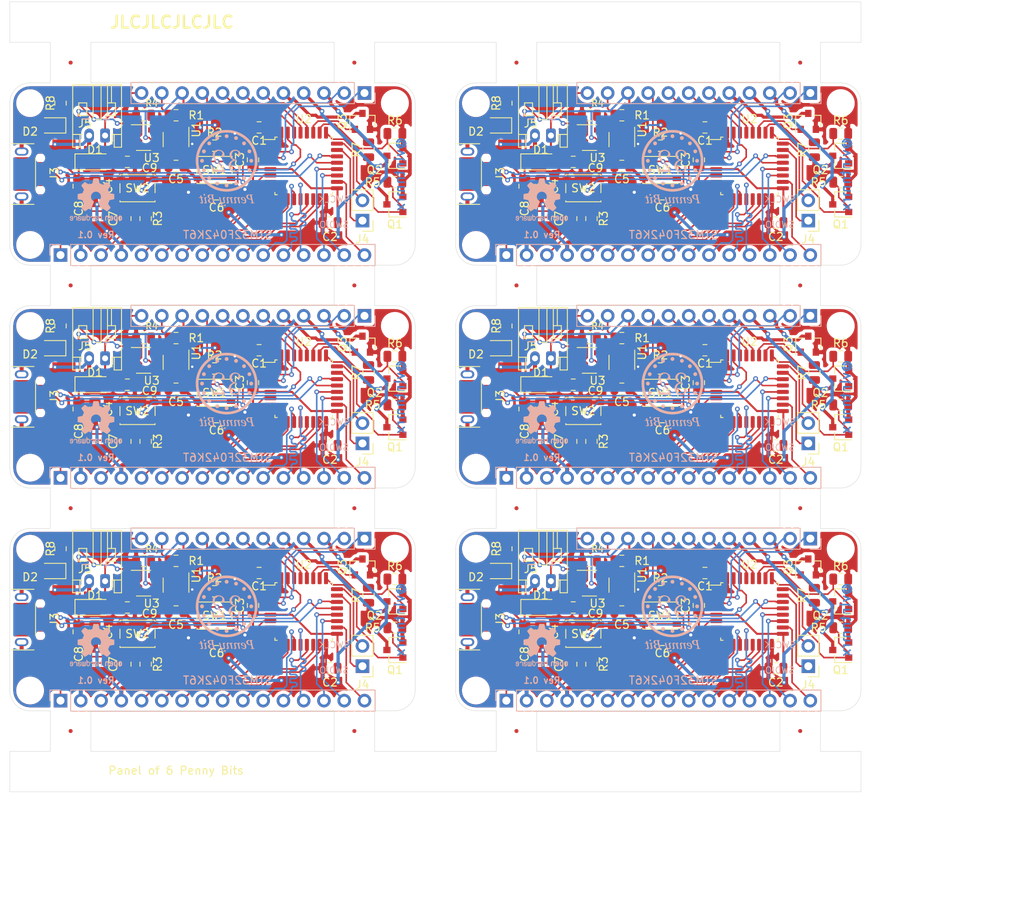
<source format=kicad_pcb>
(kicad_pcb (version 20171130) (host pcbnew "(5.1.4)-1")
  (layers (0 F.Cu signal) (31 B.Cu signal) (34 B.Paste user) (35 F.Paste user) (36 B.SilkS user) (37 F.SilkS user) (38 B.Mask user) (39 F.Mask user) (44 Edge.Cuts user))
  (net 0 "")
  (module libs:USB_Micro_XKB (layer F.Cu) (at 124.206 59.69 270)
    (fp_text reference J3 (at 0 -0.75 90) (layer F.SilkS))
    (fp_text value USB_B_Micro)
    (fp_poly (pts (xy -2.1 2.4) (xy -2.1 4.3) (xy -0.2 4.3) (xy -0.2 2.4)) (layer F.Cu) (width 0.01))
    (fp_poly (pts (xy 0.2 2.4) (xy 0.2 4.3) (xy 2.1 4.3) (xy 2.1 2.4)) (layer F.Cu) (width 0.01))
    (pad 6 smd rect (at 3.35 0.8 270) (size 1.6 1.6) (layers F.Cu F.Paste F.Mask))
    (pad 6 smd rect (at -3.35 0.8 270) (size 1.6 1.6) (layers F.Cu F.Paste F.Mask))
    (pad "" np_thru_hole circle (at -2 1) (size 0.4 0.4) (drill 0.4) (layers *.Cu *.Mask))
    (pad "" np_thru_hole circle (at 2 1) (size 0.4 0.4) (drill 0.4) (layers *.Cu *.Mask))
    (pad 5 smd rect (at 1.3 0.68) (size 1.35 0.4) (layers F.Cu F.Paste F.Mask))
    (pad 4 smd rect (at 0.65 0.68) (size 1.35 0.4) (layers F.Cu F.Paste F.Mask))
    (pad 3 smd rect (at 0 0.675) (size 1.35 0.4) (layers F.Cu F.Paste F.Mask))
    (pad 2 smd rect (at -0.65 0.675) (size 1.35 0.4) (layers F.Cu F.Paste F.Mask))
    (pad 1 smd rect (at -1.3 0.675) (size 1.35 0.4) (layers F.Cu F.Paste F.Mask))
    (pad 6 thru_hole oval (at -2.82 3.35) (size 1.7 1) (drill oval 1.2 0.6) (layers *.Cu *.Mask))
    (pad 6 thru_hole oval (at 2.82 3.35) (size 1.7 1) (drill oval 1.2 0.6) (layers *.Cu *.Mask))
  )
  (module Capacitor_SMD:C_0805_2012Metric (layer F.Cu) (at 159.512 65.786)
    (fp_text reference C2 (at 0 1.778) (layer F.SilkS))
    (fp_text value 100nF)
    (pad 2 smd roundrect (at 0.9375 0) (size 0.975 1.4) (layers F.Cu F.Paste F.Mask))
    (pad 1 smd roundrect (at -0.9375 0) (size 0.975 1.4) (layers F.Cu F.Paste F.Mask))
  )
  (module Resistor_SMD:R_0805_2012Metric (layer F.Cu) (at 136.144 52.324 180)
    (fp_text reference R4 (at -1.016 1.524) (layer F.SilkS) (effects (font (size 0.8 0.8))))
    (fp_text value 2k?)
    (pad 2 smd roundrect (at 0.9375 0 180) (size 0.975 1.4) (layers F.Cu F.Paste F.Mask))
    (pad 1 smd roundrect (at -0.9375 0 180) (size 0.975 1.4) (layers F.Cu F.Paste F.Mask))
  )
  (module MountingHole:MountingHole_2.7mm_M2.5 (layer F.Cu) (at 121.92 50.8)
    (fp_text reference H1)
    (fp_text value MountingHole)
    (pad 1 np_thru_hole circle (at 0 0) (size 2.7 2.7) (drill 2.7) (layers *.Cu *.Mask))
  )
  (module Package_TO_SOT_SMD:SOT-23 (layer F.Cu) (at 163.576 53.086 90)
    (fp_text reference Q3 (at 0 -2.5 90) (layer F.SilkS))
    (fp_text value BS170F)
    (pad 3 smd rect (at 1 0 90) (size 0.9 0.8) (layers F.Cu F.Paste F.Mask))
    (pad 2 smd rect (at -1 0.95 90) (size 0.9 0.8) (layers F.Cu F.Paste F.Mask))
    (pad 1 smd rect (at -1 -0.95 90) (size 0.9 0.8) (layers F.Cu F.Paste F.Mask))
  )
  (module Package_TO_SOT_SMD:SOT-23-5 (layer F.Cu) (at 136.144 55.118)
    (fp_text reference U3 (at 1.016 2.54) (layer F.SilkS))
    (fp_text value MCP73831-2-OT)
    (pad 5 smd rect (at 1.1 -0.95) (size 1.06 0.65) (layers F.Cu F.Paste F.Mask))
    (pad 4 smd rect (at 1.1 0.95) (size 1.06 0.65) (layers F.Cu F.Paste F.Mask))
    (pad 3 smd rect (at -1.1 0.95) (size 1.06 0.65) (layers F.Cu F.Paste F.Mask))
    (pad 2 smd rect (at -1.1 0) (size 1.06 0.65) (layers F.Cu F.Paste F.Mask))
    (pad 1 smd rect (at -1.1 -0.95) (size 1.06 0.65) (layers F.Cu F.Paste F.Mask))
  )
  (module Capacitor_SMD:C_0805_2012Metric (layer F.Cu) (at 145.288 62.23 180)
    (fp_text reference C6 (at 0 -1.65) (layer F.SilkS))
    (fp_text value 100nF)
    (pad 2 smd roundrect (at 0.9375 0 180) (size 0.975 1.4) (layers F.Cu F.Paste F.Mask))
    (pad 1 smd roundrect (at -0.9375 0 180) (size 0.975 1.4) (layers F.Cu F.Paste F.Mask))
  )
  (module Capacitor_SMD:C_0805_2012Metric (layer F.Cu) (at 150.622 53.848 180)
    (fp_text reference C1 (at 0 -1.65) (layer F.SilkS))
    (fp_text value 100nF)
    (pad 2 smd roundrect (at 0.9375 0 180) (size 0.975 1.4) (layers F.Cu F.Paste F.Mask))
    (pad 1 smd roundrect (at -0.9375 0 180) (size 0.975 1.4) (layers F.Cu F.Paste F.Mask))
  )
  (module MountingHole:MountingHole_2.7mm_M2.5 (layer F.Cu) (at 167.64 50.8)
    (fp_text reference H4)
    (fp_text value MountingHole)
    (pad 1 np_thru_hole circle (at 0 0) (size 2.7 2.7) (drill 2.7) (layers *.Cu *.Mask))
  )
  (module MountingHole:MountingHole_2.7mm_M2.5 (layer F.Cu) (at 167.64 68.58)
    (fp_text reference H3)
    (fp_text value MountingHole)
    (pad 1 np_thru_hole circle (at 0 0) (size 2.7 2.7) (drill 2.7) (layers *.Cu *.Mask))
  )
  (module Connector_JST:JST_PH_S2B-PH-K_1x02_P2.00mm_Horizontal (layer F.Cu) (at 131.318 54.864 180)
    (fp_text reference J5 (at 2.54 1.524) (layer F.SilkS))
    (fp_text value Conn_01x02)
    (pad 2 thru_hole oval (at 2 0 180) (size 1.2 1.75) (drill 0.75) (layers *.Cu *.Mask))
    (pad 1 thru_hole roundrect (at 0 0 180) (size 1.2 1.75) (drill 0.75) (layers *.Cu *.Mask) (roundrect_rratio 0.208333))
  )
  (module Resistor_SMD:R_0805_2012Metric (layer F.Cu) (at 136.398 65.278 90)
    (fp_text reference R3 (at 0 1.524 90) (layer F.SilkS))
    (fp_text value 10k)
    (pad 2 smd roundrect (at 0.9375 0 90) (size 0.975 1.4) (layers F.Cu F.Paste F.Mask))
    (pad 1 smd roundrect (at -0.9375 0 90) (size 0.975 1.4) (layers F.Cu F.Paste F.Mask))
  )
  (module Capacitor_SMD:C_0805_2012Metric (layer F.Cu) (at 140.208 58.674 180)
    (fp_text reference C5 (at 0 -1.65) (layer F.SilkS))
    (fp_text value 1uF)
    (pad 2 smd roundrect (at 0.9375 0 180) (size 0.975 1.4) (layers F.Cu F.Paste F.Mask))
    (pad 1 smd roundrect (at -0.9375 0 180) (size 0.975 1.4) (layers F.Cu F.Paste F.Mask))
  )
  (module Connector_PinHeader_2.54mm:PinHeader_1x16_P2.54mm_Vertical (layer B.Cu) (at 125.73 69.85 270)
    (fp_text reference J2 hide)
    (fp_text value Conn_01x16)
    (pad 16 thru_hole oval (at 0 -38.1 270) (size 1.7 1.7) (drill 1) (layers *.Cu *.Mask))
    (pad 15 thru_hole oval (at 0 -35.56 270) (size 1.7 1.7) (drill 1) (layers *.Cu *.Mask))
    (pad 14 thru_hole oval (at 0 -33.02 270) (size 1.7 1.7) (drill 1) (layers *.Cu *.Mask))
    (pad 13 thru_hole oval (at 0 -30.48 270) (size 1.7 1.7) (drill 1) (layers *.Cu *.Mask))
    (pad 12 thru_hole oval (at 0 -27.94 270) (size 1.7 1.7) (drill 1) (layers *.Cu *.Mask))
    (pad 11 thru_hole oval (at 0 -25.4 270) (size 1.7 1.7) (drill 1) (layers *.Cu *.Mask))
    (pad 10 thru_hole oval (at 0 -22.86 270) (size 1.7 1.7) (drill 1) (layers *.Cu *.Mask))
    (pad 9 thru_hole oval (at 0 -20.32 270) (size 1.7 1.7) (drill 1) (layers *.Cu *.Mask))
    (pad 8 thru_hole oval (at 0 -17.78 270) (size 1.7 1.7) (drill 1) (layers *.Cu *.Mask))
    (pad 7 thru_hole oval (at 0 -15.24 270) (size 1.7 1.7) (drill 1) (layers *.Cu *.Mask))
    (pad 6 thru_hole oval (at 0 -12.7 270) (size 1.7 1.7) (drill 1) (layers *.Cu *.Mask))
    (pad 5 thru_hole oval (at 0 -10.16 270) (size 1.7 1.7) (drill 1) (layers *.Cu *.Mask))
    (pad 4 thru_hole oval (at 0 -7.62 270) (size 1.7 1.7) (drill 1) (layers *.Cu *.Mask))
    (pad 3 thru_hole oval (at 0 -5.08 270) (size 1.7 1.7) (drill 1) (layers *.Cu *.Mask))
    (pad 2 thru_hole oval (at 0 -2.54 270) (size 1.7 1.7) (drill 1) (layers *.Cu *.Mask))
    (pad 1 thru_hole rect (at 0 0 270) (size 1.7 1.7) (drill 1) (layers *.Cu *.Mask))
  )
  (module Capacitor_SMD:C_0805_2012Metric (layer F.Cu) (at 134.112 58.166)
    (fp_text reference C9 (at 2.794 0.762) (layer F.SilkS))
    (fp_text value 4.7uF)
    (pad 2 smd roundrect (at 0.9375 0) (size 0.975 1.4) (layers F.Cu F.Paste F.Mask))
    (pad 1 smd roundrect (at -0.9375 0) (size 0.975 1.4) (layers F.Cu F.Paste F.Mask))
  )
  (module Capacitor_SMD:C_0805_2012Metric (layer F.Cu) (at 149.86 57.912 90)
    (fp_text reference C3 (at 0 -1.65 90) (layer F.SilkS))
    (fp_text value 100nF)
    (pad 2 smd roundrect (at 0.9375 0 90) (size 0.975 1.4) (layers F.Cu F.Paste F.Mask))
    (pad 1 smd roundrect (at -0.9375 0 90) (size 0.975 1.4) (layers F.Cu F.Paste F.Mask))
  )
  (module Package_TO_SOT_SMD:SOT-23 (layer F.Cu) (at 167.64 57.404 180)
    (fp_text reference Q2 (at 2.54 -1.778) (layer F.SilkS))
    (fp_text value BS170F)
    (pad 3 smd rect (at 1 0 180) (size 0.9 0.8) (layers F.Cu F.Paste F.Mask))
    (pad 2 smd rect (at -1 0.95 180) (size 0.9 0.8) (layers F.Cu F.Paste F.Mask))
    (pad 1 smd rect (at -1 -0.95 180) (size 0.9 0.8) (layers F.Cu F.Paste F.Mask))
  )
  (module Package_TO_SOT_SMD:SOT-23-5 (layer F.Cu) (at 140.208 55.372 270)
    (fp_text reference U1 (at -1.27 -2.54 90) (layer F.SilkS))
    (fp_text value TLV70233_SOT23-5)
    (pad 5 smd rect (at 1.1 -0.95 270) (size 1.06 0.65) (layers F.Cu F.Paste F.Mask))
    (pad 4 smd rect (at 1.1 0.95 270) (size 1.06 0.65) (layers F.Cu F.Paste F.Mask))
    (pad 3 smd rect (at -1.1 0.95 270) (size 1.06 0.65) (layers F.Cu F.Paste F.Mask))
    (pad 2 smd rect (at -1.1 0 270) (size 1.06 0.65) (layers F.Cu F.Paste F.Mask))
    (pad 1 smd rect (at -1.1 -0.95 270) (size 1.06 0.65) (layers F.Cu F.Paste F.Mask))
  )
  (module Connector_PinHeader_2.54mm:PinHeader_1x12_P2.54mm_Vertical (layer B.Cu) (at 163.83 49.53 90)
    (fp_text reference J1 hide)
    (fp_text value Conn_01x12)
    (pad 12 thru_hole oval (at 0 -27.94 90) (size 1.7 1.7) (drill 1) (layers *.Cu *.Mask))
    (pad 11 thru_hole oval (at 0 -25.4 90) (size 1.7 1.7) (drill 1) (layers *.Cu *.Mask))
    (pad 10 thru_hole oval (at 0 -22.86 90) (size 1.7 1.7) (drill 1) (layers *.Cu *.Mask))
    (pad 9 thru_hole oval (at 0 -20.32 90) (size 1.7 1.7) (drill 1) (layers *.Cu *.Mask))
    (pad 8 thru_hole oval (at 0 -17.78 90) (size 1.7 1.7) (drill 1) (layers *.Cu *.Mask))
    (pad 7 thru_hole oval (at 0 -15.24 90) (size 1.7 1.7) (drill 1) (layers *.Cu *.Mask))
    (pad 6 thru_hole oval (at 0 -12.7 90) (size 1.7 1.7) (drill 1) (layers *.Cu *.Mask))
    (pad 5 thru_hole oval (at 0 -10.16 90) (size 1.7 1.7) (drill 1) (layers *.Cu *.Mask))
    (pad 4 thru_hole oval (at 0 -7.62 90) (size 1.7 1.7) (drill 1) (layers *.Cu *.Mask))
    (pad 3 thru_hole oval (at 0 -5.08 90) (size 1.7 1.7) (drill 1) (layers *.Cu *.Mask))
    (pad 2 thru_hole oval (at 0 -2.54 90) (size 1.7 1.7) (drill 1) (layers *.Cu *.Mask))
    (pad 1 thru_hole rect (at 0 0 90) (size 1.7 1.7) (drill 1) (layers *.Cu *.Mask))
  )
  (module Capacitor_SMD:C_0805_2012Metric (layer F.Cu) (at 128.016 61.214 270)
    (fp_text reference C8 (at 2.794 0 90) (layer F.SilkS))
    (fp_text value 4.7uF)
    (pad 2 smd roundrect (at 0.9375 0 270) (size 0.975 1.4) (layers F.Cu F.Paste F.Mask))
    (pad 1 smd roundrect (at -0.9375 0 270) (size 0.975 1.4) (layers F.Cu F.Paste F.Mask))
  )
  (module MountingHole:MountingHole_2.7mm_M2.5 (layer F.Cu) (at 121.92 68.58)
    (fp_text reference H2)
    (fp_text value MountingHole)
    (pad 1 np_thru_hole circle (at 0 0) (size 2.7 2.7) (drill 2.7) (layers *.Cu *.Mask))
  )
  (module Capacitor_SMD:C_0805_2012Metric (layer F.Cu) (at 133.858 65.278 270)
    (fp_text reference C7 (at 0 1.524 90) (layer F.SilkS))
    (fp_text value 100nF)
    (pad 2 smd roundrect (at 0.9375 0 270) (size 0.975 1.4) (layers F.Cu F.Paste F.Mask))
    (pad 1 smd roundrect (at -0.9375 0 270) (size 0.975 1.4) (layers F.Cu F.Paste F.Mask))
  )
  (module Button_Switch_SMD:SW_SPST_PTS810 (layer F.Cu) (at 145.034 59.182 180)
    (fp_text reference SW1 (at 0 0) (layer F.SilkS))
    (fp_text value SW_Push)
    (pad 2 smd rect (at 2.075 1.075 180) (size 1.05 0.65) (layers F.Cu F.Paste F.Mask))
    (pad 2 smd rect (at -2.075 1.075 180) (size 1.05 0.65) (layers F.Cu F.Paste F.Mask))
    (pad 1 smd rect (at 2.075 -1.075 180) (size 1.05 0.65) (layers F.Cu F.Paste F.Mask))
    (pad 1 smd rect (at -2.075 -1.075 180) (size 1.05 0.65) (layers F.Cu F.Paste F.Mask))
  )
  (module Resistor_SMD:R_0805_2012Metric (layer F.Cu) (at 145.034 56.134)
    (fp_text reference R2 (at 0 -1.65) (layer F.SilkS))
    (fp_text value 10k)
    (pad 2 smd roundrect (at 0.9375 0) (size 0.975 1.4) (layers F.Cu F.Paste F.Mask))
    (pad 1 smd roundrect (at -0.9375 0) (size 0.975 1.4) (layers F.Cu F.Paste F.Mask))
  )
  (module Button_Switch_SMD:SW_SPST_PTS810 (layer F.Cu) (at 135.382 61.468)
    (fp_text reference SW2 (at 0 0) (layer F.SilkS))
    (fp_text value SW_Push)
    (pad 2 smd rect (at 2.075 1.075) (size 1.05 0.65) (layers F.Cu F.Paste F.Mask))
    (pad 2 smd rect (at -2.075 1.075) (size 1.05 0.65) (layers F.Cu F.Paste F.Mask))
    (pad 1 smd rect (at 2.075 -1.075) (size 1.05 0.65) (layers F.Cu F.Paste F.Mask))
    (pad 1 smd rect (at -2.075 -1.075) (size 1.05 0.65) (layers F.Cu F.Paste F.Mask))
  )
  (module Capacitor_SMD:C_0805_2012Metric (layer F.Cu) (at 130.048 61.214 270)
    (fp_text reference C4 (at 0 -1.65 90) (layer F.SilkS))
    (fp_text value 1uF)
    (pad 2 smd roundrect (at 0.9375 0 270) (size 0.975 1.4) (layers F.Cu F.Paste F.Mask))
    (pad 1 smd roundrect (at -0.9375 0 270) (size 0.975 1.4) (layers F.Cu F.Paste F.Mask))
  )
  (module Resistor_SMD:R_0805_2012Metric (layer F.Cu) (at 140.208 52.324 180)
    (fp_text reference R1 (at -2.54 0) (layer F.SilkS))
    (fp_text value 10k??)
    (pad 2 smd roundrect (at 0.9375 0 180) (size 0.975 1.4) (layers F.Cu F.Paste F.Mask))
    (pad 1 smd roundrect (at -0.9375 0 180) (size 0.975 1.4) (layers F.Cu F.Paste F.Mask))
  )
  (module Symbol:OSHW-Logo2_7.3x6mm_SilkScreen (layer B.Cu) (at 130.175 62.992 180)
    (fp_text reference REF** hide)
    (fp_text value OSHW-Logo2_7.3x6mm_SilkScreen hide)
  )
  (module libs:coin_sym (layer B.Cu) (at 146.558 58.928 180)
    (fp_text reference G*** hide)
    (fp_text value LOGO hide)
  )
  (module Connector_PinHeader_2.54mm:PinHeader_1x02_P2.54mm_Vertical (layer F.Cu) (at 163.576 65.532 180)
    (fp_text reference J4 (at 0 -2.33) (layer F.SilkS))
    (fp_text value Conn_01x02)
    (pad 2 thru_hole oval (at 0 2.54 180) (size 1.7 1.7) (drill 1) (layers *.Cu *.Mask))
    (pad 1 thru_hole rect (at 0 0 180) (size 1.7 1.7) (drill 1) (layers *.Cu *.Mask))
  )
  (module Resistor_SMD:R_0805_2012Metric (layer F.Cu) (at 167.64 60.706)
    (fp_text reference R5 (at -2.794 0) (layer F.SilkS))
    (fp_text value 10k)
    (pad 2 smd roundrect (at 0.9375 0) (size 0.975 1.4) (layers F.Cu F.Paste F.Mask))
    (pad 1 smd roundrect (at -0.9375 0) (size 0.975 1.4) (layers F.Cu F.Paste F.Mask))
  )
  (module Resistor_SMD:R_0805_2012Metric (layer F.Cu) (at 167.64 54.61)
    (fp_text reference R6 (at 0 -1.65) (layer F.SilkS))
    (fp_text value 10k)
    (pad 2 smd roundrect (at 0.9375 0) (size 0.975 1.4) (layers F.Cu F.Paste F.Mask))
    (pad 1 smd roundrect (at -0.9375 0) (size 0.975 1.4) (layers F.Cu F.Paste F.Mask))
  )
  (module Package_TO_SOT_SMD:SOT-23 (layer F.Cu) (at 167.64 63.5 180)
    (fp_text reference Q1 (at 0 -2.5) (layer F.SilkS))
    (fp_text value BS170F)
    (pad 3 smd rect (at 1 0 180) (size 0.9 0.8) (layers F.Cu F.Paste F.Mask))
    (pad 2 smd rect (at -1 0.95 180) (size 0.9 0.8) (layers F.Cu F.Paste F.Mask))
    (pad 1 smd rect (at -1 -0.95 180) (size 0.9 0.8) (layers F.Cu F.Paste F.Mask))
  )
  (module Package_QFP:LQFP-32_7x7mm_P0.8mm (layer F.Cu) (at 156.21 58.674)
    (fp_text reference U2 (at 0 -5.88) (layer F.SilkS))
    (fp_text value STM32F042K6Tx)
    (pad 32 smd roundrect (at -2.8 -4.175) (size 0.5 1.5) (layers F.Cu F.Paste F.Mask))
    (pad 31 smd roundrect (at -2 -4.175) (size 0.5 1.5) (layers F.Cu F.Paste F.Mask))
    (pad 30 smd roundrect (at -1.2 -4.175) (size 0.5 1.5) (layers F.Cu F.Paste F.Mask))
    (pad 29 smd roundrect (at -0.4 -4.175) (size 0.5 1.5) (layers F.Cu F.Paste F.Mask))
    (pad 28 smd roundrect (at 0.4 -4.175) (size 0.5 1.5) (layers F.Cu F.Paste F.Mask))
    (pad 27 smd roundrect (at 1.2 -4.175) (size 0.5 1.5) (layers F.Cu F.Paste F.Mask))
    (pad 26 smd roundrect (at 2 -4.175) (size 0.5 1.5) (layers F.Cu F.Paste F.Mask))
    (pad 25 smd roundrect (at 2.8 -4.175) (size 0.5 1.5) (layers F.Cu F.Paste F.Mask))
    (pad 24 smd roundrect (at 4.175 -2.8) (size 1.5 0.5) (layers F.Cu F.Paste F.Mask))
    (pad 23 smd roundrect (at 4.175 -2) (size 1.5 0.5) (layers F.Cu F.Paste F.Mask))
    (pad 22 smd roundrect (at 4.175 -1.2) (size 1.5 0.5) (layers F.Cu F.Paste F.Mask))
    (pad 21 smd roundrect (at 4.175 -0.4) (size 1.5 0.5) (layers F.Cu F.Paste F.Mask))
    (pad 20 smd roundrect (at 4.175 0.4) (size 1.5 0.5) (layers F.Cu F.Paste F.Mask))
    (pad 19 smd roundrect (at 4.175 1.2) (size 1.5 0.5) (layers F.Cu F.Paste F.Mask))
    (pad 18 smd roundrect (at 4.175 2) (size 1.5 0.5) (layers F.Cu F.Paste F.Mask))
    (pad 17 smd roundrect (at 4.175 2.8) (size 1.5 0.5) (layers F.Cu F.Paste F.Mask))
    (pad 16 smd roundrect (at 2.8 4.175) (size 0.5 1.5) (layers F.Cu F.Paste F.Mask))
    (pad 15 smd roundrect (at 2 4.175) (size 0.5 1.5) (layers F.Cu F.Paste F.Mask))
    (pad 14 smd roundrect (at 1.2 4.175) (size 0.5 1.5) (layers F.Cu F.Paste F.Mask))
    (pad 13 smd roundrect (at 0.4 4.175) (size 0.5 1.5) (layers F.Cu F.Paste F.Mask))
    (pad 12 smd roundrect (at -0.4 4.175) (size 0.5 1.5) (layers F.Cu F.Paste F.Mask))
    (pad 11 smd roundrect (at -1.2 4.175) (size 0.5 1.5) (layers F.Cu F.Paste F.Mask))
    (pad 10 smd roundrect (at -2 4.175) (size 0.5 1.5) (layers F.Cu F.Paste F.Mask))
    (pad 9 smd roundrect (at -2.8 4.175) (size 0.5 1.5) (layers F.Cu F.Paste F.Mask))
    (pad 8 smd roundrect (at -4.175 2.8) (size 1.5 0.5) (layers F.Cu F.Paste F.Mask))
    (pad 7 smd roundrect (at -4.175 2) (size 1.5 0.5) (layers F.Cu F.Paste F.Mask))
    (pad 6 smd roundrect (at -4.175 1.2) (size 1.5 0.5) (layers F.Cu F.Paste F.Mask))
    (pad 5 smd roundrect (at -4.175 0.4) (size 1.5 0.5) (layers F.Cu F.Paste F.Mask))
    (pad 4 smd roundrect (at -4.175 -0.4) (size 1.5 0.5) (layers F.Cu F.Paste F.Mask))
    (pad 3 smd roundrect (at -4.175 -1.2) (size 1.5 0.5) (layers F.Cu F.Paste F.Mask))
    (pad 2 smd roundrect (at -4.175 -2) (size 1.5 0.5) (layers F.Cu F.Paste F.Mask))
    (pad 1 smd roundrect (at -4.175 -2.8) (size 1.5 0.5) (layers F.Cu F.Paste F.Mask))
  )
  (module LED_SMD:LED_0805_2012Metric (layer F.Cu) (at 124.714 53.594 180)
    (fp_text reference D2 (at 2.794 -0.762) (layer F.SilkS))
    (fp_text value LED)
    (pad 2 smd roundrect (at 0.9375 0 180) (size 0.975 1.4) (layers F.Cu F.Paste F.Mask))
    (pad 1 smd roundrect (at -0.9375 0 180) (size 0.975 1.4) (layers F.Cu F.Paste F.Mask))
  )
  (module Resistor_SMD:R_0805_2012Metric (layer F.Cu) (at 164.338 56.642 270)
    (fp_text reference R7 (at 0 1.524 90) (layer F.SilkS))
    (fp_text value 10k)
    (pad 2 smd roundrect (at 0.9375 0 270) (size 0.975 1.4) (layers F.Cu F.Paste F.Mask))
    (pad 1 smd roundrect (at -0.9375 0 270) (size 0.975 1.4) (layers F.Cu F.Paste F.Mask))
  )
  (module Resistor_SMD:R_0805_2012Metric (layer F.Cu) (at 125.73 50.8 270)
    (fp_text reference R8 (at 0 1.27 90) (layer F.SilkS))
    (fp_text value 470)
    (pad 2 smd roundrect (at 0.9375 0 270) (size 0.975 1.4) (layers F.Cu F.Paste F.Mask))
    (pad 1 smd roundrect (at -0.9375 0 270) (size 0.975 1.4) (layers F.Cu F.Paste F.Mask))
  )
  (module Diode_SMD:D_SOD-123 (layer F.Cu) (at 129.794 58.166)
    (fp_text reference D1 (at 0.254 -1.524) (layer F.SilkS))
    (fp_text value "Schottky <250mV")
    (pad 2 smd rect (at 1.65 0) (size 0.9 1.2) (layers F.Cu F.Paste F.Mask))
    (pad 1 smd rect (at -1.65 0) (size 0.9 1.2) (layers F.Cu F.Paste F.Mask))
  )
  (module libs:USB_Micro_XKB (layer F.Cu) (at 68.326 59.69 270)
    (fp_text reference J3 (at 0 -0.75 90) (layer F.SilkS))
    (fp_text value USB_B_Micro)
    (fp_poly (pts (xy -2.1 2.4) (xy -2.1 4.3) (xy -0.2 4.3) (xy -0.2 2.4)) (layer F.Cu) (width 0.01))
    (fp_poly (pts (xy 0.2 2.4) (xy 0.2 4.3) (xy 2.1 4.3) (xy 2.1 2.4)) (layer F.Cu) (width 0.01))
    (pad 6 smd rect (at 3.35 0.8 270) (size 1.6 1.6) (layers F.Cu F.Paste F.Mask))
    (pad 6 smd rect (at -3.35 0.8 270) (size 1.6 1.6) (layers F.Cu F.Paste F.Mask))
    (pad "" np_thru_hole circle (at -2 1) (size 0.4 0.4) (drill 0.4) (layers *.Cu *.Mask))
    (pad "" np_thru_hole circle (at 2 1) (size 0.4 0.4) (drill 0.4) (layers *.Cu *.Mask))
    (pad 5 smd rect (at 1.3 0.68) (size 1.35 0.4) (layers F.Cu F.Paste F.Mask))
    (pad 4 smd rect (at 0.65 0.68) (size 1.35 0.4) (layers F.Cu F.Paste F.Mask))
    (pad 3 smd rect (at 0 0.675) (size 1.35 0.4) (layers F.Cu F.Paste F.Mask))
    (pad 2 smd rect (at -0.65 0.675) (size 1.35 0.4) (layers F.Cu F.Paste F.Mask))
    (pad 1 smd rect (at -1.3 0.675) (size 1.35 0.4) (layers F.Cu F.Paste F.Mask))
    (pad 6 thru_hole oval (at -2.82 3.35) (size 1.7 1) (drill oval 1.2 0.6) (layers *.Cu *.Mask))
    (pad 6 thru_hole oval (at 2.82 3.35) (size 1.7 1) (drill oval 1.2 0.6) (layers *.Cu *.Mask))
  )
  (module Capacitor_SMD:C_0805_2012Metric (layer F.Cu) (at 103.632 65.786)
    (fp_text reference C2 (at 0 1.778) (layer F.SilkS))
    (fp_text value 100nF)
    (pad 2 smd roundrect (at 0.9375 0) (size 0.975 1.4) (layers F.Cu F.Paste F.Mask))
    (pad 1 smd roundrect (at -0.9375 0) (size 0.975 1.4) (layers F.Cu F.Paste F.Mask))
  )
  (module Resistor_SMD:R_0805_2012Metric (layer F.Cu) (at 80.264 52.324 180)
    (fp_text reference R4 (at -1.016 1.524) (layer F.SilkS) (effects (font (size 0.8 0.8))))
    (fp_text value 2k?)
    (pad 2 smd roundrect (at 0.9375 0 180) (size 0.975 1.4) (layers F.Cu F.Paste F.Mask))
    (pad 1 smd roundrect (at -0.9375 0 180) (size 0.975 1.4) (layers F.Cu F.Paste F.Mask))
  )
  (module MountingHole:MountingHole_2.7mm_M2.5 (layer F.Cu) (at 66.04 50.8)
    (fp_text reference H1)
    (fp_text value MountingHole)
    (pad 1 np_thru_hole circle (at 0 0) (size 2.7 2.7) (drill 2.7) (layers *.Cu *.Mask))
  )
  (module Package_TO_SOT_SMD:SOT-23 (layer F.Cu) (at 107.696 53.086 90)
    (fp_text reference Q3 (at 0 -2.5 90) (layer F.SilkS))
    (fp_text value BS170F)
    (pad 3 smd rect (at 1 0 90) (size 0.9 0.8) (layers F.Cu F.Paste F.Mask))
    (pad 2 smd rect (at -1 0.95 90) (size 0.9 0.8) (layers F.Cu F.Paste F.Mask))
    (pad 1 smd rect (at -1 -0.95 90) (size 0.9 0.8) (layers F.Cu F.Paste F.Mask))
  )
  (module Package_TO_SOT_SMD:SOT-23-5 (layer F.Cu) (at 80.264 55.118)
    (fp_text reference U3 (at 1.016 2.54) (layer F.SilkS))
    (fp_text value MCP73831-2-OT)
    (pad 5 smd rect (at 1.1 -0.95) (size 1.06 0.65) (layers F.Cu F.Paste F.Mask))
    (pad 4 smd rect (at 1.1 0.95) (size 1.06 0.65) (layers F.Cu F.Paste F.Mask))
    (pad 3 smd rect (at -1.1 0.95) (size 1.06 0.65) (layers F.Cu F.Paste F.Mask))
    (pad 2 smd rect (at -1.1 0) (size 1.06 0.65) (layers F.Cu F.Paste F.Mask))
    (pad 1 smd rect (at -1.1 -0.95) (size 1.06 0.65) (layers F.Cu F.Paste F.Mask))
  )
  (module Capacitor_SMD:C_0805_2012Metric (layer F.Cu) (at 89.408 62.23 180)
    (fp_text reference C6 (at 0 -1.65) (layer F.SilkS))
    (fp_text value 100nF)
    (pad 2 smd roundrect (at 0.9375 0 180) (size 0.975 1.4) (layers F.Cu F.Paste F.Mask))
    (pad 1 smd roundrect (at -0.9375 0 180) (size 0.975 1.4) (layers F.Cu F.Paste F.Mask))
  )
  (module Capacitor_SMD:C_0805_2012Metric (layer F.Cu) (at 94.742 53.848 180)
    (fp_text reference C1 (at 0 -1.65) (layer F.SilkS))
    (fp_text value 100nF)
    (pad 2 smd roundrect (at 0.9375 0 180) (size 0.975 1.4) (layers F.Cu F.Paste F.Mask))
    (pad 1 smd roundrect (at -0.9375 0 180) (size 0.975 1.4) (layers F.Cu F.Paste F.Mask))
  )
  (module MountingHole:MountingHole_2.7mm_M2.5 (layer F.Cu) (at 111.76 50.8)
    (fp_text reference H4)
    (fp_text value MountingHole)
    (pad 1 np_thru_hole circle (at 0 0) (size 2.7 2.7) (drill 2.7) (layers *.Cu *.Mask))
  )
  (module MountingHole:MountingHole_2.7mm_M2.5 (layer F.Cu) (at 111.76 68.58)
    (fp_text reference H3)
    (fp_text value MountingHole)
    (pad 1 np_thru_hole circle (at 0 0) (size 2.7 2.7) (drill 2.7) (layers *.Cu *.Mask))
  )
  (module Connector_JST:JST_PH_S2B-PH-K_1x02_P2.00mm_Horizontal (layer F.Cu) (at 75.438 54.864 180)
    (fp_text reference J5 (at 2.54 1.524) (layer F.SilkS))
    (fp_text value Conn_01x02)
    (pad 2 thru_hole oval (at 2 0 180) (size 1.2 1.75) (drill 0.75) (layers *.Cu *.Mask))
    (pad 1 thru_hole roundrect (at 0 0 180) (size 1.2 1.75) (drill 0.75) (layers *.Cu *.Mask) (roundrect_rratio 0.208333))
  )
  (module Resistor_SMD:R_0805_2012Metric (layer F.Cu) (at 80.518 65.278 90)
    (fp_text reference R3 (at 0 1.524 90) (layer F.SilkS))
    (fp_text value 10k)
    (pad 2 smd roundrect (at 0.9375 0 90) (size 0.975 1.4) (layers F.Cu F.Paste F.Mask))
    (pad 1 smd roundrect (at -0.9375 0 90) (size 0.975 1.4) (layers F.Cu F.Paste F.Mask))
  )
  (module Capacitor_SMD:C_0805_2012Metric (layer F.Cu) (at 84.328 58.674 180)
    (fp_text reference C5 (at 0 -1.65) (layer F.SilkS))
    (fp_text value 1uF)
    (pad 2 smd roundrect (at 0.9375 0 180) (size 0.975 1.4) (layers F.Cu F.Paste F.Mask))
    (pad 1 smd roundrect (at -0.9375 0 180) (size 0.975 1.4) (layers F.Cu F.Paste F.Mask))
  )
  (module Connector_PinHeader_2.54mm:PinHeader_1x16_P2.54mm_Vertical (layer B.Cu) (at 69.85 69.85 270)
    (fp_text reference J2 hide)
    (fp_text value Conn_01x16)
    (pad 16 thru_hole oval (at 0 -38.1 270) (size 1.7 1.7) (drill 1) (layers *.Cu *.Mask))
    (pad 15 thru_hole oval (at 0 -35.56 270) (size 1.7 1.7) (drill 1) (layers *.Cu *.Mask))
    (pad 14 thru_hole oval (at 0 -33.02 270) (size 1.7 1.7) (drill 1) (layers *.Cu *.Mask))
    (pad 13 thru_hole oval (at 0 -30.48 270) (size 1.7 1.7) (drill 1) (layers *.Cu *.Mask))
    (pad 12 thru_hole oval (at 0 -27.94 270) (size 1.7 1.7) (drill 1) (layers *.Cu *.Mask))
    (pad 11 thru_hole oval (at 0 -25.4 270) (size 1.7 1.7) (drill 1) (layers *.Cu *.Mask))
    (pad 10 thru_hole oval (at 0 -22.86 270) (size 1.7 1.7) (drill 1) (layers *.Cu *.Mask))
    (pad 9 thru_hole oval (at 0 -20.32 270) (size 1.7 1.7) (drill 1) (layers *.Cu *.Mask))
    (pad 8 thru_hole oval (at 0 -17.78 270) (size 1.7 1.7) (drill 1) (layers *.Cu *.Mask))
    (pad 7 thru_hole oval (at 0 -15.24 270) (size 1.7 1.7) (drill 1) (layers *.Cu *.Mask))
    (pad 6 thru_hole oval (at 0 -12.7 270) (size 1.7 1.7) (drill 1) (layers *.Cu *.Mask))
    (pad 5 thru_hole oval (at 0 -10.16 270) (size 1.7 1.7) (drill 1) (layers *.Cu *.Mask))
    (pad 4 thru_hole oval (at 0 -7.62 270) (size 1.7 1.7) (drill 1) (layers *.Cu *.Mask))
    (pad 3 thru_hole oval (at 0 -5.08 270) (size 1.7 1.7) (drill 1) (layers *.Cu *.Mask))
    (pad 2 thru_hole oval (at 0 -2.54 270) (size 1.7 1.7) (drill 1) (layers *.Cu *.Mask))
    (pad 1 thru_hole rect (at 0 0 270) (size 1.7 1.7) (drill 1) (layers *.Cu *.Mask))
  )
  (module Capacitor_SMD:C_0805_2012Metric (layer F.Cu) (at 78.232 58.166)
    (fp_text reference C9 (at 2.794 0.762) (layer F.SilkS))
    (fp_text value 4.7uF)
    (pad 2 smd roundrect (at 0.9375 0) (size 0.975 1.4) (layers F.Cu F.Paste F.Mask))
    (pad 1 smd roundrect (at -0.9375 0) (size 0.975 1.4) (layers F.Cu F.Paste F.Mask))
  )
  (module Capacitor_SMD:C_0805_2012Metric (layer F.Cu) (at 93.98 57.912 90)
    (fp_text reference C3 (at 0 -1.65 90) (layer F.SilkS))
    (fp_text value 100nF)
    (pad 2 smd roundrect (at 0.9375 0 90) (size 0.975 1.4) (layers F.Cu F.Paste F.Mask))
    (pad 1 smd roundrect (at -0.9375 0 90) (size 0.975 1.4) (layers F.Cu F.Paste F.Mask))
  )
  (module Package_TO_SOT_SMD:SOT-23 (layer F.Cu) (at 111.76 57.404 180)
    (fp_text reference Q2 (at 2.54 -1.778) (layer F.SilkS))
    (fp_text value BS170F)
    (pad 3 smd rect (at 1 0 180) (size 0.9 0.8) (layers F.Cu F.Paste F.Mask))
    (pad 2 smd rect (at -1 0.95 180) (size 0.9 0.8) (layers F.Cu F.Paste F.Mask))
    (pad 1 smd rect (at -1 -0.95 180) (size 0.9 0.8) (layers F.Cu F.Paste F.Mask))
  )
  (module Package_TO_SOT_SMD:SOT-23-5 (layer F.Cu) (at 84.328 55.372 270)
    (fp_text reference U1 (at -1.27 -2.54 90) (layer F.SilkS))
    (fp_text value TLV70233_SOT23-5)
    (pad 5 smd rect (at 1.1 -0.95 270) (size 1.06 0.65) (layers F.Cu F.Paste F.Mask))
    (pad 4 smd rect (at 1.1 0.95 270) (size 1.06 0.65) (layers F.Cu F.Paste F.Mask))
    (pad 3 smd rect (at -1.1 0.95 270) (size 1.06 0.65) (layers F.Cu F.Paste F.Mask))
    (pad 2 smd rect (at -1.1 0 270) (size 1.06 0.65) (layers F.Cu F.Paste F.Mask))
    (pad 1 smd rect (at -1.1 -0.95 270) (size 1.06 0.65) (layers F.Cu F.Paste F.Mask))
  )
  (module Connector_PinHeader_2.54mm:PinHeader_1x12_P2.54mm_Vertical (layer B.Cu) (at 107.95 49.53 90)
    (fp_text reference J1 hide)
    (fp_text value Conn_01x12)
    (pad 12 thru_hole oval (at 0 -27.94 90) (size 1.7 1.7) (drill 1) (layers *.Cu *.Mask))
    (pad 11 thru_hole oval (at 0 -25.4 90) (size 1.7 1.7) (drill 1) (layers *.Cu *.Mask))
    (pad 10 thru_hole oval (at 0 -22.86 90) (size 1.7 1.7) (drill 1) (layers *.Cu *.Mask))
    (pad 9 thru_hole oval (at 0 -20.32 90) (size 1.7 1.7) (drill 1) (layers *.Cu *.Mask))
    (pad 8 thru_hole oval (at 0 -17.78 90) (size 1.7 1.7) (drill 1) (layers *.Cu *.Mask))
    (pad 7 thru_hole oval (at 0 -15.24 90) (size 1.7 1.7) (drill 1) (layers *.Cu *.Mask))
    (pad 6 thru_hole oval (at 0 -12.7 90) (size 1.7 1.7) (drill 1) (layers *.Cu *.Mask))
    (pad 5 thru_hole oval (at 0 -10.16 90) (size 1.7 1.7) (drill 1) (layers *.Cu *.Mask))
    (pad 4 thru_hole oval (at 0 -7.62 90) (size 1.7 1.7) (drill 1) (layers *.Cu *.Mask))
    (pad 3 thru_hole oval (at 0 -5.08 90) (size 1.7 1.7) (drill 1) (layers *.Cu *.Mask))
    (pad 2 thru_hole oval (at 0 -2.54 90) (size 1.7 1.7) (drill 1) (layers *.Cu *.Mask))
    (pad 1 thru_hole rect (at 0 0 90) (size 1.7 1.7) (drill 1) (layers *.Cu *.Mask))
  )
  (module Capacitor_SMD:C_0805_2012Metric (layer F.Cu) (at 72.136 61.214 270)
    (fp_text reference C8 (at 2.794 0 90) (layer F.SilkS))
    (fp_text value 4.7uF)
    (pad 2 smd roundrect (at 0.9375 0 270) (size 0.975 1.4) (layers F.Cu F.Paste F.Mask))
    (pad 1 smd roundrect (at -0.9375 0 270) (size 0.975 1.4) (layers F.Cu F.Paste F.Mask))
  )
  (module MountingHole:MountingHole_2.7mm_M2.5 (layer F.Cu) (at 66.04 68.58)
    (fp_text reference H2)
    (fp_text value MountingHole)
    (pad 1 np_thru_hole circle (at 0 0) (size 2.7 2.7) (drill 2.7) (layers *.Cu *.Mask))
  )
  (module Capacitor_SMD:C_0805_2012Metric (layer F.Cu) (at 77.978 65.278 270)
    (fp_text reference C7 (at 0 1.524 90) (layer F.SilkS))
    (fp_text value 100nF)
    (pad 2 smd roundrect (at 0.9375 0 270) (size 0.975 1.4) (layers F.Cu F.Paste F.Mask))
    (pad 1 smd roundrect (at -0.9375 0 270) (size 0.975 1.4) (layers F.Cu F.Paste F.Mask))
  )
  (module Button_Switch_SMD:SW_SPST_PTS810 (layer F.Cu) (at 89.154 59.182 180)
    (fp_text reference SW1 (at 0 0) (layer F.SilkS))
    (fp_text value SW_Push)
    (pad 2 smd rect (at 2.075 1.075 180) (size 1.05 0.65) (layers F.Cu F.Paste F.Mask))
    (pad 2 smd rect (at -2.075 1.075 180) (size 1.05 0.65) (layers F.Cu F.Paste F.Mask))
    (pad 1 smd rect (at 2.075 -1.075 180) (size 1.05 0.65) (layers F.Cu F.Paste F.Mask))
    (pad 1 smd rect (at -2.075 -1.075 180) (size 1.05 0.65) (layers F.Cu F.Paste F.Mask))
  )
  (module Resistor_SMD:R_0805_2012Metric (layer F.Cu) (at 89.154 56.134)
    (fp_text reference R2 (at 0 -1.65) (layer F.SilkS))
    (fp_text value 10k)
    (pad 2 smd roundrect (at 0.9375 0) (size 0.975 1.4) (layers F.Cu F.Paste F.Mask))
    (pad 1 smd roundrect (at -0.9375 0) (size 0.975 1.4) (layers F.Cu F.Paste F.Mask))
  )
  (module Button_Switch_SMD:SW_SPST_PTS810 (layer F.Cu) (at 79.502 61.468)
    (fp_text reference SW2 (at 0 0) (layer F.SilkS))
    (fp_text value SW_Push)
    (pad 2 smd rect (at 2.075 1.075) (size 1.05 0.65) (layers F.Cu F.Paste F.Mask))
    (pad 2 smd rect (at -2.075 1.075) (size 1.05 0.65) (layers F.Cu F.Paste F.Mask))
    (pad 1 smd rect (at 2.075 -1.075) (size 1.05 0.65) (layers F.Cu F.Paste F.Mask))
    (pad 1 smd rect (at -2.075 -1.075) (size 1.05 0.65) (layers F.Cu F.Paste F.Mask))
  )
  (module Capacitor_SMD:C_0805_2012Metric (layer F.Cu) (at 74.168 61.214 270)
    (fp_text reference C4 (at 0 -1.65 90) (layer F.SilkS))
    (fp_text value 1uF)
    (pad 2 smd roundrect (at 0.9375 0 270) (size 0.975 1.4) (layers F.Cu F.Paste F.Mask))
    (pad 1 smd roundrect (at -0.9375 0 270) (size 0.975 1.4) (layers F.Cu F.Paste F.Mask))
  )
  (module Resistor_SMD:R_0805_2012Metric (layer F.Cu) (at 84.328 52.324 180)
    (fp_text reference R1 (at -2.54 0) (layer F.SilkS))
    (fp_text value 10k??)
    (pad 2 smd roundrect (at 0.9375 0 180) (size 0.975 1.4) (layers F.Cu F.Paste F.Mask))
    (pad 1 smd roundrect (at -0.9375 0 180) (size 0.975 1.4) (layers F.Cu F.Paste F.Mask))
  )
  (module Symbol:OSHW-Logo2_7.3x6mm_SilkScreen (layer B.Cu) (at 74.295 62.992 180)
    (fp_text reference REF** hide)
    (fp_text value OSHW-Logo2_7.3x6mm_SilkScreen hide)
  )
  (module libs:coin_sym (layer B.Cu) (at 90.678 58.928 180)
    (fp_text reference G*** hide)
    (fp_text value LOGO hide)
  )
  (module Connector_PinHeader_2.54mm:PinHeader_1x02_P2.54mm_Vertical (layer F.Cu) (at 107.696 65.532 180)
    (fp_text reference J4 (at 0 -2.33) (layer F.SilkS))
    (fp_text value Conn_01x02)
    (pad 2 thru_hole oval (at 0 2.54 180) (size 1.7 1.7) (drill 1) (layers *.Cu *.Mask))
    (pad 1 thru_hole rect (at 0 0 180) (size 1.7 1.7) (drill 1) (layers *.Cu *.Mask))
  )
  (module Resistor_SMD:R_0805_2012Metric (layer F.Cu) (at 111.76 60.706)
    (fp_text reference R5 (at -2.794 0) (layer F.SilkS))
    (fp_text value 10k)
    (pad 2 smd roundrect (at 0.9375 0) (size 0.975 1.4) (layers F.Cu F.Paste F.Mask))
    (pad 1 smd roundrect (at -0.9375 0) (size 0.975 1.4) (layers F.Cu F.Paste F.Mask))
  )
  (module Resistor_SMD:R_0805_2012Metric (layer F.Cu) (at 111.76 54.61)
    (fp_text reference R6 (at 0 -1.65) (layer F.SilkS))
    (fp_text value 10k)
    (pad 2 smd roundrect (at 0.9375 0) (size 0.975 1.4) (layers F.Cu F.Paste F.Mask))
    (pad 1 smd roundrect (at -0.9375 0) (size 0.975 1.4) (layers F.Cu F.Paste F.Mask))
  )
  (module Package_TO_SOT_SMD:SOT-23 (layer F.Cu) (at 111.76 63.5 180)
    (fp_text reference Q1 (at 0 -2.5) (layer F.SilkS))
    (fp_text value BS170F)
    (pad 3 smd rect (at 1 0 180) (size 0.9 0.8) (layers F.Cu F.Paste F.Mask))
    (pad 2 smd rect (at -1 0.95 180) (size 0.9 0.8) (layers F.Cu F.Paste F.Mask))
    (pad 1 smd rect (at -1 -0.95 180) (size 0.9 0.8) (layers F.Cu F.Paste F.Mask))
  )
  (module Package_QFP:LQFP-32_7x7mm_P0.8mm (layer F.Cu) (at 100.33 58.674)
    (fp_text reference U2 (at 0 -5.88) (layer F.SilkS))
    (fp_text value STM32F042K6Tx)
    (pad 32 smd roundrect (at -2.8 -4.175) (size 0.5 1.5) (layers F.Cu F.Paste F.Mask))
    (pad 31 smd roundrect (at -2 -4.175) (size 0.5 1.5) (layers F.Cu F.Paste F.Mask))
    (pad 30 smd roundrect (at -1.2 -4.175) (size 0.5 1.5) (layers F.Cu F.Paste F.Mask))
    (pad 29 smd roundrect (at -0.4 -4.175) (size 0.5 1.5) (layers F.Cu F.Paste F.Mask))
    (pad 28 smd roundrect (at 0.4 -4.175) (size 0.5 1.5) (layers F.Cu F.Paste F.Mask))
    (pad 27 smd roundrect (at 1.2 -4.175) (size 0.5 1.5) (layers F.Cu F.Paste F.Mask))
    (pad 26 smd roundrect (at 2 -4.175) (size 0.5 1.5) (layers F.Cu F.Paste F.Mask))
    (pad 25 smd roundrect (at 2.8 -4.175) (size 0.5 1.5) (layers F.Cu F.Paste F.Mask))
    (pad 24 smd roundrect (at 4.175 -2.8) (size 1.5 0.5) (layers F.Cu F.Paste F.Mask))
    (pad 23 smd roundrect (at 4.175 -2) (size 1.5 0.5) (layers F.Cu F.Paste F.Mask))
    (pad 22 smd roundrect (at 4.175 -1.2) (size 1.5 0.5) (layers F.Cu F.Paste F.Mask))
    (pad 21 smd roundrect (at 4.175 -0.4) (size 1.5 0.5) (layers F.Cu F.Paste F.Mask))
    (pad 20 smd roundrect (at 4.175 0.4) (size 1.5 0.5) (layers F.Cu F.Paste F.Mask))
    (pad 19 smd roundrect (at 4.175 1.2) (size 1.5 0.5) (layers F.Cu F.Paste F.Mask))
    (pad 18 smd roundrect (at 4.175 2) (size 1.5 0.5) (layers F.Cu F.Paste F.Mask))
    (pad 17 smd roundrect (at 4.175 2.8) (size 1.5 0.5) (layers F.Cu F.Paste F.Mask))
    (pad 16 smd roundrect (at 2.8 4.175) (size 0.5 1.5) (layers F.Cu F.Paste F.Mask))
    (pad 15 smd roundrect (at 2 4.175) (size 0.5 1.5) (layers F.Cu F.Paste F.Mask))
    (pad 14 smd roundrect (at 1.2 4.175) (size 0.5 1.5) (layers F.Cu F.Paste F.Mask))
    (pad 13 smd roundrect (at 0.4 4.175) (size 0.5 1.5) (layers F.Cu F.Paste F.Mask))
    (pad 12 smd roundrect (at -0.4 4.175) (size 0.5 1.5) (layers F.Cu F.Paste F.Mask))
    (pad 11 smd roundrect (at -1.2 4.175) (size 0.5 1.5) (layers F.Cu F.Paste F.Mask))
    (pad 10 smd roundrect (at -2 4.175) (size 0.5 1.5) (layers F.Cu F.Paste F.Mask))
    (pad 9 smd roundrect (at -2.8 4.175) (size 0.5 1.5) (layers F.Cu F.Paste F.Mask))
    (pad 8 smd roundrect (at -4.175 2.8) (size 1.5 0.5) (layers F.Cu F.Paste F.Mask))
    (pad 7 smd roundrect (at -4.175 2) (size 1.5 0.5) (layers F.Cu F.Paste F.Mask))
    (pad 6 smd roundrect (at -4.175 1.2) (size 1.5 0.5) (layers F.Cu F.Paste F.Mask))
    (pad 5 smd roundrect (at -4.175 0.4) (size 1.5 0.5) (layers F.Cu F.Paste F.Mask))
    (pad 4 smd roundrect (at -4.175 -0.4) (size 1.5 0.5) (layers F.Cu F.Paste F.Mask))
    (pad 3 smd roundrect (at -4.175 -1.2) (size 1.5 0.5) (layers F.Cu F.Paste F.Mask))
    (pad 2 smd roundrect (at -4.175 -2) (size 1.5 0.5) (layers F.Cu F.Paste F.Mask))
    (pad 1 smd roundrect (at -4.175 -2.8) (size 1.5 0.5) (layers F.Cu F.Paste F.Mask))
  )
  (module LED_SMD:LED_0805_2012Metric (layer F.Cu) (at 68.834 53.594 180)
    (fp_text reference D2 (at 2.794 -0.762) (layer F.SilkS))
    (fp_text value LED)
    (pad 2 smd roundrect (at 0.9375 0 180) (size 0.975 1.4) (layers F.Cu F.Paste F.Mask))
    (pad 1 smd roundrect (at -0.9375 0 180) (size 0.975 1.4) (layers F.Cu F.Paste F.Mask))
  )
  (module Resistor_SMD:R_0805_2012Metric (layer F.Cu) (at 108.458 56.642 270)
    (fp_text reference R7 (at 0 1.524 90) (layer F.SilkS))
    (fp_text value 10k)
    (pad 2 smd roundrect (at 0.9375 0 270) (size 0.975 1.4) (layers F.Cu F.Paste F.Mask))
    (pad 1 smd roundrect (at -0.9375 0 270) (size 0.975 1.4) (layers F.Cu F.Paste F.Mask))
  )
  (module Resistor_SMD:R_0805_2012Metric (layer F.Cu) (at 69.85 50.8 270)
    (fp_text reference R8 (at 0 1.27 90) (layer F.SilkS))
    (fp_text value 470)
    (pad 2 smd roundrect (at 0.9375 0 270) (size 0.975 1.4) (layers F.Cu F.Paste F.Mask))
    (pad 1 smd roundrect (at -0.9375 0 270) (size 0.975 1.4) (layers F.Cu F.Paste F.Mask))
  )
  (module Diode_SMD:D_SOD-123 (layer F.Cu) (at 73.914 58.166)
    (fp_text reference D1 (at 0.254 -1.524) (layer F.SilkS))
    (fp_text value "Schottky <250mV")
    (pad 2 smd rect (at 1.65 0) (size 0.9 1.2) (layers F.Cu F.Paste F.Mask))
    (pad 1 smd rect (at -1.65 0) (size 0.9 1.2) (layers F.Cu F.Paste F.Mask))
  )
  (module libs:USB_Micro_XKB (layer F.Cu) (at 68.326 87.63 270)
    (fp_text reference J3 (at 0 -0.75 90) (layer F.SilkS))
    (fp_text value USB_B_Micro)
    (fp_poly (pts (xy -2.1 2.4) (xy -2.1 4.3) (xy -0.2 4.3) (xy -0.2 2.4)) (layer F.Cu) (width 0.01))
    (fp_poly (pts (xy 0.2 2.4) (xy 0.2 4.3) (xy 2.1 4.3) (xy 2.1 2.4)) (layer F.Cu) (width 0.01))
    (pad 6 smd rect (at 3.35 0.8 270) (size 1.6 1.6) (layers F.Cu F.Paste F.Mask))
    (pad 6 smd rect (at -3.35 0.8 270) (size 1.6 1.6) (layers F.Cu F.Paste F.Mask))
    (pad "" np_thru_hole circle (at -2 1) (size 0.4 0.4) (drill 0.4) (layers *.Cu *.Mask))
    (pad "" np_thru_hole circle (at 2 1) (size 0.4 0.4) (drill 0.4) (layers *.Cu *.Mask))
    (pad 5 smd rect (at 1.3 0.68) (size 1.35 0.4) (layers F.Cu F.Paste F.Mask))
    (pad 4 smd rect (at 0.65 0.68) (size 1.35 0.4) (layers F.Cu F.Paste F.Mask))
    (pad 3 smd rect (at 0 0.675) (size 1.35 0.4) (layers F.Cu F.Paste F.Mask))
    (pad 2 smd rect (at -0.65 0.675) (size 1.35 0.4) (layers F.Cu F.Paste F.Mask))
    (pad 1 smd rect (at -1.3 0.675) (size 1.35 0.4) (layers F.Cu F.Paste F.Mask))
    (pad 6 thru_hole oval (at -2.82 3.35) (size 1.7 1) (drill oval 1.2 0.6) (layers *.Cu *.Mask))
    (pad 6 thru_hole oval (at 2.82 3.35) (size 1.7 1) (drill oval 1.2 0.6) (layers *.Cu *.Mask))
  )
  (module Capacitor_SMD:C_0805_2012Metric (layer F.Cu) (at 103.632 93.726)
    (fp_text reference C2 (at 0 1.778) (layer F.SilkS))
    (fp_text value 100nF)
    (pad 2 smd roundrect (at 0.9375 0) (size 0.975 1.4) (layers F.Cu F.Paste F.Mask))
    (pad 1 smd roundrect (at -0.9375 0) (size 0.975 1.4) (layers F.Cu F.Paste F.Mask))
  )
  (module Resistor_SMD:R_0805_2012Metric (layer F.Cu) (at 80.264 80.264 180)
    (fp_text reference R4 (at -1.016 1.524) (layer F.SilkS) (effects (font (size 0.8 0.8))))
    (fp_text value 2k?)
    (pad 2 smd roundrect (at 0.9375 0 180) (size 0.975 1.4) (layers F.Cu F.Paste F.Mask))
    (pad 1 smd roundrect (at -0.9375 0 180) (size 0.975 1.4) (layers F.Cu F.Paste F.Mask))
  )
  (module MountingHole:MountingHole_2.7mm_M2.5 (layer F.Cu) (at 66.04 78.74)
    (fp_text reference H1)
    (fp_text value MountingHole)
    (pad 1 np_thru_hole circle (at 0 0) (size 2.7 2.7) (drill 2.7) (layers *.Cu *.Mask))
  )
  (module Package_TO_SOT_SMD:SOT-23 (layer F.Cu) (at 107.696 81.026 90)
    (fp_text reference Q3 (at 0 -2.5 90) (layer F.SilkS))
    (fp_text value BS170F)
    (pad 3 smd rect (at 1 0 90) (size 0.9 0.8) (layers F.Cu F.Paste F.Mask))
    (pad 2 smd rect (at -1 0.95 90) (size 0.9 0.8) (layers F.Cu F.Paste F.Mask))
    (pad 1 smd rect (at -1 -0.95 90) (size 0.9 0.8) (layers F.Cu F.Paste F.Mask))
  )
  (module Package_TO_SOT_SMD:SOT-23-5 (layer F.Cu) (at 80.264 83.058)
    (fp_text reference U3 (at 1.016 2.54) (layer F.SilkS))
    (fp_text value MCP73831-2-OT)
    (pad 5 smd rect (at 1.1 -0.95) (size 1.06 0.65) (layers F.Cu F.Paste F.Mask))
    (pad 4 smd rect (at 1.1 0.95) (size 1.06 0.65) (layers F.Cu F.Paste F.Mask))
    (pad 3 smd rect (at -1.1 0.95) (size 1.06 0.65) (layers F.Cu F.Paste F.Mask))
    (pad 2 smd rect (at -1.1 0) (size 1.06 0.65) (layers F.Cu F.Paste F.Mask))
    (pad 1 smd rect (at -1.1 -0.95) (size 1.06 0.65) (layers F.Cu F.Paste F.Mask))
  )
  (module Capacitor_SMD:C_0805_2012Metric (layer F.Cu) (at 89.408 90.17 180)
    (fp_text reference C6 (at 0 -1.65) (layer F.SilkS))
    (fp_text value 100nF)
    (pad 2 smd roundrect (at 0.9375 0 180) (size 0.975 1.4) (layers F.Cu F.Paste F.Mask))
    (pad 1 smd roundrect (at -0.9375 0 180) (size 0.975 1.4) (layers F.Cu F.Paste F.Mask))
  )
  (module Capacitor_SMD:C_0805_2012Metric (layer F.Cu) (at 94.742 81.788 180)
    (fp_text reference C1 (at 0 -1.65) (layer F.SilkS))
    (fp_text value 100nF)
    (pad 2 smd roundrect (at 0.9375 0 180) (size 0.975 1.4) (layers F.Cu F.Paste F.Mask))
    (pad 1 smd roundrect (at -0.9375 0 180) (size 0.975 1.4) (layers F.Cu F.Paste F.Mask))
  )
  (module MountingHole:MountingHole_2.7mm_M2.5 (layer F.Cu) (at 111.76 78.74)
    (fp_text reference H4)
    (fp_text value MountingHole)
    (pad 1 np_thru_hole circle (at 0 0) (size 2.7 2.7) (drill 2.7) (layers *.Cu *.Mask))
  )
  (module MountingHole:MountingHole_2.7mm_M2.5 (layer F.Cu) (at 111.76 96.52)
    (fp_text reference H3)
    (fp_text value MountingHole)
    (pad 1 np_thru_hole circle (at 0 0) (size 2.7 2.7) (drill 2.7) (layers *.Cu *.Mask))
  )
  (module Connector_JST:JST_PH_S2B-PH-K_1x02_P2.00mm_Horizontal (layer F.Cu) (at 75.438 82.804 180)
    (fp_text reference J5 (at 2.54 1.524) (layer F.SilkS))
    (fp_text value Conn_01x02)
    (pad 2 thru_hole oval (at 2 0 180) (size 1.2 1.75) (drill 0.75) (layers *.Cu *.Mask))
    (pad 1 thru_hole roundrect (at 0 0 180) (size 1.2 1.75) (drill 0.75) (layers *.Cu *.Mask) (roundrect_rratio 0.208333))
  )
  (module Resistor_SMD:R_0805_2012Metric (layer F.Cu) (at 80.518 93.218 90)
    (fp_text reference R3 (at 0 1.524 90) (layer F.SilkS))
    (fp_text value 10k)
    (pad 2 smd roundrect (at 0.9375 0 90) (size 0.975 1.4) (layers F.Cu F.Paste F.Mask))
    (pad 1 smd roundrect (at -0.9375 0 90) (size 0.975 1.4) (layers F.Cu F.Paste F.Mask))
  )
  (module Capacitor_SMD:C_0805_2012Metric (layer F.Cu) (at 84.328 86.614 180)
    (fp_text reference C5 (at 0 -1.65) (layer F.SilkS))
    (fp_text value 1uF)
    (pad 2 smd roundrect (at 0.9375 0 180) (size 0.975 1.4) (layers F.Cu F.Paste F.Mask))
    (pad 1 smd roundrect (at -0.9375 0 180) (size 0.975 1.4) (layers F.Cu F.Paste F.Mask))
  )
  (module Connector_PinHeader_2.54mm:PinHeader_1x16_P2.54mm_Vertical (layer B.Cu) (at 69.85 97.79 270)
    (fp_text reference J2 hide)
    (fp_text value Conn_01x16)
    (pad 16 thru_hole oval (at 0 -38.1 270) (size 1.7 1.7) (drill 1) (layers *.Cu *.Mask))
    (pad 15 thru_hole oval (at 0 -35.56 270) (size 1.7 1.7) (drill 1) (layers *.Cu *.Mask))
    (pad 14 thru_hole oval (at 0 -33.02 270) (size 1.7 1.7) (drill 1) (layers *.Cu *.Mask))
    (pad 13 thru_hole oval (at 0 -30.48 270) (size 1.7 1.7) (drill 1) (layers *.Cu *.Mask))
    (pad 12 thru_hole oval (at 0 -27.94 270) (size 1.7 1.7) (drill 1) (layers *.Cu *.Mask))
    (pad 11 thru_hole oval (at 0 -25.4 270) (size 1.7 1.7) (drill 1) (layers *.Cu *.Mask))
    (pad 10 thru_hole oval (at 0 -22.86 270) (size 1.7 1.7) (drill 1) (layers *.Cu *.Mask))
    (pad 9 thru_hole oval (at 0 -20.32 270) (size 1.7 1.7) (drill 1) (layers *.Cu *.Mask))
    (pad 8 thru_hole oval (at 0 -17.78 270) (size 1.7 1.7) (drill 1) (layers *.Cu *.Mask))
    (pad 7 thru_hole oval (at 0 -15.24 270) (size 1.7 1.7) (drill 1) (layers *.Cu *.Mask))
    (pad 6 thru_hole oval (at 0 -12.7 270) (size 1.7 1.7) (drill 1) (layers *.Cu *.Mask))
    (pad 5 thru_hole oval (at 0 -10.16 270) (size 1.7 1.7) (drill 1) (layers *.Cu *.Mask))
    (pad 4 thru_hole oval (at 0 -7.62 270) (size 1.7 1.7) (drill 1) (layers *.Cu *.Mask))
    (pad 3 thru_hole oval (at 0 -5.08 270) (size 1.7 1.7) (drill 1) (layers *.Cu *.Mask))
    (pad 2 thru_hole oval (at 0 -2.54 270) (size 1.7 1.7) (drill 1) (layers *.Cu *.Mask))
    (pad 1 thru_hole rect (at 0 0 270) (size 1.7 1.7) (drill 1) (layers *.Cu *.Mask))
  )
  (module Capacitor_SMD:C_0805_2012Metric (layer F.Cu) (at 78.232 86.106)
    (fp_text reference C9 (at 2.794 0.762) (layer F.SilkS))
    (fp_text value 4.7uF)
    (pad 2 smd roundrect (at 0.9375 0) (size 0.975 1.4) (layers F.Cu F.Paste F.Mask))
    (pad 1 smd roundrect (at -0.9375 0) (size 0.975 1.4) (layers F.Cu F.Paste F.Mask))
  )
  (module Capacitor_SMD:C_0805_2012Metric (layer F.Cu) (at 93.98 85.852 90)
    (fp_text reference C3 (at 0 -1.65 90) (layer F.SilkS))
    (fp_text value 100nF)
    (pad 2 smd roundrect (at 0.9375 0 90) (size 0.975 1.4) (layers F.Cu F.Paste F.Mask))
    (pad 1 smd roundrect (at -0.9375 0 90) (size 0.975 1.4) (layers F.Cu F.Paste F.Mask))
  )
  (module Package_TO_SOT_SMD:SOT-23 (layer F.Cu) (at 111.76 85.344 180)
    (fp_text reference Q2 (at 2.54 -1.778) (layer F.SilkS))
    (fp_text value BS170F)
    (pad 3 smd rect (at 1 0 180) (size 0.9 0.8) (layers F.Cu F.Paste F.Mask))
    (pad 2 smd rect (at -1 0.95 180) (size 0.9 0.8) (layers F.Cu F.Paste F.Mask))
    (pad 1 smd rect (at -1 -0.95 180) (size 0.9 0.8) (layers F.Cu F.Paste F.Mask))
  )
  (module Package_TO_SOT_SMD:SOT-23-5 (layer F.Cu) (at 84.328 83.312 270)
    (fp_text reference U1 (at -1.27 -2.54 90) (layer F.SilkS))
    (fp_text value TLV70233_SOT23-5)
    (pad 5 smd rect (at 1.1 -0.95 270) (size 1.06 0.65) (layers F.Cu F.Paste F.Mask))
    (pad 4 smd rect (at 1.1 0.95 270) (size 1.06 0.65) (layers F.Cu F.Paste F.Mask))
    (pad 3 smd rect (at -1.1 0.95 270) (size 1.06 0.65) (layers F.Cu F.Paste F.Mask))
    (pad 2 smd rect (at -1.1 0 270) (size 1.06 0.65) (layers F.Cu F.Paste F.Mask))
    (pad 1 smd rect (at -1.1 -0.95 270) (size 1.06 0.65) (layers F.Cu F.Paste F.Mask))
  )
  (module Connector_PinHeader_2.54mm:PinHeader_1x12_P2.54mm_Vertical (layer B.Cu) (at 107.95 77.47 90)
    (fp_text reference J1 hide)
    (fp_text value Conn_01x12)
    (pad 12 thru_hole oval (at 0 -27.94 90) (size 1.7 1.7) (drill 1) (layers *.Cu *.Mask))
    (pad 11 thru_hole oval (at 0 -25.4 90) (size 1.7 1.7) (drill 1) (layers *.Cu *.Mask))
    (pad 10 thru_hole oval (at 0 -22.86 90) (size 1.7 1.7) (drill 1) (layers *.Cu *.Mask))
    (pad 9 thru_hole oval (at 0 -20.32 90) (size 1.7 1.7) (drill 1) (layers *.Cu *.Mask))
    (pad 8 thru_hole oval (at 0 -17.78 90) (size 1.7 1.7) (drill 1) (layers *.Cu *.Mask))
    (pad 7 thru_hole oval (at 0 -15.24 90) (size 1.7 1.7) (drill 1) (layers *.Cu *.Mask))
    (pad 6 thru_hole oval (at 0 -12.7 90) (size 1.7 1.7) (drill 1) (layers *.Cu *.Mask))
    (pad 5 thru_hole oval (at 0 -10.16 90) (size 1.7 1.7) (drill 1) (layers *.Cu *.Mask))
    (pad 4 thru_hole oval (at 0 -7.62 90) (size 1.7 1.7) (drill 1) (layers *.Cu *.Mask))
    (pad 3 thru_hole oval (at 0 -5.08 90) (size 1.7 1.7) (drill 1) (layers *.Cu *.Mask))
    (pad 2 thru_hole oval (at 0 -2.54 90) (size 1.7 1.7) (drill 1) (layers *.Cu *.Mask))
    (pad 1 thru_hole rect (at 0 0 90) (size 1.7 1.7) (drill 1) (layers *.Cu *.Mask))
  )
  (module Capacitor_SMD:C_0805_2012Metric (layer F.Cu) (at 72.136 89.154 270)
    (fp_text reference C8 (at 2.794 0 90) (layer F.SilkS))
    (fp_text value 4.7uF)
    (pad 2 smd roundrect (at 0.9375 0 270) (size 0.975 1.4) (layers F.Cu F.Paste F.Mask))
    (pad 1 smd roundrect (at -0.9375 0 270) (size 0.975 1.4) (layers F.Cu F.Paste F.Mask))
  )
  (module MountingHole:MountingHole_2.7mm_M2.5 (layer F.Cu) (at 66.04 96.52)
    (fp_text reference H2)
    (fp_text value MountingHole)
    (pad 1 np_thru_hole circle (at 0 0) (size 2.7 2.7) (drill 2.7) (layers *.Cu *.Mask))
  )
  (module Capacitor_SMD:C_0805_2012Metric (layer F.Cu) (at 77.978 93.218 270)
    (fp_text reference C7 (at 0 1.524 90) (layer F.SilkS))
    (fp_text value 100nF)
    (pad 2 smd roundrect (at 0.9375 0 270) (size 0.975 1.4) (layers F.Cu F.Paste F.Mask))
    (pad 1 smd roundrect (at -0.9375 0 270) (size 0.975 1.4) (layers F.Cu F.Paste F.Mask))
  )
  (module Button_Switch_SMD:SW_SPST_PTS810 (layer F.Cu) (at 89.154 87.122 180)
    (fp_text reference SW1 (at 0 0) (layer F.SilkS))
    (fp_text value SW_Push)
    (pad 2 smd rect (at 2.075 1.075 180) (size 1.05 0.65) (layers F.Cu F.Paste F.Mask))
    (pad 2 smd rect (at -2.075 1.075 180) (size 1.05 0.65) (layers F.Cu F.Paste F.Mask))
    (pad 1 smd rect (at 2.075 -1.075 180) (size 1.05 0.65) (layers F.Cu F.Paste F.Mask))
    (pad 1 smd rect (at -2.075 -1.075 180) (size 1.05 0.65) (layers F.Cu F.Paste F.Mask))
  )
  (module Resistor_SMD:R_0805_2012Metric (layer F.Cu) (at 89.154 84.074)
    (fp_text reference R2 (at 0 -1.65) (layer F.SilkS))
    (fp_text value 10k)
    (pad 2 smd roundrect (at 0.9375 0) (size 0.975 1.4) (layers F.Cu F.Paste F.Mask))
    (pad 1 smd roundrect (at -0.9375 0) (size 0.975 1.4) (layers F.Cu F.Paste F.Mask))
  )
  (module Button_Switch_SMD:SW_SPST_PTS810 (layer F.Cu) (at 79.502 89.408)
    (fp_text reference SW2 (at 0 0) (layer F.SilkS))
    (fp_text value SW_Push)
    (pad 2 smd rect (at 2.075 1.075) (size 1.05 0.65) (layers F.Cu F.Paste F.Mask))
    (pad 2 smd rect (at -2.075 1.075) (size 1.05 0.65) (layers F.Cu F.Paste F.Mask))
    (pad 1 smd rect (at 2.075 -1.075) (size 1.05 0.65) (layers F.Cu F.Paste F.Mask))
    (pad 1 smd rect (at -2.075 -1.075) (size 1.05 0.65) (layers F.Cu F.Paste F.Mask))
  )
  (module Capacitor_SMD:C_0805_2012Metric (layer F.Cu) (at 74.168 89.154 270)
    (fp_text reference C4 (at 0 -1.65 90) (layer F.SilkS))
    (fp_text value 1uF)
    (pad 2 smd roundrect (at 0.9375 0 270) (size 0.975 1.4) (layers F.Cu F.Paste F.Mask))
    (pad 1 smd roundrect (at -0.9375 0 270) (size 0.975 1.4) (layers F.Cu F.Paste F.Mask))
  )
  (module Resistor_SMD:R_0805_2012Metric (layer F.Cu) (at 84.328 80.264 180)
    (fp_text reference R1 (at -2.54 0) (layer F.SilkS))
    (fp_text value 10k??)
    (pad 2 smd roundrect (at 0.9375 0 180) (size 0.975 1.4) (layers F.Cu F.Paste F.Mask))
    (pad 1 smd roundrect (at -0.9375 0 180) (size 0.975 1.4) (layers F.Cu F.Paste F.Mask))
  )
  (module Symbol:OSHW-Logo2_7.3x6mm_SilkScreen (layer B.Cu) (at 74.295 90.932 180)
    (fp_text reference REF** hide)
    (fp_text value OSHW-Logo2_7.3x6mm_SilkScreen hide)
  )
  (module libs:coin_sym (layer B.Cu) (at 90.678 86.868 180)
    (fp_text reference G*** hide)
    (fp_text value LOGO hide)
  )
  (module Connector_PinHeader_2.54mm:PinHeader_1x02_P2.54mm_Vertical (layer F.Cu) (at 107.696 93.472 180)
    (fp_text reference J4 (at 0 -2.33) (layer F.SilkS))
    (fp_text value Conn_01x02)
    (pad 2 thru_hole oval (at 0 2.54 180) (size 1.7 1.7) (drill 1) (layers *.Cu *.Mask))
    (pad 1 thru_hole rect (at 0 0 180) (size 1.7 1.7) (drill 1) (layers *.Cu *.Mask))
  )
  (module Resistor_SMD:R_0805_2012Metric (layer F.Cu) (at 111.76 88.646)
    (fp_text reference R5 (at -2.794 0) (layer F.SilkS))
    (fp_text value 10k)
    (pad 2 smd roundrect (at 0.9375 0) (size 0.975 1.4) (layers F.Cu F.Paste F.Mask))
    (pad 1 smd roundrect (at -0.9375 0) (size 0.975 1.4) (layers F.Cu F.Paste F.Mask))
  )
  (module Resistor_SMD:R_0805_2012Metric (layer F.Cu) (at 111.76 82.55)
    (fp_text reference R6 (at 0 -1.65) (layer F.SilkS))
    (fp_text value 10k)
    (pad 2 smd roundrect (at 0.9375 0) (size 0.975 1.4) (layers F.Cu F.Paste F.Mask))
    (pad 1 smd roundrect (at -0.9375 0) (size 0.975 1.4) (layers F.Cu F.Paste F.Mask))
  )
  (module Package_TO_SOT_SMD:SOT-23 (layer F.Cu) (at 111.76 91.44 180)
    (fp_text reference Q1 (at 0 -2.5) (layer F.SilkS))
    (fp_text value BS170F)
    (pad 3 smd rect (at 1 0 180) (size 0.9 0.8) (layers F.Cu F.Paste F.Mask))
    (pad 2 smd rect (at -1 0.95 180) (size 0.9 0.8) (layers F.Cu F.Paste F.Mask))
    (pad 1 smd rect (at -1 -0.95 180) (size 0.9 0.8) (layers F.Cu F.Paste F.Mask))
  )
  (module Package_QFP:LQFP-32_7x7mm_P0.8mm (layer F.Cu) (at 100.33 86.614)
    (fp_text reference U2 (at 0 -5.88) (layer F.SilkS))
    (fp_text value STM32F042K6Tx)
    (pad 32 smd roundrect (at -2.8 -4.175) (size 0.5 1.5) (layers F.Cu F.Paste F.Mask))
    (pad 31 smd roundrect (at -2 -4.175) (size 0.5 1.5) (layers F.Cu F.Paste F.Mask))
    (pad 30 smd roundrect (at -1.2 -4.175) (size 0.5 1.5) (layers F.Cu F.Paste F.Mask))
    (pad 29 smd roundrect (at -0.4 -4.175) (size 0.5 1.5) (layers F.Cu F.Paste F.Mask))
    (pad 28 smd roundrect (at 0.4 -4.175) (size 0.5 1.5) (layers F.Cu F.Paste F.Mask))
    (pad 27 smd roundrect (at 1.2 -4.175) (size 0.5 1.5) (layers F.Cu F.Paste F.Mask))
    (pad 26 smd roundrect (at 2 -4.175) (size 0.5 1.5) (layers F.Cu F.Paste F.Mask))
    (pad 25 smd roundrect (at 2.8 -4.175) (size 0.5 1.5) (layers F.Cu F.Paste F.Mask))
    (pad 24 smd roundrect (at 4.175 -2.8) (size 1.5 0.5) (layers F.Cu F.Paste F.Mask))
    (pad 23 smd roundrect (at 4.175 -2) (size 1.5 0.5) (layers F.Cu F.Paste F.Mask))
    (pad 22 smd roundrect (at 4.175 -1.2) (size 1.5 0.5) (layers F.Cu F.Paste F.Mask))
    (pad 21 smd roundrect (at 4.175 -0.4) (size 1.5 0.5) (layers F.Cu F.Paste F.Mask))
    (pad 20 smd roundrect (at 4.175 0.4) (size 1.5 0.5) (layers F.Cu F.Paste F.Mask))
    (pad 19 smd roundrect (at 4.175 1.2) (size 1.5 0.5) (layers F.Cu F.Paste F.Mask))
    (pad 18 smd roundrect (at 4.175 2) (size 1.5 0.5) (layers F.Cu F.Paste F.Mask))
    (pad 17 smd roundrect (at 4.175 2.8) (size 1.5 0.5) (layers F.Cu F.Paste F.Mask))
    (pad 16 smd roundrect (at 2.8 4.175) (size 0.5 1.5) (layers F.Cu F.Paste F.Mask))
    (pad 15 smd roundrect (at 2 4.175) (size 0.5 1.5) (layers F.Cu F.Paste F.Mask))
    (pad 14 smd roundrect (at 1.2 4.175) (size 0.5 1.5) (layers F.Cu F.Paste F.Mask))
    (pad 13 smd roundrect (at 0.4 4.175) (size 0.5 1.5) (layers F.Cu F.Paste F.Mask))
    (pad 12 smd roundrect (at -0.4 4.175) (size 0.5 1.5) (layers F.Cu F.Paste F.Mask))
    (pad 11 smd roundrect (at -1.2 4.175) (size 0.5 1.5) (layers F.Cu F.Paste F.Mask))
    (pad 10 smd roundrect (at -2 4.175) (size 0.5 1.5) (layers F.Cu F.Paste F.Mask))
    (pad 9 smd roundrect (at -2.8 4.175) (size 0.5 1.5) (layers F.Cu F.Paste F.Mask))
    (pad 8 smd roundrect (at -4.175 2.8) (size 1.5 0.5) (layers F.Cu F.Paste F.Mask))
    (pad 7 smd roundrect (at -4.175 2) (size 1.5 0.5) (layers F.Cu F.Paste F.Mask))
    (pad 6 smd roundrect (at -4.175 1.2) (size 1.5 0.5) (layers F.Cu F.Paste F.Mask))
    (pad 5 smd roundrect (at -4.175 0.4) (size 1.5 0.5) (layers F.Cu F.Paste F.Mask))
    (pad 4 smd roundrect (at -4.175 -0.4) (size 1.5 0.5) (layers F.Cu F.Paste F.Mask))
    (pad 3 smd roundrect (at -4.175 -1.2) (size 1.5 0.5) (layers F.Cu F.Paste F.Mask))
    (pad 2 smd roundrect (at -4.175 -2) (size 1.5 0.5) (layers F.Cu F.Paste F.Mask))
    (pad 1 smd roundrect (at -4.175 -2.8) (size 1.5 0.5) (layers F.Cu F.Paste F.Mask))
  )
  (module LED_SMD:LED_0805_2012Metric (layer F.Cu) (at 68.834 81.534 180)
    (fp_text reference D2 (at 2.794 -0.762) (layer F.SilkS))
    (fp_text value LED)
    (pad 2 smd roundrect (at 0.9375 0 180) (size 0.975 1.4) (layers F.Cu F.Paste F.Mask))
    (pad 1 smd roundrect (at -0.9375 0 180) (size 0.975 1.4) (layers F.Cu F.Paste F.Mask))
  )
  (module Resistor_SMD:R_0805_2012Metric (layer F.Cu) (at 108.458 84.582 270)
    (fp_text reference R7 (at 0 1.524 90) (layer F.SilkS))
    (fp_text value 10k)
    (pad 2 smd roundrect (at 0.9375 0 270) (size 0.975 1.4) (layers F.Cu F.Paste F.Mask))
    (pad 1 smd roundrect (at -0.9375 0 270) (size 0.975 1.4) (layers F.Cu F.Paste F.Mask))
  )
  (module Resistor_SMD:R_0805_2012Metric (layer F.Cu) (at 69.85 78.74 270)
    (fp_text reference R8 (at 0 1.27 90) (layer F.SilkS))
    (fp_text value 470)
    (pad 2 smd roundrect (at 0.9375 0 270) (size 0.975 1.4) (layers F.Cu F.Paste F.Mask))
    (pad 1 smd roundrect (at -0.9375 0 270) (size 0.975 1.4) (layers F.Cu F.Paste F.Mask))
  )
  (module Diode_SMD:D_SOD-123 (layer F.Cu) (at 73.914 86.106)
    (fp_text reference D1 (at 0.254 -1.524) (layer F.SilkS))
    (fp_text value "Schottky <250mV")
    (pad 2 smd rect (at 1.65 0) (size 0.9 1.2) (layers F.Cu F.Paste F.Mask))
    (pad 1 smd rect (at -1.65 0) (size 0.9 1.2) (layers F.Cu F.Paste F.Mask))
  )
  (module libs:USB_Micro_XKB (layer F.Cu) (at 124.206 87.63 270)
    (fp_text reference J3 (at 0 -0.75 90) (layer F.SilkS))
    (fp_text value USB_B_Micro)
    (fp_poly (pts (xy -2.1 2.4) (xy -2.1 4.3) (xy -0.2 4.3) (xy -0.2 2.4)) (layer F.Cu) (width 0.01))
    (fp_poly (pts (xy 0.2 2.4) (xy 0.2 4.3) (xy 2.1 4.3) (xy 2.1 2.4)) (layer F.Cu) (width 0.01))
    (pad 6 smd rect (at 3.35 0.8 270) (size 1.6 1.6) (layers F.Cu F.Paste F.Mask))
    (pad 6 smd rect (at -3.35 0.8 270) (size 1.6 1.6) (layers F.Cu F.Paste F.Mask))
    (pad "" np_thru_hole circle (at -2 1) (size 0.4 0.4) (drill 0.4) (layers *.Cu *.Mask))
    (pad "" np_thru_hole circle (at 2 1) (size 0.4 0.4) (drill 0.4) (layers *.Cu *.Mask))
    (pad 5 smd rect (at 1.3 0.68) (size 1.35 0.4) (layers F.Cu F.Paste F.Mask))
    (pad 4 smd rect (at 0.65 0.68) (size 1.35 0.4) (layers F.Cu F.Paste F.Mask))
    (pad 3 smd rect (at 0 0.675) (size 1.35 0.4) (layers F.Cu F.Paste F.Mask))
    (pad 2 smd rect (at -0.65 0.675) (size 1.35 0.4) (layers F.Cu F.Paste F.Mask))
    (pad 1 smd rect (at -1.3 0.675) (size 1.35 0.4) (layers F.Cu F.Paste F.Mask))
    (pad 6 thru_hole oval (at -2.82 3.35) (size 1.7 1) (drill oval 1.2 0.6) (layers *.Cu *.Mask))
    (pad 6 thru_hole oval (at 2.82 3.35) (size 1.7 1) (drill oval 1.2 0.6) (layers *.Cu *.Mask))
  )
  (module Capacitor_SMD:C_0805_2012Metric (layer F.Cu) (at 159.512 93.726)
    (fp_text reference C2 (at 0 1.778) (layer F.SilkS))
    (fp_text value 100nF)
    (pad 2 smd roundrect (at 0.9375 0) (size 0.975 1.4) (layers F.Cu F.Paste F.Mask))
    (pad 1 smd roundrect (at -0.9375 0) (size 0.975 1.4) (layers F.Cu F.Paste F.Mask))
  )
  (module Resistor_SMD:R_0805_2012Metric (layer F.Cu) (at 136.144 80.264 180)
    (fp_text reference R4 (at -1.016 1.524) (layer F.SilkS) (effects (font (size 0.8 0.8))))
    (fp_text value 2k?)
    (pad 2 smd roundrect (at 0.9375 0 180) (size 0.975 1.4) (layers F.Cu F.Paste F.Mask))
    (pad 1 smd roundrect (at -0.9375 0 180) (size 0.975 1.4) (layers F.Cu F.Paste F.Mask))
  )
  (module MountingHole:MountingHole_2.7mm_M2.5 (layer F.Cu) (at 121.92 78.74)
    (fp_text reference H1)
    (fp_text value MountingHole)
    (pad 1 np_thru_hole circle (at 0 0) (size 2.7 2.7) (drill 2.7) (layers *.Cu *.Mask))
  )
  (module Package_TO_SOT_SMD:SOT-23 (layer F.Cu) (at 163.576 81.026 90)
    (fp_text reference Q3 (at 0 -2.5 90) (layer F.SilkS))
    (fp_text value BS170F)
    (pad 3 smd rect (at 1 0 90) (size 0.9 0.8) (layers F.Cu F.Paste F.Mask))
    (pad 2 smd rect (at -1 0.95 90) (size 0.9 0.8) (layers F.Cu F.Paste F.Mask))
    (pad 1 smd rect (at -1 -0.95 90) (size 0.9 0.8) (layers F.Cu F.Paste F.Mask))
  )
  (module Package_TO_SOT_SMD:SOT-23-5 (layer F.Cu) (at 136.144 83.058)
    (fp_text reference U3 (at 1.016 2.54) (layer F.SilkS))
    (fp_text value MCP73831-2-OT)
    (pad 5 smd rect (at 1.1 -0.95) (size 1.06 0.65) (layers F.Cu F.Paste F.Mask))
    (pad 4 smd rect (at 1.1 0.95) (size 1.06 0.65) (layers F.Cu F.Paste F.Mask))
    (pad 3 smd rect (at -1.1 0.95) (size 1.06 0.65) (layers F.Cu F.Paste F.Mask))
    (pad 2 smd rect (at -1.1 0) (size 1.06 0.65) (layers F.Cu F.Paste F.Mask))
    (pad 1 smd rect (at -1.1 -0.95) (size 1.06 0.65) (layers F.Cu F.Paste F.Mask))
  )
  (module Capacitor_SMD:C_0805_2012Metric (layer F.Cu) (at 145.288 90.17 180)
    (fp_text reference C6 (at 0 -1.65) (layer F.SilkS))
    (fp_text value 100nF)
    (pad 2 smd roundrect (at 0.9375 0 180) (size 0.975 1.4) (layers F.Cu F.Paste F.Mask))
    (pad 1 smd roundrect (at -0.9375 0 180) (size 0.975 1.4) (layers F.Cu F.Paste F.Mask))
  )
  (module Capacitor_SMD:C_0805_2012Metric (layer F.Cu) (at 150.622 81.788 180)
    (fp_text reference C1 (at 0 -1.65) (layer F.SilkS))
    (fp_text value 100nF)
    (pad 2 smd roundrect (at 0.9375 0 180) (size 0.975 1.4) (layers F.Cu F.Paste F.Mask))
    (pad 1 smd roundrect (at -0.9375 0 180) (size 0.975 1.4) (layers F.Cu F.Paste F.Mask))
  )
  (module MountingHole:MountingHole_2.7mm_M2.5 (layer F.Cu) (at 167.64 78.74)
    (fp_text reference H4)
    (fp_text value MountingHole)
    (pad 1 np_thru_hole circle (at 0 0) (size 2.7 2.7) (drill 2.7) (layers *.Cu *.Mask))
  )
  (module MountingHole:MountingHole_2.7mm_M2.5 (layer F.Cu) (at 167.64 96.52)
    (fp_text reference H3)
    (fp_text value MountingHole)
    (pad 1 np_thru_hole circle (at 0 0) (size 2.7 2.7) (drill 2.7) (layers *.Cu *.Mask))
  )
  (module Connector_JST:JST_PH_S2B-PH-K_1x02_P2.00mm_Horizontal (layer F.Cu) (at 131.318 82.804 180)
    (fp_text reference J5 (at 2.54 1.524) (layer F.SilkS))
    (fp_text value Conn_01x02)
    (pad 2 thru_hole oval (at 2 0 180) (size 1.2 1.75) (drill 0.75) (layers *.Cu *.Mask))
    (pad 1 thru_hole roundrect (at 0 0 180) (size 1.2 1.75) (drill 0.75) (layers *.Cu *.Mask) (roundrect_rratio 0.208333))
  )
  (module Resistor_SMD:R_0805_2012Metric (layer F.Cu) (at 136.398 93.218 90)
    (fp_text reference R3 (at 0 1.524 90) (layer F.SilkS))
    (fp_text value 10k)
    (pad 2 smd roundrect (at 0.9375 0 90) (size 0.975 1.4) (layers F.Cu F.Paste F.Mask))
    (pad 1 smd roundrect (at -0.9375 0 90) (size 0.975 1.4) (layers F.Cu F.Paste F.Mask))
  )
  (module Capacitor_SMD:C_0805_2012Metric (layer F.Cu) (at 140.208 86.614 180)
    (fp_text reference C5 (at 0 -1.65) (layer F.SilkS))
    (fp_text value 1uF)
    (pad 2 smd roundrect (at 0.9375 0 180) (size 0.975 1.4) (layers F.Cu F.Paste F.Mask))
    (pad 1 smd roundrect (at -0.9375 0 180) (size 0.975 1.4) (layers F.Cu F.Paste F.Mask))
  )
  (module Connector_PinHeader_2.54mm:PinHeader_1x16_P2.54mm_Vertical (layer B.Cu) (at 125.73 97.79 270)
    (fp_text reference J2 hide)
    (fp_text value Conn_01x16)
    (pad 16 thru_hole oval (at 0 -38.1 270) (size 1.7 1.7) (drill 1) (layers *.Cu *.Mask))
    (pad 15 thru_hole oval (at 0 -35.56 270) (size 1.7 1.7) (drill 1) (layers *.Cu *.Mask))
    (pad 14 thru_hole oval (at 0 -33.02 270) (size 1.7 1.7) (drill 1) (layers *.Cu *.Mask))
    (pad 13 thru_hole oval (at 0 -30.48 270) (size 1.7 1.7) (drill 1) (layers *.Cu *.Mask))
    (pad 12 thru_hole oval (at 0 -27.94 270) (size 1.7 1.7) (drill 1) (layers *.Cu *.Mask))
    (pad 11 thru_hole oval (at 0 -25.4 270) (size 1.7 1.7) (drill 1) (layers *.Cu *.Mask))
    (pad 10 thru_hole oval (at 0 -22.86 270) (size 1.7 1.7) (drill 1) (layers *.Cu *.Mask))
    (pad 9 thru_hole oval (at 0 -20.32 270) (size 1.7 1.7) (drill 1) (layers *.Cu *.Mask))
    (pad 8 thru_hole oval (at 0 -17.78 270) (size 1.7 1.7) (drill 1) (layers *.Cu *.Mask))
    (pad 7 thru_hole oval (at 0 -15.24 270) (size 1.7 1.7) (drill 1) (layers *.Cu *.Mask))
    (pad 6 thru_hole oval (at 0 -12.7 270) (size 1.7 1.7) (drill 1) (layers *.Cu *.Mask))
    (pad 5 thru_hole oval (at 0 -10.16 270) (size 1.7 1.7) (drill 1) (layers *.Cu *.Mask))
    (pad 4 thru_hole oval (at 0 -7.62 270) (size 1.7 1.7) (drill 1) (layers *.Cu *.Mask))
    (pad 3 thru_hole oval (at 0 -5.08 270) (size 1.7 1.7) (drill 1) (layers *.Cu *.Mask))
    (pad 2 thru_hole oval (at 0 -2.54 270) (size 1.7 1.7) (drill 1) (layers *.Cu *.Mask))
    (pad 1 thru_hole rect (at 0 0 270) (size 1.7 1.7) (drill 1) (layers *.Cu *.Mask))
  )
  (module Capacitor_SMD:C_0805_2012Metric (layer F.Cu) (at 134.112 86.106)
    (fp_text reference C9 (at 2.794 0.762) (layer F.SilkS))
    (fp_text value 4.7uF)
    (pad 2 smd roundrect (at 0.9375 0) (size 0.975 1.4) (layers F.Cu F.Paste F.Mask))
    (pad 1 smd roundrect (at -0.9375 0) (size 0.975 1.4) (layers F.Cu F.Paste F.Mask))
  )
  (module Capacitor_SMD:C_0805_2012Metric (layer F.Cu) (at 149.86 85.852 90)
    (fp_text reference C3 (at 0 -1.65 90) (layer F.SilkS))
    (fp_text value 100nF)
    (pad 2 smd roundrect (at 0.9375 0 90) (size 0.975 1.4) (layers F.Cu F.Paste F.Mask))
    (pad 1 smd roundrect (at -0.9375 0 90) (size 0.975 1.4) (layers F.Cu F.Paste F.Mask))
  )
  (module Package_TO_SOT_SMD:SOT-23 (layer F.Cu) (at 167.64 85.344 180)
    (fp_text reference Q2 (at 2.54 -1.778) (layer F.SilkS))
    (fp_text value BS170F)
    (pad 3 smd rect (at 1 0 180) (size 0.9 0.8) (layers F.Cu F.Paste F.Mask))
    (pad 2 smd rect (at -1 0.95 180) (size 0.9 0.8) (layers F.Cu F.Paste F.Mask))
    (pad 1 smd rect (at -1 -0.95 180) (size 0.9 0.8) (layers F.Cu F.Paste F.Mask))
  )
  (module Package_TO_SOT_SMD:SOT-23-5 (layer F.Cu) (at 140.208 83.312 270)
    (fp_text reference U1 (at -1.27 -2.54 90) (layer F.SilkS))
    (fp_text value TLV70233_SOT23-5)
    (pad 5 smd rect (at 1.1 -0.95 270) (size 1.06 0.65) (layers F.Cu F.Paste F.Mask))
    (pad 4 smd rect (at 1.1 0.95 270) (size 1.06 0.65) (layers F.Cu F.Paste F.Mask))
    (pad 3 smd rect (at -1.1 0.95 270) (size 1.06 0.65) (layers F.Cu F.Paste F.Mask))
    (pad 2 smd rect (at -1.1 0 270) (size 1.06 0.65) (layers F.Cu F.Paste F.Mask))
    (pad 1 smd rect (at -1.1 -0.95 270) (size 1.06 0.65) (layers F.Cu F.Paste F.Mask))
  )
  (module Connector_PinHeader_2.54mm:PinHeader_1x12_P2.54mm_Vertical (layer B.Cu) (at 163.83 77.47 90)
    (fp_text reference J1 hide)
    (fp_text value Conn_01x12)
    (pad 12 thru_hole oval (at 0 -27.94 90) (size 1.7 1.7) (drill 1) (layers *.Cu *.Mask))
    (pad 11 thru_hole oval (at 0 -25.4 90) (size 1.7 1.7) (drill 1) (layers *.Cu *.Mask))
    (pad 10 thru_hole oval (at 0 -22.86 90) (size 1.7 1.7) (drill 1) (layers *.Cu *.Mask))
    (pad 9 thru_hole oval (at 0 -20.32 90) (size 1.7 1.7) (drill 1) (layers *.Cu *.Mask))
    (pad 8 thru_hole oval (at 0 -17.78 90) (size 1.7 1.7) (drill 1) (layers *.Cu *.Mask))
    (pad 7 thru_hole oval (at 0 -15.24 90) (size 1.7 1.7) (drill 1) (layers *.Cu *.Mask))
    (pad 6 thru_hole oval (at 0 -12.7 90) (size 1.7 1.7) (drill 1) (layers *.Cu *.Mask))
    (pad 5 thru_hole oval (at 0 -10.16 90) (size 1.7 1.7) (drill 1) (layers *.Cu *.Mask))
    (pad 4 thru_hole oval (at 0 -7.62 90) (size 1.7 1.7) (drill 1) (layers *.Cu *.Mask))
    (pad 3 thru_hole oval (at 0 -5.08 90) (size 1.7 1.7) (drill 1) (layers *.Cu *.Mask))
    (pad 2 thru_hole oval (at 0 -2.54 90) (size 1.7 1.7) (drill 1) (layers *.Cu *.Mask))
    (pad 1 thru_hole rect (at 0 0 90) (size 1.7 1.7) (drill 1) (layers *.Cu *.Mask))
  )
  (module Capacitor_SMD:C_0805_2012Metric (layer F.Cu) (at 128.016 89.154 270)
    (fp_text reference C8 (at 2.794 0 90) (layer F.SilkS))
    (fp_text value 4.7uF)
    (pad 2 smd roundrect (at 0.9375 0 270) (size 0.975 1.4) (layers F.Cu F.Paste F.Mask))
    (pad 1 smd roundrect (at -0.9375 0 270) (size 0.975 1.4) (layers F.Cu F.Paste F.Mask))
  )
  (module MountingHole:MountingHole_2.7mm_M2.5 (layer F.Cu) (at 121.92 96.52)
    (fp_text reference H2)
    (fp_text value MountingHole)
    (pad 1 np_thru_hole circle (at 0 0) (size 2.7 2.7) (drill 2.7) (layers *.Cu *.Mask))
  )
  (module Capacitor_SMD:C_0805_2012Metric (layer F.Cu) (at 133.858 93.218 270)
    (fp_text reference C7 (at 0 1.524 90) (layer F.SilkS))
    (fp_text value 100nF)
    (pad 2 smd roundrect (at 0.9375 0 270) (size 0.975 1.4) (layers F.Cu F.Paste F.Mask))
    (pad 1 smd roundrect (at -0.9375 0 270) (size 0.975 1.4) (layers F.Cu F.Paste F.Mask))
  )
  (module Button_Switch_SMD:SW_SPST_PTS810 (layer F.Cu) (at 145.034 87.122 180)
    (fp_text reference SW1 (at 0 0) (layer F.SilkS))
    (fp_text value SW_Push)
    (pad 2 smd rect (at 2.075 1.075 180) (size 1.05 0.65) (layers F.Cu F.Paste F.Mask))
    (pad 2 smd rect (at -2.075 1.075 180) (size 1.05 0.65) (layers F.Cu F.Paste F.Mask))
    (pad 1 smd rect (at 2.075 -1.075 180) (size 1.05 0.65) (layers F.Cu F.Paste F.Mask))
    (pad 1 smd rect (at -2.075 -1.075 180) (size 1.05 0.65) (layers F.Cu F.Paste F.Mask))
  )
  (module Resistor_SMD:R_0805_2012Metric (layer F.Cu) (at 145.034 84.074)
    (fp_text reference R2 (at 0 -1.65) (layer F.SilkS))
    (fp_text value 10k)
    (pad 2 smd roundrect (at 0.9375 0) (size 0.975 1.4) (layers F.Cu F.Paste F.Mask))
    (pad 1 smd roundrect (at -0.9375 0) (size 0.975 1.4) (layers F.Cu F.Paste F.Mask))
  )
  (module Button_Switch_SMD:SW_SPST_PTS810 (layer F.Cu) (at 135.382 89.408)
    (fp_text reference SW2 (at 0 0) (layer F.SilkS))
    (fp_text value SW_Push)
    (pad 2 smd rect (at 2.075 1.075) (size 1.05 0.65) (layers F.Cu F.Paste F.Mask))
    (pad 2 smd rect (at -2.075 1.075) (size 1.05 0.65) (layers F.Cu F.Paste F.Mask))
    (pad 1 smd rect (at 2.075 -1.075) (size 1.05 0.65) (layers F.Cu F.Paste F.Mask))
    (pad 1 smd rect (at -2.075 -1.075) (size 1.05 0.65) (layers F.Cu F.Paste F.Mask))
  )
  (module Capacitor_SMD:C_0805_2012Metric (layer F.Cu) (at 130.048 89.154 270)
    (fp_text reference C4 (at 0 -1.65 90) (layer F.SilkS))
    (fp_text value 1uF)
    (pad 2 smd roundrect (at 0.9375 0 270) (size 0.975 1.4) (layers F.Cu F.Paste F.Mask))
    (pad 1 smd roundrect (at -0.9375 0 270) (size 0.975 1.4) (layers F.Cu F.Paste F.Mask))
  )
  (module Resistor_SMD:R_0805_2012Metric (layer F.Cu) (at 140.208 80.264 180)
    (fp_text reference R1 (at -2.54 0) (layer F.SilkS))
    (fp_text value 10k??)
    (pad 2 smd roundrect (at 0.9375 0 180) (size 0.975 1.4) (layers F.Cu F.Paste F.Mask))
    (pad 1 smd roundrect (at -0.9375 0 180) (size 0.975 1.4) (layers F.Cu F.Paste F.Mask))
  )
  (module Symbol:OSHW-Logo2_7.3x6mm_SilkScreen (layer B.Cu) (at 130.175 90.932 180)
    (fp_text reference REF** hide)
    (fp_text value OSHW-Logo2_7.3x6mm_SilkScreen hide)
  )
  (module libs:coin_sym (layer B.Cu) (at 146.558 86.868 180)
    (fp_text reference G*** hide)
    (fp_text value LOGO hide)
  )
  (module Connector_PinHeader_2.54mm:PinHeader_1x02_P2.54mm_Vertical (layer F.Cu) (at 163.576 93.472 180)
    (fp_text reference J4 (at 0 -2.33) (layer F.SilkS))
    (fp_text value Conn_01x02)
    (pad 2 thru_hole oval (at 0 2.54 180) (size 1.7 1.7) (drill 1) (layers *.Cu *.Mask))
    (pad 1 thru_hole rect (at 0 0 180) (size 1.7 1.7) (drill 1) (layers *.Cu *.Mask))
  )
  (module Resistor_SMD:R_0805_2012Metric (layer F.Cu) (at 167.64 88.646)
    (fp_text reference R5 (at -2.794 0) (layer F.SilkS))
    (fp_text value 10k)
    (pad 2 smd roundrect (at 0.9375 0) (size 0.975 1.4) (layers F.Cu F.Paste F.Mask))
    (pad 1 smd roundrect (at -0.9375 0) (size 0.975 1.4) (layers F.Cu F.Paste F.Mask))
  )
  (module Resistor_SMD:R_0805_2012Metric (layer F.Cu) (at 167.64 82.55)
    (fp_text reference R6 (at 0 -1.65) (layer F.SilkS))
    (fp_text value 10k)
    (pad 2 smd roundrect (at 0.9375 0) (size 0.975 1.4) (layers F.Cu F.Paste F.Mask))
    (pad 1 smd roundrect (at -0.9375 0) (size 0.975 1.4) (layers F.Cu F.Paste F.Mask))
  )
  (module Package_TO_SOT_SMD:SOT-23 (layer F.Cu) (at 167.64 91.44 180)
    (fp_text reference Q1 (at 0 -2.5) (layer F.SilkS))
    (fp_text value BS170F)
    (pad 3 smd rect (at 1 0 180) (size 0.9 0.8) (layers F.Cu F.Paste F.Mask))
    (pad 2 smd rect (at -1 0.95 180) (size 0.9 0.8) (layers F.Cu F.Paste F.Mask))
    (pad 1 smd rect (at -1 -0.95 180) (size 0.9 0.8) (layers F.Cu F.Paste F.Mask))
  )
  (module Package_QFP:LQFP-32_7x7mm_P0.8mm (layer F.Cu) (at 156.21 86.614)
    (fp_text reference U2 (at 0 -5.88) (layer F.SilkS))
    (fp_text value STM32F042K6Tx)
    (pad 32 smd roundrect (at -2.8 -4.175) (size 0.5 1.5) (layers F.Cu F.Paste F.Mask))
    (pad 31 smd roundrect (at -2 -4.175) (size 0.5 1.5) (layers F.Cu F.Paste F.Mask))
    (pad 30 smd roundrect (at -1.2 -4.175) (size 0.5 1.5) (layers F.Cu F.Paste F.Mask))
    (pad 29 smd roundrect (at -0.4 -4.175) (size 0.5 1.5) (layers F.Cu F.Paste F.Mask))
    (pad 28 smd roundrect (at 0.4 -4.175) (size 0.5 1.5) (layers F.Cu F.Paste F.Mask))
    (pad 27 smd roundrect (at 1.2 -4.175) (size 0.5 1.5) (layers F.Cu F.Paste F.Mask))
    (pad 26 smd roundrect (at 2 -4.175) (size 0.5 1.5) (layers F.Cu F.Paste F.Mask))
    (pad 25 smd roundrect (at 2.8 -4.175) (size 0.5 1.5) (layers F.Cu F.Paste F.Mask))
    (pad 24 smd roundrect (at 4.175 -2.8) (size 1.5 0.5) (layers F.Cu F.Paste F.Mask))
    (pad 23 smd roundrect (at 4.175 -2) (size 1.5 0.5) (layers F.Cu F.Paste F.Mask))
    (pad 22 smd roundrect (at 4.175 -1.2) (size 1.5 0.5) (layers F.Cu F.Paste F.Mask))
    (pad 21 smd roundrect (at 4.175 -0.4) (size 1.5 0.5) (layers F.Cu F.Paste F.Mask))
    (pad 20 smd roundrect (at 4.175 0.4) (size 1.5 0.5) (layers F.Cu F.Paste F.Mask))
    (pad 19 smd roundrect (at 4.175 1.2) (size 1.5 0.5) (layers F.Cu F.Paste F.Mask))
    (pad 18 smd roundrect (at 4.175 2) (size 1.5 0.5) (layers F.Cu F.Paste F.Mask))
    (pad 17 smd roundrect (at 4.175 2.8) (size 1.5 0.5) (layers F.Cu F.Paste F.Mask))
    (pad 16 smd roundrect (at 2.8 4.175) (size 0.5 1.5) (layers F.Cu F.Paste F.Mask))
    (pad 15 smd roundrect (at 2 4.175) (size 0.5 1.5) (layers F.Cu F.Paste F.Mask))
    (pad 14 smd roundrect (at 1.2 4.175) (size 0.5 1.5) (layers F.Cu F.Paste F.Mask))
    (pad 13 smd roundrect (at 0.4 4.175) (size 0.5 1.5) (layers F.Cu F.Paste F.Mask))
    (pad 12 smd roundrect (at -0.4 4.175) (size 0.5 1.5) (layers F.Cu F.Paste F.Mask))
    (pad 11 smd roundrect (at -1.2 4.175) (size 0.5 1.5) (layers F.Cu F.Paste F.Mask))
    (pad 10 smd roundrect (at -2 4.175) (size 0.5 1.5) (layers F.Cu F.Paste F.Mask))
    (pad 9 smd roundrect (at -2.8 4.175) (size 0.5 1.5) (layers F.Cu F.Paste F.Mask))
    (pad 8 smd roundrect (at -4.175 2.8) (size 1.5 0.5) (layers F.Cu F.Paste F.Mask))
    (pad 7 smd roundrect (at -4.175 2) (size 1.5 0.5) (layers F.Cu F.Paste F.Mask))
    (pad 6 smd roundrect (at -4.175 1.2) (size 1.5 0.5) (layers F.Cu F.Paste F.Mask))
    (pad 5 smd roundrect (at -4.175 0.4) (size 1.5 0.5) (layers F.Cu F.Paste F.Mask))
    (pad 4 smd roundrect (at -4.175 -0.4) (size 1.5 0.5) (layers F.Cu F.Paste F.Mask))
    (pad 3 smd roundrect (at -4.175 -1.2) (size 1.5 0.5) (layers F.Cu F.Paste F.Mask))
    (pad 2 smd roundrect (at -4.175 -2) (size 1.5 0.5) (layers F.Cu F.Paste F.Mask))
    (pad 1 smd roundrect (at -4.175 -2.8) (size 1.5 0.5) (layers F.Cu F.Paste F.Mask))
  )
  (module LED_SMD:LED_0805_2012Metric (layer F.Cu) (at 124.714 81.534 180)
    (fp_text reference D2 (at 2.794 -0.762) (layer F.SilkS))
    (fp_text value LED)
    (pad 2 smd roundrect (at 0.9375 0 180) (size 0.975 1.4) (layers F.Cu F.Paste F.Mask))
    (pad 1 smd roundrect (at -0.9375 0 180) (size 0.975 1.4) (layers F.Cu F.Paste F.Mask))
  )
  (module Resistor_SMD:R_0805_2012Metric (layer F.Cu) (at 164.338 84.582 270)
    (fp_text reference R7 (at 0 1.524 90) (layer F.SilkS))
    (fp_text value 10k)
    (pad 2 smd roundrect (at 0.9375 0 270) (size 0.975 1.4) (layers F.Cu F.Paste F.Mask))
    (pad 1 smd roundrect (at -0.9375 0 270) (size 0.975 1.4) (layers F.Cu F.Paste F.Mask))
  )
  (module Resistor_SMD:R_0805_2012Metric (layer F.Cu) (at 125.73 78.74 270)
    (fp_text reference R8 (at 0 1.27 90) (layer F.SilkS))
    (fp_text value 470)
    (pad 2 smd roundrect (at 0.9375 0 270) (size 0.975 1.4) (layers F.Cu F.Paste F.Mask))
    (pad 1 smd roundrect (at -0.9375 0 270) (size 0.975 1.4) (layers F.Cu F.Paste F.Mask))
  )
  (module Diode_SMD:D_SOD-123 (layer F.Cu) (at 129.794 86.106)
    (fp_text reference D1 (at 0.254 -1.524) (layer F.SilkS))
    (fp_text value "Schottky <250mV")
    (pad 2 smd rect (at 1.65 0) (size 0.9 1.2) (layers F.Cu F.Paste F.Mask))
    (pad 1 smd rect (at -1.65 0) (size 0.9 1.2) (layers F.Cu F.Paste F.Mask))
  )
  (module libs:USB_Micro_XKB (layer F.Cu) (at 124.206 115.57 270)
    (fp_text reference J3 (at 0 -0.75 90) (layer F.SilkS))
    (fp_text value USB_B_Micro)
    (fp_poly (pts (xy -2.1 2.4) (xy -2.1 4.3) (xy -0.2 4.3) (xy -0.2 2.4)) (layer F.Cu) (width 0.01))
    (fp_poly (pts (xy 0.2 2.4) (xy 0.2 4.3) (xy 2.1 4.3) (xy 2.1 2.4)) (layer F.Cu) (width 0.01))
    (pad 6 smd rect (at 3.35 0.8 270) (size 1.6 1.6) (layers F.Cu F.Paste F.Mask))
    (pad 6 smd rect (at -3.35 0.8 270) (size 1.6 1.6) (layers F.Cu F.Paste F.Mask))
    (pad "" np_thru_hole circle (at -2 1) (size 0.4 0.4) (drill 0.4) (layers *.Cu *.Mask))
    (pad "" np_thru_hole circle (at 2 1) (size 0.4 0.4) (drill 0.4) (layers *.Cu *.Mask))
    (pad 5 smd rect (at 1.3 0.68) (size 1.35 0.4) (layers F.Cu F.Paste F.Mask))
    (pad 4 smd rect (at 0.65 0.68) (size 1.35 0.4) (layers F.Cu F.Paste F.Mask))
    (pad 3 smd rect (at 0 0.675) (size 1.35 0.4) (layers F.Cu F.Paste F.Mask))
    (pad 2 smd rect (at -0.65 0.675) (size 1.35 0.4) (layers F.Cu F.Paste F.Mask))
    (pad 1 smd rect (at -1.3 0.675) (size 1.35 0.4) (layers F.Cu F.Paste F.Mask))
    (pad 6 thru_hole oval (at -2.82 3.35) (size 1.7 1) (drill oval 1.2 0.6) (layers *.Cu *.Mask))
    (pad 6 thru_hole oval (at 2.82 3.35) (size 1.7 1) (drill oval 1.2 0.6) (layers *.Cu *.Mask))
  )
  (module Capacitor_SMD:C_0805_2012Metric (layer F.Cu) (at 159.512 121.666)
    (fp_text reference C2 (at 0 1.778) (layer F.SilkS))
    (fp_text value 100nF)
    (pad 2 smd roundrect (at 0.9375 0) (size 0.975 1.4) (layers F.Cu F.Paste F.Mask))
    (pad 1 smd roundrect (at -0.9375 0) (size 0.975 1.4) (layers F.Cu F.Paste F.Mask))
  )
  (module Resistor_SMD:R_0805_2012Metric (layer F.Cu) (at 136.144 108.204 180)
    (fp_text reference R4 (at -1.016 1.524) (layer F.SilkS) (effects (font (size 0.8 0.8))))
    (fp_text value 2k?)
    (pad 2 smd roundrect (at 0.9375 0 180) (size 0.975 1.4) (layers F.Cu F.Paste F.Mask))
    (pad 1 smd roundrect (at -0.9375 0 180) (size 0.975 1.4) (layers F.Cu F.Paste F.Mask))
  )
  (module MountingHole:MountingHole_2.7mm_M2.5 (layer F.Cu) (at 121.92 106.68)
    (fp_text reference H1)
    (fp_text value MountingHole)
    (pad 1 np_thru_hole circle (at 0 0) (size 2.7 2.7) (drill 2.7) (layers *.Cu *.Mask))
  )
  (module Package_TO_SOT_SMD:SOT-23 (layer F.Cu) (at 163.576 108.966 90)
    (fp_text reference Q3 (at 0 -2.5 90) (layer F.SilkS))
    (fp_text value BS170F)
    (pad 3 smd rect (at 1 0 90) (size 0.9 0.8) (layers F.Cu F.Paste F.Mask))
    (pad 2 smd rect (at -1 0.95 90) (size 0.9 0.8) (layers F.Cu F.Paste F.Mask))
    (pad 1 smd rect (at -1 -0.95 90) (size 0.9 0.8) (layers F.Cu F.Paste F.Mask))
  )
  (module Package_TO_SOT_SMD:SOT-23-5 (layer F.Cu) (at 136.144 110.998)
    (fp_text reference U3 (at 1.016 2.54) (layer F.SilkS))
    (fp_text value MCP73831-2-OT)
    (pad 5 smd rect (at 1.1 -0.95) (size 1.06 0.65) (layers F.Cu F.Paste F.Mask))
    (pad 4 smd rect (at 1.1 0.95) (size 1.06 0.65) (layers F.Cu F.Paste F.Mask))
    (pad 3 smd rect (at -1.1 0.95) (size 1.06 0.65) (layers F.Cu F.Paste F.Mask))
    (pad 2 smd rect (at -1.1 0) (size 1.06 0.65) (layers F.Cu F.Paste F.Mask))
    (pad 1 smd rect (at -1.1 -0.95) (size 1.06 0.65) (layers F.Cu F.Paste F.Mask))
  )
  (module Capacitor_SMD:C_0805_2012Metric (layer F.Cu) (at 145.288 118.11 180)
    (fp_text reference C6 (at 0 -1.65) (layer F.SilkS))
    (fp_text value 100nF)
    (pad 2 smd roundrect (at 0.9375 0 180) (size 0.975 1.4) (layers F.Cu F.Paste F.Mask))
    (pad 1 smd roundrect (at -0.9375 0 180) (size 0.975 1.4) (layers F.Cu F.Paste F.Mask))
  )
  (module Capacitor_SMD:C_0805_2012Metric (layer F.Cu) (at 150.622 109.728 180)
    (fp_text reference C1 (at 0 -1.65) (layer F.SilkS))
    (fp_text value 100nF)
    (pad 2 smd roundrect (at 0.9375 0 180) (size 0.975 1.4) (layers F.Cu F.Paste F.Mask))
    (pad 1 smd roundrect (at -0.9375 0 180) (size 0.975 1.4) (layers F.Cu F.Paste F.Mask))
  )
  (module MountingHole:MountingHole_2.7mm_M2.5 (layer F.Cu) (at 167.64 106.68)
    (fp_text reference H4)
    (fp_text value MountingHole)
    (pad 1 np_thru_hole circle (at 0 0) (size 2.7 2.7) (drill 2.7) (layers *.Cu *.Mask))
  )
  (module MountingHole:MountingHole_2.7mm_M2.5 (layer F.Cu) (at 167.64 124.46)
    (fp_text reference H3)
    (fp_text value MountingHole)
    (pad 1 np_thru_hole circle (at 0 0) (size 2.7 2.7) (drill 2.7) (layers *.Cu *.Mask))
  )
  (module Connector_JST:JST_PH_S2B-PH-K_1x02_P2.00mm_Horizontal (layer F.Cu) (at 131.318 110.744 180)
    (fp_text reference J5 (at 2.54 1.524) (layer F.SilkS))
    (fp_text value Conn_01x02)
    (pad 2 thru_hole oval (at 2 0 180) (size 1.2 1.75) (drill 0.75) (layers *.Cu *.Mask))
    (pad 1 thru_hole roundrect (at 0 0 180) (size 1.2 1.75) (drill 0.75) (layers *.Cu *.Mask) (roundrect_rratio 0.208333))
  )
  (module Resistor_SMD:R_0805_2012Metric (layer F.Cu) (at 136.398 121.158 90)
    (fp_text reference R3 (at 0 1.524 90) (layer F.SilkS))
    (fp_text value 10k)
    (pad 2 smd roundrect (at 0.9375 0 90) (size 0.975 1.4) (layers F.Cu F.Paste F.Mask))
    (pad 1 smd roundrect (at -0.9375 0 90) (size 0.975 1.4) (layers F.Cu F.Paste F.Mask))
  )
  (module Capacitor_SMD:C_0805_2012Metric (layer F.Cu) (at 140.208 114.554 180)
    (fp_text reference C5 (at 0 -1.65) (layer F.SilkS))
    (fp_text value 1uF)
    (pad 2 smd roundrect (at 0.9375 0 180) (size 0.975 1.4) (layers F.Cu F.Paste F.Mask))
    (pad 1 smd roundrect (at -0.9375 0 180) (size 0.975 1.4) (layers F.Cu F.Paste F.Mask))
  )
  (module Connector_PinHeader_2.54mm:PinHeader_1x16_P2.54mm_Vertical (layer B.Cu) (at 125.73 125.73 270)
    (fp_text reference J2 hide)
    (fp_text value Conn_01x16)
    (pad 16 thru_hole oval (at 0 -38.1 270) (size 1.7 1.7) (drill 1) (layers *.Cu *.Mask))
    (pad 15 thru_hole oval (at 0 -35.56 270) (size 1.7 1.7) (drill 1) (layers *.Cu *.Mask))
    (pad 14 thru_hole oval (at 0 -33.02 270) (size 1.7 1.7) (drill 1) (layers *.Cu *.Mask))
    (pad 13 thru_hole oval (at 0 -30.48 270) (size 1.7 1.7) (drill 1) (layers *.Cu *.Mask))
    (pad 12 thru_hole oval (at 0 -27.94 270) (size 1.7 1.7) (drill 1) (layers *.Cu *.Mask))
    (pad 11 thru_hole oval (at 0 -25.4 270) (size 1.7 1.7) (drill 1) (layers *.Cu *.Mask))
    (pad 10 thru_hole oval (at 0 -22.86 270) (size 1.7 1.7) (drill 1) (layers *.Cu *.Mask))
    (pad 9 thru_hole oval (at 0 -20.32 270) (size 1.7 1.7) (drill 1) (layers *.Cu *.Mask))
    (pad 8 thru_hole oval (at 0 -17.78 270) (size 1.7 1.7) (drill 1) (layers *.Cu *.Mask))
    (pad 7 thru_hole oval (at 0 -15.24 270) (size 1.7 1.7) (drill 1) (layers *.Cu *.Mask))
    (pad 6 thru_hole oval (at 0 -12.7 270) (size 1.7 1.7) (drill 1) (layers *.Cu *.Mask))
    (pad 5 thru_hole oval (at 0 -10.16 270) (size 1.7 1.7) (drill 1) (layers *.Cu *.Mask))
    (pad 4 thru_hole oval (at 0 -7.62 270) (size 1.7 1.7) (drill 1) (layers *.Cu *.Mask))
    (pad 3 thru_hole oval (at 0 -5.08 270) (size 1.7 1.7) (drill 1) (layers *.Cu *.Mask))
    (pad 2 thru_hole oval (at 0 -2.54 270) (size 1.7 1.7) (drill 1) (layers *.Cu *.Mask))
    (pad 1 thru_hole rect (at 0 0 270) (size 1.7 1.7) (drill 1) (layers *.Cu *.Mask))
  )
  (module Capacitor_SMD:C_0805_2012Metric (layer F.Cu) (at 134.112 114.046)
    (fp_text reference C9 (at 2.794 0.762) (layer F.SilkS))
    (fp_text value 4.7uF)
    (pad 2 smd roundrect (at 0.9375 0) (size 0.975 1.4) (layers F.Cu F.Paste F.Mask))
    (pad 1 smd roundrect (at -0.9375 0) (size 0.975 1.4) (layers F.Cu F.Paste F.Mask))
  )
  (module Capacitor_SMD:C_0805_2012Metric (layer F.Cu) (at 149.86 113.792 90)
    (fp_text reference C3 (at 0 -1.65 90) (layer F.SilkS))
    (fp_text value 100nF)
    (pad 2 smd roundrect (at 0.9375 0 90) (size 0.975 1.4) (layers F.Cu F.Paste F.Mask))
    (pad 1 smd roundrect (at -0.9375 0 90) (size 0.975 1.4) (layers F.Cu F.Paste F.Mask))
  )
  (module Package_TO_SOT_SMD:SOT-23 (layer F.Cu) (at 167.64 113.284 180)
    (fp_text reference Q2 (at 2.54 -1.778) (layer F.SilkS))
    (fp_text value BS170F)
    (pad 3 smd rect (at 1 0 180) (size 0.9 0.8) (layers F.Cu F.Paste F.Mask))
    (pad 2 smd rect (at -1 0.95 180) (size 0.9 0.8) (layers F.Cu F.Paste F.Mask))
    (pad 1 smd rect (at -1 -0.95 180) (size 0.9 0.8) (layers F.Cu F.Paste F.Mask))
  )
  (module Package_TO_SOT_SMD:SOT-23-5 (layer F.Cu) (at 140.208 111.252 270)
    (fp_text reference U1 (at -1.27 -2.54 90) (layer F.SilkS))
    (fp_text value TLV70233_SOT23-5)
    (pad 5 smd rect (at 1.1 -0.95 270) (size 1.06 0.65) (layers F.Cu F.Paste F.Mask))
    (pad 4 smd rect (at 1.1 0.95 270) (size 1.06 0.65) (layers F.Cu F.Paste F.Mask))
    (pad 3 smd rect (at -1.1 0.95 270) (size 1.06 0.65) (layers F.Cu F.Paste F.Mask))
    (pad 2 smd rect (at -1.1 0 270) (size 1.06 0.65) (layers F.Cu F.Paste F.Mask))
    (pad 1 smd rect (at -1.1 -0.95 270) (size 1.06 0.65) (layers F.Cu F.Paste F.Mask))
  )
  (module Connector_PinHeader_2.54mm:PinHeader_1x12_P2.54mm_Vertical (layer B.Cu) (at 163.83 105.41 90)
    (fp_text reference J1 hide)
    (fp_text value Conn_01x12)
    (pad 12 thru_hole oval (at 0 -27.94 90) (size 1.7 1.7) (drill 1) (layers *.Cu *.Mask))
    (pad 11 thru_hole oval (at 0 -25.4 90) (size 1.7 1.7) (drill 1) (layers *.Cu *.Mask))
    (pad 10 thru_hole oval (at 0 -22.86 90) (size 1.7 1.7) (drill 1) (layers *.Cu *.Mask))
    (pad 9 thru_hole oval (at 0 -20.32 90) (size 1.7 1.7) (drill 1) (layers *.Cu *.Mask))
    (pad 8 thru_hole oval (at 0 -17.78 90) (size 1.7 1.7) (drill 1) (layers *.Cu *.Mask))
    (pad 7 thru_hole oval (at 0 -15.24 90) (size 1.7 1.7) (drill 1) (layers *.Cu *.Mask))
    (pad 6 thru_hole oval (at 0 -12.7 90) (size 1.7 1.7) (drill 1) (layers *.Cu *.Mask))
    (pad 5 thru_hole oval (at 0 -10.16 90) (size 1.7 1.7) (drill 1) (layers *.Cu *.Mask))
    (pad 4 thru_hole oval (at 0 -7.62 90) (size 1.7 1.7) (drill 1) (layers *.Cu *.Mask))
    (pad 3 thru_hole oval (at 0 -5.08 90) (size 1.7 1.7) (drill 1) (layers *.Cu *.Mask))
    (pad 2 thru_hole oval (at 0 -2.54 90) (size 1.7 1.7) (drill 1) (layers *.Cu *.Mask))
    (pad 1 thru_hole rect (at 0 0 90) (size 1.7 1.7) (drill 1) (layers *.Cu *.Mask))
  )
  (module Capacitor_SMD:C_0805_2012Metric (layer F.Cu) (at 128.016 117.094 270)
    (fp_text reference C8 (at 2.794 0 90) (layer F.SilkS))
    (fp_text value 4.7uF)
    (pad 2 smd roundrect (at 0.9375 0 270) (size 0.975 1.4) (layers F.Cu F.Paste F.Mask))
    (pad 1 smd roundrect (at -0.9375 0 270) (size 0.975 1.4) (layers F.Cu F.Paste F.Mask))
  )
  (module MountingHole:MountingHole_2.7mm_M2.5 (layer F.Cu) (at 121.92 124.46)
    (fp_text reference H2)
    (fp_text value MountingHole)
    (pad 1 np_thru_hole circle (at 0 0) (size 2.7 2.7) (drill 2.7) (layers *.Cu *.Mask))
  )
  (module Capacitor_SMD:C_0805_2012Metric (layer F.Cu) (at 133.858 121.158 270)
    (fp_text reference C7 (at 0 1.524 90) (layer F.SilkS))
    (fp_text value 100nF)
    (pad 2 smd roundrect (at 0.9375 0 270) (size 0.975 1.4) (layers F.Cu F.Paste F.Mask))
    (pad 1 smd roundrect (at -0.9375 0 270) (size 0.975 1.4) (layers F.Cu F.Paste F.Mask))
  )
  (module Button_Switch_SMD:SW_SPST_PTS810 (layer F.Cu) (at 145.034 115.062 180)
    (fp_text reference SW1 (at 0 0) (layer F.SilkS))
    (fp_text value SW_Push)
    (pad 2 smd rect (at 2.075 1.075 180) (size 1.05 0.65) (layers F.Cu F.Paste F.Mask))
    (pad 2 smd rect (at -2.075 1.075 180) (size 1.05 0.65) (layers F.Cu F.Paste F.Mask))
    (pad 1 smd rect (at 2.075 -1.075 180) (size 1.05 0.65) (layers F.Cu F.Paste F.Mask))
    (pad 1 smd rect (at -2.075 -1.075 180) (size 1.05 0.65) (layers F.Cu F.Paste F.Mask))
  )
  (module Resistor_SMD:R_0805_2012Metric (layer F.Cu) (at 145.034 112.014)
    (fp_text reference R2 (at 0 -1.65) (layer F.SilkS))
    (fp_text value 10k)
    (pad 2 smd roundrect (at 0.9375 0) (size 0.975 1.4) (layers F.Cu F.Paste F.Mask))
    (pad 1 smd roundrect (at -0.9375 0) (size 0.975 1.4) (layers F.Cu F.Paste F.Mask))
  )
  (module Button_Switch_SMD:SW_SPST_PTS810 (layer F.Cu) (at 135.382 117.348)
    (fp_text reference SW2 (at 0 0) (layer F.SilkS))
    (fp_text value SW_Push)
    (pad 2 smd rect (at 2.075 1.075) (size 1.05 0.65) (layers F.Cu F.Paste F.Mask))
    (pad 2 smd rect (at -2.075 1.075) (size 1.05 0.65) (layers F.Cu F.Paste F.Mask))
    (pad 1 smd rect (at 2.075 -1.075) (size 1.05 0.65) (layers F.Cu F.Paste F.Mask))
    (pad 1 smd rect (at -2.075 -1.075) (size 1.05 0.65) (layers F.Cu F.Paste F.Mask))
  )
  (module Capacitor_SMD:C_0805_2012Metric (layer F.Cu) (at 130.048 117.094 270)
    (fp_text reference C4 (at 0 -1.65 90) (layer F.SilkS))
    (fp_text value 1uF)
    (pad 2 smd roundrect (at 0.9375 0 270) (size 0.975 1.4) (layers F.Cu F.Paste F.Mask))
    (pad 1 smd roundrect (at -0.9375 0 270) (size 0.975 1.4) (layers F.Cu F.Paste F.Mask))
  )
  (module Resistor_SMD:R_0805_2012Metric (layer F.Cu) (at 140.208 108.204 180)
    (fp_text reference R1 (at -2.54 0) (layer F.SilkS))
    (fp_text value 10k??)
    (pad 2 smd roundrect (at 0.9375 0 180) (size 0.975 1.4) (layers F.Cu F.Paste F.Mask))
    (pad 1 smd roundrect (at -0.9375 0 180) (size 0.975 1.4) (layers F.Cu F.Paste F.Mask))
  )
  (module Symbol:OSHW-Logo2_7.3x6mm_SilkScreen (layer B.Cu) (at 130.175 118.872 180)
    (fp_text reference REF** hide)
    (fp_text value OSHW-Logo2_7.3x6mm_SilkScreen hide)
  )
  (module libs:coin_sym (layer B.Cu) (at 146.558 114.808 180)
    (fp_text reference G*** hide)
    (fp_text value LOGO hide)
  )
  (module Connector_PinHeader_2.54mm:PinHeader_1x02_P2.54mm_Vertical (layer F.Cu) (at 163.576 121.412 180)
    (fp_text reference J4 (at 0 -2.33) (layer F.SilkS))
    (fp_text value Conn_01x02)
    (pad 2 thru_hole oval (at 0 2.54 180) (size 1.7 1.7) (drill 1) (layers *.Cu *.Mask))
    (pad 1 thru_hole rect (at 0 0 180) (size 1.7 1.7) (drill 1) (layers *.Cu *.Mask))
  )
  (module Resistor_SMD:R_0805_2012Metric (layer F.Cu) (at 167.64 116.586)
    (fp_text reference R5 (at -2.794 0) (layer F.SilkS))
    (fp_text value 10k)
    (pad 2 smd roundrect (at 0.9375 0) (size 0.975 1.4) (layers F.Cu F.Paste F.Mask))
    (pad 1 smd roundrect (at -0.9375 0) (size 0.975 1.4) (layers F.Cu F.Paste F.Mask))
  )
  (module Resistor_SMD:R_0805_2012Metric (layer F.Cu) (at 167.64 110.49)
    (fp_text reference R6 (at 0 -1.65) (layer F.SilkS))
    (fp_text value 10k)
    (pad 2 smd roundrect (at 0.9375 0) (size 0.975 1.4) (layers F.Cu F.Paste F.Mask))
    (pad 1 smd roundrect (at -0.9375 0) (size 0.975 1.4) (layers F.Cu F.Paste F.Mask))
  )
  (module Package_TO_SOT_SMD:SOT-23 (layer F.Cu) (at 167.64 119.38 180)
    (fp_text reference Q1 (at 0 -2.5) (layer F.SilkS))
    (fp_text value BS170F)
    (pad 3 smd rect (at 1 0 180) (size 0.9 0.8) (layers F.Cu F.Paste F.Mask))
    (pad 2 smd rect (at -1 0.95 180) (size 0.9 0.8) (layers F.Cu F.Paste F.Mask))
    (pad 1 smd rect (at -1 -0.95 180) (size 0.9 0.8) (layers F.Cu F.Paste F.Mask))
  )
  (module Package_QFP:LQFP-32_7x7mm_P0.8mm (layer F.Cu) (at 156.21 114.554)
    (fp_text reference U2 (at 0 -5.88) (layer F.SilkS))
    (fp_text value STM32F042K6Tx)
    (pad 32 smd roundrect (at -2.8 -4.175) (size 0.5 1.5) (layers F.Cu F.Paste F.Mask))
    (pad 31 smd roundrect (at -2 -4.175) (size 0.5 1.5) (layers F.Cu F.Paste F.Mask))
    (pad 30 smd roundrect (at -1.2 -4.175) (size 0.5 1.5) (layers F.Cu F.Paste F.Mask))
    (pad 29 smd roundrect (at -0.4 -4.175) (size 0.5 1.5) (layers F.Cu F.Paste F.Mask))
    (pad 28 smd roundrect (at 0.4 -4.175) (size 0.5 1.5) (layers F.Cu F.Paste F.Mask))
    (pad 27 smd roundrect (at 1.2 -4.175) (size 0.5 1.5) (layers F.Cu F.Paste F.Mask))
    (pad 26 smd roundrect (at 2 -4.175) (size 0.5 1.5) (layers F.Cu F.Paste F.Mask))
    (pad 25 smd roundrect (at 2.8 -4.175) (size 0.5 1.5) (layers F.Cu F.Paste F.Mask))
    (pad 24 smd roundrect (at 4.175 -2.8) (size 1.5 0.5) (layers F.Cu F.Paste F.Mask))
    (pad 23 smd roundrect (at 4.175 -2) (size 1.5 0.5) (layers F.Cu F.Paste F.Mask))
    (pad 22 smd roundrect (at 4.175 -1.2) (size 1.5 0.5) (layers F.Cu F.Paste F.Mask))
    (pad 21 smd roundrect (at 4.175 -0.4) (size 1.5 0.5) (layers F.Cu F.Paste F.Mask))
    (pad 20 smd roundrect (at 4.175 0.4) (size 1.5 0.5) (layers F.Cu F.Paste F.Mask))
    (pad 19 smd roundrect (at 4.175 1.2) (size 1.5 0.5) (layers F.Cu F.Paste F.Mask))
    (pad 18 smd roundrect (at 4.175 2) (size 1.5 0.5) (layers F.Cu F.Paste F.Mask))
    (pad 17 smd roundrect (at 4.175 2.8) (size 1.5 0.5) (layers F.Cu F.Paste F.Mask))
    (pad 16 smd roundrect (at 2.8 4.175) (size 0.5 1.5) (layers F.Cu F.Paste F.Mask))
    (pad 15 smd roundrect (at 2 4.175) (size 0.5 1.5) (layers F.Cu F.Paste F.Mask))
    (pad 14 smd roundrect (at 1.2 4.175) (size 0.5 1.5) (layers F.Cu F.Paste F.Mask))
    (pad 13 smd roundrect (at 0.4 4.175) (size 0.5 1.5) (layers F.Cu F.Paste F.Mask))
    (pad 12 smd roundrect (at -0.4 4.175) (size 0.5 1.5) (layers F.Cu F.Paste F.Mask))
    (pad 11 smd roundrect (at -1.2 4.175) (size 0.5 1.5) (layers F.Cu F.Paste F.Mask))
    (pad 10 smd roundrect (at -2 4.175) (size 0.5 1.5) (layers F.Cu F.Paste F.Mask))
    (pad 9 smd roundrect (at -2.8 4.175) (size 0.5 1.5) (layers F.Cu F.Paste F.Mask))
    (pad 8 smd roundrect (at -4.175 2.8) (size 1.5 0.5) (layers F.Cu F.Paste F.Mask))
    (pad 7 smd roundrect (at -4.175 2) (size 1.5 0.5) (layers F.Cu F.Paste F.Mask))
    (pad 6 smd roundrect (at -4.175 1.2) (size 1.5 0.5) (layers F.Cu F.Paste F.Mask))
    (pad 5 smd roundrect (at -4.175 0.4) (size 1.5 0.5) (layers F.Cu F.Paste F.Mask))
    (pad 4 smd roundrect (at -4.175 -0.4) (size 1.5 0.5) (layers F.Cu F.Paste F.Mask))
    (pad 3 smd roundrect (at -4.175 -1.2) (size 1.5 0.5) (layers F.Cu F.Paste F.Mask))
    (pad 2 smd roundrect (at -4.175 -2) (size 1.5 0.5) (layers F.Cu F.Paste F.Mask))
    (pad 1 smd roundrect (at -4.175 -2.8) (size 1.5 0.5) (layers F.Cu F.Paste F.Mask))
  )
  (module LED_SMD:LED_0805_2012Metric (layer F.Cu) (at 124.714 109.474 180)
    (fp_text reference D2 (at 2.794 -0.762) (layer F.SilkS))
    (fp_text value LED)
    (pad 2 smd roundrect (at 0.9375 0 180) (size 0.975 1.4) (layers F.Cu F.Paste F.Mask))
    (pad 1 smd roundrect (at -0.9375 0 180) (size 0.975 1.4) (layers F.Cu F.Paste F.Mask))
  )
  (module Resistor_SMD:R_0805_2012Metric (layer F.Cu) (at 164.338 112.522 270)
    (fp_text reference R7 (at 0 1.524 90) (layer F.SilkS))
    (fp_text value 10k)
    (pad 2 smd roundrect (at 0.9375 0 270) (size 0.975 1.4) (layers F.Cu F.Paste F.Mask))
    (pad 1 smd roundrect (at -0.9375 0 270) (size 0.975 1.4) (layers F.Cu F.Paste F.Mask))
  )
  (module Resistor_SMD:R_0805_2012Metric (layer F.Cu) (at 125.73 106.68 270)
    (fp_text reference R8 (at 0 1.27 90) (layer F.SilkS))
    (fp_text value 470)
    (pad 2 smd roundrect (at 0.9375 0 270) (size 0.975 1.4) (layers F.Cu F.Paste F.Mask))
    (pad 1 smd roundrect (at -0.9375 0 270) (size 0.975 1.4) (layers F.Cu F.Paste F.Mask))
  )
  (module Diode_SMD:D_SOD-123 (layer F.Cu) (at 129.794 114.046)
    (fp_text reference D1 (at 0.254 -1.524) (layer F.SilkS))
    (fp_text value "Schottky <250mV")
    (pad 2 smd rect (at 1.65 0) (size 0.9 1.2) (layers F.Cu F.Paste F.Mask))
    (pad 1 smd rect (at -1.65 0) (size 0.9 1.2) (layers F.Cu F.Paste F.Mask))
  )
  (module libs:USB_Micro_XKB (layer F.Cu) (at 68.326 115.57 270)
    (fp_text reference J3 (at 0 -0.75 90) (layer F.SilkS))
    (fp_text value USB_B_Micro)
    (fp_poly (pts (xy 0.2 2.4) (xy 0.2 4.3) (xy 2.1 4.3) (xy 2.1 2.4)) (layer F.Cu) (width 0.01))
    (fp_poly (pts (xy -2.1 2.4) (xy -2.1 4.3) (xy -0.2 4.3) (xy -0.2 2.4)) (layer F.Cu) (width 0.01))
    (pad 6 thru_hole oval (at 2.82 3.35) (size 1.7 1) (drill oval 1.2 0.6) (layers *.Cu *.Mask))
    (pad 6 thru_hole oval (at -2.82 3.35) (size 1.7 1) (drill oval 1.2 0.6) (layers *.Cu *.Mask))
    (pad 1 smd rect (at -1.3 0.675) (size 1.35 0.4) (layers F.Cu F.Paste F.Mask))
    (pad 2 smd rect (at -0.65 0.675) (size 1.35 0.4) (layers F.Cu F.Paste F.Mask))
    (pad 3 smd rect (at 0 0.675) (size 1.35 0.4) (layers F.Cu F.Paste F.Mask))
    (pad 4 smd rect (at 0.65 0.68) (size 1.35 0.4) (layers F.Cu F.Paste F.Mask))
    (pad 5 smd rect (at 1.3 0.68) (size 1.35 0.4) (layers F.Cu F.Paste F.Mask))
    (pad "" np_thru_hole circle (at 2 1) (size 0.4 0.4) (drill 0.4) (layers *.Cu *.Mask))
    (pad "" np_thru_hole circle (at -2 1) (size 0.4 0.4) (drill 0.4) (layers *.Cu *.Mask))
    (pad 6 smd rect (at -3.35 0.8 270) (size 1.6 1.6) (layers F.Cu F.Paste F.Mask))
    (pad 6 smd rect (at 3.35 0.8 270) (size 1.6 1.6) (layers F.Cu F.Paste F.Mask))
  )
  (module Capacitor_SMD:C_0805_2012Metric (layer F.Cu) (at 103.632 121.666)
    (fp_text reference C2 (at 0 1.778) (layer F.SilkS))
    (fp_text value 100nF)
    (pad 1 smd roundrect (at -0.9375 0) (size 0.975 1.4) (layers F.Cu F.Paste F.Mask))
    (pad 2 smd roundrect (at 0.9375 0) (size 0.975 1.4) (layers F.Cu F.Paste F.Mask))
  )
  (module Capacitor_SMD:C_0805_2012Metric (layer F.Cu) (at 78.232 114.046)
    (fp_text reference C9 (at 2.794 0.762) (layer F.SilkS))
    (fp_text value 4.7uF)
    (pad 1 smd roundrect (at -0.9375 0) (size 0.975 1.4) (layers F.Cu F.Paste F.Mask))
    (pad 2 smd roundrect (at 0.9375 0) (size 0.975 1.4) (layers F.Cu F.Paste F.Mask))
  )
  (module Capacitor_SMD:C_0805_2012Metric (layer F.Cu) (at 74.168 117.094 270)
    (fp_text reference C4 (at 0 -1.65 90) (layer F.SilkS))
    (fp_text value 1uF)
    (pad 1 smd roundrect (at -0.9375 0 270) (size 0.975 1.4) (layers F.Cu F.Paste F.Mask))
    (pad 2 smd roundrect (at 0.9375 0 270) (size 0.975 1.4) (layers F.Cu F.Paste F.Mask))
  )
  (module Resistor_SMD:R_0805_2012Metric (layer F.Cu) (at 80.264 108.204 180)
    (fp_text reference R4 (at -1.016 1.524) (layer F.SilkS) (effects (font (size 0.8 0.8))))
    (fp_text value 2k?)
    (pad 1 smd roundrect (at -0.9375 0 180) (size 0.975 1.4) (layers F.Cu F.Paste F.Mask))
    (pad 2 smd roundrect (at 0.9375 0 180) (size 0.975 1.4) (layers F.Cu F.Paste F.Mask))
  )
  (module Resistor_SMD:R_0805_2012Metric (layer F.Cu) (at 84.328 108.204 180)
    (fp_text reference R1 (at -2.54 0) (layer F.SilkS))
    (fp_text value 10k??)
    (pad 1 smd roundrect (at -0.9375 0 180) (size 0.975 1.4) (layers F.Cu F.Paste F.Mask))
    (pad 2 smd roundrect (at 0.9375 0 180) (size 0.975 1.4) (layers F.Cu F.Paste F.Mask))
  )
  (module Connector_PinHeader_2.54mm:PinHeader_1x12_P2.54mm_Vertical (layer B.Cu) (at 107.95 105.41 90)
    (fp_text reference J1 hide)
    (fp_text value Conn_01x12)
    (pad 1 thru_hole rect (at 0 0 90) (size 1.7 1.7) (drill 1) (layers *.Cu *.Mask))
    (pad 2 thru_hole oval (at 0 -2.54 90) (size 1.7 1.7) (drill 1) (layers *.Cu *.Mask))
    (pad 3 thru_hole oval (at 0 -5.08 90) (size 1.7 1.7) (drill 1) (layers *.Cu *.Mask))
    (pad 4 thru_hole oval (at 0 -7.62 90) (size 1.7 1.7) (drill 1) (layers *.Cu *.Mask))
    (pad 5 thru_hole oval (at 0 -10.16 90) (size 1.7 1.7) (drill 1) (layers *.Cu *.Mask))
    (pad 6 thru_hole oval (at 0 -12.7 90) (size 1.7 1.7) (drill 1) (layers *.Cu *.Mask))
    (pad 7 thru_hole oval (at 0 -15.24 90) (size 1.7 1.7) (drill 1) (layers *.Cu *.Mask))
    (pad 8 thru_hole oval (at 0 -17.78 90) (size 1.7 1.7) (drill 1) (layers *.Cu *.Mask))
    (pad 9 thru_hole oval (at 0 -20.32 90) (size 1.7 1.7) (drill 1) (layers *.Cu *.Mask))
    (pad 10 thru_hole oval (at 0 -22.86 90) (size 1.7 1.7) (drill 1) (layers *.Cu *.Mask))
    (pad 11 thru_hole oval (at 0 -25.4 90) (size 1.7 1.7) (drill 1) (layers *.Cu *.Mask))
    (pad 12 thru_hole oval (at 0 -27.94 90) (size 1.7 1.7) (drill 1) (layers *.Cu *.Mask))
  )
  (module Capacitor_SMD:C_0805_2012Metric (layer F.Cu) (at 93.98 113.792 90)
    (fp_text reference C3 (at 0 -1.65 90) (layer F.SilkS))
    (fp_text value 100nF)
    (pad 1 smd roundrect (at -0.9375 0 90) (size 0.975 1.4) (layers F.Cu F.Paste F.Mask))
    (pad 2 smd roundrect (at 0.9375 0 90) (size 0.975 1.4) (layers F.Cu F.Paste F.Mask))
  )
  (module MountingHole:MountingHole_2.7mm_M2.5 (layer F.Cu) (at 111.76 106.68)
    (fp_text reference H4)
    (fp_text value MountingHole)
    (pad 1 np_thru_hole circle (at 0 0) (size 2.7 2.7) (drill 2.7) (layers *.Cu *.Mask))
  )
  (module Capacitor_SMD:C_0805_2012Metric (layer F.Cu) (at 89.408 118.11 180)
    (fp_text reference C6 (at 0 -1.65) (layer F.SilkS))
    (fp_text value 100nF)
    (pad 1 smd roundrect (at -0.9375 0 180) (size 0.975 1.4) (layers F.Cu F.Paste F.Mask))
    (pad 2 smd roundrect (at 0.9375 0 180) (size 0.975 1.4) (layers F.Cu F.Paste F.Mask))
  )
  (module Capacitor_SMD:C_0805_2012Metric (layer F.Cu) (at 77.978 121.158 270)
    (fp_text reference C7 (at 0 1.524 90) (layer F.SilkS))
    (fp_text value 100nF)
    (pad 1 smd roundrect (at -0.9375 0 270) (size 0.975 1.4) (layers F.Cu F.Paste F.Mask))
    (pad 2 smd roundrect (at 0.9375 0 270) (size 0.975 1.4) (layers F.Cu F.Paste F.Mask))
  )
  (module Button_Switch_SMD:SW_SPST_PTS810 (layer F.Cu) (at 79.502 117.348)
    (fp_text reference SW2 (at 0 0) (layer F.SilkS))
    (fp_text value SW_Push)
    (pad 1 smd rect (at -2.075 -1.075) (size 1.05 0.65) (layers F.Cu F.Paste F.Mask))
    (pad 1 smd rect (at 2.075 -1.075) (size 1.05 0.65) (layers F.Cu F.Paste F.Mask))
    (pad 2 smd rect (at -2.075 1.075) (size 1.05 0.65) (layers F.Cu F.Paste F.Mask))
    (pad 2 smd rect (at 2.075 1.075) (size 1.05 0.65) (layers F.Cu F.Paste F.Mask))
  )
  (module Capacitor_SMD:C_0805_2012Metric (layer F.Cu) (at 72.136 117.094 270)
    (fp_text reference C8 (at 2.794 0 90) (layer F.SilkS))
    (fp_text value 4.7uF)
    (pad 1 smd roundrect (at -0.9375 0 270) (size 0.975 1.4) (layers F.Cu F.Paste F.Mask))
    (pad 2 smd roundrect (at 0.9375 0 270) (size 0.975 1.4) (layers F.Cu F.Paste F.Mask))
  )
  (module MountingHole:MountingHole_2.7mm_M2.5 (layer F.Cu) (at 111.76 124.46)
    (fp_text reference H3)
    (fp_text value MountingHole)
    (pad 1 np_thru_hole circle (at 0 0) (size 2.7 2.7) (drill 2.7) (layers *.Cu *.Mask))
  )
  (module MountingHole:MountingHole_2.7mm_M2.5 (layer F.Cu) (at 66.04 106.68)
    (fp_text reference H1)
    (fp_text value MountingHole)
    (pad 1 np_thru_hole circle (at 0 0) (size 2.7 2.7) (drill 2.7) (layers *.Cu *.Mask))
  )
  (module Connector_PinHeader_2.54mm:PinHeader_1x16_P2.54mm_Vertical (layer B.Cu) (at 69.85 125.73 270)
    (fp_text reference J2 hide)
    (fp_text value Conn_01x16)
    (pad 1 thru_hole rect (at 0 0 270) (size 1.7 1.7) (drill 1) (layers *.Cu *.Mask))
    (pad 2 thru_hole oval (at 0 -2.54 270) (size 1.7 1.7) (drill 1) (layers *.Cu *.Mask))
    (pad 3 thru_hole oval (at 0 -5.08 270) (size 1.7 1.7) (drill 1) (layers *.Cu *.Mask))
    (pad 4 thru_hole oval (at 0 -7.62 270) (size 1.7 1.7) (drill 1) (layers *.Cu *.Mask))
    (pad 5 thru_hole oval (at 0 -10.16 270) (size 1.7 1.7) (drill 1) (layers *.Cu *.Mask))
    (pad 6 thru_hole oval (at 0 -12.7 270) (size 1.7 1.7) (drill 1) (layers *.Cu *.Mask))
    (pad 7 thru_hole oval (at 0 -15.24 270) (size 1.7 1.7) (drill 1) (layers *.Cu *.Mask))
    (pad 8 thru_hole oval (at 0 -17.78 270) (size 1.7 1.7) (drill 1) (layers *.Cu *.Mask))
    (pad 9 thru_hole oval (at 0 -20.32 270) (size 1.7 1.7) (drill 1) (layers *.Cu *.Mask))
    (pad 10 thru_hole oval (at 0 -22.86 270) (size 1.7 1.7) (drill 1) (layers *.Cu *.Mask))
    (pad 11 thru_hole oval (at 0 -25.4 270) (size 1.7 1.7) (drill 1) (layers *.Cu *.Mask))
    (pad 12 thru_hole oval (at 0 -27.94 270) (size 1.7 1.7) (drill 1) (layers *.Cu *.Mask))
    (pad 13 thru_hole oval (at 0 -30.48 270) (size 1.7 1.7) (drill 1) (layers *.Cu *.Mask))
    (pad 14 thru_hole oval (at 0 -33.02 270) (size 1.7 1.7) (drill 1) (layers *.Cu *.Mask))
    (pad 15 thru_hole oval (at 0 -35.56 270) (size 1.7 1.7) (drill 1) (layers *.Cu *.Mask))
    (pad 16 thru_hole oval (at 0 -38.1 270) (size 1.7 1.7) (drill 1) (layers *.Cu *.Mask))
  )
  (module Capacitor_SMD:C_0805_2012Metric (layer F.Cu) (at 94.742 109.728 180)
    (fp_text reference C1 (at 0 -1.65) (layer F.SilkS))
    (fp_text value 100nF)
    (pad 1 smd roundrect (at -0.9375 0 180) (size 0.975 1.4) (layers F.Cu F.Paste F.Mask))
    (pad 2 smd roundrect (at 0.9375 0 180) (size 0.975 1.4) (layers F.Cu F.Paste F.Mask))
  )
  (module Resistor_SMD:R_0805_2012Metric (layer F.Cu) (at 80.518 121.158 90)
    (fp_text reference R3 (at 0 1.524 90) (layer F.SilkS))
    (fp_text value 10k)
    (pad 1 smd roundrect (at -0.9375 0 90) (size 0.975 1.4) (layers F.Cu F.Paste F.Mask))
    (pad 2 smd roundrect (at 0.9375 0 90) (size 0.975 1.4) (layers F.Cu F.Paste F.Mask))
  )
  (module Capacitor_SMD:C_0805_2012Metric (layer F.Cu) (at 84.328 114.554 180)
    (fp_text reference C5 (at 0 -1.65) (layer F.SilkS))
    (fp_text value 1uF)
    (pad 1 smd roundrect (at -0.9375 0 180) (size 0.975 1.4) (layers F.Cu F.Paste F.Mask))
    (pad 2 smd roundrect (at 0.9375 0 180) (size 0.975 1.4) (layers F.Cu F.Paste F.Mask))
  )
  (module Package_TO_SOT_SMD:SOT-23-5 (layer F.Cu) (at 84.328 111.252 270)
    (fp_text reference U1 (at -1.27 -2.54 90) (layer F.SilkS))
    (fp_text value TLV70233_SOT23-5)
    (pad 1 smd rect (at -1.1 -0.95 270) (size 1.06 0.65) (layers F.Cu F.Paste F.Mask))
    (pad 2 smd rect (at -1.1 0 270) (size 1.06 0.65) (layers F.Cu F.Paste F.Mask))
    (pad 3 smd rect (at -1.1 0.95 270) (size 1.06 0.65) (layers F.Cu F.Paste F.Mask))
    (pad 4 smd rect (at 1.1 0.95 270) (size 1.06 0.65) (layers F.Cu F.Paste F.Mask))
    (pad 5 smd rect (at 1.1 -0.95 270) (size 1.06 0.65) (layers F.Cu F.Paste F.Mask))
  )
  (module MountingHole:MountingHole_2.7mm_M2.5 (layer F.Cu) (at 66.04 124.46)
    (fp_text reference H2)
    (fp_text value MountingHole)
    (pad 1 np_thru_hole circle (at 0 0) (size 2.7 2.7) (drill 2.7) (layers *.Cu *.Mask))
  )
  (module Resistor_SMD:R_0805_2012Metric (layer F.Cu) (at 89.154 112.014)
    (fp_text reference R2 (at 0 -1.65) (layer F.SilkS))
    (fp_text value 10k)
    (pad 1 smd roundrect (at -0.9375 0) (size 0.975 1.4) (layers F.Cu F.Paste F.Mask))
    (pad 2 smd roundrect (at 0.9375 0) (size 0.975 1.4) (layers F.Cu F.Paste F.Mask))
  )
  (module Button_Switch_SMD:SW_SPST_PTS810 (layer F.Cu) (at 89.154 115.062 180)
    (fp_text reference SW1 (at 0 0) (layer F.SilkS))
    (fp_text value SW_Push)
    (pad 1 smd rect (at -2.075 -1.075 180) (size 1.05 0.65) (layers F.Cu F.Paste F.Mask))
    (pad 1 smd rect (at 2.075 -1.075 180) (size 1.05 0.65) (layers F.Cu F.Paste F.Mask))
    (pad 2 smd rect (at -2.075 1.075 180) (size 1.05 0.65) (layers F.Cu F.Paste F.Mask))
    (pad 2 smd rect (at 2.075 1.075 180) (size 1.05 0.65) (layers F.Cu F.Paste F.Mask))
  )
  (module Package_TO_SOT_SMD:SOT-23-5 (layer F.Cu) (at 80.264 110.998)
    (fp_text reference U3 (at 1.016 2.54) (layer F.SilkS))
    (fp_text value MCP73831-2-OT)
    (pad 1 smd rect (at -1.1 -0.95) (size 1.06 0.65) (layers F.Cu F.Paste F.Mask))
    (pad 2 smd rect (at -1.1 0) (size 1.06 0.65) (layers F.Cu F.Paste F.Mask))
    (pad 3 smd rect (at -1.1 0.95) (size 1.06 0.65) (layers F.Cu F.Paste F.Mask))
    (pad 4 smd rect (at 1.1 0.95) (size 1.06 0.65) (layers F.Cu F.Paste F.Mask))
    (pad 5 smd rect (at 1.1 -0.95) (size 1.06 0.65) (layers F.Cu F.Paste F.Mask))
  )
  (module Package_TO_SOT_SMD:SOT-23 (layer F.Cu) (at 111.76 113.284 180)
    (fp_text reference Q2 (at 2.54 -1.778) (layer F.SilkS))
    (fp_text value BS170F)
    (pad 1 smd rect (at -1 -0.95 180) (size 0.9 0.8) (layers F.Cu F.Paste F.Mask))
    (pad 2 smd rect (at -1 0.95 180) (size 0.9 0.8) (layers F.Cu F.Paste F.Mask))
    (pad 3 smd rect (at 1 0 180) (size 0.9 0.8) (layers F.Cu F.Paste F.Mask))
  )
  (module Connector_JST:JST_PH_S2B-PH-K_1x02_P2.00mm_Horizontal (layer F.Cu) (at 75.438 110.744 180)
    (fp_text reference J5 (at 2.54 1.524) (layer F.SilkS))
    (fp_text value Conn_01x02)
    (pad 1 thru_hole roundrect (at 0 0 180) (size 1.2 1.75) (drill 0.75) (layers *.Cu *.Mask) (roundrect_rratio 0.208333))
    (pad 2 thru_hole oval (at 2 0 180) (size 1.2 1.75) (drill 0.75) (layers *.Cu *.Mask))
  )
  (module Package_TO_SOT_SMD:SOT-23 (layer F.Cu) (at 107.696 108.966 90)
    (fp_text reference Q3 (at 0 -2.5 90) (layer F.SilkS))
    (fp_text value BS170F)
    (pad 1 smd rect (at -1 -0.95 90) (size 0.9 0.8) (layers F.Cu F.Paste F.Mask))
    (pad 2 smd rect (at -1 0.95 90) (size 0.9 0.8) (layers F.Cu F.Paste F.Mask))
    (pad 3 smd rect (at 1 0 90) (size 0.9 0.8) (layers F.Cu F.Paste F.Mask))
  )
  (module Symbol:OSHW-Logo2_7.3x6mm_SilkScreen (layer B.Cu) (at 74.295 118.872 180)
    (fp_text reference REF** hide)
    (fp_text value OSHW-Logo2_7.3x6mm_SilkScreen hide)
  )
  (module libs:coin_sym (layer B.Cu) (at 90.678 114.808 180)
    (fp_text reference G*** hide)
    (fp_text value LOGO hide)
  )
  (module Connector_PinHeader_2.54mm:PinHeader_1x02_P2.54mm_Vertical (layer F.Cu) (at 107.696 121.412 180)
    (fp_text reference J4 (at 0 -2.33) (layer F.SilkS))
    (fp_text value Conn_01x02)
    (pad 1 thru_hole rect (at 0 0 180) (size 1.7 1.7) (drill 1) (layers *.Cu *.Mask))
    (pad 2 thru_hole oval (at 0 2.54 180) (size 1.7 1.7) (drill 1) (layers *.Cu *.Mask))
  )
  (module Resistor_SMD:R_0805_2012Metric (layer F.Cu) (at 111.76 116.586)
    (fp_text reference R5 (at -2.794 0) (layer F.SilkS))
    (fp_text value 10k)
    (pad 1 smd roundrect (at -0.9375 0) (size 0.975 1.4) (layers F.Cu F.Paste F.Mask))
    (pad 2 smd roundrect (at 0.9375 0) (size 0.975 1.4) (layers F.Cu F.Paste F.Mask))
  )
  (module Resistor_SMD:R_0805_2012Metric (layer F.Cu) (at 111.76 110.49)
    (fp_text reference R6 (at 0 -1.65) (layer F.SilkS))
    (fp_text value 10k)
    (pad 1 smd roundrect (at -0.9375 0) (size 0.975 1.4) (layers F.Cu F.Paste F.Mask))
    (pad 2 smd roundrect (at 0.9375 0) (size 0.975 1.4) (layers F.Cu F.Paste F.Mask))
  )
  (module Package_TO_SOT_SMD:SOT-23 (layer F.Cu) (at 111.76 119.38 180)
    (fp_text reference Q1 (at 0 -2.5) (layer F.SilkS))
    (fp_text value BS170F)
    (pad 1 smd rect (at -1 -0.95 180) (size 0.9 0.8) (layers F.Cu F.Paste F.Mask))
    (pad 2 smd rect (at -1 0.95 180) (size 0.9 0.8) (layers F.Cu F.Paste F.Mask))
    (pad 3 smd rect (at 1 0 180) (size 0.9 0.8) (layers F.Cu F.Paste F.Mask))
  )
  (module LED_SMD:LED_0805_2012Metric (layer F.Cu) (at 68.834 109.474 180)
    (fp_text reference D2 (at 2.794 -0.762) (layer F.SilkS))
    (fp_text value LED)
    (pad 1 smd roundrect (at -0.9375 0 180) (size 0.975 1.4) (layers F.Cu F.Paste F.Mask))
    (pad 2 smd roundrect (at 0.9375 0 180) (size 0.975 1.4) (layers F.Cu F.Paste F.Mask))
  )
  (module Resistor_SMD:R_0805_2012Metric (layer F.Cu) (at 108.458 112.522 270)
    (fp_text reference R7 (at 0 1.524 90) (layer F.SilkS))
    (fp_text value 10k)
    (pad 1 smd roundrect (at -0.9375 0 270) (size 0.975 1.4) (layers F.Cu F.Paste F.Mask))
    (pad 2 smd roundrect (at 0.9375 0 270) (size 0.975 1.4) (layers F.Cu F.Paste F.Mask))
  )
  (module Resistor_SMD:R_0805_2012Metric (layer F.Cu) (at 69.85 106.68 270)
    (fp_text reference R8 (at 0 1.27 90) (layer F.SilkS))
    (fp_text value 470)
    (pad 1 smd roundrect (at -0.9375 0 270) (size 0.975 1.4) (layers F.Cu F.Paste F.Mask))
    (pad 2 smd roundrect (at 0.9375 0 270) (size 0.975 1.4) (layers F.Cu F.Paste F.Mask))
  )
  (module Package_QFP:LQFP-32_7x7mm_P0.8mm (layer F.Cu) (at 100.33 114.554)
    (fp_text reference U2 (at 0 -5.88) (layer F.SilkS))
    (fp_text value STM32F042K6Tx)
    (pad 1 smd roundrect (at -4.175 -2.8) (size 1.5 0.5) (layers F.Cu F.Paste F.Mask))
    (pad 2 smd roundrect (at -4.175 -2) (size 1.5 0.5) (layers F.Cu F.Paste F.Mask))
    (pad 3 smd roundrect (at -4.175 -1.2) (size 1.5 0.5) (layers F.Cu F.Paste F.Mask))
    (pad 4 smd roundrect (at -4.175 -0.4) (size 1.5 0.5) (layers F.Cu F.Paste F.Mask))
    (pad 5 smd roundrect (at -4.175 0.4) (size 1.5 0.5) (layers F.Cu F.Paste F.Mask))
    (pad 6 smd roundrect (at -4.175 1.2) (size 1.5 0.5) (layers F.Cu F.Paste F.Mask))
    (pad 7 smd roundrect (at -4.175 2) (size 1.5 0.5) (layers F.Cu F.Paste F.Mask))
    (pad 8 smd roundrect (at -4.175 2.8) (size 1.5 0.5) (layers F.Cu F.Paste F.Mask))
    (pad 9 smd roundrect (at -2.8 4.175) (size 0.5 1.5) (layers F.Cu F.Paste F.Mask))
    (pad 10 smd roundrect (at -2 4.175) (size 0.5 1.5) (layers F.Cu F.Paste F.Mask))
    (pad 11 smd roundrect (at -1.2 4.175) (size 0.5 1.5) (layers F.Cu F.Paste F.Mask))
    (pad 12 smd roundrect (at -0.4 4.175) (size 0.5 1.5) (layers F.Cu F.Paste F.Mask))
    (pad 13 smd roundrect (at 0.4 4.175) (size 0.5 1.5) (layers F.Cu F.Paste F.Mask))
    (pad 14 smd roundrect (at 1.2 4.175) (size 0.5 1.5) (layers F.Cu F.Paste F.Mask))
    (pad 15 smd roundrect (at 2 4.175) (size 0.5 1.5) (layers F.Cu F.Paste F.Mask))
    (pad 16 smd roundrect (at 2.8 4.175) (size 0.5 1.5) (layers F.Cu F.Paste F.Mask))
    (pad 17 smd roundrect (at 4.175 2.8) (size 1.5 0.5) (layers F.Cu F.Paste F.Mask))
    (pad 18 smd roundrect (at 4.175 2) (size 1.5 0.5) (layers F.Cu F.Paste F.Mask))
    (pad 19 smd roundrect (at 4.175 1.2) (size 1.5 0.5) (layers F.Cu F.Paste F.Mask))
    (pad 20 smd roundrect (at 4.175 0.4) (size 1.5 0.5) (layers F.Cu F.Paste F.Mask))
    (pad 21 smd roundrect (at 4.175 -0.4) (size 1.5 0.5) (layers F.Cu F.Paste F.Mask))
    (pad 22 smd roundrect (at 4.175 -1.2) (size 1.5 0.5) (layers F.Cu F.Paste F.Mask))
    (pad 23 smd roundrect (at 4.175 -2) (size 1.5 0.5) (layers F.Cu F.Paste F.Mask))
    (pad 24 smd roundrect (at 4.175 -2.8) (size 1.5 0.5) (layers F.Cu F.Paste F.Mask))
    (pad 25 smd roundrect (at 2.8 -4.175) (size 0.5 1.5) (layers F.Cu F.Paste F.Mask))
    (pad 26 smd roundrect (at 2 -4.175) (size 0.5 1.5) (layers F.Cu F.Paste F.Mask))
    (pad 27 smd roundrect (at 1.2 -4.175) (size 0.5 1.5) (layers F.Cu F.Paste F.Mask))
    (pad 28 smd roundrect (at 0.4 -4.175) (size 0.5 1.5) (layers F.Cu F.Paste F.Mask))
    (pad 29 smd roundrect (at -0.4 -4.175) (size 0.5 1.5) (layers F.Cu F.Paste F.Mask))
    (pad 30 smd roundrect (at -1.2 -4.175) (size 0.5 1.5) (layers F.Cu F.Paste F.Mask))
    (pad 31 smd roundrect (at -2 -4.175) (size 0.5 1.5) (layers F.Cu F.Paste F.Mask))
    (pad 32 smd roundrect (at -2.8 -4.175) (size 0.5 1.5) (layers F.Cu F.Paste F.Mask))
  )
  (module Diode_SMD:D_SOD-123 (layer F.Cu) (at 73.914 114.046)
    (fp_text reference D1 (at 0.254 -1.524) (layer F.SilkS))
    (fp_text value "Schottky <250mV")
    (pad 1 smd rect (at -1.65 0) (size 0.9 1.2) (layers F.Cu F.Paste F.Mask))
    (pad 2 smd rect (at 1.65 0) (size 0.9 1.2) (layers F.Cu F.Paste F.Mask))
  )
  (module Fiducial:Fiducial_0.5mm_Mask1mm (layer F.Cu) (at 71.12 129.54)
    (fp_text reference REF** hide)
    (fp_text value Fiducial_0.5mm_Mask1mm)
    (pad "" smd circle (at 0 0) (size 0.5 0.5) (layers F.Cu F.Mask) (clearance 0.25))
  )
  (module Fiducial:Fiducial_0.5mm_Mask1mm (layer F.Cu) (at 162.56 129.54)
    (fp_text reference REF** hide)
    (fp_text value Fiducial_0.5mm_Mask1mm)
    (pad "" smd circle (at 0 0) (size 0.5 0.5) (layers F.Cu F.Mask) (clearance 0.25))
  )
  (module Fiducial:Fiducial_0.5mm_Mask1mm (layer F.Cu) (at 162.56 45.72)
    (fp_text reference REF** hide)
    (fp_text value Fiducial_0.5mm_Mask1mm)
    (pad "" smd circle (at 0 0) (size 0.5 0.5) (layers F.Cu F.Mask) (clearance 0.25))
  )
  (module Fiducial:Fiducial_0.5mm_Mask1mm (layer F.Cu) (at 71.12 45.72)
    (fp_text reference REF** hide)
    (fp_text value Fiducial_0.5mm_Mask1mm)
    (pad "" smd circle (at 0 0) (size 0.5 0.5) (layers F.Cu F.Mask) (clearance 0.25))
  )
  (module Fiducial:Fiducial_0.5mm_Mask1mm (layer F.Cu) (at 71.12 73.66)
    (fp_text reference REF** hide)
    (fp_text value Fiducial_0.5mm_Mask1mm)
    (pad "" smd circle (at 0 0) (size 0.5 0.5) (layers F.Cu F.Mask) (clearance 0.25))
  )
  (module Fiducial:Fiducial_0.5mm_Mask1mm (layer F.Cu) (at 106.68 73.66)
    (fp_text reference REF** hide)
    (fp_text value Fiducial_0.5mm_Mask1mm)
    (pad "" smd circle (at 0 0) (size 0.5 0.5) (layers F.Cu F.Mask) (clearance 0.25))
  )
  (module Fiducial:Fiducial_0.5mm_Mask1mm (layer F.Cu) (at 127 73.66)
    (fp_text reference REF** hide)
    (fp_text value Fiducial_0.5mm_Mask1mm)
    (pad "" smd circle (at 0 0) (size 0.5 0.5) (layers F.Cu F.Mask) (clearance 0.25))
  )
  (module Fiducial:Fiducial_0.5mm_Mask1mm (layer F.Cu) (at 162.56 73.66)
    (fp_text reference REF** hide)
    (fp_text value Fiducial_0.5mm_Mask1mm)
    (pad "" smd circle (at 0 0) (size 0.5 0.5) (layers F.Cu F.Mask) (clearance 0.25))
  )
  (module Fiducial:Fiducial_0.5mm_Mask1mm (layer F.Cu) (at 162.56 101.6)
    (fp_text reference REF** hide)
    (fp_text value Fiducial_0.5mm_Mask1mm)
    (pad "" smd circle (at 0 0) (size 0.5 0.5) (layers F.Cu F.Mask) (clearance 0.25))
  )
  (module Fiducial:Fiducial_0.5mm_Mask1mm (layer F.Cu) (at 127 101.6)
    (fp_text reference REF** hide)
    (fp_text value Fiducial_0.5mm_Mask1mm)
    (pad "" smd circle (at 0 0) (size 0.5 0.5) (layers F.Cu F.Mask) (clearance 0.25))
  )
  (module Fiducial:Fiducial_0.5mm_Mask1mm (layer F.Cu) (at 71.12 101.6)
    (fp_text reference REF** hide)
    (fp_text value Fiducial_0.5mm_Mask1mm)
    (pad "" smd circle (at 0 0) (size 0.5 0.5) (layers F.Cu F.Mask) (clearance 0.25))
  )
  (module Fiducial:Fiducial_0.5mm_Mask1mm (layer F.Cu) (at 106.68 101.6)
    (fp_text reference REF** hide)
    (fp_text value Fiducial_0.5mm_Mask1mm)
    (pad "" smd circle (at 0 0) (size 0.5 0.5) (layers F.Cu F.Mask) (clearance 0.25))
  )
  (module Fiducial:Fiducial_0.5mm_Mask1mm (layer F.Cu) (at 127 45.72)
    (fp_text reference REF** hide)
    (fp_text value Fiducial_0.5mm_Mask1mm)
    (pad "" smd circle (at 0 0) (size 0.5 0.5) (layers F.Cu F.Mask) (clearance 0.25))
  )
  (module Fiducial:Fiducial_0.5mm_Mask1mm (layer F.Cu) (at 106.68 45.72)
    (fp_text reference REF** hide)
    (fp_text value Fiducial_0.5mm_Mask1mm)
    (pad "" smd circle (at 0 0) (size 0.5 0.5) (layers F.Cu F.Mask) (clearance 0.25))
  )
  (module Fiducial:Fiducial_0.5mm_Mask1mm (layer F.Cu) (at 106.68 129.54)
    (fp_text reference REF** hide)
    (fp_text value Fiducial_0.5mm_Mask1mm)
    (pad "" smd circle (at 0 0) (size 0.5 0.5) (layers F.Cu F.Mask) (clearance 0.25))
  )
  (module Fiducial:Fiducial_0.5mm_Mask1mm (layer F.Cu) (at 127 129.54)
    (fp_text reference REF** hide)
    (fp_text value Fiducial_0.5mm_Mask1mm)
    (pad "" smd circle (at 0 0) (size 0.5 0.5) (layers F.Cu F.Mask) (clearance 0.25))
  )
  (module MountingHole:MountingHole_2.5mm (layer F.Cu) (at 71.12 134.62)
    (fp_text reference REF** hide)
    (fp_text value MountingHole_2.5mm)
    (pad 1 np_thru_hole circle (at 0 0) (size 2.5 2.5) (drill 2.5) (layers *.Cu *.Mask))
  )
  (module MountingHole:MountingHole_2.5mm (layer F.Cu) (at 162.56 134.62)
    (fp_text reference REF** hide)
    (fp_text value MountingHole_2.5mm)
    (pad 1 np_thru_hole circle (at 0 0) (size 2.5 2.5) (drill 2.5) (layers *.Cu *.Mask))
  )
  (module MountingHole:MountingHole_2.5mm (layer F.Cu) (at 162.56 40.64)
    (fp_text reference REF** hide)
    (fp_text value MountingHole_2.5mm)
    (pad 1 np_thru_hole circle (at 0 0) (size 2.5 2.5) (drill 2.5) (layers *.Cu *.Mask))
  )
  (module MountingHole:MountingHole_2.5mm (layer F.Cu) (at 71.12 40.64)
    (fp_text reference REF** hide)
    (fp_text value MountingHole_2.5mm)
    (pad 1 np_thru_hole circle (at 0 0) (size 2.5 2.5) (drill 2.5) (layers *.Cu *.Mask))
  )
  (module libs:MouseBites (layer F.Cu) (at 71.12 127.381)
    (fp_text reference REF**)
    (fp_text value MouseBites)
    (pad "" np_thru_hole circle (at -2 0) (size 0.6 0.6) (drill 0.6) (layers *.Cu *.Mask))
    (pad "" np_thru_hole circle (at -1 0) (size 0.6 0.6) (drill 0.6) (layers *.Cu *.Mask))
    (pad "" np_thru_hole circle (at 2 0) (size 0.6 0.6) (drill 0.6) (layers *.Cu *.Mask))
    (pad "" np_thru_hole circle (at 1 0) (size 0.6 0.6) (drill 0.6) (layers *.Cu *.Mask))
    (pad "" np_thru_hole circle (at 0 0) (size 0.6 0.6) (drill 0.6) (layers *.Cu *.Mask))
  )
  (module libs:MouseBites (layer F.Cu) (at 106.68 127.381)
    (fp_text reference REF**)
    (fp_text value MouseBites)
    (pad "" np_thru_hole circle (at -2 0) (size 0.6 0.6) (drill 0.6) (layers *.Cu *.Mask))
    (pad "" np_thru_hole circle (at -1 0) (size 0.6 0.6) (drill 0.6) (layers *.Cu *.Mask))
    (pad "" np_thru_hole circle (at 2 0) (size 0.6 0.6) (drill 0.6) (layers *.Cu *.Mask))
    (pad "" np_thru_hole circle (at 1 0) (size 0.6 0.6) (drill 0.6) (layers *.Cu *.Mask))
    (pad "" np_thru_hole circle (at 0 0) (size 0.6 0.6) (drill 0.6) (layers *.Cu *.Mask))
  )
  (module libs:MouseBites (layer F.Cu) (at 127 127.381)
    (fp_text reference REF**)
    (fp_text value MouseBites)
    (pad "" np_thru_hole circle (at -2 0) (size 0.6 0.6) (drill 0.6) (layers *.Cu *.Mask))
    (pad "" np_thru_hole circle (at -1 0) (size 0.6 0.6) (drill 0.6) (layers *.Cu *.Mask))
    (pad "" np_thru_hole circle (at 2 0) (size 0.6 0.6) (drill 0.6) (layers *.Cu *.Mask))
    (pad "" np_thru_hole circle (at 1 0) (size 0.6 0.6) (drill 0.6) (layers *.Cu *.Mask))
    (pad "" np_thru_hole circle (at 0 0) (size 0.6 0.6) (drill 0.6) (layers *.Cu *.Mask))
  )
  (module libs:MouseBites (layer F.Cu) (at 162.56 127.381)
    (fp_text reference REF**)
    (fp_text value MouseBites)
    (pad "" np_thru_hole circle (at -2 0) (size 0.6 0.6) (drill 0.6) (layers *.Cu *.Mask))
    (pad "" np_thru_hole circle (at -1 0) (size 0.6 0.6) (drill 0.6) (layers *.Cu *.Mask))
    (pad "" np_thru_hole circle (at 2 0) (size 0.6 0.6) (drill 0.6) (layers *.Cu *.Mask))
    (pad "" np_thru_hole circle (at 1 0) (size 0.6 0.6) (drill 0.6) (layers *.Cu *.Mask))
    (pad "" np_thru_hole circle (at 0 0) (size 0.6 0.6) (drill 0.6) (layers *.Cu *.Mask))
  )
  (module libs:MouseBites (layer F.Cu) (at 162.56 103.759)
    (fp_text reference REF**)
    (fp_text value MouseBites)
    (pad "" np_thru_hole circle (at -2 0) (size 0.6 0.6) (drill 0.6) (layers *.Cu *.Mask))
    (pad "" np_thru_hole circle (at -1 0) (size 0.6 0.6) (drill 0.6) (layers *.Cu *.Mask))
    (pad "" np_thru_hole circle (at 2 0) (size 0.6 0.6) (drill 0.6) (layers *.Cu *.Mask))
    (pad "" np_thru_hole circle (at 1 0) (size 0.6 0.6) (drill 0.6) (layers *.Cu *.Mask))
    (pad "" np_thru_hole circle (at 0 0) (size 0.6 0.6) (drill 0.6) (layers *.Cu *.Mask))
  )
  (module libs:MouseBites (layer F.Cu) (at 162.56 99.441)
    (fp_text reference REF**)
    (fp_text value MouseBites)
    (pad "" np_thru_hole circle (at -2 0) (size 0.6 0.6) (drill 0.6) (layers *.Cu *.Mask))
    (pad "" np_thru_hole circle (at -1 0) (size 0.6 0.6) (drill 0.6) (layers *.Cu *.Mask))
    (pad "" np_thru_hole circle (at 2 0) (size 0.6 0.6) (drill 0.6) (layers *.Cu *.Mask))
    (pad "" np_thru_hole circle (at 1 0) (size 0.6 0.6) (drill 0.6) (layers *.Cu *.Mask))
    (pad "" np_thru_hole circle (at 0 0) (size 0.6 0.6) (drill 0.6) (layers *.Cu *.Mask))
  )
  (module libs:MouseBites (layer F.Cu) (at 127 103.759)
    (fp_text reference REF**)
    (fp_text value MouseBites)
    (pad "" np_thru_hole circle (at -2 0) (size 0.6 0.6) (drill 0.6) (layers *.Cu *.Mask))
    (pad "" np_thru_hole circle (at -1 0) (size 0.6 0.6) (drill 0.6) (layers *.Cu *.Mask))
    (pad "" np_thru_hole circle (at 2 0) (size 0.6 0.6) (drill 0.6) (layers *.Cu *.Mask))
    (pad "" np_thru_hole circle (at 1 0) (size 0.6 0.6) (drill 0.6) (layers *.Cu *.Mask))
    (pad "" np_thru_hole circle (at 0 0) (size 0.6 0.6) (drill 0.6) (layers *.Cu *.Mask))
  )
  (module libs:MouseBites (layer F.Cu) (at 127 99.441)
    (fp_text reference REF**)
    (fp_text value MouseBites)
    (pad "" np_thru_hole circle (at -2 0) (size 0.6 0.6) (drill 0.6) (layers *.Cu *.Mask))
    (pad "" np_thru_hole circle (at -1 0) (size 0.6 0.6) (drill 0.6) (layers *.Cu *.Mask))
    (pad "" np_thru_hole circle (at 2 0) (size 0.6 0.6) (drill 0.6) (layers *.Cu *.Mask))
    (pad "" np_thru_hole circle (at 1 0) (size 0.6 0.6) (drill 0.6) (layers *.Cu *.Mask))
    (pad "" np_thru_hole circle (at 0 0) (size 0.6 0.6) (drill 0.6) (layers *.Cu *.Mask))
  )
  (module libs:MouseBites (layer F.Cu) (at 106.68 103.759)
    (fp_text reference REF**)
    (fp_text value MouseBites)
    (pad "" np_thru_hole circle (at -2 0) (size 0.6 0.6) (drill 0.6) (layers *.Cu *.Mask))
    (pad "" np_thru_hole circle (at -1 0) (size 0.6 0.6) (drill 0.6) (layers *.Cu *.Mask))
    (pad "" np_thru_hole circle (at 2 0) (size 0.6 0.6) (drill 0.6) (layers *.Cu *.Mask))
    (pad "" np_thru_hole circle (at 1 0) (size 0.6 0.6) (drill 0.6) (layers *.Cu *.Mask))
    (pad "" np_thru_hole circle (at 0 0) (size 0.6 0.6) (drill 0.6) (layers *.Cu *.Mask))
  )
  (module libs:MouseBites (layer F.Cu) (at 106.68 99.441)
    (fp_text reference REF**)
    (fp_text value MouseBites)
    (pad "" np_thru_hole circle (at -2 0) (size 0.6 0.6) (drill 0.6) (layers *.Cu *.Mask))
    (pad "" np_thru_hole circle (at -1 0) (size 0.6 0.6) (drill 0.6) (layers *.Cu *.Mask))
    (pad "" np_thru_hole circle (at 2 0) (size 0.6 0.6) (drill 0.6) (layers *.Cu *.Mask))
    (pad "" np_thru_hole circle (at 1 0) (size 0.6 0.6) (drill 0.6) (layers *.Cu *.Mask))
    (pad "" np_thru_hole circle (at 0 0) (size 0.6 0.6) (drill 0.6) (layers *.Cu *.Mask))
  )
  (module libs:MouseBites (layer F.Cu) (at 71.12 103.759)
    (fp_text reference REF**)
    (fp_text value MouseBites)
    (pad "" np_thru_hole circle (at -2 0) (size 0.6 0.6) (drill 0.6) (layers *.Cu *.Mask))
    (pad "" np_thru_hole circle (at -1 0) (size 0.6 0.6) (drill 0.6) (layers *.Cu *.Mask))
    (pad "" np_thru_hole circle (at 2 0) (size 0.6 0.6) (drill 0.6) (layers *.Cu *.Mask))
    (pad "" np_thru_hole circle (at 1 0) (size 0.6 0.6) (drill 0.6) (layers *.Cu *.Mask))
    (pad "" np_thru_hole circle (at 0 0) (size 0.6 0.6) (drill 0.6) (layers *.Cu *.Mask))
  )
  (module libs:MouseBites (layer F.Cu) (at 71.12 99.441)
    (fp_text reference REF**)
    (fp_text value MouseBites)
    (pad "" np_thru_hole circle (at -2 0) (size 0.6 0.6) (drill 0.6) (layers *.Cu *.Mask))
    (pad "" np_thru_hole circle (at -1 0) (size 0.6 0.6) (drill 0.6) (layers *.Cu *.Mask))
    (pad "" np_thru_hole circle (at 2 0) (size 0.6 0.6) (drill 0.6) (layers *.Cu *.Mask))
    (pad "" np_thru_hole circle (at 1 0) (size 0.6 0.6) (drill 0.6) (layers *.Cu *.Mask))
    (pad "" np_thru_hole circle (at 0 0) (size 0.6 0.6) (drill 0.6) (layers *.Cu *.Mask))
  )
  (module libs:MouseBites (layer F.Cu) (at 71.12 75.819)
    (fp_text reference REF**)
    (fp_text value MouseBites)
    (pad "" np_thru_hole circle (at -2 0) (size 0.6 0.6) (drill 0.6) (layers *.Cu *.Mask))
    (pad "" np_thru_hole circle (at -1 0) (size 0.6 0.6) (drill 0.6) (layers *.Cu *.Mask))
    (pad "" np_thru_hole circle (at 2 0) (size 0.6 0.6) (drill 0.6) (layers *.Cu *.Mask))
    (pad "" np_thru_hole circle (at 1 0) (size 0.6 0.6) (drill 0.6) (layers *.Cu *.Mask))
    (pad "" np_thru_hole circle (at 0 0) (size 0.6 0.6) (drill 0.6) (layers *.Cu *.Mask))
  )
  (module libs:MouseBites (layer F.Cu) (at 71.12 71.501)
    (fp_text reference REF**)
    (fp_text value MouseBites)
    (pad "" np_thru_hole circle (at -2 0) (size 0.6 0.6) (drill 0.6) (layers *.Cu *.Mask))
    (pad "" np_thru_hole circle (at -1 0) (size 0.6 0.6) (drill 0.6) (layers *.Cu *.Mask))
    (pad "" np_thru_hole circle (at 2 0) (size 0.6 0.6) (drill 0.6) (layers *.Cu *.Mask))
    (pad "" np_thru_hole circle (at 1 0) (size 0.6 0.6) (drill 0.6) (layers *.Cu *.Mask))
    (pad "" np_thru_hole circle (at 0 0) (size 0.6 0.6) (drill 0.6) (layers *.Cu *.Mask))
  )
  (module libs:MouseBites (layer F.Cu) (at 106.68 71.501)
    (fp_text reference REF**)
    (fp_text value MouseBites)
    (pad "" np_thru_hole circle (at -2 0) (size 0.6 0.6) (drill 0.6) (layers *.Cu *.Mask))
    (pad "" np_thru_hole circle (at -1 0) (size 0.6 0.6) (drill 0.6) (layers *.Cu *.Mask))
    (pad "" np_thru_hole circle (at 2 0) (size 0.6 0.6) (drill 0.6) (layers *.Cu *.Mask))
    (pad "" np_thru_hole circle (at 1 0) (size 0.6 0.6) (drill 0.6) (layers *.Cu *.Mask))
    (pad "" np_thru_hole circle (at 0 0) (size 0.6 0.6) (drill 0.6) (layers *.Cu *.Mask))
  )
  (module libs:MouseBites (layer F.Cu) (at 106.68 75.819)
    (fp_text reference REF**)
    (fp_text value MouseBites)
    (pad "" np_thru_hole circle (at -2 0) (size 0.6 0.6) (drill 0.6) (layers *.Cu *.Mask))
    (pad "" np_thru_hole circle (at -1 0) (size 0.6 0.6) (drill 0.6) (layers *.Cu *.Mask))
    (pad "" np_thru_hole circle (at 2 0) (size 0.6 0.6) (drill 0.6) (layers *.Cu *.Mask))
    (pad "" np_thru_hole circle (at 1 0) (size 0.6 0.6) (drill 0.6) (layers *.Cu *.Mask))
    (pad "" np_thru_hole circle (at 0 0) (size 0.6 0.6) (drill 0.6) (layers *.Cu *.Mask))
  )
  (module libs:MouseBites (layer F.Cu) (at 127 75.819)
    (fp_text reference REF**)
    (fp_text value MouseBites)
    (pad "" np_thru_hole circle (at -2 0) (size 0.6 0.6) (drill 0.6) (layers *.Cu *.Mask))
    (pad "" np_thru_hole circle (at -1 0) (size 0.6 0.6) (drill 0.6) (layers *.Cu *.Mask))
    (pad "" np_thru_hole circle (at 2 0) (size 0.6 0.6) (drill 0.6) (layers *.Cu *.Mask))
    (pad "" np_thru_hole circle (at 1 0) (size 0.6 0.6) (drill 0.6) (layers *.Cu *.Mask))
    (pad "" np_thru_hole circle (at 0 0) (size 0.6 0.6) (drill 0.6) (layers *.Cu *.Mask))
  )
  (module libs:MouseBites (layer F.Cu) (at 127 71.501)
    (fp_text reference REF**)
    (fp_text value MouseBites)
    (pad "" np_thru_hole circle (at -2 0) (size 0.6 0.6) (drill 0.6) (layers *.Cu *.Mask))
    (pad "" np_thru_hole circle (at -1 0) (size 0.6 0.6) (drill 0.6) (layers *.Cu *.Mask))
    (pad "" np_thru_hole circle (at 2 0) (size 0.6 0.6) (drill 0.6) (layers *.Cu *.Mask))
    (pad "" np_thru_hole circle (at 1 0) (size 0.6 0.6) (drill 0.6) (layers *.Cu *.Mask))
    (pad "" np_thru_hole circle (at 0 0) (size 0.6 0.6) (drill 0.6) (layers *.Cu *.Mask))
  )
  (module libs:MouseBites (layer F.Cu) (at 162.56 75.819)
    (fp_text reference REF**)
    (fp_text value MouseBites)
    (pad "" np_thru_hole circle (at -2 0) (size 0.6 0.6) (drill 0.6) (layers *.Cu *.Mask))
    (pad "" np_thru_hole circle (at -1 0) (size 0.6 0.6) (drill 0.6) (layers *.Cu *.Mask))
    (pad "" np_thru_hole circle (at 2 0) (size 0.6 0.6) (drill 0.6) (layers *.Cu *.Mask))
    (pad "" np_thru_hole circle (at 1 0) (size 0.6 0.6) (drill 0.6) (layers *.Cu *.Mask))
    (pad "" np_thru_hole circle (at 0 0) (size 0.6 0.6) (drill 0.6) (layers *.Cu *.Mask))
  )
  (module libs:MouseBites (layer F.Cu) (at 162.56 71.501)
    (fp_text reference REF**)
    (fp_text value MouseBites)
    (pad "" np_thru_hole circle (at -2 0) (size 0.6 0.6) (drill 0.6) (layers *.Cu *.Mask))
    (pad "" np_thru_hole circle (at -1 0) (size 0.6 0.6) (drill 0.6) (layers *.Cu *.Mask))
    (pad "" np_thru_hole circle (at 2 0) (size 0.6 0.6) (drill 0.6) (layers *.Cu *.Mask))
    (pad "" np_thru_hole circle (at 1 0) (size 0.6 0.6) (drill 0.6) (layers *.Cu *.Mask))
    (pad "" np_thru_hole circle (at 0 0) (size 0.6 0.6) (drill 0.6) (layers *.Cu *.Mask))
  )
  (module libs:MouseBites (layer F.Cu) (at 162.56 47.879)
    (fp_text reference REF**)
    (fp_text value MouseBites)
    (pad "" np_thru_hole circle (at -2 0) (size 0.6 0.6) (drill 0.6) (layers *.Cu *.Mask))
    (pad "" np_thru_hole circle (at -1 0) (size 0.6 0.6) (drill 0.6) (layers *.Cu *.Mask))
    (pad "" np_thru_hole circle (at 2 0) (size 0.6 0.6) (drill 0.6) (layers *.Cu *.Mask))
    (pad "" np_thru_hole circle (at 1 0) (size 0.6 0.6) (drill 0.6) (layers *.Cu *.Mask))
    (pad "" np_thru_hole circle (at 0 0) (size 0.6 0.6) (drill 0.6) (layers *.Cu *.Mask))
  )
  (module libs:MouseBites (layer F.Cu) (at 127 47.879)
    (fp_text reference REF**)
    (fp_text value MouseBites)
    (pad "" np_thru_hole circle (at -2 0) (size 0.6 0.6) (drill 0.6) (layers *.Cu *.Mask))
    (pad "" np_thru_hole circle (at -1 0) (size 0.6 0.6) (drill 0.6) (layers *.Cu *.Mask))
    (pad "" np_thru_hole circle (at 2 0) (size 0.6 0.6) (drill 0.6) (layers *.Cu *.Mask))
    (pad "" np_thru_hole circle (at 1 0) (size 0.6 0.6) (drill 0.6) (layers *.Cu *.Mask))
    (pad "" np_thru_hole circle (at 0 0) (size 0.6 0.6) (drill 0.6) (layers *.Cu *.Mask))
  )
  (module libs:MouseBites (layer F.Cu) (at 106.68 47.879)
    (fp_text reference REF**)
    (fp_text value MouseBites)
    (pad "" np_thru_hole circle (at -2 0) (size 0.6 0.6) (drill 0.6) (layers *.Cu *.Mask))
    (pad "" np_thru_hole circle (at -1 0) (size 0.6 0.6) (drill 0.6) (layers *.Cu *.Mask))
    (pad "" np_thru_hole circle (at 2 0) (size 0.6 0.6) (drill 0.6) (layers *.Cu *.Mask))
    (pad "" np_thru_hole circle (at 1 0) (size 0.6 0.6) (drill 0.6) (layers *.Cu *.Mask))
    (pad "" np_thru_hole circle (at 0 0) (size 0.6 0.6) (drill 0.6) (layers *.Cu *.Mask))
  )
  (module libs:MouseBites (layer F.Cu) (at 71.12 47.879)
    (fp_text reference REF**)
    (fp_text value MouseBites)
    (pad "" np_thru_hole circle (at -2 0) (size 0.6 0.6) (drill 0.6) (layers *.Cu *.Mask))
    (pad "" np_thru_hole circle (at -1 0) (size 0.6 0.6) (drill 0.6) (layers *.Cu *.Mask))
    (pad "" np_thru_hole circle (at 2 0) (size 0.6 0.6) (drill 0.6) (layers *.Cu *.Mask))
    (pad "" np_thru_hole circle (at 1 0) (size 0.6 0.6) (drill 0.6) (layers *.Cu *.Mask))
    (pad "" np_thru_hole circle (at 0 0) (size 0.6 0.6) (drill 0.6) (layers *.Cu *.Mask))
  )
  (gr_text + (at 131.445 52.705) (layer B.SilkS) (effects (font (size 1 1)) (justify mirror)))
  (gr_text SWDIO (at 160.02 66.04) (layer B.SilkS) (effects (font (size 0.8 0.8) (thickness 0.1)) (justify mirror)))
  (gr_text STM32F042K6T (at 146.685 67.31) (layer B.SilkS) (effects (font (size 1 1)) (justify mirror)))
  (gr_text "Rev 0.1" (at 130.175 67.31) (layer B.SilkS) (effects (font (size 0.8 0.8)) (justify mirror)))
  (gr_text @vlntnmrx (at 168.275 59.69 90) (layer B.Cu) (effects (font (size 1.2 1.2) (thickness 0.2)) (justify mirror)))
  (gr_text SWCLK (at 160.02 62.865) (layer B.SilkS) (effects (font (size 0.8 0.8) (thickness 0.1)) (justify mirror)))
  (gr_text - (at 128.905 52.705) (layer B.SilkS) (effects (font (size 1 1)) (justify mirror)))
  (gr_text + (at 75.565 52.705) (layer B.SilkS) (effects (font (size 1 1)) (justify mirror)))
  (gr_text SWDIO (at 104.14 66.04) (layer B.SilkS) (effects (font (size 0.8 0.8) (thickness 0.1)) (justify mirror)))
  (gr_text STM32F042K6T (at 90.805 67.31) (layer B.SilkS) (effects (font (size 1 1)) (justify mirror)))
  (gr_text "Rev 0.1" (at 74.295 67.31) (layer B.SilkS) (effects (font (size 0.8 0.8)) (justify mirror)))
  (gr_text @vlntnmrx (at 112.395 59.69 90) (layer B.Cu) (effects (font (size 1.2 1.2) (thickness 0.2)) (justify mirror)))
  (gr_text SWCLK (at 104.14 62.865) (layer B.SilkS) (effects (font (size 0.8 0.8) (thickness 0.1)) (justify mirror)))
  (gr_text - (at 73.025 52.705) (layer B.SilkS) (effects (font (size 1 1)) (justify mirror)))
  (gr_text + (at 75.565 80.645) (layer B.SilkS) (effects (font (size 1 1)) (justify mirror)))
  (gr_text SWDIO (at 104.14 93.98) (layer B.SilkS) (effects (font (size 0.8 0.8) (thickness 0.1)) (justify mirror)))
  (gr_text STM32F042K6T (at 90.805 95.25) (layer B.SilkS) (effects (font (size 1 1)) (justify mirror)))
  (gr_text "Rev 0.1" (at 74.295 95.25) (layer B.SilkS) (effects (font (size 0.8 0.8)) (justify mirror)))
  (gr_text @vlntnmrx (at 112.395 87.63 90) (layer B.Cu) (effects (font (size 1.2 1.2) (thickness 0.2)) (justify mirror)))
  (gr_text SWCLK (at 104.14 90.805) (layer B.SilkS) (effects (font (size 0.8 0.8) (thickness 0.1)) (justify mirror)))
  (gr_text - (at 73.025 80.645) (layer B.SilkS) (effects (font (size 1 1)) (justify mirror)))
  (gr_text + (at 131.445 80.645) (layer B.SilkS) (effects (font (size 1 1)) (justify mirror)))
  (gr_text SWDIO (at 160.02 93.98) (layer B.SilkS) (effects (font (size 0.8 0.8) (thickness 0.1)) (justify mirror)))
  (gr_text STM32F042K6T (at 146.685 95.25) (layer B.SilkS) (effects (font (size 1 1)) (justify mirror)))
  (gr_text "Rev 0.1" (at 130.175 95.25) (layer B.SilkS) (effects (font (size 0.8 0.8)) (justify mirror)))
  (gr_text @vlntnmrx (at 168.275 87.63 90) (layer B.Cu) (effects (font (size 1.2 1.2) (thickness 0.2)) (justify mirror)))
  (gr_text SWCLK (at 160.02 90.805) (layer B.SilkS) (effects (font (size 0.8 0.8) (thickness 0.1)) (justify mirror)))
  (gr_text - (at 128.905 80.645) (layer B.SilkS) (effects (font (size 1 1)) (justify mirror)))
  (gr_text + (at 131.445 108.585) (layer B.SilkS) (effects (font (size 1 1)) (justify mirror)))
  (gr_text SWDIO (at 160.02 121.92) (layer B.SilkS) (effects (font (size 0.8 0.8) (thickness 0.1)) (justify mirror)))
  (gr_text STM32F042K6T (at 146.685 123.19) (layer B.SilkS) (effects (font (size 1 1)) (justify mirror)))
  (gr_text "Rev 0.1" (at 130.175 123.19) (layer B.SilkS) (effects (font (size 0.8 0.8)) (justify mirror)))
  (gr_text @vlntnmrx (at 168.275 115.57 90) (layer B.Cu) (effects (font (size 1.2 1.2) (thickness 0.2)) (justify mirror)))
  (gr_text SWCLK (at 160.02 118.745) (layer B.SilkS) (effects (font (size 0.8 0.8) (thickness 0.1)) (justify mirror)))
  (gr_text - (at 128.905 108.585) (layer B.SilkS) (effects (font (size 1 1)) (justify mirror)))
  (gr_text "Rev 0.1" (at 74.295 123.19) (layer B.SilkS) (effects (font (size 0.8 0.8)) (justify mirror)))
  (gr_text @vlntnmrx (at 112.395 115.57 90) (layer B.Cu) (effects (font (size 1.2 1.2) (thickness 0.2)) (justify mirror)))
  (gr_text SWDIO (at 104.14 121.92) (layer B.SilkS) (effects (font (size 0.8 0.8) (thickness 0.1)) (justify mirror)))
  (gr_text SWCLK (at 104.14 118.745) (layer B.SilkS) (effects (font (size 0.8 0.8) (thickness 0.1)) (justify mirror)))
  (gr_text STM32F042K6T (at 90.805 123.19) (layer B.SilkS) (effects (font (size 1 1)) (justify mirror)))
  (gr_text + (at 75.565 108.585) (layer B.SilkS) (effects (font (size 1 1)) (justify mirror)))
  (gr_text - (at 73.025 108.585) (layer B.SilkS) (effects (font (size 1 1)) (justify mirror)))
  (gr_text "Panel of 6 Penny Bits" (at 84.328 134.493) (layer F.SilkS) (effects (font (size 1 1))))
  (gr_text JLCJLCJLCJLC (at 83.82 40.64) (layer F.SilkS) (effects (font (size 1.5 1.5) (thickness 0.3))))
  (gr_line (start 111.76 104.14) (end 109.22 104.14) (layer Edge.Cuts) (width 0.05))
  (gr_arc (start 111.76 124.46) (end 111.76 127) (angle -90) (layer Edge.Cuts) (width 0.05))
  (gr_arc (start 111.76 106.68) (end 114.3 106.68) (angle -90) (layer Edge.Cuts) (width 0.05))
  (gr_arc (start 121.92 124.46) (end 119.38 124.46) (angle -90) (layer Edge.Cuts) (width 0.05))
  (gr_line (start 167.64 104.14) (end 165.1 104.14) (layer Edge.Cuts) (width 0.05))
  (gr_arc (start 66.04 124.46) (end 63.5 124.46) (angle -90) (layer Edge.Cuts) (width 0.05))
  (gr_line (start 111.76 127) (end 109.22 127) (layer Edge.Cuts) (width 0.05))
  (gr_arc (start 66.04 106.68) (end 66.04 104.14) (angle -90) (layer Edge.Cuts) (width 0.05))
  (gr_line (start 63.5 124.46) (end 63.5 106.68) (layer Edge.Cuts) (width 0.05))
  (gr_line (start 114.3 106.68) (end 114.3 124.46) (layer Edge.Cuts) (width 0.05))
  (gr_line (start 170.18 106.68) (end 170.18 124.46) (layer Edge.Cuts) (width 0.05))
  (gr_line (start 119.38 124.46) (end 119.38 106.68) (layer Edge.Cuts) (width 0.05))
  (gr_arc (start 121.92 96.52) (end 119.38 96.52) (angle -90) (layer Edge.Cuts) (width 0.05))
  (gr_line (start 167.64 76.2) (end 165.1 76.2) (layer Edge.Cuts) (width 0.05))
  (gr_arc (start 167.64 78.74) (end 170.18 78.74) (angle -90) (layer Edge.Cuts) (width 0.05))
  (gr_arc (start 167.64 96.52) (end 167.64 99.06) (angle -90) (layer Edge.Cuts) (width 0.05))
  (gr_arc (start 66.04 78.74) (end 66.04 76.2) (angle -90) (layer Edge.Cuts) (width 0.05))
  (gr_line (start 111.76 76.2) (end 109.22 76.2) (layer Edge.Cuts) (width 0.05))
  (gr_line (start 170.18 78.74) (end 170.18 96.52) (layer Edge.Cuts) (width 0.05))
  (gr_line (start 167.64 48.26) (end 165.1 48.26) (layer Edge.Cuts) (width 0.05))
  (gr_arc (start 121.92 78.74) (end 121.92 76.2) (angle -90) (layer Edge.Cuts) (width 0.05))
  (gr_arc (start 66.04 96.52) (end 63.5 96.52) (angle -90) (layer Edge.Cuts) (width 0.05))
  (gr_arc (start 111.76 96.52) (end 111.76 99.06) (angle -90) (layer Edge.Cuts) (width 0.05))
  (gr_arc (start 121.92 68.58) (end 119.38 68.58) (angle -90) (layer Edge.Cuts) (width 0.05))
  (gr_arc (start 167.64 124.46) (end 167.64 127) (angle -90) (layer Edge.Cuts) (width 0.05))
  (gr_line (start 167.64 127) (end 165.1 127) (layer Edge.Cuts) (width 0.05))
  (gr_arc (start 121.92 106.68) (end 121.92 104.14) (angle -90) (layer Edge.Cuts) (width 0.05))
  (gr_line (start 111.76 99.06) (end 109.22 99.06) (layer Edge.Cuts) (width 0.05))
  (gr_line (start 167.64 99.06) (end 165.1 99.06) (layer Edge.Cuts) (width 0.05))
  (gr_line (start 63.5 96.52) (end 63.5 78.74) (layer Edge.Cuts) (width 0.05))
  (gr_line (start 114.3 78.74) (end 114.3 96.52) (layer Edge.Cuts) (width 0.05))
  (gr_line (start 119.38 96.52) (end 119.38 78.74) (layer Edge.Cuts) (width 0.05))
  (gr_arc (start 111.76 78.74) (end 114.3 78.74) (angle -90) (layer Edge.Cuts) (width 0.05))
  (gr_arc (start 167.64 106.68) (end 170.18 106.68) (angle -90) (layer Edge.Cuts) (width 0.05))
  (gr_line (start 167.64 71.12) (end 165.1 71.12) (layer Edge.Cuts) (width 0.05))
  (gr_line (start 114.3 50.8) (end 114.3 68.58) (layer Edge.Cuts) (width 0.05))
  (gr_line (start 73.66 43.18) (end 104.14 43.18) (layer Edge.Cuts) (width 0.05))
  (gr_line (start 63.5 43.18) (end 63.5 38.1) (layer Edge.Cuts) (width 0.05))
  (gr_arc (start 167.64 50.8) (end 170.18 50.8) (angle -90) (layer Edge.Cuts) (width 0.05))
  (gr_line (start 111.76 48.26) (end 109.22 48.26) (layer Edge.Cuts) (width 0.05))
  (gr_line (start 119.38 68.58) (end 119.38 50.8) (layer Edge.Cuts) (width 0.05))
  (gr_line (start 170.18 50.8) (end 170.18 68.58) (layer Edge.Cuts) (width 0.05))
  (gr_arc (start 167.64 68.58) (end 167.64 71.12) (angle -90) (layer Edge.Cuts) (width 0.05))
  (gr_line (start 68.58 43.18) (end 68.58 48.26) (layer Edge.Cuts) (width 0.05))
  (gr_arc (start 121.92 50.8) (end 121.92 48.26) (angle -90) (layer Edge.Cuts) (width 0.05))
  (gr_arc (start 66.04 68.58) (end 63.5 68.58) (angle -90) (layer Edge.Cuts) (width 0.05))
  (gr_line (start 111.76 71.12) (end 109.22 71.12) (layer Edge.Cuts) (width 0.05))
  (gr_arc (start 111.76 50.8) (end 114.3 50.8) (angle -90) (layer Edge.Cuts) (width 0.05))
  (gr_line (start 63.5 68.58) (end 63.5 50.8) (layer Edge.Cuts) (width 0.05))
  (gr_line (start 73.66 48.26) (end 73.66 43.18) (layer Edge.Cuts) (width 0.05))
  (gr_line (start 63.5 43.18) (end 68.58 43.18) (layer Edge.Cuts) (width 0.05))
  (gr_line (start 63.5 38.1) (end 170.18 38.1) (layer Edge.Cuts) (width 0.05))
  (gr_line (start 170.18 38.1) (end 170.18 43.18) (layer Edge.Cuts) (width 0.05))
  (gr_arc (start 111.76 68.58) (end 111.76 71.12) (angle -90) (layer Edge.Cuts) (width 0.05))
  (gr_arc (start 66.04 50.8) (end 66.04 48.26) (angle -90) (layer Edge.Cuts) (width 0.05))
  (gr_line (start 170.18 43.18) (end 165.1 43.18) (layer Edge.Cuts) (width 0.05))
  (gr_line (start 68.58 48.26) (end 66.04 48.26) (layer Edge.Cuts) (width 0.05))
  (gr_line (start 170.18 132.08) (end 165.1 132.08) (layer Edge.Cuts) (width 0.05))
  (gr_line (start 160.02 127) (end 129.54 127) (layer Edge.Cuts) (width 0.05))
  (gr_line (start 124.46 48.26) (end 121.92 48.26) (layer Edge.Cuts) (width 0.05))
  (gr_line (start 104.14 127) (end 73.66 127) (layer Edge.Cuts) (width 0.05))
  (gr_line (start 124.46 132.08) (end 109.22 132.08) (layer Edge.Cuts) (width 0.05))
  (gr_line (start 109.22 48.26) (end 109.22 43.18) (layer Edge.Cuts) (width 0.05))
  (gr_line (start 170.18 137.16) (end 63.5 137.16) (layer Edge.Cuts) (width 0.05))
  (gr_line (start 63.5 132.08) (end 68.58 132.08) (layer Edge.Cuts) (width 0.05))
  (gr_line (start 109.22 43.18) (end 124.46 43.18) (layer Edge.Cuts) (width 0.05))
  (gr_line (start 160.02 43.18) (end 160.02 48.26) (layer Edge.Cuts) (width 0.05))
  (gr_line (start 160.02 48.26) (end 129.54 48.26) (layer Edge.Cuts) (width 0.05))
  (gr_line (start 129.54 48.26) (end 129.54 43.18) (layer Edge.Cuts) (width 0.05))
  (gr_line (start 124.46 127) (end 121.92 127) (layer Edge.Cuts) (width 0.05))
  (gr_line (start 104.14 48.26) (end 73.66 48.26) (layer Edge.Cuts) (width 0.05))
  (gr_line (start 170.18 132.08) (end 170.18 137.16) (layer Edge.Cuts) (width 0.05))
  (gr_line (start 73.66 127) (end 73.66 127) (layer Edge.Cuts) (width 0.05))
  (gr_line (start 63.5 137.16) (end 63.5 132.08) (layer Edge.Cuts) (width 0.05))
  (gr_line (start 124.46 43.18) (end 124.46 48.26) (layer Edge.Cuts) (width 0.05))
  (gr_line (start 160.02 132.08) (end 129.54 132.08) (layer Edge.Cuts) (width 0.05))
  (gr_line (start 104.14 43.18) (end 104.14 48.26) (layer Edge.Cuts) (width 0.05))
  (gr_line (start 104.14 132.08) (end 73.66 132.08) (layer Edge.Cuts) (width 0.05))
  (gr_line (start 129.54 43.18) (end 160.02 43.18) (layer Edge.Cuts) (width 0.05))
  (gr_line (start 165.1 48.26) (end 165.1 43.18) (layer Edge.Cuts) (width 0.05))
  (gr_line (start 68.58 127) (end 66.04 127) (layer Edge.Cuts) (width 0.05))
  (gr_line (start 165.1 127) (end 165.1 132.08) (layer Edge.Cuts) (width 0.05))
  (gr_line (start 73.66 104.14) (end 73.66 99.06) (layer Edge.Cuts) (width 0.05))
  (gr_line (start 68.58 132.08) (end 68.58 127) (layer Edge.Cuts) (width 0.05))
  (gr_line (start 73.66 127) (end 73.66 132.08) (layer Edge.Cuts) (width 0.05))
  (gr_line (start 109.22 127) (end 109.22 132.08) (layer Edge.Cuts) (width 0.05))
  (gr_line (start 124.46 71.12) (end 124.46 76.2) (layer Edge.Cuts) (width 0.05))
  (gr_line (start 109.22 76.2) (end 109.22 71.12) (layer Edge.Cuts) (width 0.05))
  (gr_line (start 68.58 71.12) (end 68.58 76.2) (layer Edge.Cuts) (width 0.05))
  (gr_line (start 104.14 71.12) (end 104.14 76.2) (layer Edge.Cuts) (width 0.05))
  (gr_line (start 104.14 99.06) (end 104.14 104.14) (layer Edge.Cuts) (width 0.05))
  (gr_line (start 73.66 76.2) (end 73.66 71.12) (layer Edge.Cuts) (width 0.05))
  (gr_line (start 129.54 76.2) (end 129.54 71.12) (layer Edge.Cuts) (width 0.05))
  (gr_line (start 68.58 99.06) (end 68.58 104.14) (layer Edge.Cuts) (width 0.05))
  (gr_line (start 160.02 71.12) (end 160.02 76.2) (layer Edge.Cuts) (width 0.05))
  (gr_line (start 165.1 76.2) (end 165.1 71.12) (layer Edge.Cuts) (width 0.05))
  (gr_line (start 124.46 132.08) (end 124.46 127) (layer Edge.Cuts) (width 0.05))
  (gr_line (start 160.02 132.08) (end 160.02 127) (layer Edge.Cuts) (width 0.05))
  (gr_line (start 129.54 127) (end 129.54 132.08) (layer Edge.Cuts) (width 0.05))
  (gr_line (start 109.22 104.14) (end 109.22 99.06) (layer Edge.Cuts) (width 0.05))
  (gr_line (start 73.66 127) (end 73.66 127) (layer Edge.Cuts) (width 0.05))
  (gr_line (start 73.66 127) (end 73.66 127) (layer Edge.Cuts) (width 0.05))
  (gr_line (start 104.14 132.08) (end 104.14 127) (layer Edge.Cuts) (width 0.05))
  (gr_line (start 104.14 99.06) (end 73.66 99.06) (layer Edge.Cuts) (width 0.05))
  (gr_line (start 160.02 104.14) (end 129.54 104.14) (layer Edge.Cuts) (width 0.05))
  (gr_line (start 124.46 104.14) (end 121.92 104.14) (layer Edge.Cuts) (width 0.05))
  (gr_line (start 160.02 76.2) (end 129.54 76.2) (layer Edge.Cuts) (width 0.05))
  (gr_line (start 160.02 99.06) (end 160.02 104.14) (layer Edge.Cuts) (width 0.05))
  (gr_line (start 68.58 104.14) (end 66.04 104.14) (layer Edge.Cuts) (width 0.05))
  (gr_line (start 165.1 104.14) (end 165.1 99.06) (layer Edge.Cuts) (width 0.05))
  (gr_line (start 68.58 71.12) (end 66.04 71.12) (layer Edge.Cuts) (width 0.05))
  (gr_line (start 68.58 76.2) (end 66.04 76.2) (layer Edge.Cuts) (width 0.05))
  (gr_line (start 104.14 76.2) (end 73.66 76.2) (layer Edge.Cuts) (width 0.05))
  (gr_line (start 68.58 99.06) (end 66.04 99.06) (layer Edge.Cuts) (width 0.05))
  (gr_line (start 160.02 99.06) (end 129.54 99.06) (layer Edge.Cuts) (width 0.05))
  (gr_line (start 109.22 71.12) (end 109.22 71.12) (layer Edge.Cuts) (width 0.05))
  (gr_line (start 124.46 76.2) (end 121.92 76.2) (layer Edge.Cuts) (width 0.05))
  (gr_line (start 104.14 71.12) (end 73.66 71.12) (layer Edge.Cuts) (width 0.05))
  (gr_line (start 160.02 71.12) (end 129.54 71.12) (layer Edge.Cuts) (width 0.05))
  (gr_line (start 124.46 71.12) (end 121.92 71.12) (layer Edge.Cuts) (width 0.05))
  (gr_line (start 104.14 104.14) (end 73.66 104.14) (layer Edge.Cuts) (width 0.05))
  (gr_line (start 124.46 99.06) (end 121.92 99.06) (layer Edge.Cuts) (width 0.05))
  (gr_line (start 124.46 99.06) (end 124.46 104.14) (layer Edge.Cuts) (width 0.05))
  (gr_line (start 129.54 104.14) (end 129.54 99.06) (layer Edge.Cuts) (width 0.05))
  (segment (start 67.646 116.87) (end 69.118 116.87) (width 0.2) (layer F.Cu) (net 0))
  (segment (start 69.342 118.618) (end 69.29 118.67) (width 0.2) (layer F.Cu) (net 0))
  (segment (start 69.118 116.87) (end 69.342 117.094) (width 0.2) (layer F.Cu) (net 0))
  (segment (start 69.29 118.67) (end 67.526 118.67) (width 0.2) (layer F.Cu) (net 0))
  (segment (start 69.342 117.094) (end 69.342 118.618) (width 0.2) (layer F.Cu) (net 0))
  (segment (start 69.16 111.845) (end 72.612 111.845) (width 0.4) (layer B.Cu) (net 0))
  (segment (start 84.143 111.067) (end 83.688001 111.521999) (width 0.2) (layer F.Cu) (net 0))
  (segment (start 84.328 110.882) (end 84.143 111.067) (width 0.2) (layer F.Cu) (net 0))
  (segment (start 87.376 109.728) (end 87.376 109.728) (width 0.2) (layer F.Cu) (net 0))
  (segment (start 86.037 111.067) (end 87.376 109.728) (width 0.2) (layer F.Cu) (net 0))
  (segment (start 77.47 125.73) (end 77.47 124.527919) (width 0.4) (layer B.Cu) (net 0))
  (segment (start 74.422 121.479919) (end 74.422 119.38) (width 0.4) (layer B.Cu) (net 0))
  (segment (start 75.658041 122.715959) (end 74.422 121.479919) (width 0.4) (layer B.Cu) (net 0))
  (segment (start 74.422 119.38) (end 74.422 119.38) (width 0.25) (layer B.Cu) (net 0))
  (segment (start 75.658041 122.715959) (end 76.2785 122.0955) (width 0.25) (layer F.Cu) (net 0))
  (segment (start 84.143 111.067) (end 86.037 111.067) (width 0.2) (layer F.Cu) (net 0))
  (segment (start 76.2785 122.0955) (end 77.978 122.0955) (width 0.25) (layer F.Cu) (net 0))
  (segment (start 79.725737 113.489763) (end 79.1695 114.046) (width 0.2) (layer F.Cu) (net 0))
  (segment (start 79.994001 110.633997) (end 79.629998 110.998) (width 0.2) (layer F.Cu) (net 0))
  (segment (start 79.994001 113.221499) (end 79.725737 113.489763) (width 0.2) (layer F.Cu) (net 0))
  (segment (start 79.3265 108.204) (end 79.994001 108.871501) (width 0.2) (layer F.Cu) (net 0))
  (segment (start 79.994001 111.382999) (end 79.994001 113.221499) (width 0.2) (layer F.Cu) (net 0))
  (segment (start 79.994001 108.871501) (end 79.994001 110.633997) (width 0.2) (layer F.Cu) (net 0))
  (segment (start 79.629998 110.998) (end 79.164 110.998) (width 0.2) (layer F.Cu) (net 0))
  (segment (start 79.609002 110.998) (end 79.994001 111.382999) (width 0.2) (layer F.Cu) (net 0))
  (segment (start 87.376 109.728) (end 87.675999 109.428001) (width 0.25) (layer B.Cu) (net 0))
  (segment (start 87.675999 109.428001) (end 89.199999 109.428001) (width 0.25) (layer B.Cu) (net 0))
  (segment (start 73.438 111.019) (end 73.438 110.744) (width 0.2) (layer B.Cu) (net 0))
  (segment (start 72.612 111.845) (end 73.438 111.019) (width 0.4) (layer B.Cu) (net 0))
  (via (at 69.16 111.845) (size 0.6) (drill 0.3) (layers F.Cu B.Cu) (net 0))
  (via (at 109.22 115.316) (size 0.6) (drill 0.3) (layers F.Cu B.Cu) (net 0))
  (via (at 97.536 123.19) (size 0.6) (drill 0.3) (layers F.Cu B.Cu) (net 0))
  (via (at 74.422 119.38) (size 0.6) (drill 0.3) (layers F.Cu B.Cu) (net 0))
  (via (at 89.199999 109.428001) (size 0.6) (drill 0.3) (layers F.Cu B.Cu) (net 0))
  (via (at 104.648 123.444) (size 0.6) (drill 0.3) (layers F.Cu B.Cu) (net 0))
  (via (at 87.376 109.728) (size 0.6) (drill 0.3) (layers F.Cu B.Cu) (net 0))
  (via (at 90.932 120.396) (size 0.6) (drill 0.3) (layers F.Cu B.Cu) (net 0))
  (via (at 75.658041 122.715959) (size 0.6) (drill 0.3) (layers F.Cu B.Cu) (net 0))
  (segment (start 84.328 110.152) (end 84.328 110.882) (width 0.2) (layer F.Cu) (net 0))
  (segment (start 77.47 124.527919) (end 75.658041 122.715959) (width 0.4) (layer B.Cu) (net 0))
  (segment (start 82.194001 112.513001) (end 81.485503 113.221499) (width 0.2) (layer F.Cu) (net 0))
  (segment (start 82.194001 112.140997) (end 82.194001 112.513001) (width 0.2) (layer F.Cu) (net 0))
  (segment (start 82.812999 111.521999) (end 82.194001 112.140997) (width 0.2) (layer F.Cu) (net 0))
  (segment (start 79.164 110.998) (end 79.609002 110.998) (width 0.2) (layer F.Cu) (net 0))
  (segment (start 81.485503 113.221499) (end 79.994001 113.221499) (width 0.2) (layer F.Cu) (net 0))
  (segment (start 83.688001 111.521999) (end 82.812999 111.521999) (width 0.2) (layer F.Cu) (net 0))
  (segment (start 109.446 109.966) (end 108.646 109.966) (width 0.4) (layer F.Cu) (net 0))
  (segment (start 113.61 113.134) (end 113.610001 115.673499) (width 0.4) (layer F.Cu) (net 0))
  (segment (start 112.6975 110.49) (end 112.6975 109.69) (width 0.4) (layer F.Cu) (net 0))
  (segment (start 94.82951 108.70299) (end 94.360737 109.171763) (width 0.25) (layer F.Cu) (net 0))
  (segment (start 90.932 120.396) (end 93.726 123.19) (width 0.4) (layer B.Cu) (net 0))
  (segment (start 110.446 108.966) (end 109.446 109.966) (width 0.4) (layer F.Cu) (net 0))
  (segment (start 108.458 113.4595) (end 108.458 114.554) (width 0.2) (layer F.Cu) (net 0))
  (segment (start 112.6975 109.69) (end 111.9735 108.966) (width 0.4) (layer F.Cu) (net 0))
  (segment (start 97.20929 109.75344) (end 96.15884 108.70299) (width 0.25) (layer F.Cu) (net 0))
  (segment (start 112.76 112.334) (end 112.81 112.334) (width 0.4) (layer F.Cu) (net 0))
  (segment (start 93.726 123.19) (end 97.536 123.19) (width 0.4) (layer B.Cu) (net 0))
  (segment (start 108.458 114.554) (end 109.22 115.316) (width 0.2) (layer F.Cu) (net 0))
  (segment (start 111.9735 108.966) (end 110.446 108.966) (width 0.4) (layer F.Cu) (net 0))
  (segment (start 113.610001 115.673499) (end 112.6975 116.586) (width 0.4) (layer F.Cu) (net 0))
  (segment (start 109.22 115.316) (end 111.4275 115.316) (width 0.4) (layer F.Cu) (net 0))
  (segment (start 69.16 111.845) (end 69.16 111.845) (width 0.4) (layer B.Cu) (net 0))
  (segment (start 102.6945 121.666) (end 104.4725 123.444) (width 0.2) (layer F.Cu) (net 0))
  (segment (start 109.22 115.316) (end 109.22 115.316) (width 0.2) (layer F.Cu) (net 0))
  (segment (start 74.422 119.38) (end 74.422 118.2855) (width 0.25) (layer F.Cu) (net 0))
  (segment (start 97.20929 110.05829) (end 97.20929 109.75344) (width 0.25) (layer F.Cu) (net 0))
  (segment (start 104.648 119.888) (end 104.648 123.444) (width 0.4) (layer B.Cu) (net 0))
  (segment (start 112.6975 116.586) (end 112.6975 118.3675) (width 0.4) (layer F.Cu) (net 0))
  (segment (start 103.13 121.2305) (end 102.6945 121.666) (width 0.2) (layer F.Cu) (net 0))
  (segment (start 74.422 118.2855) (end 74.168 118.0315) (width 0.25) (layer F.Cu) (net 0))
  (segment (start 111.4275 115.316) (end 112.6975 116.586) (width 0.4) (layer F.Cu) (net 0))
  (segment (start 112.76 112.334) (end 112.76 110.5525) (width 0.4) (layer F.Cu) (net 0))
  (segment (start 94.360737 109.171763) (end 93.8045 109.728) (width 0.25) (layer F.Cu) (net 0))
  (segment (start 96.15884 108.70299) (end 94.82951 108.70299) (width 0.25) (layer F.Cu) (net 0))
  (segment (start 97.53 110.379) (end 97.20929 110.05829) (width 0.25) (layer F.Cu) (net 0))
  (segment (start 112.81 112.334) (end 113.61 113.134) (width 0.4) (layer F.Cu) (net 0))
  (segment (start 104.648 123.444) (end 104.648 123.444) (width 0.2) (layer B.Cu) (net 0))
  (segment (start 112.6975 118.3675) (end 112.76 118.43) (width 0.4) (layer F.Cu) (net 0))
  (segment (start 103.13 118.729) (end 103.13 121.2305) (width 0.2) (layer F.Cu) (net 0))
  (segment (start 109.22 115.316) (end 104.648 119.888) (width 0.4) (layer B.Cu) (net 0))
  (segment (start 104.4725 123.444) (end 104.648 123.444) (width 0.2) (layer F.Cu) (net 0))
  (segment (start 112.76 110.5525) (end 112.6975 110.49) (width 0.4) (layer F.Cu) (net 0))
  (segment (start 93.98 116.477946) (end 92.964 117.493946) (width 0.25) (layer F.Cu) (net 0))
  (segment (start 92.964 117.493946) (end 92.964 117.493946) (width 0.25) (layer F.Cu) (net 0))
  (segment (start 93.98 114.7295) (end 93.98 116.477946) (width 0.25) (layer F.Cu) (net 0))
  (via (at 85.885 117.856) (size 0.8) (drill 0.4) (layers F.Cu B.Cu) (net 0))
  (segment (start 85.885 117.856) (end 85.885 117.856) (width 0.2) (layer F.Cu) (net 0))
  (via (at 91.694 110.49) (size 0.6) (drill 0.3) (layers F.Cu B.Cu) (net 0))
  (via (at 86.36 111.795) (size 0.6) (drill 0.3) (layers F.Cu B.Cu) (net 0))
  (via (at 92.964 117.493946) (size 0.8) (drill 0.4) (layers F.Cu B.Cu) (net 0))
  (segment (start 86.36 111.795) (end 86.36 111.795) (width 0.2) (layer F.Cu) (net 0))
  (segment (start 96.155 114.954) (end 94.2045 114.954) (width 0.25) (layer F.Cu) (net 0))
  (segment (start 103.655 117.354) (end 104.505 117.354) (width 0.25) (layer F.Cu) (net 0))
  (segment (start 79.43051 121.00801) (end 73.55599 121.00801) (width 0.2) (layer F.Cu) (net 0))
  (segment (start 88.4705 118.11) (end 87.079 116.7185) (width 0.25) (layer F.Cu) (net 0))
  (segment (start 85.2655 114.554) (end 86.8485 116.137) (width 0.4) (layer F.Cu) (net 0))
  (segment (start 85.803 112.352) (end 86.36 111.795) (width 0.25) (layer F.Cu) (net 0))
  (segment (start 104.5695 121.666) (end 104.5695 117.4185) (width 0.25) (layer F.Cu) (net 0))
  (segment (start 86.8485 116.137) (end 87.079 116.137) (width 0.2) (layer F.Cu) (net 0))
  (segment (start 101.261002 117.354) (end 103.655 117.354) (width 0.25) (layer F.Cu) (net 0))
  (segment (start 98.861002 114.954) (end 101.261002 117.354) (width 0.25) (layer F.Cu) (net 0))
  (segment (start 96.155 114.954) (end 98.861002 114.954) (width 0.25) (layer F.Cu) (net 0))
  (segment (start 80.518 122.0955) (end 79.43051 121.00801) (width 0.2) (layer F.Cu) (net 0))
  (segment (start 96.155 110.2035) (end 95.6795 109.728) (width 0.25) (layer F.Cu) (net 0))
  (segment (start 85.278 114.5415) (end 85.2655 114.554) (width 0.25) (layer F.Cu) (net 0))
  (segment (start 96.155 111.754) (end 96.155 110.2035) (width 0.25) (layer F.Cu) (net 0))
  (segment (start 95.83429 111.43329) (end 92.63729 111.43329) (width 0.25) (layer F.Cu) (net 0))
  (segment (start 87.079 116.7185) (end 87.079 116.137) (width 0.4) (layer F.Cu) (net 0))
  (segment (start 87.079 116.662) (end 85.885 117.856) (width 0.4) (layer F.Cu) (net 0))
  (segment (start 91.229 116.137) (end 87.079 116.137) (width 0.25) (layer F.Cu) (net 0))
  (segment (start 94.2045 114.954) (end 93.98 114.7295) (width 0.2) (layer F.Cu) (net 0))
  (segment (start 104.5695 117.4185) (end 104.505 117.354) (width 0.2) (layer F.Cu) (net 0))
  (segment (start 85.885 117.856) (end 85.885 117.856) (width 0.2) (layer F.Cu) (net 0))
  (segment (start 85.278 112.352) (end 85.803 112.352) (width 0.25) (layer F.Cu) (net 0))
  (segment (start 73.55599 121.00801) (end 72.39 122.174) (width 0.2) (layer F.Cu) (net 0))
  (segment (start 85.278 112.352) (end 85.278 114.5415) (width 0.4) (layer F.Cu) (net 0))
  (segment (start 72.39 122.174) (end 72.39 125.73) (width 0.2) (layer F.Cu) (net 0))
  (segment (start 87.079 116.137) (end 87.079 116.662) (width 0.2) (layer F.Cu) (net 0))
  (segment (start 91.694 110.49) (end 91.694 110.49) (width 0.25) (layer F.Cu) (net 0))
  (segment (start 92.63729 111.43329) (end 91.694 110.49) (width 0.25) (layer F.Cu) (net 0))
  (segment (start 96.155 111.754) (end 95.83429 111.43329) (width 0.25) (layer F.Cu) (net 0))
  (via (at 72.136 107.696) (size 0.6) (drill 0.3) (layers F.Cu B.Cu) (net 0))
  (via (at 80.518 110.998) (size 0.6) (drill 0.3) (layers F.Cu B.Cu) (net 0))
  (segment (start 69.21 114.27) (end 67.651 114.27) (width 0.25) (layer F.Cu) (net 0))
  (segment (start 85.2655 105.5855) (end 85.09 105.41) (width 0.2) (layer F.Cu) (net 0))
  (segment (start 81.364 111.423) (end 80.939 110.998) (width 0.2) (layer F.Cu) (net 0))
  (segment (start 72.136 116.1565) (end 74.168 116.1565) (width 0.25) (layer F.Cu) (net 0))
  (segment (start 72.136 116.1565) (end 72.136 114.174) (width 0.25) (layer F.Cu) (net 0))
  (segment (start 69.21 114.27) (end 70.2495 114.27) (width 0.25) (layer F.Cu) (net 0))
  (segment (start 67.8965 109.474) (end 69.1665 110.744) (width 0.2) (layer F.Cu) (net 0))
  (segment (start 72.136 107.696) (end 72.136 107.696) (width 0.25) (layer F.Cu) (net 0))
  (segment (start 85.2655 108.204) (end 85.2655 105.5855) (width 0.25) (layer F.Cu) (net 0))
  (segment (start 85.278 110.152) (end 85.278 108.2165) (width 0.25) (layer F.Cu) (net 0))
  (segment (start 80.518 110.998) (end 80.518 110.998) (width 0.2) (layer F.Cu) (net 0))
  (segment (start 72.136 107.696) (end 80.518 107.696) (width 0.25) (layer B.Cu) (net 0))
  (segment (start 82.804 107.696) (end 85.09 105.41) (width 0.25) (layer B.Cu) (net 0))
  (segment (start 80.939 110.998) (end 80.518 110.998) (width 0.2) (layer F.Cu) (net 0))
  (segment (start 80.518 110.998) (end 80.518 107.696) (width 0.25) (layer B.Cu) (net 0))
  (segment (start 69.1665 110.744) (end 72.136 110.744) (width 0.2) (layer F.Cu) (net 0))
  (segment (start 72.136 114.174) (end 72.264 114.046) (width 0.25) (layer F.Cu) (net 0))
  (segment (start 81.364 111.948) (end 81.364 111.423) (width 0.2) (layer F.Cu) (net 0))
  (segment (start 72.264 110.872) (end 72.136 110.744) (width 0.25) (layer F.Cu) (net 0))
  (segment (start 85.278 108.2165) (end 85.2655 108.204) (width 0.2) (layer F.Cu) (net 0))
  (segment (start 80.518 107.696) (end 82.804 107.696) (width 0.25) (layer B.Cu) (net 0))
  (segment (start 72.136 110.744) (end 72.136 107.696) (width 0.25) (layer F.Cu) (net 0))
  (segment (start 72.264 114.046) (end 72.264 110.872) (width 0.25) (layer F.Cu) (net 0))
  (segment (start 70.2495 114.27) (end 72.136 116.1565) (width 0.25) (layer F.Cu) (net 0))
  (via (at 80.01 117.602) (size 0.6) (drill 0.3) (layers F.Cu B.Cu) (net 0))
  (via (at 92.71 116.586) (size 0.6) (drill 0.3) (layers F.Cu B.Cu) (net 0))
  (segment (start 77.427 118.423) (end 77.427 119.6695) (width 0.2) (layer F.Cu) (net 0))
  (segment (start 81.577 117.898) (end 81.577 118.423) (width 0.2) (layer F.Cu) (net 0))
  (segment (start 81.577 119.1615) (end 81.577 118.423) (width 0.2) (layer F.Cu) (net 0))
  (segment (start 77.427 119.6695) (end 77.978 120.2205) (width 0.2) (layer F.Cu) (net 0))
  (segment (start 80.518 120.2205) (end 81.577 119.1615) (width 0.2) (layer F.Cu) (net 0))
  (segment (start 69.85 125.73) (end 69.85 122.428) (width 0.2) (layer F.Cu) (net 0))
  (segment (start 80.01 117.602) (end 80.01 117.602) (width 0.2) (layer B.Cu) (net 0))
  (segment (start 80.01 117.602) (end 81.281 117.602) (width 0.2) (layer F.Cu) (net 0))
  (segment (start 92.71 116.586) (end 92.71 114.530506) (width 0.2) (layer F.Cu) (net 0))
  (segment (start 92.71 114.530506) (end 93.298516 113.94199) (width 0.2) (layer F.Cu) (net 0))
  (segment (start 92.34801 116.22401) (end 92.71 116.586) (width 0.2) (layer B.Cu) (net 0))
  (segment (start 92.71 116.586) (end 92.71 116.586) (width 0.2) (layer B.Cu) (net 0))
  (segment (start 93.298516 113.94199) (end 94.661484 113.94199) (width 0.2) (layer F.Cu) (net 0))
  (segment (start 94.661484 113.94199) (end 94.873494 114.154) (width 0.2) (layer F.Cu) (net 0))
  (segment (start 77.978 120.2205) (end 80.518 120.2205) (width 0.2) (layer F.Cu) (net 0))
  (segment (start 81.281 117.602) (end 81.577 117.898) (width 0.2) (layer F.Cu) (net 0))
  (segment (start 92.05599 116.22401) (end 92.34801 116.22401) (width 0.2) (layer B.Cu) (net 0))
  (segment (start 81.38799 116.22401) (end 80.01 117.602) (width 0.2) (layer B.Cu) (net 0))
  (segment (start 94.873494 114.154) (end 96.155 114.154) (width 0.2) (layer F.Cu) (net 0))
  (segment (start 72.0575 120.2205) (end 69.85 122.428) (width 0.2) (layer F.Cu) (net 0))
  (segment (start 77.978 120.2205) (end 72.0575 120.2205) (width 0.2) (layer F.Cu) (net 0))
  (segment (start 92.05599 116.22401) (end 81.38799 116.22401) (width 0.2) (layer B.Cu) (net 0))
  (segment (start 82.55 107.3635) (end 83.3905 108.204) (width 0.2) (layer F.Cu) (net 0))
  (segment (start 83.378 110.152) (end 83.378 108.2165) (width 0.2) (layer F.Cu) (net 0))
  (segment (start 82.55 105.41) (end 82.55 107.3635) (width 0.2) (layer F.Cu) (net 0))
  (segment (start 83.378 108.2165) (end 83.3905 108.204) (width 0.2) (layer F.Cu) (net 0))
  (via (at 97.79 113.538) (size 0.6) (drill 0.3) (layers F.Cu B.Cu) (net 0))
  (segment (start 99.568 106.68) (end 98.044 108.204) (width 0.2) (layer B.Cu) (net 0))
  (segment (start 98.044 108.204) (end 98.044 112.776) (width 0.2) (layer B.Cu) (net 0))
  (segment (start 97.79 113.03) (end 98.044 112.776) (width 0.2) (layer B.Cu) (net 0))
  (segment (start 97.189 113.538) (end 97.79 113.538) (width 0.2) (layer F.Cu) (net 0))
  (segment (start 96.155 113.354) (end 97.005 113.354) (width 0.2) (layer F.Cu) (net 0))
  (segment (start 105.41 105.41) (end 104.572002 105.41) (width 0.2) (layer B.Cu) (net 0))
  (segment (start 97.005 113.354) (end 97.189 113.538) (width 0.2) (layer F.Cu) (net 0))
  (segment (start 104.572002 105.41) (end 103.302002 106.68) (width 0.2) (layer B.Cu) (net 0))
  (segment (start 103.302002 106.68) (end 99.568 106.68) (width 0.2) (layer B.Cu) (net 0))
  (segment (start 97.79 113.538) (end 97.79 113.03) (width 0.2) (layer B.Cu) (net 0))
  (via (at 98.806 112.776) (size 0.6) (drill 0.3) (layers F.Cu B.Cu) (net 0))
  (segment (start 99.733688 107.08001) (end 105.441992 107.08001) (width 0.2) (layer B.Cu) (net 0))
  (segment (start 107.112002 105.41) (end 107.95 105.41) (width 0.2) (layer B.Cu) (net 0))
  (segment (start 96.155 112.554) (end 97.005 112.554) (width 0.2) (layer F.Cu) (net 0))
  (segment (start 99.06 107.753698) (end 99.733688 107.08001) (width 0.2) (layer B.Cu) (net 0))
  (segment (start 98.806 112.014) (end 99.06 111.76) (width 0.2) (layer B.Cu) (net 0))
  (segment (start 97.005 112.554) (end 97.227 112.776) (width 0.2) (layer F.Cu) (net 0))
  (segment (start 97.227 112.776) (end 98.806 112.776) (width 0.2) (layer F.Cu) (net 0))
  (segment (start 105.441992 107.08001) (end 107.112002 105.41) (width 0.2) (layer B.Cu) (net 0))
  (segment (start 99.06 111.76) (end 99.06 107.753698) (width 0.2) (layer B.Cu) (net 0))
  (segment (start 98.806 112.776) (end 98.806 112.014) (width 0.2) (layer B.Cu) (net 0))
  (via (at 102.686 115.754) (size 0.6) (drill 0.3) (layers F.Cu B.Cu) (net 0))
  (segment (start 102.686 123.006) (end 105.41 125.73) (width 0.2) (layer B.Cu) (net 0))
  (segment (start 102.686 115.754) (end 102.686 115.754) (width 0.2) (layer F.Cu) (net 0))
  (segment (start 104.505 115.754) (end 102.686 115.754) (width 0.2) (layer F.Cu) (net 0))
  (segment (start 102.686 115.754) (end 102.686 123.006) (width 0.2) (layer B.Cu) (net 0))
  (via (at 101.962 114.954) (size 0.6) (drill 0.3) (layers F.Cu B.Cu) (net 0))
  (segment (start 101.962 114.954) (end 101.962 114.954) (width 0.2) (layer F.Cu) (net 0))
  (segment (start 102.87 125.73) (end 102.87 124.527919) (width 0.2) (layer B.Cu) (net 0))
  (segment (start 104.505 114.954) (end 101.962 114.954) (width 0.2) (layer F.Cu) (net 0))
  (segment (start 101.962 115.378264) (end 101.962 114.954) (width 0.2) (layer B.Cu) (net 0))
  (segment (start 102.87 124.527919) (end 101.962 123.619919) (width 0.2) (layer B.Cu) (net 0))
  (segment (start 101.962 123.619919) (end 101.962 115.378264) (width 0.2) (layer B.Cu) (net 0))
  (via (at 99.93 116.948) (size 0.6) (drill 0.3) (layers F.Cu B.Cu) (net 0))
  (segment (start 100.071529 121.507243) (end 100.024127 121.477458) (width 0.2) (layer B.Cu) (net 0))
  (segment (start 100.582817 120.72637) (end 100.564328 120.67353) (width 0.2) (layer B.Cu) (net 0))
  (segment (start 100.394716 122.025732) (end 100.447556 122.007243) (width 0.2) (layer B.Cu) (net 0))
  (segment (start 99.936268 122.22637) (end 99.954757 122.17353) (width 0.2) (layer B.Cu) (net 0))
  (segment (start 100.339086 121.532) (end 100.18 121.532) (width 0.2) (layer B.Cu) (net 0))
  (segment (start 100.071529 121.056758) (end 100.124369 121.038269) (width 0.2) (layer B.Cu) (net 0))
  (segment (start 100.339086 120.532) (end 100.18 120.532) (width 0.2) (layer B.Cu) (net 0))
  (segment (start 100.494958 121.977458) (end 100.534543 121.937873) (width 0.2) (layer B.Cu) (net 0))
  (segment (start 99.936268 120.337631) (end 99.93 120.282) (width 0.2) (layer B.Cu) (net 0))
  (segment (start 100.494958 120.586543) (end 100.447556 120.556758) (width 0.2) (layer B.Cu) (net 0))
  (segment (start 100.339086 122.032) (end 100.394716 122.025732) (width 0.2) (layer B.Cu) (net 0))
  (segment (start 100.18 121.032) (end 100.339086 121.032) (width 0.2) (layer B.Cu) (net 0))
  (segment (start 100.582817 120.837631) (end 100.589086 120.782) (width 0.2) (layer B.Cu) (net 0))
  (segment (start 100.124369 121.525732) (end 100.071529 121.507243) (width 0.2) (layer B.Cu) (net 0))
  (segment (start 100.18 120.532) (end 100.124369 120.525732) (width 0.2) (layer B.Cu) (net 0))
  (segment (start 100.534543 120.626128) (end 100.494958 120.586543) (width 0.2) (layer B.Cu) (net 0))
  (segment (start 100.582817 121.72637) (end 100.564328 121.67353) (width 0.2) (layer B.Cu) (net 0))
  (segment (start 99.984542 121.437873) (end 99.954757 121.390471) (width 0.2) (layer B.Cu) (net 0))
  (segment (start 99.954757 122.17353) (end 99.984542 122.126128) (width 0.2) (layer B.Cu) (net 0))
  (segment (start 100.024127 120.477458) (end 99.984542 120.437873) (width 0.2) (layer B.Cu) (net 0))
  (segment (start 100.582817 121.837631) (end 100.589086 121.782) (width 0.2) (layer B.Cu) (net 0))
  (segment (start 100.071529 120.507243) (end 100.024127 120.477458) (width 0.2) (layer B.Cu) (net 0))
  (segment (start 100.339086 121.032) (end 100.394716 121.025732) (width 0.2) (layer B.Cu) (net 0))
  (segment (start 100.447556 120.556758) (end 100.394716 120.538269) (width 0.2) (layer B.Cu) (net 0))
  (segment (start 99.93 121.282) (end 99.936268 121.22637) (width 0.2) (layer B.Cu) (net 0))
  (segment (start 100.394716 121.025732) (end 100.447556 121.007243) (width 0.2) (layer B.Cu) (net 0))
  (segment (start 100.394716 120.538269) (end 100.339086 120.532) (width 0.2) (layer B.Cu) (net 0))
  (segment (start 100.33 125.73) (end 99.93 125.33) (width 0.2) (layer B.Cu) (net 0))
  (segment (start 100.394716 121.538269) (end 100.339086 121.532) (width 0.2) (layer B.Cu) (net 0))
  (segment (start 99.984542 122.126128) (end 100.024127 122.086543) (width 0.2) (layer B.Cu) (net 0))
  (segment (start 100.589086 120.782) (end 100.582817 120.72637) (width 0.2) (layer B.Cu) (net 0))
  (segment (start 100.564328 120.890471) (end 100.582817 120.837631) (width 0.2) (layer B.Cu) (net 0))
  (segment (start 99.954757 121.390471) (end 99.936268 121.337631) (width 0.2) (layer B.Cu) (net 0))
  (segment (start 100.124369 121.038269) (end 100.18 121.032) (width 0.2) (layer B.Cu) (net 0))
  (segment (start 99.954757 121.17353) (end 99.984542 121.126128) (width 0.2) (layer B.Cu) (net 0))
  (segment (start 100.447556 121.556758) (end 100.394716 121.538269) (width 0.2) (layer B.Cu) (net 0))
  (segment (start 100.024127 121.477458) (end 99.984542 121.437873) (width 0.2) (layer B.Cu) (net 0))
  (segment (start 100.564328 120.67353) (end 100.534543 120.626128) (width 0.2) (layer B.Cu) (net 0))
  (segment (start 100.18 122.032) (end 100.339086 122.032) (width 0.2) (layer B.Cu) (net 0))
  (segment (start 100.534543 121.937873) (end 100.564328 121.890471) (width 0.2) (layer B.Cu) (net 0))
  (segment (start 99.984542 121.126128) (end 100.024127 121.086543) (width 0.2) (layer B.Cu) (net 0))
  (segment (start 100.494958 121.586543) (end 100.447556 121.556758) (width 0.2) (layer B.Cu) (net 0))
  (segment (start 100.564328 121.67353) (end 100.534543 121.626128) (width 0.2) (layer B.Cu) (net 0))
  (segment (start 100.589086 121.782) (end 100.582817 121.72637) (width 0.2) (layer B.Cu) (net 0))
  (segment (start 99.93 120.282) (end 99.93 116.948) (width 0.2) (layer B.Cu) (net 0))
  (segment (start 100.18 121.532) (end 100.124369 121.525732) (width 0.2) (layer B.Cu) (net 0))
  (segment (start 99.936268 121.22637) (end 99.954757 121.17353) (width 0.2) (layer B.Cu) (net 0))
  (segment (start 99.93 122.282) (end 99.936268 122.22637) (width 0.2) (layer B.Cu) (net 0))
  (segment (start 99.93 125.33) (end 99.93 122.282) (width 0.2) (layer B.Cu) (net 0))
  (segment (start 100.534543 121.626128) (end 100.494958 121.586543) (width 0.2) (layer B.Cu) (net 0))
  (segment (start 100.447556 121.007243) (end 100.494958 120.977458) (width 0.2) (layer B.Cu) (net 0))
  (segment (start 99.936268 121.337631) (end 99.93 121.282) (width 0.2) (layer B.Cu) (net 0))
  (segment (start 100.494958 120.977458) (end 100.534543 120.937873) (width 0.2) (layer B.Cu) (net 0))
  (segment (start 100.124369 120.525732) (end 100.071529 120.507243) (width 0.2) (layer B.Cu) (net 0))
  (segment (start 100.071529 122.056758) (end 100.124369 122.038269) (width 0.2) (layer B.Cu) (net 0))
  (segment (start 100.534543 120.937873) (end 100.564328 120.890471) (width 0.2) (layer B.Cu) (net 0))
  (segment (start 100.024127 122.086543) (end 100.071529 122.056758) (width 0.2) (layer B.Cu) (net 0))
  (segment (start 100.564328 121.890471) (end 100.582817 121.837631) (width 0.2) (layer B.Cu) (net 0))
  (segment (start 99.93 118.729) (end 99.93 116.948) (width 0.2) (layer F.Cu) (net 0))
  (segment (start 99.954757 120.390471) (end 99.936268 120.337631) (width 0.2) (layer B.Cu) (net 0))
  (segment (start 99.984542 120.437873) (end 99.954757 120.390471) (width 0.2) (layer B.Cu) (net 0))
  (segment (start 99.93 116.948) (end 99.93 116.948) (width 0.2) (layer F.Cu) (net 0))
  (segment (start 100.024127 121.086543) (end 100.071529 121.056758) (width 0.2) (layer B.Cu) (net 0))
  (segment (start 100.447556 122.007243) (end 100.494958 121.977458) (width 0.2) (layer B.Cu) (net 0))
  (segment (start 100.124369 122.038269) (end 100.18 122.032) (width 0.2) (layer B.Cu) (net 0))
  (segment (start 98.694776 122.958282) (end 98.71502 122.956) (width 0.2) (layer B.Cu) (net 0))
  (segment (start 99.000369 123.962269) (end 99.056 123.956) (width 0.2) (layer B.Cu) (net 0))
  (segment (start 98.633051 123.007505) (end 98.64389 122.990255) (width 0.2) (layer B.Cu) (net 0))
  (segment (start 98.624041 123.046979) (end 98.626323 123.026735) (width 0.2) (layer B.Cu) (net 0))
  (segment (start 98.806 124.206) (end 98.812268 124.15037) (width 0.2) (layer B.Cu) (net 0))
  (segment (start 99.293589 123.949732) (end 99.346429 123.931243) (width 0.2) (layer B.Cu) (net 0))
  (segment (start 99.48169 123.65037) (end 99.463201 123.59753) (width 0.2) (layer B.Cu) (net 0))
  (segment (start 98.806 124.714) (end 98.806 124.206) (width 0.2) (layer B.Cu) (net 0))
  (segment (start 99.487959 121.706) (end 99.48169 121.65037) (width 0.2) (layer B.Cu) (net 0))
  (segment (start 99.293589 123.462269) (end 99.237959 123.456) (width 0.2) (layer B.Cu) (net 0))
  (segment (start 99.393831 123.901458) (end 99.433416 123.861873) (width 0.2) (layer B.Cu) (net 0))
  (segment (start 98.675546 123.446991) (end 98.658296 123.436152) (width 0.2) (layer B.Cu) (net 0))
  (segment (start 99.237959 123.956) (end 99.293589 123.949732) (width 0.2) (layer B.Cu) (net 0))
  (segment (start 99.463201 123.59753) (end 99.433416 123.550128) (width 0.2) (layer B.Cu) (net 0))
  (segment (start 99.237959 123.456) (end 98.71502 123.456) (width 0.2) (layer B.Cu) (net 0))
  (segment (start 98.900127 124.010543) (end 98.947529 123.980758) (width 0.2) (layer B.Cu) (net 0))
  (segment (start 98.626323 123.385266) (end 98.624041 123.365021) (width 0.2) (layer B.Cu) (net 0))
  (segment (start 98.64389 122.990255) (end 98.658296 122.975849) (width 0.2) (layer B.Cu) (net 0))
  (segment (start 98.658296 122.975849) (end 98.675546 122.96501) (width 0.2) (layer B.Cu) (net 0))
  (segment (start 98.71502 123.456) (end 98.694776 123.453719) (width 0.2) (layer B.Cu) (net 0))
  (segment (start 99.293589 121.462269) (end 99.237959 121.456) (width 0.2) (layer B.Cu) (net 0))
  (segment (start 99.463201 122.59753) (end 99.433416 122.550128) (width 0.2) (layer B.Cu) (net 0))
  (segment (start 98.71502 122.956) (end 99.237959 122.956) (width 0.2) (layer B.Cu) (net 0))
  (segment (start 99.346429 122.931243) (end 99.393831 122.901458) (width 0.2) (layer B.Cu) (net 0))
  (segment (start 99.48169 121.65037) (end 99.463201 121.59753) (width 0.2) (layer B.Cu) (net 0))
  (segment (start 98.658296 123.436152) (end 98.64389 123.421746) (width 0.2) (layer B.Cu) (net 0))
  (segment (start 98.694776 123.453719) (end 98.675546 123.446991) (width 0.2) (layer B.Cu) (net 0))
  (segment (start 99.393831 122.901458) (end 99.433416 122.861873) (width 0.2) (layer B.Cu) (net 0))
  (segment (start 99.48169 121.761631) (end 99.487959 121.706) (width 0.2) (layer B.Cu) (net 0))
  (segment (start 98.624041 123.365021) (end 98.624041 123.046979) (width 0.2) (layer B.Cu) (net 0))
  (segment (start 99.487959 123.706) (end 99.48169 123.65037) (width 0.2) (layer B.Cu) (net 0))
  (segment (start 99.463201 122.814471) (end 99.48169 122.761631) (width 0.2) (layer B.Cu) (net 0))
  (segment (start 97.79 125.73) (end 98.806 124.714) (width 0.2) (layer B.Cu) (net 0))
  (segment (start 99.433416 122.861873) (end 99.463201 122.814471) (width 0.2) (layer B.Cu) (net 0))
  (segment (start 98.947529 123.980758) (end 99.000369 123.962269) (width 0.2) (layer B.Cu) (net 0))
  (segment (start 99.48169 122.761631) (end 99.487959 122.706) (width 0.2) (layer B.Cu) (net 0))
  (segment (start 99.393831 121.510543) (end 99.346429 121.480758) (width 0.2) (layer B.Cu) (net 0))
  (segment (start 99.433416 123.861873) (end 99.463201 123.814471) (width 0.2) (layer B.Cu) (net 0))
  (segment (start 99.487959 122.706) (end 99.48169 122.65037) (width 0.2) (layer B.Cu) (net 0))
  (segment (start 99.346429 123.931243) (end 99.393831 123.901458) (width 0.2) (layer B.Cu) (net 0))
  (segment (start 99.293589 122.949732) (end 99.346429 122.931243) (width 0.2) (layer B.Cu) (net 0))
  (segment (start 99.433416 121.550128) (end 99.393831 121.510543) (width 0.2) (layer B.Cu) (net 0))
  (segment (start 99.433416 123.550128) (end 99.393831 123.510543) (width 0.2) (layer B.Cu) (net 0))
  (segment (start 99.48169 122.65037) (end 99.463201 122.59753) (width 0.2) (layer B.Cu) (net 0))
  (segment (start 99.433416 122.550128) (end 99.393831 122.510543) (width 0.2) (layer B.Cu) (net 0))
  (segment (start 98.675546 122.96501) (end 98.694776 122.958282) (width 0.2) (layer B.Cu) (net 0))
  (segment (start 99.346429 121.480758) (end 99.293589 121.462269) (width 0.2) (layer B.Cu) (net 0))
  (segment (start 99.346429 123.480758) (end 99.293589 123.462269) (width 0.2) (layer B.Cu) (net 0))
  (segment (start 99.463201 123.814471) (end 99.48169 123.761631) (width 0.2) (layer B.Cu) (net 0))
  (segment (start 98.626323 123.026735) (end 98.633051 123.007505) (width 0.2) (layer B.Cu) (net 0))
  (segment (start 98.812268 124.15037) (end 98.830757 124.09753) (width 0.2) (layer B.Cu) (net 0))
  (segment (start 99.393831 123.510543) (end 99.346429 123.480758) (width 0.2) (layer B.Cu) (net 0))
  (segment (start 99.463201 121.59753) (end 99.433416 121.550128) (width 0.2) (layer B.Cu) (net 0))
  (segment (start 98.830757 124.09753) (end 98.860542 124.050128) (width 0.2) (layer B.Cu) (net 0))
  (segment (start 99.346429 122.480758) (end 99.293589 122.462269) (width 0.2) (layer B.Cu) (net 0))
  (segment (start 98.71502 122.456) (end 98.694776 122.453719) (width 0.2) (layer B.Cu) (net 0))
  (segment (start 98.860542 124.050128) (end 98.900127 124.010543) (width 0.2) (layer B.Cu) (net 0))
  (segment (start 99.237959 121.456) (end 99.056 121.456) (width 0.2) (layer B.Cu) (net 0))
  (segment (start 99.463201 121.814471) (end 99.48169 121.761631) (width 0.2) (layer B.Cu) (net 0))
  (segment (start 98.633051 123.404496) (end 98.626323 123.385266) (width 0.2) (layer B.Cu) (net 0))
  (segment (start 98.64389 123.421746) (end 98.633051 123.404496) (width 0.2) (layer B.Cu) (net 0))
  (segment (start 99.056 123.956) (end 99.237959 123.956) (width 0.2) (layer B.Cu) (net 0))
  (segment (start 99.237959 122.956) (end 99.293589 122.949732) (width 0.2) (layer B.Cu) (net 0))
  (segment (start 99.48169 123.761631) (end 99.487959 123.706) (width 0.2) (layer B.Cu) (net 0))
  (segment (start 98.658296 121.975849) (end 98.675546 121.96501) (width 0.2) (layer B.Cu) (net 0))
  (segment (start 98.64389 122.421746) (end 98.633051 122.404496) (width 0.2) (layer B.Cu) (net 0))
  (segment (start 98.624041 122.046979) (end 98.626323 122.026735) (width 0.2) (layer B.Cu) (net 0))
  (segment (start 99.433416 121.861873) (end 99.463201 121.814471) (width 0.2) (layer B.Cu) (net 0))
  (segment (start 98.675546 122.446991) (end 98.658296 122.436152) (width 0.2) (layer B.Cu) (net 0))
  (segment (start 99.393831 122.510543) (end 99.346429 122.480758) (width 0.2) (layer B.Cu) (net 0))
  (segment (start 98.624041 122.365021) (end 98.624041 122.046979) (width 0.2) (layer B.Cu) (net 0))
  (segment (start 98.694776 122.453719) (end 98.675546 122.446991) (width 0.2) (layer B.Cu) (net 0))
  (segment (start 99.237959 122.456) (end 98.71502 122.456) (width 0.2) (layer B.Cu) (net 0))
  (segment (start 98.694776 121.958282) (end 98.71502 121.956) (width 0.2) (layer B.Cu) (net 0))
  (segment (start 98.64389 121.990255) (end 98.658296 121.975849) (width 0.2) (layer B.Cu) (net 0))
  (segment (start 99.293589 122.462269) (end 99.237959 122.456) (width 0.2) (layer B.Cu) (net 0))
  (segment (start 99.237959 121.956) (end 99.293589 121.949732) (width 0.2) (layer B.Cu) (net 0))
  (segment (start 98.675546 121.96501) (end 98.694776 121.958282) (width 0.2) (layer B.Cu) (net 0))
  (segment (start 98.658296 122.436152) (end 98.64389 122.421746) (width 0.2) (layer B.Cu) (net 0))
  (segment (start 98.626323 122.026735) (end 98.633051 122.007505) (width 0.2) (layer B.Cu) (net 0))
  (segment (start 98.626323 122.385266) (end 98.624041 122.365021) (width 0.2) (layer B.Cu) (net 0))
  (segment (start 98.71502 121.956) (end 99.237959 121.956) (width 0.2) (layer B.Cu) (net 0))
  (segment (start 99.293589 121.949732) (end 99.346429 121.931243) (width 0.2) (layer B.Cu) (net 0))
  (segment (start 98.633051 122.007505) (end 98.64389 121.990255) (width 0.2) (layer B.Cu) (net 0))
  (segment (start 98.633051 122.404496) (end 98.626323 122.385266) (width 0.2) (layer B.Cu) (net 0))
  (segment (start 99.346429 121.931243) (end 99.393831 121.901458) (width 0.2) (layer B.Cu) (net 0))
  (segment (start 99.393831 121.901458) (end 99.433416 121.861873) (width 0.2) (layer B.Cu) (net 0))
  (via (at 98.806 120.65) (size 0.6) (drill 0.3) (layers F.Cu B.Cu) (net 0))
  (segment (start 99.056 121.456) (end 99.000369 121.449732) (width 0.2) (layer B.Cu) (net 0))
  (segment (start 100.73 118.729) (end 100.73 119.579) (width 0.2) (layer F.Cu) (net 0))
  (segment (start 99.659 120.65) (end 98.806 120.65) (width 0.2) (layer F.Cu) (net 0))
  (segment (start 98.806 121.206) (end 98.806 120.65) (width 0.2) (layer B.Cu) (net 0))
  (segment (start 98.830757 121.314471) (end 98.812268 121.261631) (width 0.2) (layer B.Cu) (net 0))
  (segment (start 98.806 120.65) (end 98.806 120.65) (width 0.2) (layer F.Cu) (net 0))
  (segment (start 98.860542 121.361873) (end 98.830757 121.314471) (width 0.2) (layer B.Cu) (net 0))
  (segment (start 98.900127 121.401458) (end 98.860542 121.361873) (width 0.2) (layer B.Cu) (net 0))
  (segment (start 98.947529 121.431243) (end 98.900127 121.401458) (width 0.2) (layer B.Cu) (net 0))
  (segment (start 100.73 119.579) (end 99.659 120.65) (width 0.2) (layer F.Cu) (net 0))
  (segment (start 98.812268 121.261631) (end 98.806 121.206) (width 0.2) (layer B.Cu) (net 0))
  (segment (start 99.000369 121.449732) (end 98.947529 121.431243) (width 0.2) (layer B.Cu) (net 0))
  (segment (start 98.806 117.555) (end 98.806 117.094) (width 0.2) (layer F.Cu) (net 0))
  (segment (start 98.205999 120.361999) (end 98.205999 123.859999) (width 0.2) (layer B.Cu) (net 0))
  (segment (start 98.806 117.094) (end 98.806 119.761998) (width 0.2) (layer B.Cu) (net 0))
  (segment (start 98.806 117.094) (end 98.806 117.094) (width 0.2) (layer F.Cu) (net 0))
  (segment (start 99.13 118.729) (end 99.13 117.879) (width 0.2) (layer F.Cu) (net 0))
  (segment (start 99.13 117.879) (end 98.806 117.555) (width 0.2) (layer F.Cu) (net 0))
  (segment (start 98.806 117.094) (end 98.806 117.094) (width 0.2) (layer F.Cu) (net 0))
  (segment (start 98.205999 123.859999) (end 97.859998 124.206) (width 0.2) (layer B.Cu) (net 0))
  (segment (start 98.806 119.761998) (end 98.205999 120.361999) (width 0.2) (layer B.Cu) (net 0))
  (segment (start 96.774 124.206) (end 95.25 125.73) (width 0.2) (layer B.Cu) (net 0))
  (segment (start 97.859998 124.206) (end 96.774 124.206) (width 0.2) (layer B.Cu) (net 0))
  (via (at 98.806 117.094) (size 0.6) (drill 0.3) (layers F.Cu B.Cu) (net 0))
  (segment (start 99.822 115.824) (end 72.39 115.824) (width 0.2) (layer B.Cu) (net 0))
  (segment (start 103.585 113.284) (end 102.362 113.284) (width 0.2) (layer F.Cu) (net 0))
  (segment (start 103.655 113.354) (end 103.585 113.284) (width 0.2) (layer F.Cu) (net 0))
  (segment (start 104.505 113.354) (end 103.655 113.354) (width 0.2) (layer F.Cu) (net 0))
  (segment (start 99.822 115.824) (end 102.362 113.284) (width 0.2) (layer B.Cu) (net 0))
  (segment (start 102.362 113.284) (end 102.362 113.284) (width 0.2) (layer F.Cu) (net 0))
  (via (at 102.362 113.284) (size 0.6) (drill 0.3) (layers F.Cu B.Cu) (net 0))
  (via (at 70.011999 116.332) (size 0.6) (drill 0.3) (layers F.Cu B.Cu) (net 0))
  (segment (start 70.011999 116.332) (end 70.011999 116.332) (width 0.2) (layer F.Cu) (net 0))
  (segment (start 69.249999 115.57) (end 70.011999 116.332) (width 0.2) (layer F.Cu) (net 0))
  (segment (start 67.651 115.57) (end 69.249999 115.57) (width 0.2) (layer F.Cu) (net 0))
  (segment (start 70.011999 116.332) (end 70.311998 116.032001) (width 0.2) (layer B.Cu) (net 0))
  (segment (start 70.311998 116.032001) (end 72.181999 116.032001) (width 0.2) (layer B.Cu) (net 0))
  (segment (start 72.181999 116.032001) (end 72.39 115.824) (width 0.2) (layer B.Cu) (net 0))
  (segment (start 104.505 114.154) (end 101.962 114.154) (width 0.2) (layer F.Cu) (net 0))
  (segment (start 101.962 114.154) (end 101.092 113.284) (width 0.2) (layer F.Cu) (net 0))
  (segment (start 101.092 113.284) (end 101.092 113.284) (width 0.2) (layer F.Cu) (net 0))
  (via (at 101.092 113.284) (size 0.6) (drill 0.3) (layers F.Cu B.Cu) (net 0))
  (via (at 69.85 115.316) (size 0.6) (drill 0.3) (layers F.Cu B.Cu) (net 0))
  (segment (start 69.454 114.92) (end 69.85 115.316) (width 0.2) (layer F.Cu) (net 0))
  (segment (start 67.651 114.92) (end 69.454 114.92) (width 0.2) (layer F.Cu) (net 0))
  (segment (start 69.85 115.316) (end 69.85 115.316) (width 0.2) (layer F.Cu) (net 0))
  (segment (start 71.639752 115.42399) (end 98.95201 115.42399) (width 0.2) (layer B.Cu) (net 0))
  (segment (start 70.851159 115.535082) (end 70.85788 115.554289) (width 0.2) (layer B.Cu) (net 0))
  (segment (start 70.839881 115.475433) (end 70.846602 115.49464) (width 0.2) (layer B.Cu) (net 0))
  (segment (start 71.529055 115.571519) (end 71.539881 115.554289) (width 0.2) (layer B.Cu) (net 0))
  (segment (start 70.50401 115.42399) (end 70.75801 115.42399) (width 0.2) (layer B.Cu) (net 0))
  (segment (start 70.797437 115.432989) (end 70.814667 115.443815) (width 0.2) (layer B.Cu) (net 0))
  (segment (start 70.919531 115.603454) (end 70.939752 115.605733) (width 0.2) (layer B.Cu) (net 0))
  (segment (start 71.45801 115.605733) (end 71.47823 115.603454) (width 0.2) (layer B.Cu) (net 0))
  (segment (start 71.55788 115.475433) (end 71.568706 115.458203) (width 0.2) (layer B.Cu) (net 0))
  (segment (start 70.900324 115.596733) (end 70.919531 115.603454) (width 0.2) (layer B.Cu) (net 0))
  (segment (start 71.514667 115.585907) (end 71.529055 115.571519) (width 0.2) (layer B.Cu) (net 0))
  (segment (start 71.583094 115.443815) (end 71.600324 115.432989) (width 0.2) (layer B.Cu) (net 0))
  (segment (start 98.95201 115.42399) (end 101.092 113.284) (width 0.2) (layer B.Cu) (net 0))
  (segment (start 71.551159 115.49464) (end 71.55788 115.475433) (width 0.2) (layer B.Cu) (net 0))
  (segment (start 71.546602 115.535082) (end 71.551159 115.49464) (width 0.2) (layer B.Cu) (net 0))
  (segment (start 71.539881 115.554289) (end 71.546602 115.535082) (width 0.2) (layer B.Cu) (net 0))
  (segment (start 71.497437 115.596733) (end 71.514667 115.585907) (width 0.2) (layer B.Cu) (net 0))
  (segment (start 71.47823 115.603454) (end 71.497437 115.596733) (width 0.2) (layer B.Cu) (net 0))
  (segment (start 69.85 115.316) (end 70.39602 115.316) (width 0.2) (layer B.Cu) (net 0))
  (segment (start 70.75801 115.42399) (end 70.77823 115.426268) (width 0.2) (layer B.Cu) (net 0))
  (segment (start 71.600324 115.432989) (end 71.619531 115.426268) (width 0.2) (layer B.Cu) (net 0))
  (segment (start 70.814667 115.443815) (end 70.829055 115.458203) (width 0.2) (layer B.Cu) (net 0))
  (segment (start 70.829055 115.458203) (end 70.839881 115.475433) (width 0.2) (layer B.Cu) (net 0))
  (segment (start 70.883094 115.585907) (end 70.900324 115.596733) (width 0.2) (layer B.Cu) (net 0))
  (segment (start 70.939752 115.605733) (end 71.45801 115.605733) (width 0.2) (layer B.Cu) (net 0))
  (segment (start 70.77823 115.426268) (end 70.797437 115.432989) (width 0.2) (layer B.Cu) (net 0))
  (segment (start 70.846602 115.49464) (end 70.851159 115.535082) (width 0.2) (layer B.Cu) (net 0))
  (segment (start 70.85788 115.554289) (end 70.868706 115.571519) (width 0.2) (layer B.Cu) (net 0))
  (segment (start 71.619531 115.426268) (end 71.639752 115.42399) (width 0.2) (layer B.Cu) (net 0))
  (segment (start 70.868706 115.571519) (end 70.883094 115.585907) (width 0.2) (layer B.Cu) (net 0))
  (segment (start 71.568706 115.458203) (end 71.583094 115.443815) (width 0.2) (layer B.Cu) (net 0))
  (segment (start 70.39602 115.316) (end 70.50401 115.42399) (width 0.2) (layer B.Cu) (net 0))
  (segment (start 106.57201 117.74801) (end 106.57201 112.97101) (width 0.2) (layer F.Cu) (net 0))
  (segment (start 105.355 111.754) (end 104.505 111.754) (width 0.2) (layer F.Cu) (net 0))
  (segment (start 107.696 118.872) (end 106.57201 117.74801) (width 0.2) (layer F.Cu) (net 0))
  (segment (start 106.57201 112.97101) (end 105.355 111.754) (width 0.2) (layer F.Cu) (net 0))
  (segment (start 106.172 120.938) (end 106.646 121.412) (width 0.2) (layer F.Cu) (net 0))
  (segment (start 106.646 121.412) (end 107.696 121.412) (width 0.2) (layer F.Cu) (net 0))
  (segment (start 106.172 113.669944) (end 106.172 120.938) (width 0.2) (layer F.Cu) (net 0))
  (segment (start 104.505 112.554) (end 105.056056 112.554) (width 0.2) (layer F.Cu) (net 0))
  (segment (start 105.056056 112.554) (end 106.172 113.669944) (width 0.2) (layer F.Cu) (net 0))
  (segment (start 99.914001 112.487999) (end 99.914001 113.445999) (width 0.2) (layer F.Cu) (net 0))
  (segment (start 99.06 114.3) (end 99.06 114.3) (width 0.2) (layer F.Cu) (net 0))
  (segment (start 88.2165 105.9965) (end 87.63 105.41) (width 0.2) (layer F.Cu) (net 0))
  (segment (start 90.50398 115.02398) (end 89.467 113.987) (width 0.2) (layer B.Cu) (net 0))
  (segment (start 98.08202 115.02398) (end 98.33602 115.02398) (width 0.2) (layer B.Cu) (net 0))
  (segment (start 91.202239 117.553763) (end 92.054001 116.702001) (width 0.2) (layer F.Cu) (net 0))
  (segment (start 99.025999 111.924999) (end 99.351001 111.924999) (width 0.2) (layer F.Cu) (net 0))
  (segment (start 89.467 113.987) (end 91.229 113.987) (width 0.2) (layer F.Cu) (net 0))
  (segment (start 98.33 111.229) (end 99.025999 111.924999) (width 0.2) (layer F.Cu) (net 0))
  (segment (start 99.914001 113.445999) (end 99.06 114.3) (width 0.2) (layer F.Cu) (net 0))
  (segment (start 92.054001 115.337001) (end 91.229 114.512) (width 0.2) (layer F.Cu) (net 0))
  (segment (start 87.079 113.1515) (end 88.2165 112.014) (width 0.2) (layer F.Cu) (net 0))
  (segment (start 90.3455 118.11) (end 90.901737 117.553763) (width 0.2) (layer F.Cu) (net 0))
  (segment (start 88.2165 112.014) (end 88.2165 105.9965) (width 0.2) (layer F.Cu) (net 0))
  (segment (start 99.351001 111.924999) (end 99.914001 112.487999) (width 0.2) (layer F.Cu) (net 0))
  (segment (start 98.08202 115.02398) (end 90.50398 115.02398) (width 0.2) (layer B.Cu) (net 0))
  (segment (start 92.054001 116.702001) (end 92.054001 115.337001) (width 0.2) (layer F.Cu) (net 0))
  (segment (start 98.33602 115.02398) (end 99.06 114.3) (width 0.2) (layer B.Cu) (net 0))
  (segment (start 87.079 113.987) (end 89.467 113.987) (width 0.2) (layer F.Cu) (net 0))
  (segment (start 91.229 114.512) (end 91.229 113.987) (width 0.2) (layer F.Cu) (net 0))
  (segment (start 98.33 110.379) (end 98.33 111.229) (width 0.2) (layer F.Cu) (net 0))
  (segment (start 90.901737 117.553763) (end 91.202239 117.553763) (width 0.2) (layer F.Cu) (net 0))
  (segment (start 87.079 113.987) (end 87.079 113.1515) (width 0.2) (layer F.Cu) (net 0))
  (via (at 89.467 113.987) (size 0.6) (drill 0.3) (layers F.Cu B.Cu) (net 0))
  (via (at 99.06 114.3) (size 0.6) (drill 0.3) (layers F.Cu B.Cu) (net 0))
  (segment (start 80.01 105.41) (end 78.807919 105.41) (width 0.2) (layer F.Cu) (net 0))
  (segment (start 75.438 113.92) (end 75.564 114.046) (width 0.25) (layer F.Cu) (net 0))
  (segment (start 77.79 111.948) (end 79.164 111.948) (width 0.2) (layer F.Cu) (net 0))
  (segment (start 75.564 114.046) (end 77.2945 114.046) (width 0.25) (layer F.Cu) (net 0))
  (segment (start 77.2945 114.046) (end 77.2945 112.4435) (width 0.2) (layer F.Cu) (net 0))
  (segment (start 77.2945 112.4435) (end 77.79 111.948) (width 0.2) (layer F.Cu) (net 0))
  (segment (start 75.438 109.769) (end 75.438 110.744) (width 0.2) (layer F.Cu) (net 0))
  (segment (start 75.438 110.744) (end 75.438 113.92) (width 0.25) (layer F.Cu) (net 0))
  (segment (start 78.807919 105.41) (end 75.438 108.779919) (width 0.2) (layer F.Cu) (net 0))
  (segment (start 75.438 108.779919) (end 75.438 109.769) (width 0.2) (layer F.Cu) (net 0))
  (segment (start 96.501971 107.460029) (end 92.220029 107.460029) (width 0.2) (layer F.Cu) (net 0))
  (segment (start 99.13 110.379) (end 99.13 109.827944) (width 0.2) (layer F.Cu) (net 0))
  (segment (start 92.220029 107.460029) (end 90.17 105.41) (width 0.2) (layer F.Cu) (net 0))
  (segment (start 99.13 109.827944) (end 96.762085 107.460029) (width 0.2) (layer F.Cu) (net 0))
  (segment (start 96.762085 107.460029) (end 96.501971 107.460029) (width 0.2) (layer F.Cu) (net 0))
  (segment (start 96.139981 107.060019) (end 97.461019 107.060019) (width 0.2) (layer F.Cu) (net 0))
  (segment (start 96.139981 107.060019) (end 94.360019 107.060019) (width 0.2) (layer F.Cu) (net 0))
  (segment (start 99.93 109.529) (end 99.93 110.379) (width 0.2) (layer F.Cu) (net 0))
  (segment (start 93.559999 106.259999) (end 92.71 105.41) (width 0.2) (layer F.Cu) (net 0))
  (segment (start 97.461019 107.060019) (end 99.93 109.529) (width 0.2) (layer F.Cu) (net 0))
  (segment (start 94.360019 107.060019) (end 93.559999 106.259999) (width 0.2) (layer F.Cu) (net 0))
  (segment (start 97.861009 106.660009) (end 100.73 109.529) (width 0.2) (layer F.Cu) (net 0))
  (segment (start 100.73 109.529) (end 100.73 110.379) (width 0.2) (layer F.Cu) (net 0))
  (segment (start 96.500009 106.660009) (end 97.861009 106.660009) (width 0.2) (layer F.Cu) (net 0))
  (segment (start 95.25 105.41) (end 96.500009 106.660009) (width 0.2) (layer F.Cu) (net 0))
  (segment (start 101.092 108.204) (end 101.854 108.204) (width 0.4) (layer F.Cu) (net 0))
  (segment (start 102.07897 108.42897) (end 106.43303 108.42897) (width 0.4) (layer F.Cu) (net 0))
  (segment (start 101.854 108.204) (end 102.07897 108.42897) (width 0.4) (layer F.Cu) (net 0))
  (segment (start 97.79 105.41) (end 98.639999 106.259999) (width 0.4) (layer F.Cu) (net 0))
  (segment (start 99.147999 106.259999) (end 101.092 108.204) (width 0.4) (layer F.Cu) (net 0))
  (segment (start 98.639999 106.259999) (end 99.147999 106.259999) (width 0.4) (layer F.Cu) (net 0))
  (segment (start 101.092 108.204) (end 101.092 108.204) (width 0.4) (layer F.Cu) (net 0))
  (segment (start 106.896 107.966) (end 107.696 107.966) (width 0.4) (layer F.Cu) (net 0))
  (segment (start 106.43303 108.42897) (end 106.896 107.966) (width 0.4) (layer F.Cu) (net 0))
  (segment (start 109.982 114.554) (end 109.982 114.554) (width 0.4) (layer F.Cu) (net 0))
  (segment (start 102.616 108.120264) (end 109.049736 114.554) (width 0.4) (layer B.Cu) (net 0))
  (segment (start 102.616 107.696) (end 102.616 108.120264) (width 0.4) (layer B.Cu) (net 0))
  (segment (start 110.76 113.284) (end 110.76 114.084) (width 0.4) (layer F.Cu) (net 0))
  (segment (start 109.049736 114.554) (end 109.557736 114.554) (width 0.4) (layer B.Cu) (net 0))
  (segment (start 110.76 114.084) (end 110.29 114.554) (width 0.4) (layer F.Cu) (net 0))
  (segment (start 100.33 105.41) (end 101.179999 106.259999) (width 0.4) (layer F.Cu) (net 0))
  (segment (start 110.29 114.554) (end 109.982 114.554) (width 0.4) (layer F.Cu) (net 0))
  (segment (start 101.179999 106.259999) (end 102.616 107.696) (width 0.4) (layer F.Cu) (net 0))
  (segment (start 109.557736 114.554) (end 109.982 114.554) (width 0.4) (layer B.Cu) (net 0))
  (via (at 102.616 107.696) (size 0.6) (drill 0.3) (layers F.Cu B.Cu) (net 0))
  (via (at 109.982 114.554) (size 0.6) (drill 0.3) (layers F.Cu B.Cu) (net 0))
  (segment (start 110.76 118.38) (end 109.474 117.094) (width 0.4) (layer F.Cu) (net 0))
  (segment (start 102.87 105.41) (end 103.719999 106.259999) (width 0.4) (layer F.Cu) (net 0))
  (segment (start 103.719999 106.767999) (end 104.648 107.696) (width 0.4) (layer F.Cu) (net 0))
  (segment (start 103.719999 106.259999) (end 103.719999 106.767999) (width 0.4) (layer F.Cu) (net 0))
  (segment (start 110.76 118.78) (end 110.76 118.38) (width 0.4) (layer F.Cu) (net 0))
  (segment (start 109.474 117.094) (end 110.682001 115.885999) (width 0.4) (layer B.Cu) (net 0))
  (segment (start 104.648 107.696) (end 104.648 107.696) (width 0.4) (layer F.Cu) (net 0))
  (segment (start 110.682001 113.730001) (end 104.947999 107.995999) (width 0.4) (layer B.Cu) (net 0))
  (segment (start 110.682001 115.885999) (end 110.682001 113.730001) (width 0.4) (layer B.Cu) (net 0))
  (segment (start 104.947999 107.995999) (end 104.648 107.696) (width 0.4) (layer B.Cu) (net 0))
  (segment (start 110.76 119.38) (end 110.76 118.78) (width 0.4) (layer F.Cu) (net 0))
  (via (at 104.648 107.696) (size 0.6) (drill 0.3) (layers F.Cu B.Cu) (net 0))
  (via (at 109.474 117.094) (size 0.6) (drill 0.3) (layers F.Cu B.Cu) (net 0))
  (segment (start 105.664 123.444) (end 107.95 125.73) (width 0.2) (layer F.Cu) (net 0))
  (segment (start 104.505 116.554) (end 105.355 116.554) (width 0.2) (layer F.Cu) (net 0))
  (segment (start 105.355 116.554) (end 105.664 116.863) (width 0.2) (layer F.Cu) (net 0))
  (segment (start 105.664 116.863) (end 105.664 123.444) (width 0.2) (layer F.Cu) (net 0))
  (segment (start 97.068084 122.158011) (end 99.750989 122.158011) (width 0.2) (layer F.Cu) (net 0))
  (segment (start 92.71 125.73) (end 94.234 124.206) (width 0.2) (layer F.Cu) (net 0))
  (segment (start 94.234 124.206) (end 95.053699 124.206) (width 0.2) (layer F.Cu) (net 0))
  (segment (start 99.750989 122.158011) (end 102.33 119.579) (width 0.2) (layer F.Cu) (net 0))
  (segment (start 95.504 123.722095) (end 97.068084 122.158011) (width 0.2) (layer F.Cu) (net 0))
  (segment (start 95.504 123.755699) (end 95.504 123.722095) (width 0.2) (layer F.Cu) (net 0))
  (segment (start 102.33 119.579) (end 102.33 118.729) (width 0.2) (layer F.Cu) (net 0))
  (segment (start 95.053699 124.206) (end 95.504 123.755699) (width 0.2) (layer F.Cu) (net 0))
  (segment (start 91.019999 124.880001) (end 90.17 125.73) (width 0.2) (layer F.Cu) (net 0))
  (segment (start 92.09401 123.80599) (end 91.019999 124.880001) (width 0.2) (layer F.Cu) (net 0))
  (segment (start 94.88801 123.80599) (end 94.88801 123.772387) (width 0.2) (layer F.Cu) (net 0))
  (segment (start 94.88801 123.772387) (end 96.902396 121.758001) (width 0.2) (layer F.Cu) (net 0))
  (segment (start 101.53 118.729) (end 101.53 119.579) (width 0.2) (layer F.Cu) (net 0))
  (segment (start 101.53 119.579) (end 99.350999 121.758001) (width 0.2) (layer F.Cu) (net 0))
  (segment (start 99.350999 121.758001) (end 96.902396 121.758001) (width 0.2) (layer F.Cu) (net 0))
  (segment (start 94.88801 123.80599) (end 92.09401 123.80599) (width 0.2) (layer F.Cu) (net 0))
  (segment (start 87.63 125.73) (end 89.95402 123.40598) (width 0.2) (layer F.Cu) (net 0))
  (segment (start 89.95402 123.40598) (end 94.688718 123.40598) (width 0.2) (layer F.Cu) (net 0))
  (segment (start 98.33 119.764698) (end 98.33 118.729) (width 0.2) (layer F.Cu) (net 0))
  (segment (start 94.688718 123.40598) (end 98.33 119.764698) (width 0.2) (layer F.Cu) (net 0))
  (segment (start 97.53 118.729) (end 97.53 119.999) (width 0.2) (layer F.Cu) (net 0))
  (segment (start 87.81403 123.00597) (end 85.939999 124.880001) (width 0.2) (layer F.Cu) (net 0))
  (segment (start 94.52303 123.00597) (end 87.81403 123.00597) (width 0.2) (layer F.Cu) (net 0))
  (segment (start 85.939999 124.880001) (end 85.09 125.73) (width 0.2) (layer F.Cu) (net 0))
  (segment (start 97.53 119.999) (end 94.52303 123.00597) (width 0.2) (layer F.Cu) (net 0))
  (segment (start 85.67404 122.60596) (end 83.399999 124.880001) (width 0.2) (layer F.Cu) (net 0))
  (segment (start 83.399999 124.880001) (end 82.55 125.73) (width 0.2) (layer F.Cu) (net 0))
  (segment (start 96.155 119.16096) (end 92.71 122.60596) (width 0.2) (layer F.Cu) (net 0))
  (segment (start 96.155 117.354) (end 96.155 119.16096) (width 0.2) (layer F.Cu) (net 0))
  (segment (start 92.71 122.60596) (end 85.67404 122.60596) (width 0.2) (layer F.Cu) (net 0))
  (segment (start 94.742 118.618) (end 94.742 117.117) (width 0.2) (layer F.Cu) (net 0))
  (segment (start 83.53405 122.20595) (end 91.15405 122.20595) (width 0.2) (layer F.Cu) (net 0))
  (segment (start 80.01 125.73) (end 83.53405 122.20595) (width 0.2) (layer F.Cu) (net 0))
  (segment (start 95.305 116.554) (end 96.155 116.554) (width 0.2) (layer F.Cu) (net 0))
  (segment (start 91.15405 122.20595) (end 94.742 118.618) (width 0.2) (layer F.Cu) (net 0))
  (segment (start 94.742 117.117) (end 95.305 116.554) (width 0.2) (layer F.Cu) (net 0))
  (segment (start 95.305 115.754) (end 94.34199 116.71701) (width 0.2) (layer F.Cu) (net 0))
  (segment (start 77.273698 123.386302) (end 74.93 125.73) (width 0.2) (layer F.Cu) (net 0))
  (segment (start 83.368361 121.80594) (end 81.788 123.386302) (width 0.2) (layer F.Cu) (net 0))
  (segment (start 94.34199 116.71701) (end 94.34199 118.452312) (width 0.2) (layer F.Cu) (net 0))
  (segment (start 90.988362 121.80594) (end 83.368361 121.80594) (width 0.2) (layer F.Cu) (net 0))
  (segment (start 94.34199 118.452312) (end 90.988362 121.80594) (width 0.2) (layer F.Cu) (net 0))
  (segment (start 81.788 123.386302) (end 77.273698 123.386302) (width 0.2) (layer F.Cu) (net 0))
  (segment (start 96.155 115.754) (end 95.305 115.754) (width 0.2) (layer F.Cu) (net 0))
  (segment (start 81.364 110.048) (end 81.364 108.3665) (width 0.2) (layer F.Cu) (net 0))
  (segment (start 81.364 108.3665) (end 81.2015 108.204) (width 0.2) (layer F.Cu) (net 0))
  (segment (start 111.510001 117.273501) (end 110.8225 116.586) (width 0.2) (layer F.Cu) (net 0))
  (segment (start 112.76 119.73) (end 112.76 120.33) (width 0.2) (layer F.Cu) (net 0))
  (segment (start 103.13 110.379) (end 103.95499 111.20399) (width 0.2) (layer F.Cu) (net 0))
  (segment (start 111.510001 118.480001) (end 112.76 119.73) (width 0.2) (layer F.Cu) (net 0))
  (segment (start 109.055001 119.723001) (end 109.662 120.33) (width 0.2) (layer F.Cu) (net 0))
  (segment (start 111.510001 118.480001) (end 111.510001 117.273501) (width 0.2) (layer F.Cu) (net 0))
  (segment (start 106.97202 112.805321) (end 106.97202 116.446018) (width 0.2) (layer F.Cu) (net 0))
  (segment (start 105.370688 111.20399) (end 106.97202 112.805321) (width 0.2) (layer F.Cu) (net 0))
  (segment (start 103.95499 111.20399) (end 105.370688 111.20399) (width 0.2) (layer F.Cu) (net 0))
  (segment (start 109.055001 118.528999) (end 109.055001 119.723001) (width 0.2) (layer F.Cu) (net 0))
  (segment (start 109.662 120.33) (end 110.319998 120.33) (width 0.2) (layer F.Cu) (net 0))
  (segment (start 106.97202 116.446018) (end 109.055001 118.528999) (width 0.2) (layer F.Cu) (net 0))
  (segment (start 112.76 120.33) (end 110.319998 120.33) (width 0.2) (layer F.Cu) (net 0))
  (segment (start 110.8225 111.6965) (end 110.8225 111.29) (width 0.2) (layer F.Cu) (net 0))
  (segment (start 102.828954 109.32899) (end 104.24899 109.32899) (width 0.2) (layer F.Cu) (net 0))
  (segment (start 104.24899 109.32899) (end 107.29201 112.37201) (width 0.2) (layer F.Cu) (net 0))
  (segment (start 110.8225 111.29) (end 110.8225 110.49) (width 0.2) (layer F.Cu) (net 0))
  (segment (start 102.33 109.827944) (end 102.828954 109.32899) (width 0.2) (layer F.Cu) (net 0))
  (segment (start 112.76 114.234) (end 112.76 113.634) (width 0.2) (layer F.Cu) (net 0))
  (segment (start 102.33 110.379) (end 102.33 109.827944) (width 0.2) (layer F.Cu) (net 0))
  (segment (start 107.29201 112.37201) (end 110.14699 112.37201) (width 0.2) (layer F.Cu) (net 0))
  (segment (start 112.76 113.634) (end 110.8225 111.6965) (width 0.2) (layer F.Cu) (net 0))
  (segment (start 110.14699 112.37201) (end 110.8225 111.6965) (width 0.2) (layer F.Cu) (net 0))
  (segment (start 108.3145 111.5845) (end 108.458 111.5845) (width 0.2) (layer F.Cu) (net 0))
  (segment (start 101.53 109.529) (end 102.13002 108.92898) (width 0.2) (layer F.Cu) (net 0))
  (segment (start 101.53 110.379) (end 101.53 109.529) (width 0.2) (layer F.Cu) (net 0))
  (segment (start 106.746 110.016) (end 108.3145 111.5845) (width 0.2) (layer F.Cu) (net 0))
  (segment (start 104.61098 108.92898) (end 105.648 109.966) (width 0.2) (layer F.Cu) (net 0))
  (segment (start 105.648 109.966) (end 106.746 109.966) (width 0.2) (layer F.Cu) (net 0))
  (segment (start 102.13002 108.92898) (end 104.61098 108.92898) (width 0.2) (layer F.Cu) (net 0))
  (segment (start 106.746 109.966) (end 106.746 110.016) (width 0.2) (layer F.Cu) (net 0))
  (segment (start 69.85 107.6175) (end 69.85 109.3955) (width 0.2) (layer F.Cu) (net 0))
  (segment (start 69.85 109.3955) (end 69.7715 109.474) (width 0.2) (layer F.Cu) (net 0))
  (segment (start 78.434 110.048) (end 77.606 109.22) (width 0.2) (layer F.Cu) (net 0))
  (segment (start 69.85 105.7425) (end 71.070502 105.7425) (width 0.2) (layer F.Cu) (net 0))
  (segment (start 79.164 110.048) (end 78.434 110.048) (width 0.2) (layer F.Cu) (net 0))
  (segment (start 77.606 109.22) (end 76.962 109.22) (width 0.2) (layer F.Cu) (net 0))
  (segment (start 76.962 109.22) (end 76.962 109.22) (width 0.2) (layer F.Cu) (net 0))
  (segment (start 76.454 108.712) (end 74.040002 108.712) (width 0.2) (layer B.Cu) (net 0))
  (segment (start 71.070502 105.7425) (end 74.040002 108.712) (width 0.2) (layer F.Cu) (net 0))
  (segment (start 74.040002 108.712) (end 74.040002 108.712) (width 0.2) (layer F.Cu) (net 0))
  (segment (start 76.962 109.22) (end 76.454 108.712) (width 0.2) (layer B.Cu) (net 0))
  (via (at 76.962 109.22) (size 0.6) (drill 0.3) (layers F.Cu B.Cu) (net 0))
  (via (at 74.040002 108.712) (size 0.6) (drill 0.3) (layers F.Cu B.Cu) (net 0))
  (segment (start 161.544 123.444) (end 163.83 125.73) (width 0.2) (layer F.Cu) (net 0))
  (via (at 165.1 115.316) (size 0.6) (drill 0.3) (layers F.Cu B.Cu) (net 0))
  (via (at 154.686 112.776) (size 0.6) (drill 0.3) (layers F.Cu B.Cu) (net 0))
  (via (at 142.24 111.795) (size 0.6) (drill 0.3) (layers F.Cu B.Cu) (net 0))
  (via (at 145.347 113.987) (size 0.6) (drill 0.3) (layers F.Cu B.Cu) (net 0))
  (via (at 154.94 114.3) (size 0.6) (drill 0.3) (layers F.Cu B.Cu) (net 0))
  (via (at 136.398 110.998) (size 0.6) (drill 0.3) (layers F.Cu B.Cu) (net 0))
  (via (at 155.81 116.948) (size 0.6) (drill 0.3) (layers F.Cu B.Cu) (net 0))
  (via (at 132.842 109.22) (size 0.6) (drill 0.3) (layers F.Cu B.Cu) (net 0))
  (via (at 156.972 113.284) (size 0.6) (drill 0.3) (layers F.Cu B.Cu) (net 0))
  (via (at 158.496 107.696) (size 0.6) (drill 0.3) (layers F.Cu B.Cu) (net 0))
  (via (at 158.242 113.284) (size 0.6) (drill 0.3) (layers F.Cu B.Cu) (net 0))
  (via (at 165.354 117.094) (size 0.6) (drill 0.3) (layers F.Cu B.Cu) (net 0))
  (via (at 160.528 123.444) (size 0.6) (drill 0.3) (layers F.Cu B.Cu) (net 0))
  (via (at 129.920002 108.712) (size 0.6) (drill 0.3) (layers F.Cu B.Cu) (net 0))
  (via (at 145.079999 109.428001) (size 0.6) (drill 0.3) (layers F.Cu B.Cu) (net 0))
  (via (at 130.302 119.38) (size 0.6) (drill 0.3) (layers F.Cu B.Cu) (net 0))
  (via (at 147.574 110.49) (size 0.6) (drill 0.3) (layers F.Cu B.Cu) (net 0))
  (via (at 128.016 107.696) (size 0.6) (drill 0.3) (layers F.Cu B.Cu) (net 0))
  (via (at 148.59 116.586) (size 0.6) (drill 0.3) (layers F.Cu B.Cu) (net 0))
  (via (at 158.566 115.754) (size 0.6) (drill 0.3) (layers F.Cu B.Cu) (net 0))
  (via (at 153.416 123.19) (size 0.6) (drill 0.3) (layers F.Cu B.Cu) (net 0))
  (via (at 157.842 114.954) (size 0.6) (drill 0.3) (layers F.Cu B.Cu) (net 0))
  (via (at 125.891999 116.332) (size 0.6) (drill 0.3) (layers F.Cu B.Cu) (net 0))
  (via (at 160.528 107.696) (size 0.6) (drill 0.3) (layers F.Cu B.Cu) (net 0))
  (via (at 165.862 114.554) (size 0.6) (drill 0.3) (layers F.Cu B.Cu) (net 0))
  (via (at 153.67 113.538) (size 0.6) (drill 0.3) (layers F.Cu B.Cu) (net 0))
  (via (at 146.812 120.396) (size 0.6) (drill 0.3) (layers F.Cu B.Cu) (net 0))
  (via (at 131.538041 122.715959) (size 0.6) (drill 0.3) (layers F.Cu B.Cu) (net 0))
  (via (at 154.686 120.65) (size 0.6) (drill 0.3) (layers F.Cu B.Cu) (net 0))
  (via (at 154.686 117.094) (size 0.6) (drill 0.3) (layers F.Cu B.Cu) (net 0))
  (via (at 125.73 115.316) (size 0.6) (drill 0.3) (layers F.Cu B.Cu) (net 0))
  (via (at 148.844 117.493946) (size 0.8) (drill 0.4) (layers F.Cu B.Cu) (net 0))
  (via (at 143.256 109.728) (size 0.6) (drill 0.3) (layers F.Cu B.Cu) (net 0))
  (via (at 135.89 117.602) (size 0.6) (drill 0.3) (layers F.Cu B.Cu) (net 0))
  (via (at 141.765 117.856) (size 0.8) (drill 0.4) (layers F.Cu B.Cu) (net 0))
  (via (at 125.04 111.845) (size 0.6) (drill 0.3) (layers F.Cu B.Cu) (net 0))
  (segment (start 135.605737 113.489763) (end 135.0495 114.046) (width 0.2) (layer F.Cu) (net 0))
  (segment (start 135.874001 110.633997) (end 135.509998 110.998) (width 0.2) (layer F.Cu) (net 0))
  (segment (start 135.874001 113.221499) (end 135.605737 113.489763) (width 0.2) (layer F.Cu) (net 0))
  (segment (start 135.2065 108.204) (end 135.874001 108.871501) (width 0.2) (layer F.Cu) (net 0))
  (segment (start 152.380009 106.660009) (end 153.741009 106.660009) (width 0.2) (layer F.Cu) (net 0))
  (segment (start 135.509998 110.998) (end 135.044 110.998) (width 0.2) (layer F.Cu) (net 0))
  (segment (start 162.45201 112.97101) (end 161.235 111.754) (width 0.2) (layer F.Cu) (net 0))
  (segment (start 135.874001 108.871501) (end 135.874001 110.633997) (width 0.2) (layer F.Cu) (net 0))
  (segment (start 163.576 118.872) (end 162.45201 117.74801) (width 0.2) (layer F.Cu) (net 0))
  (segment (start 156.61 109.529) (end 156.61 110.379) (width 0.2) (layer F.Cu) (net 0))
  (segment (start 154.94 114.3) (end 154.94 114.3) (width 0.2) (layer F.Cu) (net 0))
  (segment (start 146.2255 118.11) (end 146.781737 117.553763) (width 0.2) (layer F.Cu) (net 0))
  (segment (start 155.81 109.529) (end 155.81 110.379) (width 0.2) (layer F.Cu) (net 0))
  (segment (start 135.874001 111.382999) (end 135.874001 113.221499) (width 0.2) (layer F.Cu) (net 0))
  (segment (start 129.318 111.019) (end 129.318 110.744) (width 0.2) (layer B.Cu) (net 0))
  (segment (start 144.0965 105.9965) (end 143.51 105.41) (width 0.2) (layer F.Cu) (net 0))
  (segment (start 155.01 110.379) (end 155.01 109.827944) (width 0.2) (layer F.Cu) (net 0))
  (segment (start 155.027999 106.259999) (end 156.972 108.204) (width 0.4) (layer F.Cu) (net 0))
  (segment (start 135.489002 110.998) (end 135.874001 111.382999) (width 0.2) (layer F.Cu) (net 0))
  (segment (start 131.444 114.046) (end 133.1745 114.046) (width 0.25) (layer F.Cu) (net 0))
  (segment (start 133.1745 114.046) (end 133.1745 112.4435) (width 0.2) (layer F.Cu) (net 0))
  (segment (start 154.21 111.229) (end 154.905999 111.924999) (width 0.2) (layer F.Cu) (net 0))
  (segment (start 147.934001 116.702001) (end 147.934001 115.337001) (width 0.2) (layer F.Cu) (net 0))
  (segment (start 148.100029 107.460029) (end 146.05 105.41) (width 0.2) (layer F.Cu) (net 0))
  (segment (start 142.959 113.987) (end 145.347 113.987) (width 0.2) (layer F.Cu) (net 0))
  (segment (start 147.934001 115.337001) (end 147.109 114.512) (width 0.2) (layer F.Cu) (net 0))
  (segment (start 133.1745 112.4435) (end 133.67 111.948) (width 0.2) (layer F.Cu) (net 0))
  (segment (start 144.0965 112.014) (end 144.0965 105.9965) (width 0.2) (layer F.Cu) (net 0))
  (segment (start 162.45201 117.74801) (end 162.45201 112.97101) (width 0.2) (layer F.Cu) (net 0))
  (segment (start 153.67 105.41) (end 154.519999 106.259999) (width 0.4) (layer F.Cu) (net 0))
  (segment (start 161.235 111.754) (end 160.385 111.754) (width 0.2) (layer F.Cu) (net 0))
  (segment (start 160.385 112.554) (end 160.936056 112.554) (width 0.2) (layer F.Cu) (net 0))
  (segment (start 153.741009 106.660009) (end 156.61 109.529) (width 0.2) (layer F.Cu) (net 0))
  (segment (start 152.381971 107.460029) (end 148.100029 107.460029) (width 0.2) (layer F.Cu) (net 0))
  (segment (start 154.21602 115.02398) (end 154.94 114.3) (width 0.2) (layer B.Cu) (net 0))
  (segment (start 133.67 111.948) (end 135.044 111.948) (width 0.2) (layer F.Cu) (net 0))
  (segment (start 143.555999 109.428001) (end 145.079999 109.428001) (width 0.25) (layer B.Cu) (net 0))
  (segment (start 155.794001 112.487999) (end 155.794001 113.445999) (width 0.2) (layer F.Cu) (net 0))
  (segment (start 162.052 120.938) (end 162.526 121.412) (width 0.2) (layer F.Cu) (net 0))
  (segment (start 131.318 113.92) (end 131.444 114.046) (width 0.25) (layer F.Cu) (net 0))
  (segment (start 152.019981 107.060019) (end 153.341019 107.060019) (width 0.2) (layer F.Cu) (net 0))
  (segment (start 152.019981 107.060019) (end 150.240019 107.060019) (width 0.2) (layer F.Cu) (net 0))
  (segment (start 153.96202 115.02398) (end 154.21602 115.02398) (width 0.2) (layer B.Cu) (net 0))
  (segment (start 147.082239 117.553763) (end 147.934001 116.702001) (width 0.2) (layer F.Cu) (net 0))
  (segment (start 162.052 113.669944) (end 162.052 120.938) (width 0.2) (layer F.Cu) (net 0))
  (segment (start 142.959 113.1515) (end 144.0965 112.014) (width 0.2) (layer F.Cu) (net 0))
  (segment (start 131.318 109.769) (end 131.318 110.744) (width 0.2) (layer F.Cu) (net 0))
  (segment (start 155.231001 111.924999) (end 155.794001 112.487999) (width 0.2) (layer F.Cu) (net 0))
  (segment (start 146.38398 115.02398) (end 145.347 113.987) (width 0.2) (layer B.Cu) (net 0))
  (segment (start 143.256 109.728) (end 143.555999 109.428001) (width 0.25) (layer B.Cu) (net 0))
  (segment (start 135.89 105.41) (end 134.687919 105.41) (width 0.2) (layer F.Cu) (net 0))
  (segment (start 145.347 113.987) (end 147.109 113.987) (width 0.2) (layer F.Cu) (net 0))
  (segment (start 131.318 110.744) (end 131.318 113.92) (width 0.25) (layer F.Cu) (net 0))
  (segment (start 155.794001 113.445999) (end 154.94 114.3) (width 0.2) (layer F.Cu) (net 0))
  (segment (start 160.936056 112.554) (end 162.052 113.669944) (width 0.2) (layer F.Cu) (net 0))
  (segment (start 154.905999 111.924999) (end 155.231001 111.924999) (width 0.2) (layer F.Cu) (net 0))
  (segment (start 149.439999 106.259999) (end 148.59 105.41) (width 0.2) (layer F.Cu) (net 0))
  (segment (start 162.526 121.412) (end 163.576 121.412) (width 0.2) (layer F.Cu) (net 0))
  (segment (start 153.96202 115.02398) (end 146.38398 115.02398) (width 0.2) (layer B.Cu) (net 0))
  (segment (start 153.341019 107.060019) (end 155.81 109.529) (width 0.2) (layer F.Cu) (net 0))
  (segment (start 158.496 108.120264) (end 164.929736 114.554) (width 0.4) (layer B.Cu) (net 0))
  (segment (start 156.972 108.204) (end 157.734 108.204) (width 0.4) (layer F.Cu) (net 0))
  (segment (start 141.55404 122.60596) (end 139.279999 124.880001) (width 0.2) (layer F.Cu) (net 0))
  (segment (start 146.899999 124.880001) (end 146.05 125.73) (width 0.2) (layer F.Cu) (net 0))
  (segment (start 166.64 118.38) (end 165.354 117.094) (width 0.4) (layer F.Cu) (net 0))
  (segment (start 147.97401 123.80599) (end 146.899999 124.880001) (width 0.2) (layer F.Cu) (net 0))
  (segment (start 149.86 116.477946) (end 148.844 117.493946) (width 0.25) (layer F.Cu) (net 0))
  (segment (start 148.844 117.493946) (end 148.844 117.493946) (width 0.25) (layer F.Cu) (net 0))
  (segment (start 123.526 116.87) (end 124.998 116.87) (width 0.2) (layer F.Cu) (net 0))
  (segment (start 125.222 118.618) (end 125.17 118.67) (width 0.2) (layer F.Cu) (net 0))
  (segment (start 158.496 107.696) (end 158.496 108.120264) (width 0.4) (layer B.Cu) (net 0))
  (segment (start 149.86 114.7295) (end 149.86 116.477946) (width 0.25) (layer F.Cu) (net 0))
  (segment (start 124.998 116.87) (end 125.222 117.094) (width 0.2) (layer F.Cu) (net 0))
  (segment (start 125.222 117.094) (end 125.222 118.618) (width 0.2) (layer F.Cu) (net 0))
  (segment (start 155.702 115.824) (end 128.27 115.824) (width 0.2) (layer B.Cu) (net 0))
  (segment (start 125.17 118.67) (end 123.406 118.67) (width 0.2) (layer F.Cu) (net 0))
  (segment (start 150.622 118.618) (end 150.622 117.117) (width 0.2) (layer F.Cu) (net 0))
  (segment (start 165.862 114.554) (end 165.862 114.554) (width 0.4) (layer F.Cu) (net 0))
  (segment (start 158.21 109.827944) (end 158.708954 109.32899) (width 0.2) (layer F.Cu) (net 0))
  (segment (start 162.626 110.016) (end 164.1945 111.5845) (width 0.2) (layer F.Cu) (net 0))
  (segment (start 167.390001 118.480001) (end 168.64 119.73) (width 0.2) (layer F.Cu) (net 0))
  (segment (start 150.568718 123.40598) (end 154.21 119.764698) (width 0.2) (layer F.Cu) (net 0))
  (segment (start 151.185 115.754) (end 150.22199 116.71701) (width 0.2) (layer F.Cu) (net 0))
  (segment (start 151.384 123.722095) (end 152.948084 122.158011) (width 0.2) (layer F.Cu) (net 0))
  (segment (start 148.59 122.60596) (end 141.55404 122.60596) (width 0.2) (layer F.Cu) (net 0))
  (segment (start 133.153698 123.386302) (end 130.81 125.73) (width 0.2) (layer F.Cu) (net 0))
  (segment (start 161.544 116.863) (end 161.544 123.444) (width 0.2) (layer F.Cu) (net 0))
  (segment (start 158.708954 109.32899) (end 160.12899 109.32899) (width 0.2) (layer F.Cu) (net 0))
  (segment (start 166.562001 115.885999) (end 166.562001 113.730001) (width 0.4) (layer B.Cu) (net 0))
  (segment (start 135.89 125.73) (end 139.41405 122.20595) (width 0.2) (layer F.Cu) (net 0))
  (segment (start 152.035 119.16096) (end 148.59 122.60596) (width 0.2) (layer F.Cu) (net 0))
  (segment (start 160.12899 109.32899) (end 163.17201 112.37201) (width 0.2) (layer F.Cu) (net 0))
  (segment (start 167.390001 118.480001) (end 167.390001 117.273501) (width 0.2) (layer F.Cu) (net 0))
  (segment (start 125.73 105.7425) (end 126.950502 105.7425) (width 0.2) (layer F.Cu) (net 0))
  (segment (start 139.279999 124.880001) (end 138.43 125.73) (width 0.2) (layer F.Cu) (net 0))
  (segment (start 167.390001 117.273501) (end 166.7025 116.586) (width 0.2) (layer F.Cu) (net 0))
  (segment (start 166.7025 111.6965) (end 166.7025 111.29) (width 0.2) (layer F.Cu) (net 0))
  (segment (start 125.73 107.6175) (end 125.73 109.3955) (width 0.2) (layer F.Cu) (net 0))
  (segment (start 159.01 110.379) (end 159.83499 111.20399) (width 0.2) (layer F.Cu) (net 0))
  (segment (start 147.03405 122.20595) (end 150.622 118.618) (width 0.2) (layer F.Cu) (net 0))
  (segment (start 164.935001 119.723001) (end 165.542 120.33) (width 0.2) (layer F.Cu) (net 0))
  (segment (start 168.64 119.73) (end 168.64 120.33) (width 0.2) (layer F.Cu) (net 0))
  (segment (start 157.41 109.529) (end 158.01002 108.92898) (width 0.2) (layer F.Cu) (net 0))
  (segment (start 154.21 119.764698) (end 154.21 118.729) (width 0.2) (layer F.Cu) (net 0))
  (segment (start 157.41 110.379) (end 157.41 109.529) (width 0.2) (layer F.Cu) (net 0))
  (segment (start 135.044 110.048) (end 134.314 110.048) (width 0.2) (layer F.Cu) (net 0))
  (segment (start 161.235 116.554) (end 161.544 116.863) (width 0.2) (layer F.Cu) (net 0))
  (segment (start 151.384 123.755699) (end 151.384 123.722095) (width 0.2) (layer F.Cu) (net 0))
  (segment (start 166.17 114.554) (end 165.862 114.554) (width 0.4) (layer F.Cu) (net 0))
  (segment (start 139.41405 122.20595) (end 147.03405 122.20595) (width 0.2) (layer F.Cu) (net 0))
  (segment (start 152.035 117.354) (end 152.035 119.16096) (width 0.2) (layer F.Cu) (net 0))
  (segment (start 158.21 119.579) (end 158.21 118.729) (width 0.2) (layer F.Cu) (net 0))
  (segment (start 150.622 117.117) (end 151.185 116.554) (width 0.2) (layer F.Cu) (net 0))
  (segment (start 150.22199 118.452312) (end 146.868362 121.80594) (width 0.2) (layer F.Cu) (net 0))
  (segment (start 141.819999 124.880001) (end 140.97 125.73) (width 0.2) (layer F.Cu) (net 0))
  (segment (start 150.76801 123.80599) (end 147.97401 123.80599) (width 0.2) (layer F.Cu) (net 0))
  (segment (start 160.827999 107.995999) (end 160.528 107.696) (width 0.4) (layer B.Cu) (net 0))
  (segment (start 166.64 119.38) (end 166.64 118.78) (width 0.4) (layer F.Cu) (net 0))
  (segment (start 165.437736 114.554) (end 165.862 114.554) (width 0.4) (layer B.Cu) (net 0))
  (segment (start 137.244 110.048) (end 137.244 108.3665) (width 0.2) (layer F.Cu) (net 0))
  (segment (start 125.73 109.3955) (end 125.6515 109.474) (width 0.2) (layer F.Cu) (net 0))
  (segment (start 153.41 119.999) (end 150.40303 123.00597) (width 0.2) (layer F.Cu) (net 0))
  (segment (start 146.868362 121.80594) (end 139.248361 121.80594) (width 0.2) (layer F.Cu) (net 0))
  (segment (start 157.734 108.204) (end 157.95897 108.42897) (width 0.4) (layer F.Cu) (net 0))
  (segment (start 139.248361 121.80594) (end 137.668 123.386302) (width 0.2) (layer F.Cu) (net 0))
  (segment (start 151.185 116.554) (end 152.035 116.554) (width 0.2) (layer F.Cu) (net 0))
  (segment (start 161.250688 111.20399) (end 162.85202 112.805321) (width 0.2) (layer F.Cu) (net 0))
  (segment (start 157.059999 106.259999) (end 158.496 107.696) (width 0.4) (layer F.Cu) (net 0))
  (segment (start 164.1945 111.5845) (end 164.338 111.5845) (width 0.2) (layer F.Cu) (net 0))
  (segment (start 166.7025 111.29) (end 166.7025 110.49) (width 0.2) (layer F.Cu) (net 0))
  (segment (start 134.314 110.048) (end 133.486 109.22) (width 0.2) (layer F.Cu) (net 0))
  (segment (start 150.933699 124.206) (end 151.384 123.755699) (width 0.2) (layer F.Cu) (net 0))
  (segment (start 150.22199 116.71701) (end 150.22199 118.452312) (width 0.2) (layer F.Cu) (net 0))
  (segment (start 162.85202 112.805321) (end 162.85202 116.446018) (width 0.2) (layer F.Cu) (net 0))
  (segment (start 168.64 113.634) (end 166.7025 111.6965) (width 0.2) (layer F.Cu) (net 0))
  (segment (start 152.035 115.754) (end 151.185 115.754) (width 0.2) (layer F.Cu) (net 0))
  (segment (start 143.256 109.728) (end 143.256 109.728) (width 0.2) (layer F.Cu) (net 0))
  (segment (start 131.538041 122.715959) (end 130.302 121.479919) (width 0.4) (layer B.Cu) (net 0))
  (segment (start 130.302 119.38) (end 130.302 119.38) (width 0.25) (layer B.Cu) (net 0))
  (segment (start 140.023 111.067) (end 139.568001 111.521999) (width 0.2) (layer F.Cu) (net 0))
  (segment (start 140.023 111.067) (end 141.917 111.067) (width 0.2) (layer F.Cu) (net 0))
  (segment (start 162.85202 116.446018) (end 164.935001 118.528999) (width 0.2) (layer F.Cu) (net 0))
  (segment (start 166.02699 112.37201) (end 166.7025 111.6965) (width 0.2) (layer F.Cu) (net 0))
  (segment (start 126.950502 105.7425) (end 129.920002 108.712) (width 0.2) (layer F.Cu) (net 0))
  (segment (start 141.917 111.067) (end 143.256 109.728) (width 0.2) (layer F.Cu) (net 0))
  (segment (start 133.35 125.73) (end 133.35 124.527919) (width 0.4) (layer B.Cu) (net 0))
  (segment (start 131.538041 122.715959) (end 132.1585 122.0955) (width 0.25) (layer F.Cu) (net 0))
  (segment (start 132.1585 122.0955) (end 133.858 122.0955) (width 0.25) (layer F.Cu) (net 0))
  (segment (start 137.668 123.386302) (end 133.153698 123.386302) (width 0.2) (layer F.Cu) (net 0))
  (segment (start 129.920002 108.712) (end 129.920002 108.712) (width 0.2) (layer F.Cu) (net 0))
  (segment (start 158.01002 108.92898) (end 160.49098 108.92898) (width 0.2) (layer F.Cu) (net 0))
  (segment (start 159.83499 111.20399) (end 161.250688 111.20399) (width 0.2) (layer F.Cu) (net 0))
  (segment (start 133.486 109.22) (end 132.842 109.22) (width 0.2) (layer F.Cu) (net 0))
  (segment (start 132.842 109.22) (end 132.842 109.22) (width 0.2) (layer F.Cu) (net 0))
  (segment (start 125.04 111.845) (end 128.492 111.845) (width 0.4) (layer B.Cu) (net 0))
  (segment (start 140.208 110.882) (end 140.023 111.067) (width 0.2) (layer F.Cu) (net 0))
  (segment (start 160.49098 108.92898) (end 161.528 109.966) (width 0.2) (layer F.Cu) (net 0))
  (segment (start 132.842 109.22) (end 132.334 108.712) (width 0.2) (layer B.Cu) (net 0))
  (segment (start 164.935001 118.528999) (end 164.935001 119.723001) (width 0.2) (layer F.Cu) (net 0))
  (segment (start 158.21 110.379) (end 158.21 109.827944) (width 0.2) (layer F.Cu) (net 0))
  (segment (start 168.64 114.234) (end 168.64 113.634) (width 0.2) (layer F.Cu) (net 0))
  (segment (start 137.244 108.3665) (end 137.0815 108.204) (width 0.2) (layer F.Cu) (net 0))
  (segment (start 132.334 108.712) (end 129.920002 108.712) (width 0.2) (layer B.Cu) (net 0))
  (segment (start 161.528 109.966) (end 162.626 109.966) (width 0.2) (layer F.Cu) (net 0))
  (segment (start 162.626 109.966) (end 162.626 110.016) (width 0.2) (layer F.Cu) (net 0))
  (segment (start 163.17201 112.37201) (end 166.02699 112.37201) (width 0.2) (layer F.Cu) (net 0))
  (segment (start 130.302 121.479919) (end 130.302 119.38) (width 0.4) (layer B.Cu) (net 0))
  (segment (start 165.542 120.33) (end 166.199998 120.33) (width 0.2) (layer F.Cu) (net 0))
  (segment (start 168.64 120.33) (end 166.199998 120.33) (width 0.2) (layer F.Cu) (net 0))
  (segment (start 159.599999 106.767999) (end 160.528 107.696) (width 0.4) (layer F.Cu) (net 0))
  (segment (start 150.114 124.206) (end 150.933699 124.206) (width 0.2) (layer F.Cu) (net 0))
  (segment (start 156.21 105.41) (end 157.059999 106.259999) (width 0.4) (layer F.Cu) (net 0))
  (segment (start 160.528 107.696) (end 160.528 107.696) (width 0.4) (layer F.Cu) (net 0))
  (segment (start 143.69403 123.00597) (end 141.819999 124.880001) (width 0.2) (layer F.Cu) (net 0))
  (segment (start 166.64 118.78) (end 166.64 118.38) (width 0.4) (layer F.Cu) (net 0))
  (segment (start 150.40303 123.00597) (end 143.69403 123.00597) (width 0.2) (layer F.Cu) (net 0))
  (segment (start 153.41 118.729) (end 153.41 119.999) (width 0.2) (layer F.Cu) (net 0))
  (segment (start 157.41 118.729) (end 157.41 119.579) (width 0.2) (layer F.Cu) (net 0))
  (segment (start 165.354 117.094) (end 166.562001 115.885999) (width 0.4) (layer B.Cu) (net 0))
  (segment (start 166.64 114.084) (end 166.17 114.554) (width 0.4) (layer F.Cu) (net 0))
  (segment (start 160.385 116.554) (end 161.235 116.554) (width 0.2) (layer F.Cu) (net 0))
  (segment (start 145.83402 123.40598) (end 150.568718 123.40598) (width 0.2) (layer F.Cu) (net 0))
  (segment (start 155.230999 121.758001) (end 152.782396 121.758001) (width 0.2) (layer F.Cu) (net 0))
  (segment (start 158.75 105.41) (end 159.599999 106.259999) (width 0.4) (layer F.Cu) (net 0))
  (segment (start 157.95897 108.42897) (end 162.31303 108.42897) (width 0.4) (layer F.Cu) (net 0))
  (segment (start 155.630989 122.158011) (end 158.21 119.579) (width 0.2) (layer F.Cu) (net 0))
  (segment (start 166.562001 113.730001) (end 160.827999 107.995999) (width 0.4) (layer B.Cu) (net 0))
  (segment (start 143.51 125.73) (end 145.83402 123.40598) (width 0.2) (layer F.Cu) (net 0))
  (segment (start 157.41 119.579) (end 155.230999 121.758001) (width 0.2) (layer F.Cu) (net 0))
  (segment (start 164.929736 114.554) (end 165.437736 114.554) (width 0.4) (layer B.Cu) (net 0))
  (segment (start 148.59 125.73) (end 150.114 124.206) (width 0.2) (layer F.Cu) (net 0))
  (segment (start 150.76801 123.772387) (end 152.782396 121.758001) (width 0.2) (layer F.Cu) (net 0))
  (segment (start 166.64 113.284) (end 166.64 114.084) (width 0.4) (layer F.Cu) (net 0))
  (segment (start 159.599999 106.259999) (end 159.599999 106.767999) (width 0.4) (layer F.Cu) (net 0))
  (segment (start 150.76801 123.80599) (end 150.76801 123.772387) (width 0.2) (layer F.Cu) (net 0))
  (segment (start 152.948084 122.158011) (end 155.630989 122.158011) (width 0.2) (layer F.Cu) (net 0))
  (segment (start 154.827529 123.980758) (end 154.880369 123.962269) (width 0.2) (layer B.Cu) (net 0))
  (segment (start 155.313416 123.861873) (end 155.343201 123.814471) (width 0.2) (layer B.Cu) (net 0))
  (segment (start 155.226429 123.931243) (end 155.273831 123.901458) (width 0.2) (layer B.Cu) (net 0))
  (segment (start 155.117959 123.956) (end 155.173589 123.949732) (width 0.2) (layer B.Cu) (net 0))
  (segment (start 155.367959 122.706) (end 155.36169 122.65037) (width 0.2) (layer B.Cu) (net 0))
  (segment (start 154.780127 124.010543) (end 154.827529 123.980758) (width 0.2) (layer B.Cu) (net 0))
  (segment (start 154.52389 122.990255) (end 154.538296 122.975849) (width 0.2) (layer B.Cu) (net 0))
  (segment (start 154.504041 123.046979) (end 154.506323 123.026735) (width 0.2) (layer B.Cu) (net 0))
  (segment (start 155.173589 122.949732) (end 155.226429 122.931243) (width 0.2) (layer B.Cu) (net 0))
  (segment (start 155.313416 121.550128) (end 155.273831 121.510543) (width 0.2) (layer B.Cu) (net 0))
  (segment (start 155.367959 121.706) (end 155.36169 121.65037) (width 0.2) (layer B.Cu) (net 0))
  (segment (start 154.538296 123.436152) (end 154.52389 123.421746) (width 0.2) (layer B.Cu) (net 0))
  (segment (start 162.776 107.966) (end 163.576 107.966) (width 0.4) (layer F.Cu) (net 0))
  (segment (start 154.513051 123.007505) (end 154.52389 122.990255) (width 0.2) (layer B.Cu) (net 0))
  (segment (start 154.555546 123.446991) (end 154.538296 123.436152) (width 0.2) (layer B.Cu) (net 0))
  (segment (start 155.117959 123.456) (end 154.59502 123.456) (width 0.2) (layer B.Cu) (net 0))
  (segment (start 155.226429 122.931243) (end 155.273831 122.901458) (width 0.2) (layer B.Cu) (net 0))
  (segment (start 154.506323 123.385266) (end 154.504041 123.365021) (width 0.2) (layer B.Cu) (net 0))
  (segment (start 154.538296 122.975849) (end 154.555546 122.96501) (width 0.2) (layer B.Cu) (net 0))
  (segment (start 155.273831 122.901458) (end 155.313416 122.861873) (width 0.2) (layer B.Cu) (net 0))
  (segment (start 147.109 114.512) (end 147.109 113.987) (width 0.2) (layer F.Cu) (net 0))
  (segment (start 150.240019 107.060019) (end 149.439999 106.259999) (width 0.2) (layer F.Cu) (net 0))
  (segment (start 154.686 124.206) (end 154.692268 124.15037) (width 0.2) (layer B.Cu) (net 0))
  (segment (start 155.273831 123.901458) (end 155.313416 123.861873) (width 0.2) (layer B.Cu) (net 0))
  (segment (start 155.313416 122.861873) (end 155.343201 122.814471) (width 0.2) (layer B.Cu) (net 0))
  (segment (start 155.36169 122.761631) (end 155.367959 122.706) (width 0.2) (layer B.Cu) (net 0))
  (segment (start 155.01 109.827944) (end 152.642085 107.460029) (width 0.2) (layer F.Cu) (net 0))
  (segment (start 155.173589 123.949732) (end 155.226429 123.931243) (width 0.2) (layer B.Cu) (net 0))
  (segment (start 155.273831 121.510543) (end 155.226429 121.480758) (width 0.2) (layer B.Cu) (net 0))
  (segment (start 154.504041 123.365021) (end 154.504041 123.046979) (width 0.2) (layer B.Cu) (net 0))
  (segment (start 142.959 113.987) (end 142.959 113.1515) (width 0.2) (layer F.Cu) (net 0))
  (segment (start 154.686 124.714) (end 154.686 124.206) (width 0.2) (layer B.Cu) (net 0))
  (segment (start 154.574776 123.453719) (end 154.555546 123.446991) (width 0.2) (layer B.Cu) (net 0))
  (segment (start 155.36169 121.761631) (end 155.367959 121.706) (width 0.2) (layer B.Cu) (net 0))
  (segment (start 155.36169 121.65037) (end 155.343201 121.59753) (width 0.2) (layer B.Cu) (net 0))
  (segment (start 154.59502 122.956) (end 155.117959 122.956) (width 0.2) (layer B.Cu) (net 0))
  (segment (start 154.21 110.379) (end 154.21 111.229) (width 0.2) (layer F.Cu) (net 0))
  (segment (start 154.59502 123.456) (end 154.574776 123.453719) (width 0.2) (layer B.Cu) (net 0))
  (segment (start 156.972 108.204) (end 156.972 108.204) (width 0.4) (layer F.Cu) (net 0))
  (segment (start 146.781737 117.553763) (end 147.082239 117.553763) (width 0.2) (layer F.Cu) (net 0))
  (segment (start 154.880369 123.962269) (end 154.936 123.956) (width 0.2) (layer B.Cu) (net 0))
  (segment (start 155.173589 123.462269) (end 155.117959 123.456) (width 0.2) (layer B.Cu) (net 0))
  (segment (start 154.519999 106.259999) (end 155.027999 106.259999) (width 0.4) (layer F.Cu) (net 0))
  (segment (start 154.574776 122.958282) (end 154.59502 122.956) (width 0.2) (layer B.Cu) (net 0))
  (segment (start 155.343201 122.59753) (end 155.313416 122.550128) (width 0.2) (layer B.Cu) (net 0))
  (segment (start 134.687919 105.41) (end 131.318 108.779919) (width 0.2) (layer F.Cu) (net 0))
  (segment (start 155.343201 123.59753) (end 155.313416 123.550128) (width 0.2) (layer B.Cu) (net 0))
  (segment (start 155.367959 123.706) (end 155.36169 123.65037) (width 0.2) (layer B.Cu) (net 0))
  (segment (start 153.67 125.73) (end 154.686 124.714) (width 0.2) (layer B.Cu) (net 0))
  (segment (start 151.13 105.41) (end 152.380009 106.660009) (width 0.2) (layer F.Cu) (net 0))
  (segment (start 162.31303 108.42897) (end 162.776 107.966) (width 0.4) (layer F.Cu) (net 0))
  (segment (start 131.318 108.779919) (end 131.318 109.769) (width 0.2) (layer F.Cu) (net 0))
  (segment (start 155.36169 123.65037) (end 155.343201 123.59753) (width 0.2) (layer B.Cu) (net 0))
  (segment (start 152.642085 107.460029) (end 152.381971 107.460029) (width 0.2) (layer F.Cu) (net 0))
  (segment (start 155.173589 121.462269) (end 155.117959 121.456) (width 0.2) (layer B.Cu) (net 0))
  (segment (start 155.343201 122.814471) (end 155.36169 122.761631) (width 0.2) (layer B.Cu) (net 0))
  (segment (start 160.385 113.354) (end 159.535 113.354) (width 0.2) (layer F.Cu) (net 0))
  (segment (start 155.702 115.824) (end 158.242 113.284) (width 0.2) (layer B.Cu) (net 0))
  (segment (start 154.574776 121.958282) (end 154.59502 121.956) (width 0.2) (layer B.Cu) (net 0))
  (segment (start 154.506323 123.026735) (end 154.513051 123.007505) (width 0.2) (layer B.Cu) (net 0))
  (segment (start 154.686 117.555) (end 154.686 117.094) (width 0.2) (layer F.Cu) (net 0))
  (segment (start 154.52389 121.990255) (end 154.538296 121.975849) (width 0.2) (layer B.Cu) (net 0))
  (segment (start 154.506323 122.385266) (end 154.504041 122.365021) (width 0.2) (layer B.Cu) (net 0))
  (segment (start 154.59502 121.956) (end 155.117959 121.956) (width 0.2) (layer B.Cu) (net 0))
  (segment (start 155.226429 122.480758) (end 155.173589 122.462269) (width 0.2) (layer B.Cu) (net 0))
  (segment (start 155.36169 123.761631) (end 155.367959 123.706) (width 0.2) (layer B.Cu) (net 0))
  (segment (start 155.273831 122.510543) (end 155.226429 122.480758) (width 0.2) (layer B.Cu) (net 0))
  (segment (start 154.686 117.094) (end 154.686 119.761998) (width 0.2) (layer B.Cu) (net 0))
  (segment (start 154.52389 122.421746) (end 154.513051 122.404496) (width 0.2) (layer B.Cu) (net 0))
  (segment (start 155.173589 122.462269) (end 155.117959 122.456) (width 0.2) (layer B.Cu) (net 0))
  (segment (start 154.555546 121.96501) (end 154.574776 121.958282) (width 0.2) (layer B.Cu) (net 0))
  (segment (start 154.513051 122.404496) (end 154.506323 122.385266) (width 0.2) (layer B.Cu) (net 0))
  (segment (start 155.226429 121.931243) (end 155.273831 121.901458) (width 0.2) (layer B.Cu) (net 0))
  (segment (start 154.513051 123.404496) (end 154.506323 123.385266) (width 0.2) (layer B.Cu) (net 0))
  (segment (start 154.686 119.761998) (end 154.085999 120.361999) (width 0.2) (layer B.Cu) (net 0))
  (segment (start 152.654 124.206) (end 151.13 125.73) (width 0.2) (layer B.Cu) (net 0))
  (segment (start 153.739998 124.206) (end 152.654 124.206) (width 0.2) (layer B.Cu) (net 0))
  (segment (start 154.504041 122.046979) (end 154.506323 122.026735) (width 0.2) (layer B.Cu) (net 0))
  (segment (start 155.117959 121.956) (end 155.173589 121.949732) (width 0.2) (layer B.Cu) (net 0))
  (segment (start 160.385 114.154) (end 157.842 114.154) (width 0.2) (layer F.Cu) (net 0))
  (segment (start 155.313416 123.550128) (end 155.273831 123.510543) (width 0.2) (layer B.Cu) (net 0))
  (segment (start 155.117959 121.456) (end 154.936 121.456) (width 0.2) (layer B.Cu) (net 0))
  (segment (start 154.686 117.094) (end 154.686 117.094) (width 0.2) (layer F.Cu) (net 0))
  (segment (start 154.538296 122.436152) (end 154.52389 122.421746) (width 0.2) (layer B.Cu) (net 0))
  (segment (start 156.972 113.284) (end 156.972 113.284) (width 0.2) (layer F.Cu) (net 0))
  (segment (start 155.226429 123.480758) (end 155.173589 123.462269) (width 0.2) (layer B.Cu) (net 0))
  (segment (start 154.574776 122.453719) (end 154.555546 122.446991) (width 0.2) (layer B.Cu) (net 0))
  (segment (start 155.273831 121.901458) (end 155.313416 121.861873) (width 0.2) (layer B.Cu) (net 0))
  (segment (start 158.242 113.284) (end 158.242 113.284) (width 0.2) (layer F.Cu) (net 0))
  (segment (start 155.343201 121.59753) (end 155.313416 121.550128) (width 0.2) (layer B.Cu) (net 0))
  (segment (start 154.710757 124.09753) (end 154.740542 124.050128) (width 0.2) (layer B.Cu) (net 0))
  (segment (start 155.273831 123.510543) (end 155.226429 123.480758) (width 0.2) (layer B.Cu) (net 0))
  (segment (start 154.59502 122.456) (end 154.574776 122.453719) (width 0.2) (layer B.Cu) (net 0))
  (segment (start 155.313416 121.861873) (end 155.343201 121.814471) (width 0.2) (layer B.Cu) (net 0))
  (segment (start 155.343201 123.814471) (end 155.36169 123.761631) (width 0.2) (layer B.Cu) (net 0))
  (segment (start 157.842 114.154) (end 156.972 113.284) (width 0.2) (layer F.Cu) (net 0))
  (segment (start 155.117959 122.456) (end 154.59502 122.456) (width 0.2) (layer B.Cu) (net 0))
  (segment (start 155.226429 121.480758) (end 155.173589 121.462269) (width 0.2) (layer B.Cu) (net 0))
  (segment (start 154.555546 122.96501) (end 154.574776 122.958282) (width 0.2) (layer B.Cu) (net 0))
  (segment (start 155.343201 121.814471) (end 155.36169 121.761631) (width 0.2) (layer B.Cu) (net 0))
  (segment (start 155.01 118.729) (end 155.01 117.879) (width 0.2) (layer F.Cu) (net 0))
  (segment (start 154.686 117.094) (end 154.686 117.094) (width 0.2) (layer F.Cu) (net 0))
  (segment (start 155.313416 122.550128) (end 155.273831 122.510543) (width 0.2) (layer B.Cu) (net 0))
  (segment (start 154.52389 123.421746) (end 154.513051 123.404496) (width 0.2) (layer B.Cu) (net 0))
  (segment (start 155.01 117.879) (end 154.686 117.555) (width 0.2) (layer F.Cu) (net 0))
  (segment (start 159.535 113.354) (end 159.465 113.284) (width 0.2) (layer F.Cu) (net 0))
  (segment (start 154.740542 124.050128) (end 154.780127 124.010543) (width 0.2) (layer B.Cu) (net 0))
  (segment (start 154.506323 122.026735) (end 154.513051 122.007505) (width 0.2) (layer B.Cu) (net 0))
  (segment (start 154.085999 123.859999) (end 153.739998 124.206) (width 0.2) (layer B.Cu) (net 0))
  (segment (start 155.173589 121.949732) (end 155.226429 121.931243) (width 0.2) (layer B.Cu) (net 0))
  (segment (start 154.513051 122.007505) (end 154.52389 121.990255) (width 0.2) (layer B.Cu) (net 0))
  (segment (start 154.504041 122.365021) (end 154.504041 122.046979) (width 0.2) (layer B.Cu) (net 0))
  (segment (start 155.36169 122.65037) (end 155.343201 122.59753) (width 0.2) (layer B.Cu) (net 0))
  (segment (start 154.936 123.956) (end 155.117959 123.956) (width 0.2) (layer B.Cu) (net 0))
  (segment (start 154.555546 122.446991) (end 154.538296 122.436152) (width 0.2) (layer B.Cu) (net 0))
  (segment (start 154.692268 124.15037) (end 154.710757 124.09753) (width 0.2) (layer B.Cu) (net 0))
  (segment (start 154.538296 121.975849) (end 154.555546 121.96501) (width 0.2) (layer B.Cu) (net 0))
  (segment (start 154.085999 120.361999) (end 154.085999 123.859999) (width 0.2) (layer B.Cu) (net 0))
  (segment (start 155.117959 122.956) (end 155.173589 122.949732) (width 0.2) (layer B.Cu) (net 0))
  (segment (start 159.465 113.284) (end 158.242 113.284) (width 0.2) (layer F.Cu) (net 0))
  (segment (start 156.327556 120.556758) (end 156.274716 120.538269) (width 0.2) (layer B.Cu) (net 0))
  (segment (start 155.816268 122.22637) (end 155.834757 122.17353) (width 0.2) (layer B.Cu) (net 0))
  (segment (start 155.81 121.282) (end 155.816268 121.22637) (width 0.2) (layer B.Cu) (net 0))
  (segment (start 141.765 117.856) (end 141.765 117.856) (width 0.2) (layer F.Cu) (net 0))
  (segment (start 156.462817 121.72637) (end 156.444328 121.67353) (width 0.2) (layer B.Cu) (net 0))
  (segment (start 156.274716 121.025732) (end 156.327556 121.007243) (width 0.2) (layer B.Cu) (net 0))
  (segment (start 123.531 115.57) (end 125.129999 115.57) (width 0.2) (layer F.Cu) (net 0))
  (segment (start 125.334 114.92) (end 125.73 115.316) (width 0.2) (layer F.Cu) (net 0))
  (segment (start 125.73 115.316) (end 125.73 115.316) (width 0.2) (layer F.Cu) (net 0))
  (segment (start 156.462817 120.72637) (end 156.444328 120.67353) (width 0.2) (layer B.Cu) (net 0))
  (segment (start 156.374958 121.977458) (end 156.414543 121.937873) (width 0.2) (layer B.Cu) (net 0))
  (segment (start 156.219086 122.032) (end 156.274716 122.025732) (width 0.2) (layer B.Cu) (net 0))
  (segment (start 154.936 121.456) (end 154.880369 121.449732) (width 0.2) (layer B.Cu) (net 0))
  (segment (start 156.274716 120.538269) (end 156.219086 120.532) (width 0.2) (layer B.Cu) (net 0))
  (segment (start 156.21 125.73) (end 155.81 125.33) (width 0.2) (layer B.Cu) (net 0))
  (segment (start 125.09 114.27) (end 123.531 114.27) (width 0.25) (layer F.Cu) (net 0))
  (segment (start 155.951529 121.507243) (end 155.904127 121.477458) (width 0.2) (layer B.Cu) (net 0))
  (segment (start 156.219086 121.532) (end 156.06 121.532) (width 0.2) (layer B.Cu) (net 0))
  (segment (start 125.891999 116.332) (end 125.891999 116.332) (width 0.2) (layer F.Cu) (net 0))
  (segment (start 138.692999 111.521999) (end 138.074001 112.140997) (width 0.2) (layer F.Cu) (net 0))
  (segment (start 137.365503 113.221499) (end 135.874001 113.221499) (width 0.2) (layer F.Cu) (net 0))
  (segment (start 156.274716 122.025732) (end 156.327556 122.007243) (width 0.2) (layer B.Cu) (net 0))
  (segment (start 156.374958 120.586543) (end 156.327556 120.556758) (width 0.2) (layer B.Cu) (net 0))
  (segment (start 156.06 120.532) (end 156.004369 120.525732) (width 0.2) (layer B.Cu) (net 0))
  (segment (start 156.414543 120.626128) (end 156.374958 120.586543) (width 0.2) (layer B.Cu) (net 0))
  (segment (start 155.864542 121.437873) (end 155.834757 121.390471) (width 0.2) (layer B.Cu) (net 0))
  (segment (start 139.568001 111.521999) (end 138.692999 111.521999) (width 0.2) (layer F.Cu) (net 0))
  (segment (start 156.004369 121.525732) (end 155.951529 121.507243) (width 0.2) (layer B.Cu) (net 0))
  (segment (start 155.834757 122.17353) (end 155.864542 122.126128) (width 0.2) (layer B.Cu) (net 0))
  (segment (start 156.462817 120.837631) (end 156.469086 120.782) (width 0.2) (layer B.Cu) (net 0))
  (segment (start 128.492 111.845) (end 129.318 111.019) (width 0.4) (layer B.Cu) (net 0))
  (segment (start 133.35 124.527919) (end 131.538041 122.715959) (width 0.4) (layer B.Cu) (net 0))
  (segment (start 123.531 114.92) (end 125.334 114.92) (width 0.2) (layer F.Cu) (net 0))
  (segment (start 138.074001 112.140997) (end 138.074001 112.513001) (width 0.2) (layer F.Cu) (net 0))
  (segment (start 125.129999 115.57) (end 125.891999 116.332) (width 0.2) (layer F.Cu) (net 0))
  (segment (start 155.951529 121.056758) (end 156.004369 121.038269) (width 0.2) (layer B.Cu) (net 0))
  (segment (start 156.219086 120.532) (end 156.06 120.532) (width 0.2) (layer B.Cu) (net 0))
  (segment (start 155.816268 120.337631) (end 155.81 120.282) (width 0.2) (layer B.Cu) (net 0))
  (segment (start 135.044 110.998) (end 135.489002 110.998) (width 0.2) (layer F.Cu) (net 0))
  (segment (start 156.06 121.032) (end 156.219086 121.032) (width 0.2) (layer B.Cu) (net 0))
  (segment (start 138.074001 112.513001) (end 137.365503 113.221499) (width 0.2) (layer F.Cu) (net 0))
  (segment (start 155.904127 120.477458) (end 155.864542 120.437873) (width 0.2) (layer B.Cu) (net 0))
  (segment (start 156.462817 121.837631) (end 156.469086 121.782) (width 0.2) (layer B.Cu) (net 0))
  (segment (start 155.951529 120.507243) (end 155.904127 120.477458) (width 0.2) (layer B.Cu) (net 0))
  (segment (start 156.219086 121.032) (end 156.274716 121.025732) (width 0.2) (layer B.Cu) (net 0))
  (segment (start 140.208 110.152) (end 140.208 110.882) (width 0.2) (layer F.Cu) (net 0))
  (segment (start 156.327556 121.007243) (end 156.374958 120.977458) (width 0.2) (layer B.Cu) (net 0))
  (segment (start 156.469086 121.782) (end 156.462817 121.72637) (width 0.2) (layer B.Cu) (net 0))
  (segment (start 168.5775 109.69) (end 167.8535 108.966) (width 0.4) (layer F.Cu) (net 0))
  (segment (start 155.81 120.282) (end 155.81 116.948) (width 0.2) (layer B.Cu) (net 0))
  (segment (start 155.816268 121.337631) (end 155.81 121.282) (width 0.2) (layer B.Cu) (net 0))
  (segment (start 135.31051 121.00801) (end 129.43599 121.00801) (width 0.2) (layer F.Cu) (net 0))
  (segment (start 155.834757 121.390471) (end 155.816268 121.337631) (width 0.2) (layer B.Cu) (net 0))
  (segment (start 165.326 109.966) (end 164.526 109.966) (width 0.4) (layer F.Cu) (net 0))
  (segment (start 156.327556 121.556758) (end 156.274716 121.538269) (width 0.2) (layer B.Cu) (net 0))
  (segment (start 156.374958 121.586543) (end 156.327556 121.556758) (width 0.2) (layer B.Cu) (net 0))
  (segment (start 156.414543 121.937873) (end 156.444328 121.890471) (width 0.2) (layer B.Cu) (net 0))
  (segment (start 169.49 113.134) (end 169.490001 115.673499) (width 0.4) (layer F.Cu) (net 0))
  (segment (start 154.692268 121.261631) (end 154.686 121.206) (width 0.2) (layer B.Cu) (net 0))
  (segment (start 168.5775 110.49) (end 168.5775 109.69) (width 0.4) (layer F.Cu) (net 0))
  (segment (start 156.444328 120.67353) (end 156.414543 120.626128) (width 0.2) (layer B.Cu) (net 0))
  (segment (start 153.08929 109.75344) (end 152.03884 108.70299) (width 0.25) (layer F.Cu) (net 0))
  (segment (start 168.64 112.334) (end 168.69 112.334) (width 0.4) (layer F.Cu) (net 0))
  (segment (start 155.834757 121.17353) (end 155.864542 121.126128) (width 0.2) (layer B.Cu) (net 0))
  (segment (start 155.81 122.282) (end 155.816268 122.22637) (width 0.2) (layer B.Cu) (net 0))
  (segment (start 156.274716 121.538269) (end 156.219086 121.532) (width 0.2) (layer B.Cu) (net 0))
  (segment (start 166.326 108.966) (end 165.326 109.966) (width 0.4) (layer F.Cu) (net 0))
  (segment (start 164.338 113.4595) (end 164.338 114.554) (width 0.2) (layer F.Cu) (net 0))
  (segment (start 156.06 122.032) (end 156.219086 122.032) (width 0.2) (layer B.Cu) (net 0))
  (segment (start 156.444328 120.890471) (end 156.462817 120.837631) (width 0.2) (layer B.Cu) (net 0))
  (segment (start 141.1455 114.554) (end 142.7285 116.137) (width 0.4) (layer F.Cu) (net 0))
  (segment (start 160.4495 121.666) (end 160.4495 117.4185) (width 0.25) (layer F.Cu) (net 0))
  (segment (start 142.24 111.795) (end 142.24 111.795) (width 0.2) (layer F.Cu) (net 0))
  (segment (start 156.469086 120.782) (end 156.462817 120.72637) (width 0.2) (layer B.Cu) (net 0))
  (segment (start 142.7285 116.137) (end 142.959 116.137) (width 0.2) (layer F.Cu) (net 0))
  (segment (start 154.741002 114.954) (end 157.141002 117.354) (width 0.25) (layer F.Cu) (net 0))
  (segment (start 152.035 114.954) (end 154.741002 114.954) (width 0.25) (layer F.Cu) (net 0))
  (segment (start 165.1 115.316) (end 167.3075 115.316) (width 0.4) (layer F.Cu) (net 0))
  (segment (start 154.740542 121.361873) (end 154.710757 121.314471) (width 0.2) (layer B.Cu) (net 0))
  (segment (start 125.04 111.845) (end 125.04 111.845) (width 0.4) (layer B.Cu) (net 0))
  (segment (start 156.444328 121.67353) (end 156.414543 121.626128) (width 0.2) (layer B.Cu) (net 0))
  (segment (start 169.490001 115.673499) (end 168.5775 116.586) (width 0.4) (layer F.Cu) (net 0))
  (segment (start 136.398 122.0955) (end 135.31051 121.00801) (width 0.2) (layer F.Cu) (net 0))
  (segment (start 155.816268 121.22637) (end 155.834757 121.17353) (width 0.2) (layer B.Cu) (net 0))
  (segment (start 167.8535 108.966) (end 166.326 108.966) (width 0.4) (layer F.Cu) (net 0))
  (segment (start 155.81 125.33) (end 155.81 122.282) (width 0.2) (layer B.Cu) (net 0))
  (segment (start 154.780127 121.401458) (end 154.740542 121.361873) (width 0.2) (layer B.Cu) (net 0))
  (segment (start 155.864542 122.126128) (end 155.904127 122.086543) (width 0.2) (layer B.Cu) (net 0))
  (segment (start 150.70951 108.70299) (end 150.240737 109.171763) (width 0.25) (layer F.Cu) (net 0))
  (segment (start 149.606 123.19) (end 153.416 123.19) (width 0.4) (layer B.Cu) (net 0))
  (segment (start 157.141002 117.354) (end 159.535 117.354) (width 0.25) (layer F.Cu) (net 0))
  (segment (start 159.535 117.354) (end 160.385 117.354) (width 0.25) (layer F.Cu) (net 0))
  (segment (start 154.880369 121.449732) (end 154.827529 121.431243) (width 0.2) (layer B.Cu) (net 0))
  (segment (start 156.61 118.729) (end 156.61 119.579) (width 0.2) (layer F.Cu) (net 0))
  (segment (start 164.338 114.554) (end 165.1 115.316) (width 0.2) (layer F.Cu) (net 0))
  (segment (start 156.004369 121.038269) (end 156.06 121.032) (width 0.2) (layer B.Cu) (net 0))
  (segment (start 141.683 112.352) (end 142.24 111.795) (width 0.25) (layer F.Cu) (net 0))
  (segment (start 144.3505 118.11) (end 142.959 116.7185) (width 0.25) (layer F.Cu) (net 0))
  (segment (start 156.06 121.532) (end 156.004369 121.525732) (width 0.2) (layer B.Cu) (net 0))
  (segment (start 156.61 119.579) (end 155.539 120.65) (width 0.2) (layer F.Cu) (net 0))
  (segment (start 156.414543 121.626128) (end 156.374958 121.586543) (width 0.2) (layer B.Cu) (net 0))
  (segment (start 154.827529 121.431243) (end 154.780127 121.401458) (width 0.2) (layer B.Cu) (net 0))
  (segment (start 155.539 120.65) (end 154.686 120.65) (width 0.2) (layer F.Cu) (net 0))
  (segment (start 154.686 120.65) (end 154.686 120.65) (width 0.2) (layer F.Cu) (net 0))
  (segment (start 155.864542 121.126128) (end 155.904127 121.086543) (width 0.2) (layer B.Cu) (net 0))
  (segment (start 152.035 114.954) (end 150.0845 114.954) (width 0.25) (layer F.Cu) (net 0))
  (segment (start 146.812 120.396) (end 149.606 123.19) (width 0.4) (layer B.Cu) (net 0))
  (segment (start 154.710757 121.314471) (end 154.692268 121.261631) (width 0.2) (layer B.Cu) (net 0))
  (segment (start 154.686 121.206) (end 154.686 120.65) (width 0.2) (layer B.Cu) (net 0))
  (segment (start 155.904127 121.477458) (end 155.864542 121.437873) (width 0.2) (layer B.Cu) (net 0))
  (segment (start 159.01 118.729) (end 159.01 121.2305) (width 0.2) (layer F.Cu) (net 0))
  (segment (start 142.959 116.137) (end 142.959 116.662) (width 0.2) (layer F.Cu) (net 0))
  (segment (start 155.448 106.68) (end 153.924 108.204) (width 0.2) (layer B.Cu) (net 0))
  (segment (start 153.924 108.204) (end 153.924 112.776) (width 0.2) (layer B.Cu) (net 0))
  (segment (start 160.4495 117.4185) (end 160.385 117.354) (width 0.2) (layer F.Cu) (net 0))
  (segment (start 141.1455 105.5855) (end 140.97 105.41) (width 0.2) (layer F.Cu) (net 0))
  (segment (start 137.244 111.423) (end 136.819 110.998) (width 0.2) (layer F.Cu) (net 0))
  (segment (start 133.307 118.423) (end 133.307 119.6695) (width 0.2) (layer F.Cu) (net 0))
  (segment (start 158.5745 121.666) (end 160.3525 123.444) (width 0.2) (layer F.Cu) (net 0))
  (segment (start 159.01 121.2305) (end 158.5745 121.666) (width 0.2) (layer F.Cu) (net 0))
  (segment (start 168.69 112.334) (end 169.49 113.134) (width 0.4) (layer F.Cu) (net 0))
  (segment (start 141.158 114.5415) (end 141.1455 114.554) (width 0.25) (layer F.Cu) (net 0))
  (segment (start 168.64 112.334) (end 168.64 110.5525) (width 0.4) (layer F.Cu) (net 0))
  (segment (start 153.41 110.379) (end 153.08929 110.05829) (width 0.25) (layer F.Cu) (net 0))
  (segment (start 141.765 117.856) (end 141.765 117.856) (width 0.2) (layer F.Cu) (net 0))
  (segment (start 130.302 119.38) (end 130.302 118.2855) (width 0.25) (layer F.Cu) (net 0))
  (segment (start 128.27 122.174) (end 128.27 125.73) (width 0.2) (layer F.Cu) (net 0))
  (segment (start 151.71429 111.43329) (end 148.51729 111.43329) (width 0.25) (layer F.Cu) (net 0))
  (segment (start 150.0845 114.954) (end 149.86 114.7295) (width 0.2) (layer F.Cu) (net 0))
  (segment (start 165.1 115.316) (end 160.528 119.888) (width 0.4) (layer B.Cu) (net 0))
  (segment (start 152.03884 108.70299) (end 150.70951 108.70299) (width 0.25) (layer F.Cu) (net 0))
  (segment (start 160.3525 123.444) (end 160.528 123.444) (width 0.2) (layer F.Cu) (net 0))
  (segment (start 168.64 110.5525) (end 168.5775 110.49) (width 0.4) (layer F.Cu) (net 0))
  (segment (start 153.67 113.03) (end 153.924 112.776) (width 0.2) (layer B.Cu) (net 0))
  (segment (start 160.528 123.444) (end 160.528 123.444) (width 0.2) (layer B.Cu) (net 0))
  (segment (start 128.016 116.1565) (end 128.016 114.174) (width 0.25) (layer F.Cu) (net 0))
  (segment (start 137.457 117.898) (end 137.457 118.423) (width 0.2) (layer F.Cu) (net 0))
  (segment (start 138.43 107.3635) (end 139.2705 108.204) (width 0.2) (layer F.Cu) (net 0))
  (segment (start 139.258 110.152) (end 139.258 108.2165) (width 0.2) (layer F.Cu) (net 0))
  (segment (start 152.035 111.754) (end 152.035 110.2035) (width 0.25) (layer F.Cu) (net 0))
  (segment (start 125.09 114.27) (end 126.1295 114.27) (width 0.25) (layer F.Cu) (net 0))
  (segment (start 142.959 116.7185) (end 142.959 116.137) (width 0.4) (layer F.Cu) (net 0))
  (segment (start 142.959 116.662) (end 141.765 117.856) (width 0.4) (layer F.Cu) (net 0))
  (segment (start 123.7765 109.474) (end 125.0465 110.744) (width 0.2) (layer F.Cu) (net 0))
  (segment (start 141.158 112.352) (end 141.158 114.5415) (width 0.4) (layer F.Cu) (net 0))
  (segment (start 167.3075 115.316) (end 168.5775 116.586) (width 0.4) (layer F.Cu) (net 0))
  (segment (start 168.5775 118.3675) (end 168.64 118.43) (width 0.4) (layer F.Cu) (net 0))
  (segment (start 141.158 112.352) (end 141.683 112.352) (width 0.25) (layer F.Cu) (net 0))
  (segment (start 128.016 116.1565) (end 130.048 116.1565) (width 0.25) (layer F.Cu) (net 0))
  (segment (start 130.302 118.2855) (end 130.048 118.0315) (width 0.25) (layer F.Cu) (net 0))
  (segment (start 137.457 119.1615) (end 137.457 118.423) (width 0.2) (layer F.Cu) (net 0))
  (segment (start 129.43599 121.00801) (end 128.27 122.174) (width 0.2) (layer F.Cu) (net 0))
  (segment (start 165.1 115.316) (end 165.1 115.316) (width 0.2) (layer F.Cu) (net 0))
  (segment (start 153.08929 110.05829) (end 153.08929 109.75344) (width 0.25) (layer F.Cu) (net 0))
  (segment (start 152.035 110.2035) (end 151.5595 109.728) (width 0.25) (layer F.Cu) (net 0))
  (segment (start 160.528 119.888) (end 160.528 123.444) (width 0.4) (layer B.Cu) (net 0))
  (segment (start 147.109 116.137) (end 142.959 116.137) (width 0.25) (layer F.Cu) (net 0))
  (segment (start 168.5775 116.586) (end 168.5775 118.3675) (width 0.4) (layer F.Cu) (net 0))
  (segment (start 150.240737 109.171763) (end 149.6845 109.728) (width 0.25) (layer F.Cu) (net 0))
  (segment (start 128.016 110.744) (end 128.016 107.696) (width 0.25) (layer F.Cu) (net 0))
  (segment (start 159.182002 106.68) (end 155.448 106.68) (width 0.2) (layer B.Cu) (net 0))
  (segment (start 148.22801 116.22401) (end 148.59 116.586) (width 0.2) (layer B.Cu) (net 0))
  (segment (start 137.26799 116.22401) (end 135.89 117.602) (width 0.2) (layer B.Cu) (net 0))
  (segment (start 161.29 105.41) (end 160.452002 105.41) (width 0.2) (layer B.Cu) (net 0))
  (segment (start 128.144 110.872) (end 128.016 110.744) (width 0.25) (layer F.Cu) (net 0))
  (segment (start 135.89 117.602) (end 137.161 117.602) (width 0.2) (layer F.Cu) (net 0))
  (segment (start 137.244 111.948) (end 137.244 111.423) (width 0.2) (layer F.Cu) (net 0))
  (segment (start 148.59 116.586) (end 148.59 114.530506) (width 0.2) (layer F.Cu) (net 0))
  (segment (start 147.93599 116.22401) (end 137.26799 116.22401) (width 0.2) (layer B.Cu) (net 0))
  (segment (start 125.0465 110.744) (end 128.016 110.744) (width 0.2) (layer F.Cu) (net 0))
  (segment (start 156.374958 120.977458) (end 156.414543 120.937873) (width 0.2) (layer B.Cu) (net 0))
  (segment (start 149.178516 113.94199) (end 150.541484 113.94199) (width 0.2) (layer F.Cu) (net 0))
  (segment (start 155.834757 120.390471) (end 155.816268 120.337631) (width 0.2) (layer B.Cu) (net 0))
  (segment (start 147.93599 116.22401) (end 148.22801 116.22401) (width 0.2) (layer B.Cu) (net 0))
  (segment (start 155.951529 122.056758) (end 156.004369 122.038269) (width 0.2) (layer B.Cu) (net 0))
  (segment (start 154.686 112.014) (end 154.94 111.76) (width 0.2) (layer B.Cu) (net 0))
  (segment (start 141.158 110.152) (end 141.158 108.2165) (width 0.25) (layer F.Cu) (net 0))
  (segment (start 152.885 113.354) (end 153.069 113.538) (width 0.2) (layer F.Cu) (net 0))
  (segment (start 157.842 114.954) (end 157.842 114.954) (width 0.2) (layer F.Cu) (net 0))
  (segment (start 153.069 113.538) (end 153.67 113.538) (width 0.2) (layer F.Cu) (net 0))
  (segment (start 141.1455 108.204) (end 141.1455 105.5855) (width 0.25) (layer F.Cu) (net 0))
  (segment (start 152.035 111.754) (end 151.71429 111.43329) (width 0.25) (layer F.Cu) (net 0))
  (segment (start 136.819 110.998) (end 136.398 110.998) (width 0.2) (layer F.Cu) (net 0))
  (segment (start 128.016 107.696) (end 136.398 107.696) (width 0.25) (layer B.Cu) (net 0))
  (segment (start 152.035 112.554) (end 152.885 112.554) (width 0.2) (layer F.Cu) (net 0))
  (segment (start 128.016 114.174) (end 128.144 114.046) (width 0.25) (layer F.Cu) (net 0))
  (segment (start 155.81 118.729) (end 155.81 116.948) (width 0.2) (layer F.Cu) (net 0))
  (segment (start 136.398 110.998) (end 136.398 107.696) (width 0.25) (layer B.Cu) (net 0))
  (segment (start 139.258 108.2165) (end 139.2705 108.204) (width 0.2) (layer F.Cu) (net 0))
  (segment (start 138.43 105.41) (end 138.43 107.3635) (width 0.2) (layer F.Cu) (net 0))
  (segment (start 136.398 120.2205) (end 137.457 119.1615) (width 0.2) (layer F.Cu) (net 0))
  (segment (start 148.51729 111.43329) (end 147.574 110.49) (width 0.25) (layer F.Cu) (net 0))
  (segment (start 158.566 123.006) (end 161.29 125.73) (width 0.2) (layer B.Cu) (net 0))
  (segment (start 160.452002 105.41) (end 159.182002 106.68) (width 0.2) (layer B.Cu) (net 0))
  (segment (start 156.414543 120.937873) (end 156.444328 120.890471) (width 0.2) (layer B.Cu) (net 0))
  (segment (start 158.75 125.73) (end 158.75 124.527919) (width 0.2) (layer B.Cu) (net 0))
  (segment (start 155.864542 120.437873) (end 155.834757 120.390471) (width 0.2) (layer B.Cu) (net 0))
  (segment (start 148.59 114.530506) (end 149.178516 113.94199) (width 0.2) (layer F.Cu) (net 0))
  (segment (start 127.9375 120.2205) (end 125.73 122.428) (width 0.2) (layer F.Cu) (net 0))
  (segment (start 147.574 110.49) (end 147.574 110.49) (width 0.25) (layer F.Cu) (net 0))
  (segment (start 133.858 120.2205) (end 127.9375 120.2205) (width 0.2) (layer F.Cu) (net 0))
  (segment (start 126.1295 114.27) (end 128.016 116.1565) (width 0.25) (layer F.Cu) (net 0))
  (segment (start 137.161 117.602) (end 137.457 117.898) (width 0.2) (layer F.Cu) (net 0))
  (segment (start 155.613688 107.08001) (end 161.321992 107.08001) (width 0.2) (layer B.Cu) (net 0))
  (segment (start 128.144 114.046) (end 128.144 110.872) (width 0.25) (layer F.Cu) (net 0))
  (segment (start 162.992002 105.41) (end 163.83 105.41) (width 0.2) (layer B.Cu) (net 0))
  (segment (start 148.59 116.586) (end 148.59 116.586) (width 0.2) (layer B.Cu) (net 0))
  (segment (start 133.858 120.2205) (end 136.398 120.2205) (width 0.2) (layer F.Cu) (net 0))
  (segment (start 156.004369 120.525732) (end 155.951529 120.507243) (width 0.2) (layer B.Cu) (net 0))
  (segment (start 141.158 108.2165) (end 141.1455 108.204) (width 0.2) (layer F.Cu) (net 0))
  (segment (start 155.904127 122.086543) (end 155.951529 122.056758) (width 0.2) (layer B.Cu) (net 0))
  (segment (start 135.89 117.602) (end 135.89 117.602) (width 0.2) (layer B.Cu) (net 0))
  (segment (start 152.035 113.354) (end 152.885 113.354) (width 0.2) (layer F.Cu) (net 0))
  (segment (start 150.753494 114.154) (end 152.035 114.154) (width 0.2) (layer F.Cu) (net 0))
  (segment (start 156.444328 121.890471) (end 156.462817 121.837631) (width 0.2) (layer B.Cu) (net 0))
  (segment (start 136.398 110.998) (end 136.398 110.998) (width 0.2) (layer F.Cu) (net 0))
  (segment (start 128.016 107.696) (end 128.016 107.696) (width 0.25) (layer F.Cu) (net 0))
  (segment (start 154.94 107.753698) (end 155.613688 107.08001) (width 0.2) (layer B.Cu) (net 0))
  (segment (start 138.684 107.696) (end 140.97 105.41) (width 0.25) (layer B.Cu) (net 0))
  (segment (start 133.307 119.6695) (end 133.858 120.2205) (width 0.2) (layer F.Cu) (net 0))
  (segment (start 125.73 125.73) (end 125.73 122.428) (width 0.2) (layer F.Cu) (net 0))
  (segment (start 150.541484 113.94199) (end 150.753494 114.154) (width 0.2) (layer F.Cu) (net 0))
  (segment (start 136.398 107.696) (end 138.684 107.696) (width 0.25) (layer B.Cu) (net 0))
  (segment (start 126.726602 115.49464) (end 126.731159 115.535082) (width 0.2) (layer B.Cu) (net 0))
  (segment (start 126.73788 115.554289) (end 126.748706 115.571519) (width 0.2) (layer B.Cu) (net 0))
  (segment (start 126.677437 115.432989) (end 126.694667 115.443815) (width 0.2) (layer B.Cu) (net 0))
  (segment (start 127.499531 115.426268) (end 127.519752 115.42399) (width 0.2) (layer B.Cu) (net 0))
  (segment (start 127.463094 115.443815) (end 127.480324 115.432989) (width 0.2) (layer B.Cu) (net 0))
  (segment (start 156.327556 122.007243) (end 156.374958 121.977458) (width 0.2) (layer B.Cu) (net 0))
  (segment (start 154.83201 115.42399) (end 156.972 113.284) (width 0.2) (layer B.Cu) (net 0))
  (segment (start 158.566 115.754) (end 158.566 115.754) (width 0.2) (layer F.Cu) (net 0))
  (segment (start 126.819752 115.605733) (end 127.33801 115.605733) (width 0.2) (layer B.Cu) (net 0))
  (segment (start 153.107 112.776) (end 154.686 112.776) (width 0.2) (layer F.Cu) (net 0))
  (segment (start 126.191998 116.032001) (end 128.061999 116.032001) (width 0.2) (layer B.Cu) (net 0))
  (segment (start 127.409055 115.571519) (end 127.419881 115.554289) (width 0.2) (layer B.Cu) (net 0))
  (segment (start 127.33801 115.605733) (end 127.35823 115.603454) (width 0.2) (layer B.Cu) (net 0))
  (segment (start 127.431159 115.49464) (end 127.43788 115.475433) (width 0.2) (layer B.Cu) (net 0))
  (segment (start 126.65823 115.426268) (end 126.677437 115.432989) (width 0.2) (layer B.Cu) (net 0))
  (segment (start 157.842 115.378264) (end 157.842 114.954) (width 0.2) (layer B.Cu) (net 0))
  (segment (start 153.67 113.538) (end 153.67 113.03) (width 0.2) (layer B.Cu) (net 0))
  (segment (start 126.719881 115.475433) (end 126.726602 115.49464) (width 0.2) (layer B.Cu) (net 0))
  (segment (start 127.419881 115.554289) (end 127.426602 115.535082) (width 0.2) (layer B.Cu) (net 0))
  (segment (start 126.38401 115.42399) (end 126.63801 115.42399) (width 0.2) (layer B.Cu) (net 0))
  (segment (start 127.480324 115.432989) (end 127.499531 115.426268) (width 0.2) (layer B.Cu) (net 0))
  (segment (start 125.73 115.316) (end 126.27602 115.316) (width 0.2) (layer B.Cu) (net 0))
  (segment (start 152.885 112.554) (end 153.107 112.776) (width 0.2) (layer F.Cu) (net 0))
  (segment (start 154.686 112.776) (end 154.686 112.014) (width 0.2) (layer B.Cu) (net 0))
  (segment (start 127.519752 115.42399) (end 154.83201 115.42399) (width 0.2) (layer B.Cu) (net 0))
  (segment (start 126.799531 115.603454) (end 126.819752 115.605733) (width 0.2) (layer B.Cu) (net 0))
  (segment (start 127.43788 115.475433) (end 127.448706 115.458203) (width 0.2) (layer B.Cu) (net 0))
  (segment (start 161.321992 107.08001) (end 162.992002 105.41) (width 0.2) (layer B.Cu) (net 0))
  (segment (start 154.94 111.76) (end 154.94 107.753698) (width 0.2) (layer B.Cu) (net 0))
  (segment (start 155.81 116.948) (end 155.81 116.948) (width 0.2) (layer F.Cu) (net 0))
  (segment (start 127.426602 115.535082) (end 127.431159 115.49464) (width 0.2) (layer B.Cu) (net 0))
  (segment (start 127.377437 115.596733) (end 127.394667 115.585907) (width 0.2) (layer B.Cu) (net 0))
  (segment (start 160.385 114.954) (end 157.842 114.954) (width 0.2) (layer F.Cu) (net 0))
  (segment (start 126.63801 115.42399) (end 126.65823 115.426268) (width 0.2) (layer B.Cu) (net 0))
  (segment (start 127.35823 115.603454) (end 127.377437 115.596733) (width 0.2) (layer B.Cu) (net 0))
  (segment (start 158.566 115.754) (end 158.566 123.006) (width 0.2) (layer B.Cu) (net 0))
  (segment (start 158.75 124.527919) (end 157.842 123.619919) (width 0.2) (layer B.Cu) (net 0))
  (segment (start 128.061999 116.032001) (end 128.27 115.824) (width 0.2) (layer B.Cu) (net 0))
  (segment (start 157.842 123.619919) (end 157.842 115.378264) (width 0.2) (layer B.Cu) (net 0))
  (segment (start 126.694667 115.443815) (end 126.709055 115.458203) (width 0.2) (layer B.Cu) (net 0))
  (segment (start 127.394667 115.585907) (end 127.409055 115.571519) (width 0.2) (layer B.Cu) (net 0))
  (segment (start 126.731159 115.535082) (end 126.73788 115.554289) (width 0.2) (layer B.Cu) (net 0))
  (segment (start 125.891999 116.332) (end 126.191998 116.032001) (width 0.2) (layer B.Cu) (net 0))
  (segment (start 155.904127 121.086543) (end 155.951529 121.056758) (width 0.2) (layer B.Cu) (net 0))
  (segment (start 126.709055 115.458203) (end 126.719881 115.475433) (width 0.2) (layer B.Cu) (net 0))
  (segment (start 160.385 115.754) (end 158.566 115.754) (width 0.2) (layer F.Cu) (net 0))
  (segment (start 156.004369 122.038269) (end 156.06 122.032) (width 0.2) (layer B.Cu) (net 0))
  (segment (start 126.780324 115.596733) (end 126.799531 115.603454) (width 0.2) (layer B.Cu) (net 0))
  (segment (start 126.763094 115.585907) (end 126.780324 115.596733) (width 0.2) (layer B.Cu) (net 0))
  (segment (start 126.27602 115.316) (end 126.38401 115.42399) (width 0.2) (layer B.Cu) (net 0))
  (segment (start 126.748706 115.571519) (end 126.763094 115.585907) (width 0.2) (layer B.Cu) (net 0))
  (segment (start 127.448706 115.458203) (end 127.463094 115.443815) (width 0.2) (layer B.Cu) (net 0))
  (segment (start 161.544 95.504) (end 163.83 97.79) (width 0.2) (layer F.Cu) (net 0))
  (via (at 165.1 87.376) (size 0.6) (drill 0.3) (layers F.Cu B.Cu) (net 0))
  (via (at 154.686 84.836) (size 0.6) (drill 0.3) (layers F.Cu B.Cu) (net 0))
  (via (at 142.24 83.855) (size 0.6) (drill 0.3) (layers F.Cu B.Cu) (net 0))
  (via (at 145.347 86.047) (size 0.6) (drill 0.3) (layers F.Cu B.Cu) (net 0))
  (via (at 154.94 86.36) (size 0.6) (drill 0.3) (layers F.Cu B.Cu) (net 0))
  (via (at 136.398 83.058) (size 0.6) (drill 0.3) (layers F.Cu B.Cu) (net 0))
  (via (at 155.81 89.008) (size 0.6) (drill 0.3) (layers F.Cu B.Cu) (net 0))
  (via (at 132.842 81.28) (size 0.6) (drill 0.3) (layers F.Cu B.Cu) (net 0))
  (via (at 156.972 85.344) (size 0.6) (drill 0.3) (layers F.Cu B.Cu) (net 0))
  (via (at 158.496 79.756) (size 0.6) (drill 0.3) (layers F.Cu B.Cu) (net 0))
  (via (at 158.242 85.344) (size 0.6) (drill 0.3) (layers F.Cu B.Cu) (net 0))
  (via (at 165.354 89.154) (size 0.6) (drill 0.3) (layers F.Cu B.Cu) (net 0))
  (via (at 160.528 95.504) (size 0.6) (drill 0.3) (layers F.Cu B.Cu) (net 0))
  (via (at 129.920002 80.772) (size 0.6) (drill 0.3) (layers F.Cu B.Cu) (net 0))
  (via (at 145.079999 81.488001) (size 0.6) (drill 0.3) (layers F.Cu B.Cu) (net 0))
  (via (at 130.302 91.44) (size 0.6) (drill 0.3) (layers F.Cu B.Cu) (net 0))
  (via (at 147.574 82.55) (size 0.6) (drill 0.3) (layers F.Cu B.Cu) (net 0))
  (via (at 128.016 79.756) (size 0.6) (drill 0.3) (layers F.Cu B.Cu) (net 0))
  (via (at 148.59 88.646) (size 0.6) (drill 0.3) (layers F.Cu B.Cu) (net 0))
  (via (at 158.566 87.814) (size 0.6) (drill 0.3) (layers F.Cu B.Cu) (net 0))
  (via (at 153.416 95.25) (size 0.6) (drill 0.3) (layers F.Cu B.Cu) (net 0))
  (via (at 157.842 87.014) (size 0.6) (drill 0.3) (layers F.Cu B.Cu) (net 0))
  (via (at 125.891999 88.392) (size 0.6) (drill 0.3) (layers F.Cu B.Cu) (net 0))
  (via (at 160.528 79.756) (size 0.6) (drill 0.3) (layers F.Cu B.Cu) (net 0))
  (via (at 165.862 86.614) (size 0.6) (drill 0.3) (layers F.Cu B.Cu) (net 0))
  (via (at 153.67 85.598) (size 0.6) (drill 0.3) (layers F.Cu B.Cu) (net 0))
  (via (at 146.812 92.456) (size 0.6) (drill 0.3) (layers F.Cu B.Cu) (net 0))
  (via (at 131.538041 94.775959) (size 0.6) (drill 0.3) (layers F.Cu B.Cu) (net 0))
  (via (at 154.686 92.71) (size 0.6) (drill 0.3) (layers F.Cu B.Cu) (net 0))
  (via (at 154.686 89.154) (size 0.6) (drill 0.3) (layers F.Cu B.Cu) (net 0))
  (via (at 125.73 87.376) (size 0.6) (drill 0.3) (layers F.Cu B.Cu) (net 0))
  (via (at 148.844 89.553946) (size 0.8) (drill 0.4) (layers F.Cu B.Cu) (net 0))
  (via (at 143.256 81.788) (size 0.6) (drill 0.3) (layers F.Cu B.Cu) (net 0))
  (via (at 135.89 89.662) (size 0.6) (drill 0.3) (layers F.Cu B.Cu) (net 0))
  (via (at 141.765 89.916) (size 0.8) (drill 0.4) (layers F.Cu B.Cu) (net 0))
  (via (at 125.04 83.905) (size 0.6) (drill 0.3) (layers F.Cu B.Cu) (net 0))
  (segment (start 135.605737 85.549763) (end 135.0495 86.106) (width 0.2) (layer F.Cu) (net 0))
  (segment (start 135.874001 82.693997) (end 135.509998 83.058) (width 0.2) (layer F.Cu) (net 0))
  (segment (start 135.874001 85.281499) (end 135.605737 85.549763) (width 0.2) (layer F.Cu) (net 0))
  (segment (start 135.2065 80.264) (end 135.874001 80.931501) (width 0.2) (layer F.Cu) (net 0))
  (segment (start 152.380009 78.720009) (end 153.741009 78.720009) (width 0.2) (layer F.Cu) (net 0))
  (segment (start 135.509998 83.058) (end 135.044 83.058) (width 0.2) (layer F.Cu) (net 0))
  (segment (start 162.45201 85.03101) (end 161.235 83.814) (width 0.2) (layer F.Cu) (net 0))
  (segment (start 135.874001 80.931501) (end 135.874001 82.693997) (width 0.2) (layer F.Cu) (net 0))
  (segment (start 163.576 90.932) (end 162.45201 89.80801) (width 0.2) (layer F.Cu) (net 0))
  (segment (start 156.61 81.589) (end 156.61 82.439) (width 0.2) (layer F.Cu) (net 0))
  (segment (start 154.94 86.36) (end 154.94 86.36) (width 0.2) (layer F.Cu) (net 0))
  (segment (start 146.2255 90.17) (end 146.781737 89.613763) (width 0.2) (layer F.Cu) (net 0))
  (segment (start 155.81 81.589) (end 155.81 82.439) (width 0.2) (layer F.Cu) (net 0))
  (segment (start 135.874001 83.442999) (end 135.874001 85.281499) (width 0.2) (layer F.Cu) (net 0))
  (segment (start 129.318 83.079) (end 129.318 82.804) (width 0.2) (layer B.Cu) (net 0))
  (segment (start 144.0965 78.0565) (end 143.51 77.47) (width 0.2) (layer F.Cu) (net 0))
  (segment (start 155.01 82.439) (end 155.01 81.887944) (width 0.2) (layer F.Cu) (net 0))
  (segment (start 155.027999 78.319999) (end 156.972 80.264) (width 0.4) (layer F.Cu) (net 0))
  (segment (start 135.489002 83.058) (end 135.874001 83.442999) (width 0.2) (layer F.Cu) (net 0))
  (segment (start 131.444 86.106) (end 133.1745 86.106) (width 0.25) (layer F.Cu) (net 0))
  (segment (start 133.1745 86.106) (end 133.1745 84.5035) (width 0.2) (layer F.Cu) (net 0))
  (segment (start 154.21 83.289) (end 154.905999 83.984999) (width 0.2) (layer F.Cu) (net 0))
  (segment (start 147.934001 88.762001) (end 147.934001 87.397001) (width 0.2) (layer F.Cu) (net 0))
  (segment (start 148.100029 79.520029) (end 146.05 77.47) (width 0.2) (layer F.Cu) (net 0))
  (segment (start 142.959 86.047) (end 145.347 86.047) (width 0.2) (layer F.Cu) (net 0))
  (segment (start 147.934001 87.397001) (end 147.109 86.572) (width 0.2) (layer F.Cu) (net 0))
  (segment (start 133.1745 84.5035) (end 133.67 84.008) (width 0.2) (layer F.Cu) (net 0))
  (segment (start 144.0965 84.074) (end 144.0965 78.0565) (width 0.2) (layer F.Cu) (net 0))
  (segment (start 162.45201 89.80801) (end 162.45201 85.03101) (width 0.2) (layer F.Cu) (net 0))
  (segment (start 153.67 77.47) (end 154.519999 78.319999) (width 0.4) (layer F.Cu) (net 0))
  (segment (start 161.235 83.814) (end 160.385 83.814) (width 0.2) (layer F.Cu) (net 0))
  (segment (start 160.385 84.614) (end 160.936056 84.614) (width 0.2) (layer F.Cu) (net 0))
  (segment (start 153.741009 78.720009) (end 156.61 81.589) (width 0.2) (layer F.Cu) (net 0))
  (segment (start 152.381971 79.520029) (end 148.100029 79.520029) (width 0.2) (layer F.Cu) (net 0))
  (segment (start 154.21602 87.08398) (end 154.94 86.36) (width 0.2) (layer B.Cu) (net 0))
  (segment (start 133.67 84.008) (end 135.044 84.008) (width 0.2) (layer F.Cu) (net 0))
  (segment (start 143.555999 81.488001) (end 145.079999 81.488001) (width 0.25) (layer B.Cu) (net 0))
  (segment (start 155.794001 84.547999) (end 155.794001 85.505999) (width 0.2) (layer F.Cu) (net 0))
  (segment (start 162.052 92.998) (end 162.526 93.472) (width 0.2) (layer F.Cu) (net 0))
  (segment (start 131.318 85.98) (end 131.444 86.106) (width 0.25) (layer F.Cu) (net 0))
  (segment (start 152.019981 79.120019) (end 153.341019 79.120019) (width 0.2) (layer F.Cu) (net 0))
  (segment (start 152.019981 79.120019) (end 150.240019 79.120019) (width 0.2) (layer F.Cu) (net 0))
  (segment (start 153.96202 87.08398) (end 154.21602 87.08398) (width 0.2) (layer B.Cu) (net 0))
  (segment (start 147.082239 89.613763) (end 147.934001 88.762001) (width 0.2) (layer F.Cu) (net 0))
  (segment (start 162.052 85.729944) (end 162.052 92.998) (width 0.2) (layer F.Cu) (net 0))
  (segment (start 142.959 85.2115) (end 144.0965 84.074) (width 0.2) (layer F.Cu) (net 0))
  (segment (start 131.318 81.829) (end 131.318 82.804) (width 0.2) (layer F.Cu) (net 0))
  (segment (start 155.231001 83.984999) (end 155.794001 84.547999) (width 0.2) (layer F.Cu) (net 0))
  (segment (start 146.38398 87.08398) (end 145.347 86.047) (width 0.2) (layer B.Cu) (net 0))
  (segment (start 143.256 81.788) (end 143.555999 81.488001) (width 0.25) (layer B.Cu) (net 0))
  (segment (start 135.89 77.47) (end 134.687919 77.47) (width 0.2) (layer F.Cu) (net 0))
  (segment (start 145.347 86.047) (end 147.109 86.047) (width 0.2) (layer F.Cu) (net 0))
  (segment (start 131.318 82.804) (end 131.318 85.98) (width 0.25) (layer F.Cu) (net 0))
  (segment (start 155.794001 85.505999) (end 154.94 86.36) (width 0.2) (layer F.Cu) (net 0))
  (segment (start 160.936056 84.614) (end 162.052 85.729944) (width 0.2) (layer F.Cu) (net 0))
  (segment (start 154.905999 83.984999) (end 155.231001 83.984999) (width 0.2) (layer F.Cu) (net 0))
  (segment (start 149.439999 78.319999) (end 148.59 77.47) (width 0.2) (layer F.Cu) (net 0))
  (segment (start 162.526 93.472) (end 163.576 93.472) (width 0.2) (layer F.Cu) (net 0))
  (segment (start 153.96202 87.08398) (end 146.38398 87.08398) (width 0.2) (layer B.Cu) (net 0))
  (segment (start 153.341019 79.120019) (end 155.81 81.589) (width 0.2) (layer F.Cu) (net 0))
  (segment (start 158.496 80.180264) (end 164.929736 86.614) (width 0.4) (layer B.Cu) (net 0))
  (segment (start 156.972 80.264) (end 157.734 80.264) (width 0.4) (layer F.Cu) (net 0))
  (segment (start 141.55404 94.66596) (end 139.279999 96.940001) (width 0.2) (layer F.Cu) (net 0))
  (segment (start 146.899999 96.940001) (end 146.05 97.79) (width 0.2) (layer F.Cu) (net 0))
  (segment (start 166.64 90.44) (end 165.354 89.154) (width 0.4) (layer F.Cu) (net 0))
  (segment (start 147.97401 95.86599) (end 146.899999 96.940001) (width 0.2) (layer F.Cu) (net 0))
  (segment (start 149.86 88.537946) (end 148.844 89.553946) (width 0.25) (layer F.Cu) (net 0))
  (segment (start 148.844 89.553946) (end 148.844 89.553946) (width 0.25) (layer F.Cu) (net 0))
  (segment (start 123.526 88.93) (end 124.998 88.93) (width 0.2) (layer F.Cu) (net 0))
  (segment (start 125.222 90.678) (end 125.17 90.73) (width 0.2) (layer F.Cu) (net 0))
  (segment (start 158.496 79.756) (end 158.496 80.180264) (width 0.4) (layer B.Cu) (net 0))
  (segment (start 149.86 86.7895) (end 149.86 88.537946) (width 0.25) (layer F.Cu) (net 0))
  (segment (start 124.998 88.93) (end 125.222 89.154) (width 0.2) (layer F.Cu) (net 0))
  (segment (start 125.222 89.154) (end 125.222 90.678) (width 0.2) (layer F.Cu) (net 0))
  (segment (start 155.702 87.884) (end 128.27 87.884) (width 0.2) (layer B.Cu) (net 0))
  (segment (start 125.17 90.73) (end 123.406 90.73) (width 0.2) (layer F.Cu) (net 0))
  (segment (start 150.622 90.678) (end 150.622 89.177) (width 0.2) (layer F.Cu) (net 0))
  (segment (start 165.862 86.614) (end 165.862 86.614) (width 0.4) (layer F.Cu) (net 0))
  (segment (start 158.21 81.887944) (end 158.708954 81.38899) (width 0.2) (layer F.Cu) (net 0))
  (segment (start 162.626 82.076) (end 164.1945 83.6445) (width 0.2) (layer F.Cu) (net 0))
  (segment (start 167.390001 90.540001) (end 168.64 91.79) (width 0.2) (layer F.Cu) (net 0))
  (segment (start 150.568718 95.46598) (end 154.21 91.824698) (width 0.2) (layer F.Cu) (net 0))
  (segment (start 151.185 87.814) (end 150.22199 88.77701) (width 0.2) (layer F.Cu) (net 0))
  (segment (start 151.384 95.782095) (end 152.948084 94.218011) (width 0.2) (layer F.Cu) (net 0))
  (segment (start 148.59 94.66596) (end 141.55404 94.66596) (width 0.2) (layer F.Cu) (net 0))
  (segment (start 133.153698 95.446302) (end 130.81 97.79) (width 0.2) (layer F.Cu) (net 0))
  (segment (start 161.544 88.923) (end 161.544 95.504) (width 0.2) (layer F.Cu) (net 0))
  (segment (start 158.708954 81.38899) (end 160.12899 81.38899) (width 0.2) (layer F.Cu) (net 0))
  (segment (start 166.562001 87.945999) (end 166.562001 85.790001) (width 0.4) (layer B.Cu) (net 0))
  (segment (start 135.89 97.79) (end 139.41405 94.26595) (width 0.2) (layer F.Cu) (net 0))
  (segment (start 152.035 91.22096) (end 148.59 94.66596) (width 0.2) (layer F.Cu) (net 0))
  (segment (start 160.12899 81.38899) (end 163.17201 84.43201) (width 0.2) (layer F.Cu) (net 0))
  (segment (start 167.390001 90.540001) (end 167.390001 89.333501) (width 0.2) (layer F.Cu) (net 0))
  (segment (start 125.73 77.8025) (end 126.950502 77.8025) (width 0.2) (layer F.Cu) (net 0))
  (segment (start 139.279999 96.940001) (end 138.43 97.79) (width 0.2) (layer F.Cu) (net 0))
  (segment (start 167.390001 89.333501) (end 166.7025 88.646) (width 0.2) (layer F.Cu) (net 0))
  (segment (start 166.7025 83.7565) (end 166.7025 83.35) (width 0.2) (layer F.Cu) (net 0))
  (segment (start 125.73 79.6775) (end 125.73 81.4555) (width 0.2) (layer F.Cu) (net 0))
  (segment (start 159.01 82.439) (end 159.83499 83.26399) (width 0.2) (layer F.Cu) (net 0))
  (segment (start 147.03405 94.26595) (end 150.622 90.678) (width 0.2) (layer F.Cu) (net 0))
  (segment (start 164.935001 91.783001) (end 165.542 92.39) (width 0.2) (layer F.Cu) (net 0))
  (segment (start 168.64 91.79) (end 168.64 92.39) (width 0.2) (layer F.Cu) (net 0))
  (segment (start 157.41 81.589) (end 158.01002 80.98898) (width 0.2) (layer F.Cu) (net 0))
  (segment (start 154.21 91.824698) (end 154.21 90.789) (width 0.2) (layer F.Cu) (net 0))
  (segment (start 157.41 82.439) (end 157.41 81.589) (width 0.2) (layer F.Cu) (net 0))
  (segment (start 135.044 82.108) (end 134.314 82.108) (width 0.2) (layer F.Cu) (net 0))
  (segment (start 161.235 88.614) (end 161.544 88.923) (width 0.2) (layer F.Cu) (net 0))
  (segment (start 151.384 95.815699) (end 151.384 95.782095) (width 0.2) (layer F.Cu) (net 0))
  (segment (start 166.17 86.614) (end 165.862 86.614) (width 0.4) (layer F.Cu) (net 0))
  (segment (start 139.41405 94.26595) (end 147.03405 94.26595) (width 0.2) (layer F.Cu) (net 0))
  (segment (start 152.035 89.414) (end 152.035 91.22096) (width 0.2) (layer F.Cu) (net 0))
  (segment (start 158.21 91.639) (end 158.21 90.789) (width 0.2) (layer F.Cu) (net 0))
  (segment (start 150.622 89.177) (end 151.185 88.614) (width 0.2) (layer F.Cu) (net 0))
  (segment (start 150.22199 90.512312) (end 146.868362 93.86594) (width 0.2) (layer F.Cu) (net 0))
  (segment (start 141.819999 96.940001) (end 140.97 97.79) (width 0.2) (layer F.Cu) (net 0))
  (segment (start 150.76801 95.86599) (end 147.97401 95.86599) (width 0.2) (layer F.Cu) (net 0))
  (segment (start 160.827999 80.055999) (end 160.528 79.756) (width 0.4) (layer B.Cu) (net 0))
  (segment (start 166.64 91.44) (end 166.64 90.84) (width 0.4) (layer F.Cu) (net 0))
  (segment (start 165.437736 86.614) (end 165.862 86.614) (width 0.4) (layer B.Cu) (net 0))
  (segment (start 137.244 82.108) (end 137.244 80.4265) (width 0.2) (layer F.Cu) (net 0))
  (segment (start 125.73 81.4555) (end 125.6515 81.534) (width 0.2) (layer F.Cu) (net 0))
  (segment (start 153.41 92.059) (end 150.40303 95.06597) (width 0.2) (layer F.Cu) (net 0))
  (segment (start 146.868362 93.86594) (end 139.248361 93.86594) (width 0.2) (layer F.Cu) (net 0))
  (segment (start 157.734 80.264) (end 157.95897 80.48897) (width 0.4) (layer F.Cu) (net 0))
  (segment (start 139.248361 93.86594) (end 137.668 95.446302) (width 0.2) (layer F.Cu) (net 0))
  (segment (start 151.185 88.614) (end 152.035 88.614) (width 0.2) (layer F.Cu) (net 0))
  (segment (start 161.250688 83.26399) (end 162.85202 84.865321) (width 0.2) (layer F.Cu) (net 0))
  (segment (start 157.059999 78.319999) (end 158.496 79.756) (width 0.4) (layer F.Cu) (net 0))
  (segment (start 164.1945 83.6445) (end 164.338 83.6445) (width 0.2) (layer F.Cu) (net 0))
  (segment (start 166.7025 83.35) (end 166.7025 82.55) (width 0.2) (layer F.Cu) (net 0))
  (segment (start 134.314 82.108) (end 133.486 81.28) (width 0.2) (layer F.Cu) (net 0))
  (segment (start 150.933699 96.266) (end 151.384 95.815699) (width 0.2) (layer F.Cu) (net 0))
  (segment (start 150.22199 88.77701) (end 150.22199 90.512312) (width 0.2) (layer F.Cu) (net 0))
  (segment (start 162.85202 84.865321) (end 162.85202 88.506018) (width 0.2) (layer F.Cu) (net 0))
  (segment (start 168.64 85.694) (end 166.7025 83.7565) (width 0.2) (layer F.Cu) (net 0))
  (segment (start 152.035 87.814) (end 151.185 87.814) (width 0.2) (layer F.Cu) (net 0))
  (segment (start 143.256 81.788) (end 143.256 81.788) (width 0.2) (layer F.Cu) (net 0))
  (segment (start 131.538041 94.775959) (end 130.302 93.539919) (width 0.4) (layer B.Cu) (net 0))
  (segment (start 130.302 91.44) (end 130.302 91.44) (width 0.25) (layer B.Cu) (net 0))
  (segment (start 140.023 83.127) (end 139.568001 83.581999) (width 0.2) (layer F.Cu) (net 0))
  (segment (start 140.023 83.127) (end 141.917 83.127) (width 0.2) (layer F.Cu) (net 0))
  (segment (start 162.85202 88.506018) (end 164.935001 90.588999) (width 0.2) (layer F.Cu) (net 0))
  (segment (start 166.02699 84.43201) (end 166.7025 83.7565) (width 0.2) (layer F.Cu) (net 0))
  (segment (start 126.950502 77.8025) (end 129.920002 80.772) (width 0.2) (layer F.Cu) (net 0))
  (segment (start 141.917 83.127) (end 143.256 81.788) (width 0.2) (layer F.Cu) (net 0))
  (segment (start 133.35 97.79) (end 133.35 96.587919) (width 0.4) (layer B.Cu) (net 0))
  (segment (start 131.538041 94.775959) (end 132.1585 94.1555) (width 0.25) (layer F.Cu) (net 0))
  (segment (start 132.1585 94.1555) (end 133.858 94.1555) (width 0.25) (layer F.Cu) (net 0))
  (segment (start 137.668 95.446302) (end 133.153698 95.446302) (width 0.2) (layer F.Cu) (net 0))
  (segment (start 129.920002 80.772) (end 129.920002 80.772) (width 0.2) (layer F.Cu) (net 0))
  (segment (start 158.01002 80.98898) (end 160.49098 80.98898) (width 0.2) (layer F.Cu) (net 0))
  (segment (start 159.83499 83.26399) (end 161.250688 83.26399) (width 0.2) (layer F.Cu) (net 0))
  (segment (start 133.486 81.28) (end 132.842 81.28) (width 0.2) (layer F.Cu) (net 0))
  (segment (start 132.842 81.28) (end 132.842 81.28) (width 0.2) (layer F.Cu) (net 0))
  (segment (start 125.04 83.905) (end 128.492 83.905) (width 0.4) (layer B.Cu) (net 0))
  (segment (start 140.208 82.942) (end 140.023 83.127) (width 0.2) (layer F.Cu) (net 0))
  (segment (start 160.49098 80.98898) (end 161.528 82.026) (width 0.2) (layer F.Cu) (net 0))
  (segment (start 132.842 81.28) (end 132.334 80.772) (width 0.2) (layer B.Cu) (net 0))
  (segment (start 164.935001 90.588999) (end 164.935001 91.783001) (width 0.2) (layer F.Cu) (net 0))
  (segment (start 158.21 82.439) (end 158.21 81.887944) (width 0.2) (layer F.Cu) (net 0))
  (segment (start 168.64 86.294) (end 168.64 85.694) (width 0.2) (layer F.Cu) (net 0))
  (segment (start 137.244 80.4265) (end 137.0815 80.264) (width 0.2) (layer F.Cu) (net 0))
  (segment (start 132.334 80.772) (end 129.920002 80.772) (width 0.2) (layer B.Cu) (net 0))
  (segment (start 161.528 82.026) (end 162.626 82.026) (width 0.2) (layer F.Cu) (net 0))
  (segment (start 162.626 82.026) (end 162.626 82.076) (width 0.2) (layer F.Cu) (net 0))
  (segment (start 163.17201 84.43201) (end 166.02699 84.43201) (width 0.2) (layer F.Cu) (net 0))
  (segment (start 130.302 93.539919) (end 130.302 91.44) (width 0.4) (layer B.Cu) (net 0))
  (segment (start 165.542 92.39) (end 166.199998 92.39) (width 0.2) (layer F.Cu) (net 0))
  (segment (start 168.64 92.39) (end 166.199998 92.39) (width 0.2) (layer F.Cu) (net 0))
  (segment (start 159.599999 78.827999) (end 160.528 79.756) (width 0.4) (layer F.Cu) (net 0))
  (segment (start 150.114 96.266) (end 150.933699 96.266) (width 0.2) (layer F.Cu) (net 0))
  (segment (start 156.21 77.47) (end 157.059999 78.319999) (width 0.4) (layer F.Cu) (net 0))
  (segment (start 160.528 79.756) (end 160.528 79.756) (width 0.4) (layer F.Cu) (net 0))
  (segment (start 143.69403 95.06597) (end 141.819999 96.940001) (width 0.2) (layer F.Cu) (net 0))
  (segment (start 166.64 90.84) (end 166.64 90.44) (width 0.4) (layer F.Cu) (net 0))
  (segment (start 150.40303 95.06597) (end 143.69403 95.06597) (width 0.2) (layer F.Cu) (net 0))
  (segment (start 153.41 90.789) (end 153.41 92.059) (width 0.2) (layer F.Cu) (net 0))
  (segment (start 157.41 90.789) (end 157.41 91.639) (width 0.2) (layer F.Cu) (net 0))
  (segment (start 165.354 89.154) (end 166.562001 87.945999) (width 0.4) (layer B.Cu) (net 0))
  (segment (start 166.64 86.144) (end 166.17 86.614) (width 0.4) (layer F.Cu) (net 0))
  (segment (start 160.385 88.614) (end 161.235 88.614) (width 0.2) (layer F.Cu) (net 0))
  (segment (start 145.83402 95.46598) (end 150.568718 95.46598) (width 0.2) (layer F.Cu) (net 0))
  (segment (start 155.230999 93.818001) (end 152.782396 93.818001) (width 0.2) (layer F.Cu) (net 0))
  (segment (start 158.75 77.47) (end 159.599999 78.319999) (width 0.4) (layer F.Cu) (net 0))
  (segment (start 157.95897 80.48897) (end 162.31303 80.48897) (width 0.4) (layer F.Cu) (net 0))
  (segment (start 155.630989 94.218011) (end 158.21 91.639) (width 0.2) (layer F.Cu) (net 0))
  (segment (start 166.562001 85.790001) (end 160.827999 80.055999) (width 0.4) (layer B.Cu) (net 0))
  (segment (start 143.51 97.79) (end 145.83402 95.46598) (width 0.2) (layer F.Cu) (net 0))
  (segment (start 157.41 91.639) (end 155.230999 93.818001) (width 0.2) (layer F.Cu) (net 0))
  (segment (start 164.929736 86.614) (end 165.437736 86.614) (width 0.4) (layer B.Cu) (net 0))
  (segment (start 148.59 97.79) (end 150.114 96.266) (width 0.2) (layer F.Cu) (net 0))
  (segment (start 150.76801 95.832387) (end 152.782396 93.818001) (width 0.2) (layer F.Cu) (net 0))
  (segment (start 166.64 85.344) (end 166.64 86.144) (width 0.4) (layer F.Cu) (net 0))
  (segment (start 159.599999 78.319999) (end 159.599999 78.827999) (width 0.4) (layer F.Cu) (net 0))
  (segment (start 150.76801 95.86599) (end 150.76801 95.832387) (width 0.2) (layer F.Cu) (net 0))
  (segment (start 152.948084 94.218011) (end 155.630989 94.218011) (width 0.2) (layer F.Cu) (net 0))
  (segment (start 154.827529 96.040758) (end 154.880369 96.022269) (width 0.2) (layer B.Cu) (net 0))
  (segment (start 155.313416 95.921873) (end 155.343201 95.874471) (width 0.2) (layer B.Cu) (net 0))
  (segment (start 155.226429 95.991243) (end 155.273831 95.961458) (width 0.2) (layer B.Cu) (net 0))
  (segment (start 155.117959 96.016) (end 155.173589 96.009732) (width 0.2) (layer B.Cu) (net 0))
  (segment (start 155.367959 94.766) (end 155.36169 94.71037) (width 0.2) (layer B.Cu) (net 0))
  (segment (start 154.780127 96.070543) (end 154.827529 96.040758) (width 0.2) (layer B.Cu) (net 0))
  (segment (start 154.52389 95.050255) (end 154.538296 95.035849) (width 0.2) (layer B.Cu) (net 0))
  (segment (start 154.504041 95.106979) (end 154.506323 95.086735) (width 0.2) (layer B.Cu) (net 0))
  (segment (start 155.173589 95.009732) (end 155.226429 94.991243) (width 0.2) (layer B.Cu) (net 0))
  (segment (start 155.313416 93.610128) (end 155.273831 93.570543) (width 0.2) (layer B.Cu) (net 0))
  (segment (start 155.367959 93.766) (end 155.36169 93.71037) (width 0.2) (layer B.Cu) (net 0))
  (segment (start 154.538296 95.496152) (end 154.52389 95.481746) (width 0.2) (layer B.Cu) (net 0))
  (segment (start 162.776 80.026) (end 163.576 80.026) (width 0.4) (layer F.Cu) (net 0))
  (segment (start 154.513051 95.067505) (end 154.52389 95.050255) (width 0.2) (layer B.Cu) (net 0))
  (segment (start 154.555546 95.506991) (end 154.538296 95.496152) (width 0.2) (layer B.Cu) (net 0))
  (segment (start 155.117959 95.516) (end 154.59502 95.516) (width 0.2) (layer B.Cu) (net 0))
  (segment (start 155.226429 94.991243) (end 155.273831 94.961458) (width 0.2) (layer B.Cu) (net 0))
  (segment (start 154.506323 95.445266) (end 154.504041 95.425021) (width 0.2) (layer B.Cu) (net 0))
  (segment (start 154.538296 95.035849) (end 154.555546 95.02501) (width 0.2) (layer B.Cu) (net 0))
  (segment (start 155.273831 94.961458) (end 155.313416 94.921873) (width 0.2) (layer B.Cu) (net 0))
  (segment (start 147.109 86.572) (end 147.109 86.047) (width 0.2) (layer F.Cu) (net 0))
  (segment (start 150.240019 79.120019) (end 149.439999 78.319999) (width 0.2) (layer F.Cu) (net 0))
  (segment (start 154.686 96.266) (end 154.692268 96.21037) (width 0.2) (layer B.Cu) (net 0))
  (segment (start 155.273831 95.961458) (end 155.313416 95.921873) (width 0.2) (layer B.Cu) (net 0))
  (segment (start 155.313416 94.921873) (end 155.343201 94.874471) (width 0.2) (layer B.Cu) (net 0))
  (segment (start 155.36169 94.821631) (end 155.367959 94.766) (width 0.2) (layer B.Cu) (net 0))
  (segment (start 155.01 81.887944) (end 152.642085 79.520029) (width 0.2) (layer F.Cu) (net 0))
  (segment (start 155.173589 96.009732) (end 155.226429 95.991243) (width 0.2) (layer B.Cu) (net 0))
  (segment (start 155.273831 93.570543) (end 155.226429 93.540758) (width 0.2) (layer B.Cu) (net 0))
  (segment (start 154.504041 95.425021) (end 154.504041 95.106979) (width 0.2) (layer B.Cu) (net 0))
  (segment (start 142.959 86.047) (end 142.959 85.2115) (width 0.2) (layer F.Cu) (net 0))
  (segment (start 154.686 96.774) (end 154.686 96.266) (width 0.2) (layer B.Cu) (net 0))
  (segment (start 154.574776 95.513719) (end 154.555546 95.506991) (width 0.2) (layer B.Cu) (net 0))
  (segment (start 155.36169 93.821631) (end 155.367959 93.766) (width 0.2) (layer B.Cu) (net 0))
  (segment (start 155.36169 93.71037) (end 155.343201 93.65753) (width 0.2) (layer B.Cu) (net 0))
  (segment (start 154.59502 95.016) (end 155.117959 95.016) (width 0.2) (layer B.Cu) (net 0))
  (segment (start 154.21 82.439) (end 154.21 83.289) (width 0.2) (layer F.Cu) (net 0))
  (segment (start 154.59502 95.516) (end 154.574776 95.513719) (width 0.2) (layer B.Cu) (net 0))
  (segment (start 156.972 80.264) (end 156.972 80.264) (width 0.4) (layer F.Cu) (net 0))
  (segment (start 146.781737 89.613763) (end 147.082239 89.613763) (width 0.2) (layer F.Cu) (net 0))
  (segment (start 154.880369 96.022269) (end 154.936 96.016) (width 0.2) (layer B.Cu) (net 0))
  (segment (start 155.173589 95.522269) (end 155.117959 95.516) (width 0.2) (layer B.Cu) (net 0))
  (segment (start 154.519999 78.319999) (end 155.027999 78.319999) (width 0.4) (layer F.Cu) (net 0))
  (segment (start 154.574776 95.018282) (end 154.59502 95.016) (width 0.2) (layer B.Cu) (net 0))
  (segment (start 155.343201 94.65753) (end 155.313416 94.610128) (width 0.2) (layer B.Cu) (net 0))
  (segment (start 134.687919 77.47) (end 131.318 80.839919) (width 0.2) (layer F.Cu) (net 0))
  (segment (start 155.343201 95.65753) (end 155.313416 95.610128) (width 0.2) (layer B.Cu) (net 0))
  (segment (start 155.367959 95.766) (end 155.36169 95.71037) (width 0.2) (layer B.Cu) (net 0))
  (segment (start 153.67 97.79) (end 154.686 96.774) (width 0.2) (layer B.Cu) (net 0))
  (segment (start 151.13 77.47) (end 152.380009 78.720009) (width 0.2) (layer F.Cu) (net 0))
  (segment (start 162.31303 80.48897) (end 162.776 80.026) (width 0.4) (layer F.Cu) (net 0))
  (segment (start 131.318 80.839919) (end 131.318 81.829) (width 0.2) (layer F.Cu) (net 0))
  (segment (start 155.36169 95.71037) (end 155.343201 95.65753) (width 0.2) (layer B.Cu) (net 0))
  (segment (start 152.642085 79.520029) (end 152.381971 79.520029) (width 0.2) (layer F.Cu) (net 0))
  (segment (start 155.173589 93.522269) (end 155.117959 93.516) (width 0.2) (layer B.Cu) (net 0))
  (segment (start 155.343201 94.874471) (end 155.36169 94.821631) (width 0.2) (layer B.Cu) (net 0))
  (segment (start 160.385 85.414) (end 159.535 85.414) (width 0.2) (layer F.Cu) (net 0))
  (segment (start 155.702 87.884) (end 158.242 85.344) (width 0.2) (layer B.Cu) (net 0))
  (segment (start 154.574776 94.018282) (end 154.59502 94.016) (width 0.2) (layer B.Cu) (net 0))
  (segment (start 154.506323 95.086735) (end 154.513051 95.067505) (width 0.2) (layer B.Cu) (net 0))
  (segment (start 154.686 89.615) (end 154.686 89.154) (width 0.2) (layer F.Cu) (net 0))
  (segment (start 154.52389 94.050255) (end 154.538296 94.035849) (width 0.2) (layer B.Cu) (net 0))
  (segment (start 154.506323 94.445266) (end 154.504041 94.425021) (width 0.2) (layer B.Cu) (net 0))
  (segment (start 154.59502 94.016) (end 155.117959 94.016) (width 0.2) (layer B.Cu) (net 0))
  (segment (start 155.226429 94.540758) (end 155.173589 94.522269) (width 0.2) (layer B.Cu) (net 0))
  (segment (start 155.36169 95.821631) (end 155.367959 95.766) (width 0.2) (layer B.Cu) (net 0))
  (segment (start 155.273831 94.570543) (end 155.226429 94.540758) (width 0.2) (layer B.Cu) (net 0))
  (segment (start 154.686 89.154) (end 154.686 91.821998) (width 0.2) (layer B.Cu) (net 0))
  (segment (start 154.52389 94.481746) (end 154.513051 94.464496) (width 0.2) (layer B.Cu) (net 0))
  (segment (start 155.173589 94.522269) (end 155.117959 94.516) (width 0.2) (layer B.Cu) (net 0))
  (segment (start 154.555546 94.02501) (end 154.574776 94.018282) (width 0.2) (layer B.Cu) (net 0))
  (segment (start 154.513051 94.464496) (end 154.506323 94.445266) (width 0.2) (layer B.Cu) (net 0))
  (segment (start 155.226429 93.991243) (end 155.273831 93.961458) (width 0.2) (layer B.Cu) (net 0))
  (segment (start 154.513051 95.464496) (end 154.506323 95.445266) (width 0.2) (layer B.Cu) (net 0))
  (segment (start 154.686 91.821998) (end 154.085999 92.421999) (width 0.2) (layer B.Cu) (net 0))
  (segment (start 152.654 96.266) (end 151.13 97.79) (width 0.2) (layer B.Cu) (net 0))
  (segment (start 153.739998 96.266) (end 152.654 96.266) (width 0.2) (layer B.Cu) (net 0))
  (segment (start 154.504041 94.106979) (end 154.506323 94.086735) (width 0.2) (layer B.Cu) (net 0))
  (segment (start 155.117959 94.016) (end 155.173589 94.009732) (width 0.2) (layer B.Cu) (net 0))
  (segment (start 160.385 86.214) (end 157.842 86.214) (width 0.2) (layer F.Cu) (net 0))
  (segment (start 155.313416 95.610128) (end 155.273831 95.570543) (width 0.2) (layer B.Cu) (net 0))
  (segment (start 155.117959 93.516) (end 154.936 93.516) (width 0.2) (layer B.Cu) (net 0))
  (segment (start 154.686 89.154) (end 154.686 89.154) (width 0.2) (layer F.Cu) (net 0))
  (segment (start 154.538296 94.496152) (end 154.52389 94.481746) (width 0.2) (layer B.Cu) (net 0))
  (segment (start 156.972 85.344) (end 156.972 85.344) (width 0.2) (layer F.Cu) (net 0))
  (segment (start 155.226429 95.540758) (end 155.173589 95.522269) (width 0.2) (layer B.Cu) (net 0))
  (segment (start 154.574776 94.513719) (end 154.555546 94.506991) (width 0.2) (layer B.Cu) (net 0))
  (segment (start 155.273831 93.961458) (end 155.313416 93.921873) (width 0.2) (layer B.Cu) (net 0))
  (segment (start 158.242 85.344) (end 158.242 85.344) (width 0.2) (layer F.Cu) (net 0))
  (segment (start 155.343201 93.65753) (end 155.313416 93.610128) (width 0.2) (layer B.Cu) (net 0))
  (segment (start 154.710757 96.15753) (end 154.740542 96.110128) (width 0.2) (layer B.Cu) (net 0))
  (segment (start 155.273831 95.570543) (end 155.226429 95.540758) (width 0.2) (layer B.Cu) (net 0))
  (segment (start 154.59502 94.516) (end 154.574776 94.513719) (width 0.2) (layer B.Cu) (net 0))
  (segment (start 155.313416 93.921873) (end 155.343201 93.874471) (width 0.2) (layer B.Cu) (net 0))
  (segment (start 155.343201 95.874471) (end 155.36169 95.821631) (width 0.2) (layer B.Cu) (net 0))
  (segment (start 157.842 86.214) (end 156.972 85.344) (width 0.2) (layer F.Cu) (net 0))
  (segment (start 155.117959 94.516) (end 154.59502 94.516) (width 0.2) (layer B.Cu) (net 0))
  (segment (start 155.226429 93.540758) (end 155.173589 93.522269) (width 0.2) (layer B.Cu) (net 0))
  (segment (start 154.555546 95.02501) (end 154.574776 95.018282) (width 0.2) (layer B.Cu) (net 0))
  (segment (start 155.343201 93.874471) (end 155.36169 93.821631) (width 0.2) (layer B.Cu) (net 0))
  (segment (start 155.01 90.789) (end 155.01 89.939) (width 0.2) (layer F.Cu) (net 0))
  (segment (start 154.686 89.154) (end 154.686 89.154) (width 0.2) (layer F.Cu) (net 0))
  (segment (start 155.313416 94.610128) (end 155.273831 94.570543) (width 0.2) (layer B.Cu) (net 0))
  (segment (start 154.52389 95.481746) (end 154.513051 95.464496) (width 0.2) (layer B.Cu) (net 0))
  (segment (start 155.01 89.939) (end 154.686 89.615) (width 0.2) (layer F.Cu) (net 0))
  (segment (start 159.535 85.414) (end 159.465 85.344) (width 0.2) (layer F.Cu) (net 0))
  (segment (start 154.740542 96.110128) (end 154.780127 96.070543) (width 0.2) (layer B.Cu) (net 0))
  (segment (start 154.506323 94.086735) (end 154.513051 94.067505) (width 0.2) (layer B.Cu) (net 0))
  (segment (start 154.085999 95.919999) (end 153.739998 96.266) (width 0.2) (layer B.Cu) (net 0))
  (segment (start 155.173589 94.009732) (end 155.226429 93.991243) (width 0.2) (layer B.Cu) (net 0))
  (segment (start 154.513051 94.067505) (end 154.52389 94.050255) (width 0.2) (layer B.Cu) (net 0))
  (segment (start 154.504041 94.425021) (end 154.504041 94.106979) (width 0.2) (layer B.Cu) (net 0))
  (segment (start 155.36169 94.71037) (end 155.343201 94.65753) (width 0.2) (layer B.Cu) (net 0))
  (segment (start 154.936 96.016) (end 155.117959 96.016) (width 0.2) (layer B.Cu) (net 0))
  (segment (start 154.555546 94.506991) (end 154.538296 94.496152) (width 0.2) (layer B.Cu) (net 0))
  (segment (start 154.692268 96.21037) (end 154.710757 96.15753) (width 0.2) (layer B.Cu) (net 0))
  (segment (start 154.538296 94.035849) (end 154.555546 94.02501) (width 0.2) (layer B.Cu) (net 0))
  (segment (start 154.085999 92.421999) (end 154.085999 95.919999) (width 0.2) (layer B.Cu) (net 0))
  (segment (start 155.117959 95.016) (end 155.173589 95.009732) (width 0.2) (layer B.Cu) (net 0))
  (segment (start 159.465 85.344) (end 158.242 85.344) (width 0.2) (layer F.Cu) (net 0))
  (segment (start 156.327556 92.616758) (end 156.274716 92.598269) (width 0.2) (layer B.Cu) (net 0))
  (segment (start 155.816268 94.28637) (end 155.834757 94.23353) (width 0.2) (layer B.Cu) (net 0))
  (segment (start 155.81 93.342) (end 155.816268 93.28637) (width 0.2) (layer B.Cu) (net 0))
  (segment (start 141.765 89.916) (end 141.765 89.916) (width 0.2) (layer F.Cu) (net 0))
  (segment (start 156.462817 93.78637) (end 156.444328 93.73353) (width 0.2) (layer B.Cu) (net 0))
  (segment (start 156.274716 93.085732) (end 156.327556 93.067243) (width 0.2) (layer B.Cu) (net 0))
  (segment (start 123.531 87.63) (end 125.129999 87.63) (width 0.2) (layer F.Cu) (net 0))
  (segment (start 125.334 86.98) (end 125.73 87.376) (width 0.2) (layer F.Cu) (net 0))
  (segment (start 125.73 87.376) (end 125.73 87.376) (width 0.2) (layer F.Cu) (net 0))
  (segment (start 156.462817 92.78637) (end 156.444328 92.73353) (width 0.2) (layer B.Cu) (net 0))
  (segment (start 156.374958 94.037458) (end 156.414543 93.997873) (width 0.2) (layer B.Cu) (net 0))
  (segment (start 156.219086 94.092) (end 156.274716 94.085732) (width 0.2) (layer B.Cu) (net 0))
  (segment (start 154.936 93.516) (end 154.880369 93.509732) (width 0.2) (layer B.Cu) (net 0))
  (segment (start 156.274716 92.598269) (end 156.219086 92.592) (width 0.2) (layer B.Cu) (net 0))
  (segment (start 156.21 97.79) (end 155.81 97.39) (width 0.2) (layer B.Cu) (net 0))
  (segment (start 125.09 86.33) (end 123.531 86.33) (width 0.25) (layer F.Cu) (net 0))
  (segment (start 155.951529 93.567243) (end 155.904127 93.537458) (width 0.2) (layer B.Cu) (net 0))
  (segment (start 156.219086 93.592) (end 156.06 93.592) (width 0.2) (layer B.Cu) (net 0))
  (segment (start 125.891999 88.392) (end 125.891999 88.392) (width 0.2) (layer F.Cu) (net 0))
  (segment (start 138.692999 83.581999) (end 138.074001 84.200997) (width 0.2) (layer F.Cu) (net 0))
  (segment (start 137.365503 85.281499) (end 135.874001 85.281499) (width 0.2) (layer F.Cu) (net 0))
  (segment (start 156.274716 94.085732) (end 156.327556 94.067243) (width 0.2) (layer B.Cu) (net 0))
  (segment (start 156.374958 92.646543) (end 156.327556 92.616758) (width 0.2) (layer B.Cu) (net 0))
  (segment (start 156.06 92.592) (end 156.004369 92.585732) (width 0.2) (layer B.Cu) (net 0))
  (segment (start 156.414543 92.686128) (end 156.374958 92.646543) (width 0.2) (layer B.Cu) (net 0))
  (segment (start 155.864542 93.497873) (end 155.834757 93.450471) (width 0.2) (layer B.Cu) (net 0))
  (segment (start 139.568001 83.581999) (end 138.692999 83.581999) (width 0.2) (layer F.Cu) (net 0))
  (segment (start 156.004369 93.585732) (end 155.951529 93.567243) (width 0.2) (layer B.Cu) (net 0))
  (segment (start 155.834757 94.23353) (end 155.864542 94.186128) (width 0.2) (layer B.Cu) (net 0))
  (segment (start 156.462817 92.897631) (end 156.469086 92.842) (width 0.2) (layer B.Cu) (net 0))
  (segment (start 128.492 83.905) (end 129.318 83.079) (width 0.4) (layer B.Cu) (net 0))
  (segment (start 133.35 96.587919) (end 131.538041 94.775959) (width 0.4) (layer B.Cu) (net 0))
  (segment (start 123.531 86.98) (end 125.334 86.98) (width 0.2) (layer F.Cu) (net 0))
  (segment (start 138.074001 84.200997) (end 138.074001 84.573001) (width 0.2) (layer F.Cu) (net 0))
  (segment (start 125.129999 87.63) (end 125.891999 88.392) (width 0.2) (layer F.Cu) (net 0))
  (segment (start 155.951529 93.116758) (end 156.004369 93.098269) (width 0.2) (layer B.Cu) (net 0))
  (segment (start 156.219086 92.592) (end 156.06 92.592) (width 0.2) (layer B.Cu) (net 0))
  (segment (start 155.816268 92.397631) (end 155.81 92.342) (width 0.2) (layer B.Cu) (net 0))
  (segment (start 135.044 83.058) (end 135.489002 83.058) (width 0.2) (layer F.Cu) (net 0))
  (segment (start 156.06 93.092) (end 156.219086 93.092) (width 0.2) (layer B.Cu) (net 0))
  (segment (start 138.074001 84.573001) (end 137.365503 85.281499) (width 0.2) (layer F.Cu) (net 0))
  (segment (start 155.904127 92.537458) (end 155.864542 92.497873) (width 0.2) (layer B.Cu) (net 0))
  (segment (start 156.462817 93.897631) (end 156.469086 93.842) (width 0.2) (layer B.Cu) (net 0))
  (segment (start 155.951529 92.567243) (end 155.904127 92.537458) (width 0.2) (layer B.Cu) (net 0))
  (segment (start 156.219086 93.092) (end 156.274716 93.085732) (width 0.2) (layer B.Cu) (net 0))
  (segment (start 140.208 82.212) (end 140.208 82.942) (width 0.2) (layer F.Cu) (net 0))
  (segment (start 156.327556 93.067243) (end 156.374958 93.037458) (width 0.2) (layer B.Cu) (net 0))
  (segment (start 156.469086 93.842) (end 156.462817 93.78637) (width 0.2) (layer B.Cu) (net 0))
  (segment (start 168.5775 81.75) (end 167.8535 81.026) (width 0.4) (layer F.Cu) (net 0))
  (segment (start 155.81 92.342) (end 155.81 89.008) (width 0.2) (layer B.Cu) (net 0))
  (segment (start 155.816268 93.397631) (end 155.81 93.342) (width 0.2) (layer B.Cu) (net 0))
  (segment (start 135.31051 93.06801) (end 129.43599 93.06801) (width 0.2) (layer F.Cu) (net 0))
  (segment (start 155.834757 93.450471) (end 155.816268 93.397631) (width 0.2) (layer B.Cu) (net 0))
  (segment (start 165.326 82.026) (end 164.526 82.026) (width 0.4) (layer F.Cu) (net 0))
  (segment (start 156.327556 93.616758) (end 156.274716 93.598269) (width 0.2) (layer B.Cu) (net 0))
  (segment (start 156.374958 93.646543) (end 156.327556 93.616758) (width 0.2) (layer B.Cu) (net 0))
  (segment (start 156.414543 93.997873) (end 156.444328 93.950471) (width 0.2) (layer B.Cu) (net 0))
  (segment (start 169.49 85.194) (end 169.490001 87.733499) (width 0.4) (layer F.Cu) (net 0))
  (segment (start 154.692268 93.321631) (end 154.686 93.266) (width 0.2) (layer B.Cu) (net 0))
  (segment (start 168.5775 82.55) (end 168.5775 81.75) (width 0.4) (layer F.Cu) (net 0))
  (segment (start 156.444328 92.73353) (end 156.414543 92.686128) (width 0.2) (layer B.Cu) (net 0))
  (segment (start 153.08929 81.81344) (end 152.03884 80.76299) (width 0.25) (layer F.Cu) (net 0))
  (segment (start 168.64 84.394) (end 168.69 84.394) (width 0.4) (layer F.Cu) (net 0))
  (segment (start 155.834757 93.23353) (end 155.864542 93.186128) (width 0.2) (layer B.Cu) (net 0))
  (segment (start 155.81 94.342) (end 155.816268 94.28637) (width 0.2) (layer B.Cu) (net 0))
  (segment (start 156.274716 93.598269) (end 156.219086 93.592) (width 0.2) (layer B.Cu) (net 0))
  (segment (start 166.326 81.026) (end 165.326 82.026) (width 0.4) (layer F.Cu) (net 0))
  (segment (start 164.338 85.5195) (end 164.338 86.614) (width 0.2) (layer F.Cu) (net 0))
  (segment (start 156.06 94.092) (end 156.219086 94.092) (width 0.2) (layer B.Cu) (net 0))
  (segment (start 156.444328 92.950471) (end 156.462817 92.897631) (width 0.2) (layer B.Cu) (net 0))
  (segment (start 141.1455 86.614) (end 142.7285 88.197) (width 0.4) (layer F.Cu) (net 0))
  (segment (start 160.4495 93.726) (end 160.4495 89.4785) (width 0.25) (layer F.Cu) (net 0))
  (segment (start 142.24 83.855) (end 142.24 83.855) (width 0.2) (layer F.Cu) (net 0))
  (segment (start 156.469086 92.842) (end 156.462817 92.78637) (width 0.2) (layer B.Cu) (net 0))
  (segment (start 142.7285 88.197) (end 142.959 88.197) (width 0.2) (layer F.Cu) (net 0))
  (segment (start 154.741002 87.014) (end 157.141002 89.414) (width 0.25) (layer F.Cu) (net 0))
  (segment (start 152.035 87.014) (end 154.741002 87.014) (width 0.25) (layer F.Cu) (net 0))
  (segment (start 165.1 87.376) (end 167.3075 87.376) (width 0.4) (layer F.Cu) (net 0))
  (segment (start 154.740542 93.421873) (end 154.710757 93.374471) (width 0.2) (layer B.Cu) (net 0))
  (segment (start 125.04 83.905) (end 125.04 83.905) (width 0.4) (layer B.Cu) (net 0))
  (segment (start 156.444328 93.73353) (end 156.414543 93.686128) (width 0.2) (layer B.Cu) (net 0))
  (segment (start 169.490001 87.733499) (end 168.5775 88.646) (width 0.4) (layer F.Cu) (net 0))
  (segment (start 136.398 94.1555) (end 135.31051 93.06801) (width 0.2) (layer F.Cu) (net 0))
  (segment (start 155.816268 93.28637) (end 155.834757 93.23353) (width 0.2) (layer B.Cu) (net 0))
  (segment (start 167.8535 81.026) (end 166.326 81.026) (width 0.4) (layer F.Cu) (net 0))
  (segment (start 155.81 97.39) (end 155.81 94.342) (width 0.2) (layer B.Cu) (net 0))
  (segment (start 154.780127 93.461458) (end 154.740542 93.421873) (width 0.2) (layer B.Cu) (net 0))
  (segment (start 155.864542 94.186128) (end 155.904127 94.146543) (width 0.2) (layer B.Cu) (net 0))
  (segment (start 150.70951 80.76299) (end 150.240737 81.231763) (width 0.25) (layer F.Cu) (net 0))
  (segment (start 149.606 95.25) (end 153.416 95.25) (width 0.4) (layer B.Cu) (net 0))
  (segment (start 157.141002 89.414) (end 159.535 89.414) (width 0.25) (layer F.Cu) (net 0))
  (segment (start 159.535 89.414) (end 160.385 89.414) (width 0.25) (layer F.Cu) (net 0))
  (segment (start 154.880369 93.509732) (end 154.827529 93.491243) (width 0.2) (layer B.Cu) (net 0))
  (segment (start 156.61 90.789) (end 156.61 91.639) (width 0.2) (layer F.Cu) (net 0))
  (segment (start 164.338 86.614) (end 165.1 87.376) (width 0.2) (layer F.Cu) (net 0))
  (segment (start 156.004369 93.098269) (end 156.06 93.092) (width 0.2) (layer B.Cu) (net 0))
  (segment (start 141.683 84.412) (end 142.24 83.855) (width 0.25) (layer F.Cu) (net 0))
  (segment (start 144.3505 90.17) (end 142.959 88.7785) (width 0.25) (layer F.Cu) (net 0))
  (segment (start 156.06 93.592) (end 156.004369 93.585732) (width 0.2) (layer B.Cu) (net 0))
  (segment (start 156.61 91.639) (end 155.539 92.71) (width 0.2) (layer F.Cu) (net 0))
  (segment (start 156.414543 93.686128) (end 156.374958 93.646543) (width 0.2) (layer B.Cu) (net 0))
  (segment (start 154.827529 93.491243) (end 154.780127 93.461458) (width 0.2) (layer B.Cu) (net 0))
  (segment (start 155.539 92.71) (end 154.686 92.71) (width 0.2) (layer F.Cu) (net 0))
  (segment (start 154.686 92.71) (end 154.686 92.71) (width 0.2) (layer F.Cu) (net 0))
  (segment (start 155.864542 93.186128) (end 155.904127 93.146543) (width 0.2) (layer B.Cu) (net 0))
  (segment (start 152.035 87.014) (end 150.0845 87.014) (width 0.25) (layer F.Cu) (net 0))
  (segment (start 146.812 92.456) (end 149.606 95.25) (width 0.4) (layer B.Cu) (net 0))
  (segment (start 154.710757 93.374471) (end 154.692268 93.321631) (width 0.2) (layer B.Cu) (net 0))
  (segment (start 154.686 93.266) (end 154.686 92.71) (width 0.2) (layer B.Cu) (net 0))
  (segment (start 155.904127 93.537458) (end 155.864542 93.497873) (width 0.2) (layer B.Cu) (net 0))
  (segment (start 159.01 90.789) (end 159.01 93.2905) (width 0.2) (layer F.Cu) (net 0))
  (segment (start 142.959 88.197) (end 142.959 88.722) (width 0.2) (layer F.Cu) (net 0))
  (segment (start 155.448 78.74) (end 153.924 80.264) (width 0.2) (layer B.Cu) (net 0))
  (segment (start 153.924 80.264) (end 153.924 84.836) (width 0.2) (layer B.Cu) (net 0))
  (segment (start 160.4495 89.4785) (end 160.385 89.414) (width 0.2) (layer F.Cu) (net 0))
  (segment (start 141.1455 77.6455) (end 140.97 77.47) (width 0.2) (layer F.Cu) (net 0))
  (segment (start 137.244 83.483) (end 136.819 83.058) (width 0.2) (layer F.Cu) (net 0))
  (segment (start 133.307 90.483) (end 133.307 91.7295) (width 0.2) (layer F.Cu) (net 0))
  (segment (start 158.5745 93.726) (end 160.3525 95.504) (width 0.2) (layer F.Cu) (net 0))
  (segment (start 159.01 93.2905) (end 158.5745 93.726) (width 0.2) (layer F.Cu) (net 0))
  (segment (start 168.69 84.394) (end 169.49 85.194) (width 0.4) (layer F.Cu) (net 0))
  (segment (start 141.158 86.6015) (end 141.1455 86.614) (width 0.25) (layer F.Cu) (net 0))
  (segment (start 168.64 84.394) (end 168.64 82.6125) (width 0.4) (layer F.Cu) (net 0))
  (segment (start 153.41 82.439) (end 153.08929 82.11829) (width 0.25) (layer F.Cu) (net 0))
  (segment (start 141.765 89.916) (end 141.765 89.916) (width 0.2) (layer F.Cu) (net 0))
  (segment (start 130.302 91.44) (end 130.302 90.3455) (width 0.25) (layer F.Cu) (net 0))
  (segment (start 128.27 94.234) (end 128.27 97.79) (width 0.2) (layer F.Cu) (net 0))
  (segment (start 151.71429 83.49329) (end 148.51729 83.49329) (width 0.25) (layer F.Cu) (net 0))
  (segment (start 150.0845 87.014) (end 149.86 86.7895) (width 0.2) (layer F.Cu) (net 0))
  (segment (start 165.1 87.376) (end 160.528 91.948) (width 0.4) (layer B.Cu) (net 0))
  (segment (start 152.03884 80.76299) (end 150.70951 80.76299) (width 0.25) (layer F.Cu) (net 0))
  (segment (start 160.3525 95.504) (end 160.528 95.504) (width 0.2) (layer F.Cu) (net 0))
  (segment (start 168.64 82.6125) (end 168.5775 82.55) (width 0.4) (layer F.Cu) (net 0))
  (segment (start 153.67 85.09) (end 153.924 84.836) (width 0.2) (layer B.Cu) (net 0))
  (segment (start 160.528 95.504) (end 160.528 95.504) (width 0.2) (layer B.Cu) (net 0))
  (segment (start 128.016 88.2165) (end 128.016 86.234) (width 0.25) (layer F.Cu) (net 0))
  (segment (start 137.457 89.958) (end 137.457 90.483) (width 0.2) (layer F.Cu) (net 0))
  (segment (start 138.43 79.4235) (end 139.2705 80.264) (width 0.2) (layer F.Cu) (net 0))
  (segment (start 139.258 82.212) (end 139.258 80.2765) (width 0.2) (layer F.Cu) (net 0))
  (segment (start 152.035 83.814) (end 152.035 82.2635) (width 0.25) (layer F.Cu) (net 0))
  (segment (start 125.09 86.33) (end 126.1295 86.33) (width 0.25) (layer F.Cu) (net 0))
  (segment (start 142.959 88.7785) (end 142.959 88.197) (width 0.4) (layer F.Cu) (net 0))
  (segment (start 142.959 88.722) (end 141.765 89.916) (width 0.4) (layer F.Cu) (net 0))
  (segment (start 123.7765 81.534) (end 125.0465 82.804) (width 0.2) (layer F.Cu) (net 0))
  (segment (start 141.158 84.412) (end 141.158 86.6015) (width 0.4) (layer F.Cu) (net 0))
  (segment (start 167.3075 87.376) (end 168.5775 88.646) (width 0.4) (layer F.Cu) (net 0))
  (segment (start 168.5775 90.4275) (end 168.64 90.49) (width 0.4) (layer F.Cu) (net 0))
  (segment (start 141.158 84.412) (end 141.683 84.412) (width 0.25) (layer F.Cu) (net 0))
  (segment (start 128.016 88.2165) (end 130.048 88.2165) (width 0.25) (layer F.Cu) (net 0))
  (segment (start 130.302 90.3455) (end 130.048 90.0915) (width 0.25) (layer F.Cu) (net 0))
  (segment (start 137.457 91.2215) (end 137.457 90.483) (width 0.2) (layer F.Cu) (net 0))
  (segment (start 129.43599 93.06801) (end 128.27 94.234) (width 0.2) (layer F.Cu) (net 0))
  (segment (start 165.1 87.376) (end 165.1 87.376) (width 0.2) (layer F.Cu) (net 0))
  (segment (start 153.08929 82.11829) (end 153.08929 81.81344) (width 0.25) (layer F.Cu) (net 0))
  (segment (start 152.035 82.2635) (end 151.5595 81.788) (width 0.25) (layer F.Cu) (net 0))
  (segment (start 160.528 91.948) (end 160.528 95.504) (width 0.4) (layer B.Cu) (net 0))
  (segment (start 147.109 88.197) (end 142.959 88.197) (width 0.25) (layer F.Cu) (net 0))
  (segment (start 168.5775 88.646) (end 168.5775 90.4275) (width 0.4) (layer F.Cu) (net 0))
  (segment (start 150.240737 81.231763) (end 149.6845 81.788) (width 0.25) (layer F.Cu) (net 0))
  (segment (start 128.016 82.804) (end 128.016 79.756) (width 0.25) (layer F.Cu) (net 0))
  (segment (start 159.182002 78.74) (end 155.448 78.74) (width 0.2) (layer B.Cu) (net 0))
  (segment (start 148.22801 88.28401) (end 148.59 88.646) (width 0.2) (layer B.Cu) (net 0))
  (segment (start 137.26799 88.28401) (end 135.89 89.662) (width 0.2) (layer B.Cu) (net 0))
  (segment (start 161.29 77.47) (end 160.452002 77.47) (width 0.2) (layer B.Cu) (net 0))
  (segment (start 128.144 82.932) (end 128.016 82.804) (width 0.25) (layer F.Cu) (net 0))
  (segment (start 135.89 89.662) (end 137.161 89.662) (width 0.2) (layer F.Cu) (net 0))
  (segment (start 137.244 84.008) (end 137.244 83.483) (width 0.2) (layer F.Cu) (net 0))
  (segment (start 148.59 88.646) (end 148.59 86.590506) (width 0.2) (layer F.Cu) (net 0))
  (segment (start 147.93599 88.28401) (end 137.26799 88.28401) (width 0.2) (layer B.Cu) (net 0))
  (segment (start 125.0465 82.804) (end 128.016 82.804) (width 0.2) (layer F.Cu) (net 0))
  (segment (start 156.374958 93.037458) (end 156.414543 92.997873) (width 0.2) (layer B.Cu) (net 0))
  (segment (start 149.178516 86.00199) (end 150.541484 86.00199) (width 0.2) (layer F.Cu) (net 0))
  (segment (start 155.834757 92.450471) (end 155.816268 92.397631) (width 0.2) (layer B.Cu) (net 0))
  (segment (start 147.93599 88.28401) (end 148.22801 88.28401) (width 0.2) (layer B.Cu) (net 0))
  (segment (start 155.951529 94.116758) (end 156.004369 94.098269) (width 0.2) (layer B.Cu) (net 0))
  (segment (start 154.686 84.074) (end 154.94 83.82) (width 0.2) (layer B.Cu) (net 0))
  (segment (start 141.158 82.212) (end 141.158 80.2765) (width 0.25) (layer F.Cu) (net 0))
  (segment (start 152.885 85.414) (end 153.069 85.598) (width 0.2) (layer F.Cu) (net 0))
  (segment (start 157.842 87.014) (end 157.842 87.014) (width 0.2) (layer F.Cu) (net 0))
  (segment (start 153.069 85.598) (end 153.67 85.598) (width 0.2) (layer F.Cu) (net 0))
  (segment (start 141.1455 80.264) (end 141.1455 77.6455) (width 0.25) (layer F.Cu) (net 0))
  (segment (start 152.035 83.814) (end 151.71429 83.49329) (width 0.25) (layer F.Cu) (net 0))
  (segment (start 136.819 83.058) (end 136.398 83.058) (width 0.2) (layer F.Cu) (net 0))
  (segment (start 128.016 79.756) (end 136.398 79.756) (width 0.25) (layer B.Cu) (net 0))
  (segment (start 152.035 84.614) (end 152.885 84.614) (width 0.2) (layer F.Cu) (net 0))
  (segment (start 128.016 86.234) (end 128.144 86.106) (width 0.25) (layer F.Cu) (net 0))
  (segment (start 155.81 90.789) (end 155.81 89.008) (width 0.2) (layer F.Cu) (net 0))
  (segment (start 136.398 83.058) (end 136.398 79.756) (width 0.25) (layer B.Cu) (net 0))
  (segment (start 139.258 80.2765) (end 139.2705 80.264) (width 0.2) (layer F.Cu) (net 0))
  (segment (start 138.43 77.47) (end 138.43 79.4235) (width 0.2) (layer F.Cu) (net 0))
  (segment (start 136.398 92.2805) (end 137.457 91.2215) (width 0.2) (layer F.Cu) (net 0))
  (segment (start 148.51729 83.49329) (end 147.574 82.55) (width 0.25) (layer F.Cu) (net 0))
  (segment (start 158.566 95.066) (end 161.29 97.79) (width 0.2) (layer B.Cu) (net 0))
  (segment (start 160.452002 77.47) (end 159.182002 78.74) (width 0.2) (layer B.Cu) (net 0))
  (segment (start 156.414543 92.997873) (end 156.444328 92.950471) (width 0.2) (layer B.Cu) (net 0))
  (segment (start 158.75 97.79) (end 158.75 96.587919) (width 0.2) (layer B.Cu) (net 0))
  (segment (start 155.864542 92.497873) (end 155.834757 92.450471) (width 0.2) (layer B.Cu) (net 0))
  (segment (start 148.59 86.590506) (end 149.178516 86.00199) (width 0.2) (layer F.Cu) (net 0))
  (segment (start 127.9375 92.2805) (end 125.73 94.488) (width 0.2) (layer F.Cu) (net 0))
  (segment (start 147.574 82.55) (end 147.574 82.55) (width 0.25) (layer F.Cu) (net 0))
  (segment (start 133.858 92.2805) (end 127.9375 92.2805) (width 0.2) (layer F.Cu) (net 0))
  (segment (start 126.1295 86.33) (end 128.016 88.2165) (width 0.25) (layer F.Cu) (net 0))
  (segment (start 137.161 89.662) (end 137.457 89.958) (width 0.2) (layer F.Cu) (net 0))
  (segment (start 155.613688 79.14001) (end 161.321992 79.14001) (width 0.2) (layer B.Cu) (net 0))
  (segment (start 128.144 86.106) (end 128.144 82.932) (width 0.25) (layer F.Cu) (net 0))
  (segment (start 162.992002 77.47) (end 163.83 77.47) (width 0.2) (layer B.Cu) (net 0))
  (segment (start 148.59 88.646) (end 148.59 88.646) (width 0.2) (layer B.Cu) (net 0))
  (segment (start 133.858 92.2805) (end 136.398 92.2805) (width 0.2) (layer F.Cu) (net 0))
  (segment (start 156.004369 92.585732) (end 155.951529 92.567243) (width 0.2) (layer B.Cu) (net 0))
  (segment (start 141.158 80.2765) (end 141.1455 80.264) (width 0.2) (layer F.Cu) (net 0))
  (segment (start 155.904127 94.146543) (end 155.951529 94.116758) (width 0.2) (layer B.Cu) (net 0))
  (segment (start 135.89 89.662) (end 135.89 89.662) (width 0.2) (layer B.Cu) (net 0))
  (segment (start 152.035 85.414) (end 152.885 85.414) (width 0.2) (layer F.Cu) (net 0))
  (segment (start 150.753494 86.214) (end 152.035 86.214) (width 0.2) (layer F.Cu) (net 0))
  (segment (start 156.444328 93.950471) (end 156.462817 93.897631) (width 0.2) (layer B.Cu) (net 0))
  (segment (start 136.398 83.058) (end 136.398 83.058) (width 0.2) (layer F.Cu) (net 0))
  (segment (start 128.016 79.756) (end 128.016 79.756) (width 0.25) (layer F.Cu) (net 0))
  (segment (start 154.94 79.813698) (end 155.613688 79.14001) (width 0.2) (layer B.Cu) (net 0))
  (segment (start 138.684 79.756) (end 140.97 77.47) (width 0.25) (layer B.Cu) (net 0))
  (segment (start 133.307 91.7295) (end 133.858 92.2805) (width 0.2) (layer F.Cu) (net 0))
  (segment (start 125.73 97.79) (end 125.73 94.488) (width 0.2) (layer F.Cu) (net 0))
  (segment (start 150.541484 86.00199) (end 150.753494 86.214) (width 0.2) (layer F.Cu) (net 0))
  (segment (start 136.398 79.756) (end 138.684 79.756) (width 0.25) (layer B.Cu) (net 0))
  (segment (start 126.726602 87.55464) (end 126.731159 87.595082) (width 0.2) (layer B.Cu) (net 0))
  (segment (start 126.73788 87.614289) (end 126.748706 87.631519) (width 0.2) (layer B.Cu) (net 0))
  (segment (start 126.677437 87.492989) (end 126.694667 87.503815) (width 0.2) (layer B.Cu) (net 0))
  (segment (start 127.499531 87.486268) (end 127.519752 87.48399) (width 0.2) (layer B.Cu) (net 0))
  (segment (start 127.463094 87.503815) (end 127.480324 87.492989) (width 0.2) (layer B.Cu) (net 0))
  (segment (start 156.327556 94.067243) (end 156.374958 94.037458) (width 0.2) (layer B.Cu) (net 0))
  (segment (start 154.83201 87.48399) (end 156.972 85.344) (width 0.2) (layer B.Cu) (net 0))
  (segment (start 158.566 87.814) (end 158.566 87.814) (width 0.2) (layer F.Cu) (net 0))
  (segment (start 126.819752 87.665733) (end 127.33801 87.665733) (width 0.2) (layer B.Cu) (net 0))
  (segment (start 153.107 84.836) (end 154.686 84.836) (width 0.2) (layer F.Cu) (net 0))
  (segment (start 126.191998 88.092001) (end 128.061999 88.092001) (width 0.2) (layer B.Cu) (net 0))
  (segment (start 127.409055 87.631519) (end 127.419881 87.614289) (width 0.2) (layer B.Cu) (net 0))
  (segment (start 127.33801 87.665733) (end 127.35823 87.663454) (width 0.2) (layer B.Cu) (net 0))
  (segment (start 127.431159 87.55464) (end 127.43788 87.535433) (width 0.2) (layer B.Cu) (net 0))
  (segment (start 126.65823 87.486268) (end 126.677437 87.492989) (width 0.2) (layer B.Cu) (net 0))
  (segment (start 157.842 87.438264) (end 157.842 87.014) (width 0.2) (layer B.Cu) (net 0))
  (segment (start 153.67 85.598) (end 153.67 85.09) (width 0.2) (layer B.Cu) (net 0))
  (segment (start 126.719881 87.535433) (end 126.726602 87.55464) (width 0.2) (layer B.Cu) (net 0))
  (segment (start 127.419881 87.614289) (end 127.426602 87.595082) (width 0.2) (layer B.Cu) (net 0))
  (segment (start 126.38401 87.48399) (end 126.63801 87.48399) (width 0.2) (layer B.Cu) (net 0))
  (segment (start 127.480324 87.492989) (end 127.499531 87.486268) (width 0.2) (layer B.Cu) (net 0))
  (segment (start 125.73 87.376) (end 126.27602 87.376) (width 0.2) (layer B.Cu) (net 0))
  (segment (start 152.885 84.614) (end 153.107 84.836) (width 0.2) (layer F.Cu) (net 0))
  (segment (start 154.686 84.836) (end 154.686 84.074) (width 0.2) (layer B.Cu) (net 0))
  (segment (start 127.519752 87.48399) (end 154.83201 87.48399) (width 0.2) (layer B.Cu) (net 0))
  (segment (start 126.799531 87.663454) (end 126.819752 87.665733) (width 0.2) (layer B.Cu) (net 0))
  (segment (start 127.43788 87.535433) (end 127.448706 87.518203) (width 0.2) (layer B.Cu) (net 0))
  (segment (start 161.321992 79.14001) (end 162.992002 77.47) (width 0.2) (layer B.Cu) (net 0))
  (segment (start 154.94 83.82) (end 154.94 79.813698) (width 0.2) (layer B.Cu) (net 0))
  (segment (start 155.81 89.008) (end 155.81 89.008) (width 0.2) (layer F.Cu) (net 0))
  (segment (start 127.426602 87.595082) (end 127.431159 87.55464) (width 0.2) (layer B.Cu) (net 0))
  (segment (start 127.377437 87.656733) (end 127.394667 87.645907) (width 0.2) (layer B.Cu) (net 0))
  (segment (start 160.385 87.014) (end 157.842 87.014) (width 0.2) (layer F.Cu) (net 0))
  (segment (start 126.63801 87.48399) (end 126.65823 87.486268) (width 0.2) (layer B.Cu) (net 0))
  (segment (start 127.35823 87.663454) (end 127.377437 87.656733) (width 0.2) (layer B.Cu) (net 0))
  (segment (start 158.566 87.814) (end 158.566 95.066) (width 0.2) (layer B.Cu) (net 0))
  (segment (start 158.75 96.587919) (end 157.842 95.679919) (width 0.2) (layer B.Cu) (net 0))
  (segment (start 128.061999 88.092001) (end 128.27 87.884) (width 0.2) (layer B.Cu) (net 0))
  (segment (start 157.842 95.679919) (end 157.842 87.438264) (width 0.2) (layer B.Cu) (net 0))
  (segment (start 126.694667 87.503815) (end 126.709055 87.518203) (width 0.2) (layer B.Cu) (net 0))
  (segment (start 127.394667 87.645907) (end 127.409055 87.631519) (width 0.2) (layer B.Cu) (net 0))
  (segment (start 126.731159 87.595082) (end 126.73788 87.614289) (width 0.2) (layer B.Cu) (net 0))
  (segment (start 125.891999 88.392) (end 126.191998 88.092001) (width 0.2) (layer B.Cu) (net 0))
  (segment (start 155.904127 93.146543) (end 155.951529 93.116758) (width 0.2) (layer B.Cu) (net 0))
  (segment (start 126.709055 87.518203) (end 126.719881 87.535433) (width 0.2) (layer B.Cu) (net 0))
  (segment (start 160.385 87.814) (end 158.566 87.814) (width 0.2) (layer F.Cu) (net 0))
  (segment (start 156.004369 94.098269) (end 156.06 94.092) (width 0.2) (layer B.Cu) (net 0))
  (segment (start 126.780324 87.656733) (end 126.799531 87.663454) (width 0.2) (layer B.Cu) (net 0))
  (segment (start 126.763094 87.645907) (end 126.780324 87.656733) (width 0.2) (layer B.Cu) (net 0))
  (segment (start 126.27602 87.376) (end 126.38401 87.48399) (width 0.2) (layer B.Cu) (net 0))
  (segment (start 126.748706 87.631519) (end 126.763094 87.645907) (width 0.2) (layer B.Cu) (net 0))
  (segment (start 127.448706 87.518203) (end 127.463094 87.503815) (width 0.2) (layer B.Cu) (net 0))
  (segment (start 105.664 95.504) (end 107.95 97.79) (width 0.2) (layer F.Cu) (net 0))
  (via (at 109.22 87.376) (size 0.6) (drill 0.3) (layers F.Cu B.Cu) (net 0))
  (via (at 98.806 84.836) (size 0.6) (drill 0.3) (layers F.Cu B.Cu) (net 0))
  (via (at 86.36 83.855) (size 0.6) (drill 0.3) (layers F.Cu B.Cu) (net 0))
  (via (at 89.467 86.047) (size 0.6) (drill 0.3) (layers F.Cu B.Cu) (net 0))
  (via (at 99.06 86.36) (size 0.6) (drill 0.3) (layers F.Cu B.Cu) (net 0))
  (via (at 80.518 83.058) (size 0.6) (drill 0.3) (layers F.Cu B.Cu) (net 0))
  (via (at 99.93 89.008) (size 0.6) (drill 0.3) (layers F.Cu B.Cu) (net 0))
  (via (at 76.962 81.28) (size 0.6) (drill 0.3) (layers F.Cu B.Cu) (net 0))
  (via (at 101.092 85.344) (size 0.6) (drill 0.3) (layers F.Cu B.Cu) (net 0))
  (via (at 102.616 79.756) (size 0.6) (drill 0.3) (layers F.Cu B.Cu) (net 0))
  (via (at 102.362 85.344) (size 0.6) (drill 0.3) (layers F.Cu B.Cu) (net 0))
  (via (at 109.474 89.154) (size 0.6) (drill 0.3) (layers F.Cu B.Cu) (net 0))
  (via (at 104.648 95.504) (size 0.6) (drill 0.3) (layers F.Cu B.Cu) (net 0))
  (via (at 74.040002 80.772) (size 0.6) (drill 0.3) (layers F.Cu B.Cu) (net 0))
  (via (at 89.199999 81.488001) (size 0.6) (drill 0.3) (layers F.Cu B.Cu) (net 0))
  (via (at 74.422 91.44) (size 0.6) (drill 0.3) (layers F.Cu B.Cu) (net 0))
  (via (at 91.694 82.55) (size 0.6) (drill 0.3) (layers F.Cu B.Cu) (net 0))
  (via (at 72.136 79.756) (size 0.6) (drill 0.3) (layers F.Cu B.Cu) (net 0))
  (via (at 92.71 88.646) (size 0.6) (drill 0.3) (layers F.Cu B.Cu) (net 0))
  (via (at 102.686 87.814) (size 0.6) (drill 0.3) (layers F.Cu B.Cu) (net 0))
  (via (at 97.536 95.25) (size 0.6) (drill 0.3) (layers F.Cu B.Cu) (net 0))
  (via (at 101.962 87.014) (size 0.6) (drill 0.3) (layers F.Cu B.Cu) (net 0))
  (via (at 70.011999 88.392) (size 0.6) (drill 0.3) (layers F.Cu B.Cu) (net 0))
  (via (at 104.648 79.756) (size 0.6) (drill 0.3) (layers F.Cu B.Cu) (net 0))
  (via (at 109.982 86.614) (size 0.6) (drill 0.3) (layers F.Cu B.Cu) (net 0))
  (via (at 97.79 85.598) (size 0.6) (drill 0.3) (layers F.Cu B.Cu) (net 0))
  (via (at 90.932 92.456) (size 0.6) (drill 0.3) (layers F.Cu B.Cu) (net 0))
  (via (at 75.658041 94.775959) (size 0.6) (drill 0.3) (layers F.Cu B.Cu) (net 0))
  (via (at 98.806 92.71) (size 0.6) (drill 0.3) (layers F.Cu B.Cu) (net 0))
  (via (at 98.806 89.154) (size 0.6) (drill 0.3) (layers F.Cu B.Cu) (net 0))
  (via (at 69.85 87.376) (size 0.6) (drill 0.3) (layers F.Cu B.Cu) (net 0))
  (via (at 92.964 89.553946) (size 0.8) (drill 0.4) (layers F.Cu B.Cu) (net 0))
  (via (at 87.376 81.788) (size 0.6) (drill 0.3) (layers F.Cu B.Cu) (net 0))
  (via (at 80.01 89.662) (size 0.6) (drill 0.3) (layers F.Cu B.Cu) (net 0))
  (via (at 85.885 89.916) (size 0.8) (drill 0.4) (layers F.Cu B.Cu) (net 0))
  (via (at 69.16 83.905) (size 0.6) (drill 0.3) (layers F.Cu B.Cu) (net 0))
  (segment (start 79.725737 85.549763) (end 79.1695 86.106) (width 0.2) (layer F.Cu) (net 0))
  (segment (start 79.994001 82.693997) (end 79.629998 83.058) (width 0.2) (layer F.Cu) (net 0))
  (segment (start 79.994001 85.281499) (end 79.725737 85.549763) (width 0.2) (layer F.Cu) (net 0))
  (segment (start 79.3265 80.264) (end 79.994001 80.931501) (width 0.2) (layer F.Cu) (net 0))
  (segment (start 96.500009 78.720009) (end 97.861009 78.720009) (width 0.2) (layer F.Cu) (net 0))
  (segment (start 79.629998 83.058) (end 79.164 83.058) (width 0.2) (layer F.Cu) (net 0))
  (segment (start 106.57201 85.03101) (end 105.355 83.814) (width 0.2) (layer F.Cu) (net 0))
  (segment (start 79.994001 80.931501) (end 79.994001 82.693997) (width 0.2) (layer F.Cu) (net 0))
  (segment (start 107.696 90.932) (end 106.57201 89.80801) (width 0.2) (layer F.Cu) (net 0))
  (segment (start 100.73 81.589) (end 100.73 82.439) (width 0.2) (layer F.Cu) (net 0))
  (segment (start 99.06 86.36) (end 99.06 86.36) (width 0.2) (layer F.Cu) (net 0))
  (segment (start 90.3455 90.17) (end 90.901737 89.613763) (width 0.2) (layer F.Cu) (net 0))
  (segment (start 99.93 81.589) (end 99.93 82.439) (width 0.2) (layer F.Cu) (net 0))
  (segment (start 79.994001 83.442999) (end 79.994001 85.281499) (width 0.2) (layer F.Cu) (net 0))
  (segment (start 73.438 83.079) (end 73.438 82.804) (width 0.2) (layer B.Cu) (net 0))
  (segment (start 88.2165 78.0565) (end 87.63 77.47) (width 0.2) (layer F.Cu) (net 0))
  (segment (start 99.13 82.439) (end 99.13 81.887944) (width 0.2) (layer F.Cu) (net 0))
  (segment (start 99.147999 78.319999) (end 101.092 80.264) (width 0.4) (layer F.Cu) (net 0))
  (segment (start 79.609002 83.058) (end 79.994001 83.442999) (width 0.2) (layer F.Cu) (net 0))
  (segment (start 75.564 86.106) (end 77.2945 86.106) (width 0.25) (layer F.Cu) (net 0))
  (segment (start 77.2945 86.106) (end 77.2945 84.5035) (width 0.2) (layer F.Cu) (net 0))
  (segment (start 98.33 83.289) (end 99.025999 83.984999) (width 0.2) (layer F.Cu) (net 0))
  (segment (start 92.054001 88.762001) (end 92.054001 87.397001) (width 0.2) (layer F.Cu) (net 0))
  (segment (start 92.220029 79.520029) (end 90.17 77.47) (width 0.2) (layer F.Cu) (net 0))
  (segment (start 87.079 86.047) (end 89.467 86.047) (width 0.2) (layer F.Cu) (net 0))
  (segment (start 92.054001 87.397001) (end 91.229 86.572) (width 0.2) (layer F.Cu) (net 0))
  (segment (start 77.2945 84.5035) (end 77.79 84.008) (width 0.2) (layer F.Cu) (net 0))
  (segment (start 88.2165 84.074) (end 88.2165 78.0565) (width 0.2) (layer F.Cu) (net 0))
  (segment (start 106.57201 89.80801) (end 106.57201 85.03101) (width 0.2) (layer F.Cu) (net 0))
  (segment (start 97.79 77.47) (end 98.639999 78.319999) (width 0.4) (layer F.Cu) (net 0))
  (segment (start 105.355 83.814) (end 104.505 83.814) (width 0.2) (layer F.Cu) (net 0))
  (segment (start 104.505 84.614) (end 105.056056 84.614) (width 0.2) (layer F.Cu) (net 0))
  (segment (start 97.861009 78.720009) (end 100.73 81.589) (width 0.2) (layer F.Cu) (net 0))
  (segment (start 96.501971 79.520029) (end 92.220029 79.520029) (width 0.2) (layer F.Cu) (net 0))
  (segment (start 98.33602 87.08398) (end 99.06 86.36) (width 0.2) (layer B.Cu) (net 0))
  (segment (start 77.79 84.008) (end 79.164 84.008) (width 0.2) (layer F.Cu) (net 0))
  (segment (start 87.675999 81.488001) (end 89.199999 81.488001) (width 0.25) (layer B.Cu) (net 0))
  (segment (start 99.914001 84.547999) (end 99.914001 85.505999) (width 0.2) (layer F.Cu) (net 0))
  (segment (start 106.172 92.998) (end 106.646 93.472) (width 0.2) (layer F.Cu) (net 0))
  (segment (start 75.438 85.98) (end 75.564 86.106) (width 0.25) (layer F.Cu) (net 0))
  (segment (start 96.139981 79.120019) (end 97.461019 79.120019) (width 0.2) (layer F.Cu) (net 0))
  (segment (start 96.139981 79.120019) (end 94.360019 79.120019) (width 0.2) (layer F.Cu) (net 0))
  (segment (start 98.08202 87.08398) (end 98.33602 87.08398) (width 0.2) (layer B.Cu) (net 0))
  (segment (start 91.202239 89.613763) (end 92.054001 88.762001) (width 0.2) (layer F.Cu) (net 0))
  (segment (start 106.172 85.729944) (end 106.172 92.998) (width 0.2) (layer F.Cu) (net 0))
  (segment (start 87.079 85.2115) (end 88.2165 84.074) (width 0.2) (layer F.Cu) (net 0))
  (segment (start 75.438 81.829) (end 75.438 82.804) (width 0.2) (layer F.Cu) (net 0))
  (segment (start 99.351001 83.984999) (end 99.914001 84.547999) (width 0.2) (layer F.Cu) (net 0))
  (segment (start 90.50398 87.08398) (end 89.467 86.047) (width 0.2) (layer B.Cu) (net 0))
  (segment (start 87.376 81.788) (end 87.675999 81.488001) (width 0.25) (layer B.Cu) (net 0))
  (segment (start 80.01 77.47) (end 78.807919 77.47) (width 0.2) (layer F.Cu) (net 0))
  (segment (start 89.467 86.047) (end 91.229 86.047) (width 0.2) (layer F.Cu) (net 0))
  (segment (start 75.438 82.804) (end 75.438 85.98) (width 0.25) (layer F.Cu) (net 0))
  (segment (start 99.914001 85.505999) (end 99.06 86.36) (width 0.2) (layer F.Cu) (net 0))
  (segment (start 105.056056 84.614) (end 106.172 85.729944) (width 0.2) (layer F.Cu) (net 0))
  (segment (start 99.025999 83.984999) (end 99.351001 83.984999) (width 0.2) (layer F.Cu) (net 0))
  (segment (start 93.559999 78.319999) (end 92.71 77.47) (width 0.2) (layer F.Cu) (net 0))
  (segment (start 106.646 93.472) (end 107.696 93.472) (width 0.2) (layer F.Cu) (net 0))
  (segment (start 98.08202 87.08398) (end 90.50398 87.08398) (width 0.2) (layer B.Cu) (net 0))
  (segment (start 97.461019 79.120019) (end 99.93 81.589) (width 0.2) (layer F.Cu) (net 0))
  (segment (start 102.616 80.180264) (end 109.049736 86.614) (width 0.4) (layer B.Cu) (net 0))
  (segment (start 101.092 80.264) (end 101.854 80.264) (width 0.4) (layer F.Cu) (net 0))
  (segment (start 85.67404 94.66596) (end 83.399999 96.940001) (width 0.2) (layer F.Cu) (net 0))
  (segment (start 91.019999 96.940001) (end 90.17 97.79) (width 0.2) (layer F.Cu) (net 0))
  (segment (start 110.76 90.44) (end 109.474 89.154) (width 0.4) (layer F.Cu) (net 0))
  (segment (start 92.09401 95.86599) (end 91.019999 96.940001) (width 0.2) (layer F.Cu) (net 0))
  (segment (start 93.98 88.537946) (end 92.964 89.553946) (width 0.25) (layer F.Cu) (net 0))
  (segment (start 92.964 89.553946) (end 92.964 89.553946) (width 0.25) (layer F.Cu) (net 0))
  (segment (start 67.646 88.93) (end 69.118 88.93) (width 0.2) (layer F.Cu) (net 0))
  (segment (start 69.342 90.678) (end 69.29 90.73) (width 0.2) (layer F.Cu) (net 0))
  (segment (start 102.616 79.756) (end 102.616 80.180264) (width 0.4) (layer B.Cu) (net 0))
  (segment (start 93.98 86.7895) (end 93.98 88.537946) (width 0.25) (layer F.Cu) (net 0))
  (segment (start 69.118 88.93) (end 69.342 89.154) (width 0.2) (layer F.Cu) (net 0))
  (segment (start 69.342 89.154) (end 69.342 90.678) (width 0.2) (layer F.Cu) (net 0))
  (segment (start 99.822 87.884) (end 72.39 87.884) (width 0.2) (layer B.Cu) (net 0))
  (segment (start 69.29 90.73) (end 67.526 90.73) (width 0.2) (layer F.Cu) (net 0))
  (segment (start 94.742 90.678) (end 94.742 89.177) (width 0.2) (layer F.Cu) (net 0))
  (segment (start 109.982 86.614) (end 109.982 86.614) (width 0.4) (layer F.Cu) (net 0))
  (segment (start 102.33 81.887944) (end 102.828954 81.38899) (width 0.2) (layer F.Cu) (net 0))
  (segment (start 106.746 82.076) (end 108.3145 83.6445) (width 0.2) (layer F.Cu) (net 0))
  (segment (start 111.510001 90.540001) (end 112.76 91.79) (width 0.2) (layer F.Cu) (net 0))
  (segment (start 94.688718 95.46598) (end 98.33 91.824698) (width 0.2) (layer F.Cu) (net 0))
  (segment (start 95.305 87.814) (end 94.34199 88.77701) (width 0.2) (layer F.Cu) (net 0))
  (segment (start 95.504 95.782095) (end 97.068084 94.218011) (width 0.2) (layer F.Cu) (net 0))
  (segment (start 92.71 94.66596) (end 85.67404 94.66596) (width 0.2) (layer F.Cu) (net 0))
  (segment (start 77.273698 95.446302) (end 74.93 97.79) (width 0.2) (layer F.Cu) (net 0))
  (segment (start 105.664 88.923) (end 105.664 95.504) (width 0.2) (layer F.Cu) (net 0))
  (segment (start 102.828954 81.38899) (end 104.24899 81.38899) (width 0.2) (layer F.Cu) (net 0))
  (segment (start 110.682001 87.945999) (end 110.682001 85.790001) (width 0.4) (layer B.Cu) (net 0))
  (segment (start 80.01 97.79) (end 83.53405 94.26595) (width 0.2) (layer F.Cu) (net 0))
  (segment (start 96.155 91.22096) (end 92.71 94.66596) (width 0.2) (layer F.Cu) (net 0))
  (segment (start 104.24899 81.38899) (end 107.29201 84.43201) (width 0.2) (layer F.Cu) (net 0))
  (segment (start 111.510001 90.540001) (end 111.510001 89.333501) (width 0.2) (layer F.Cu) (net 0))
  (segment (start 69.85 77.8025) (end 71.070502 77.8025) (width 0.2) (layer F.Cu) (net 0))
  (segment (start 83.399999 96.940001) (end 82.55 97.79) (width 0.2) (layer F.Cu) (net 0))
  (segment (start 111.510001 89.333501) (end 110.8225 88.646) (width 0.2) (layer F.Cu) (net 0))
  (segment (start 110.8225 83.7565) (end 110.8225 83.35) (width 0.2) (layer F.Cu) (net 0))
  (segment (start 69.85 79.6775) (end 69.85 81.4555) (width 0.2) (layer F.Cu) (net 0))
  (segment (start 103.13 82.439) (end 103.95499 83.26399) (width 0.2) (layer F.Cu) (net 0))
  (segment (start 91.15405 94.26595) (end 94.742 90.678) (width 0.2) (layer F.Cu) (net 0))
  (segment (start 109.055001 91.783001) (end 109.662 92.39) (width 0.2) (layer F.Cu) (net 0))
  (segment (start 112.76 91.79) (end 112.76 92.39) (width 0.2) (layer F.Cu) (net 0))
  (segment (start 101.53 81.589) (end 102.13002 80.98898) (width 0.2) (layer F.Cu) (net 0))
  (segment (start 98.33 91.824698) (end 98.33 90.789) (width 0.2) (layer F.Cu) (net 0))
  (segment (start 101.53 82.439) (end 101.53 81.589) (width 0.2) (layer F.Cu) (net 0))
  (segment (start 79.164 82.108) (end 78.434 82.108) (width 0.2) (layer F.Cu) (net 0))
  (segment (start 105.355 88.614) (end 105.664 88.923) (width 0.2) (layer F.Cu) (net 0))
  (segment (start 95.504 95.815699) (end 95.504 95.782095) (width 0.2) (layer F.Cu) (net 0))
  (segment (start 110.29 86.614) (end 109.982 86.614) (width 0.4) (layer F.Cu) (net 0))
  (segment (start 83.53405 94.26595) (end 91.15405 94.26595) (width 0.2) (layer F.Cu) (net 0))
  (segment (start 96.155 89.414) (end 96.155 91.22096) (width 0.2) (layer F.Cu) (net 0))
  (segment (start 102.33 91.639) (end 102.33 90.789) (width 0.2) (layer F.Cu) (net 0))
  (segment (start 94.742 89.177) (end 95.305 88.614) (width 0.2) (layer F.Cu) (net 0))
  (segment (start 94.34199 90.512312) (end 90.988362 93.86594) (width 0.2) (layer F.Cu) (net 0))
  (segment (start 85.939999 96.940001) (end 85.09 97.79) (width 0.2) (layer F.Cu) (net 0))
  (segment (start 94.88801 95.86599) (end 92.09401 95.86599) (width 0.2) (layer F.Cu) (net 0))
  (segment (start 104.947999 80.055999) (end 104.648 79.756) (width 0.4) (layer B.Cu) (net 0))
  (segment (start 110.76 91.44) (end 110.76 90.84) (width 0.4) (layer F.Cu) (net 0))
  (segment (start 109.557736 86.614) (end 109.982 86.614) (width 0.4) (layer B.Cu) (net 0))
  (segment (start 81.364 82.108) (end 81.364 80.4265) (width 0.2) (layer F.Cu) (net 0))
  (segment (start 69.85 81.4555) (end 69.7715 81.534) (width 0.2) (layer F.Cu) (net 0))
  (segment (start 97.53 92.059) (end 94.52303 95.06597) (width 0.2) (layer F.Cu) (net 0))
  (segment (start 90.988362 93.86594) (end 83.368361 93.86594) (width 0.2) (layer F.Cu) (net 0))
  (segment (start 101.854 80.264) (end 102.07897 80.48897) (width 0.4) (layer F.Cu) (net 0))
  (segment (start 83.368361 93.86594) (end 81.788 95.446302) (width 0.2) (layer F.Cu) (net 0))
  (segment (start 95.305 88.614) (end 96.155 88.614) (width 0.2) (layer F.Cu) (net 0))
  (segment (start 105.370688 83.26399) (end 106.97202 84.865321) (width 0.2) (layer F.Cu) (net 0))
  (segment (start 101.179999 78.319999) (end 102.616 79.756) (width 0.4) (layer F.Cu) (net 0))
  (segment (start 108.3145 83.6445) (end 108.458 83.6445) (width 0.2) (layer F.Cu) (net 0))
  (segment (start 110.8225 83.35) (end 110.8225 82.55) (width 0.2) (layer F.Cu) (net 0))
  (segment (start 78.434 82.108) (end 77.606 81.28) (width 0.2) (layer F.Cu) (net 0))
  (segment (start 95.053699 96.266) (end 95.504 95.815699) (width 0.2) (layer F.Cu) (net 0))
  (segment (start 94.34199 88.77701) (end 94.34199 90.512312) (width 0.2) (layer F.Cu) (net 0))
  (segment (start 106.97202 84.865321) (end 106.97202 88.506018) (width 0.2) (layer F.Cu) (net 0))
  (segment (start 112.76 85.694) (end 110.8225 83.7565) (width 0.2) (layer F.Cu) (net 0))
  (segment (start 96.155 87.814) (end 95.305 87.814) (width 0.2) (layer F.Cu) (net 0))
  (segment (start 87.376 81.788) (end 87.376 81.788) (width 0.2) (layer F.Cu) (net 0))
  (segment (start 75.658041 94.775959) (end 74.422 93.539919) (width 0.4) (layer B.Cu) (net 0))
  (segment (start 74.422 91.44) (end 74.422 91.44) (width 0.25) (layer B.Cu) (net 0))
  (segment (start 84.143 83.127) (end 83.688001 83.581999) (width 0.2) (layer F.Cu) (net 0))
  (segment (start 84.143 83.127) (end 86.037 83.127) (width 0.2) (layer F.Cu) (net 0))
  (segment (start 106.97202 88.506018) (end 109.055001 90.588999) (width 0.2) (layer F.Cu) (net 0))
  (segment (start 110.14699 84.43201) (end 110.8225 83.7565) (width 0.2) (layer F.Cu) (net 0))
  (segment (start 71.070502 77.8025) (end 74.040002 80.772) (width 0.2) (layer F.Cu) (net 0))
  (segment (start 86.037 83.127) (end 87.376 81.788) (width 0.2) (layer F.Cu) (net 0))
  (segment (start 77.47 97.79) (end 77.47 96.587919) (width 0.4) (layer B.Cu) (net 0))
  (segment (start 75.658041 94.775959) (end 76.2785 94.1555) (width 0.25) (layer F.Cu) (net 0))
  (segment (start 76.2785 94.1555) (end 77.978 94.1555) (width 0.25) (layer F.Cu) (net 0))
  (segment (start 81.788 95.446302) (end 77.273698 95.446302) (width 0.2) (layer F.Cu) (net 0))
  (segment (start 74.040002 80.772) (end 74.040002 80.772) (width 0.2) (layer F.Cu) (net 0))
  (segment (start 102.13002 80.98898) (end 104.61098 80.98898) (width 0.2) (layer F.Cu) (net 0))
  (segment (start 103.95499 83.26399) (end 105.370688 83.26399) (width 0.2) (layer F.Cu) (net 0))
  (segment (start 77.606 81.28) (end 76.962 81.28) (width 0.2) (layer F.Cu) (net 0))
  (segment (start 76.962 81.28) (end 76.962 81.28) (width 0.2) (layer F.Cu) (net 0))
  (segment (start 69.16 83.905) (end 72.612 83.905) (width 0.4) (layer B.Cu) (net 0))
  (segment (start 84.328 82.942) (end 84.143 83.127) (width 0.2) (layer F.Cu) (net 0))
  (segment (start 104.61098 80.98898) (end 105.648 82.026) (width 0.2) (layer F.Cu) (net 0))
  (segment (start 76.962 81.28) (end 76.454 80.772) (width 0.2) (layer B.Cu) (net 0))
  (segment (start 109.055001 90.588999) (end 109.055001 91.783001) (width 0.2) (layer F.Cu) (net 0))
  (segment (start 102.33 82.439) (end 102.33 81.887944) (width 0.2) (layer F.Cu) (net 0))
  (segment (start 112.76 86.294) (end 112.76 85.694) (width 0.2) (layer F.Cu) (net 0))
  (segment (start 81.364 80.4265) (end 81.2015 80.264) (width 0.2) (layer F.Cu) (net 0))
  (segment (start 76.454 80.772) (end 74.040002 80.772) (width 0.2) (layer B.Cu) (net 0))
  (segment (start 105.648 82.026) (end 106.746 82.026) (width 0.2) (layer F.Cu) (net 0))
  (segment (start 106.746 82.026) (end 106.746 82.076) (width 0.2) (layer F.Cu) (net 0))
  (segment (start 107.29201 84.43201) (end 110.14699 84.43201) (width 0.2) (layer F.Cu) (net 0))
  (segment (start 74.422 93.539919) (end 74.422 91.44) (width 0.4) (layer B.Cu) (net 0))
  (segment (start 109.662 92.39) (end 110.319998 92.39) (width 0.2) (layer F.Cu) (net 0))
  (segment (start 112.76 92.39) (end 110.319998 92.39) (width 0.2) (layer F.Cu) (net 0))
  (segment (start 103.719999 78.827999) (end 104.648 79.756) (width 0.4) (layer F.Cu) (net 0))
  (segment (start 94.234 96.266) (end 95.053699 96.266) (width 0.2) (layer F.Cu) (net 0))
  (segment (start 100.33 77.47) (end 101.179999 78.319999) (width 0.4) (layer F.Cu) (net 0))
  (segment (start 104.648 79.756) (end 104.648 79.756) (width 0.4) (layer F.Cu) (net 0))
  (segment (start 87.81403 95.06597) (end 85.939999 96.940001) (width 0.2) (layer F.Cu) (net 0))
  (segment (start 110.76 90.84) (end 110.76 90.44) (width 0.4) (layer F.Cu) (net 0))
  (segment (start 94.52303 95.06597) (end 87.81403 95.06597) (width 0.2) (layer F.Cu) (net 0))
  (segment (start 97.53 90.789) (end 97.53 92.059) (width 0.2) (layer F.Cu) (net 0))
  (segment (start 101.53 90.789) (end 101.53 91.639) (width 0.2) (layer F.Cu) (net 0))
  (segment (start 109.474 89.154) (end 110.682001 87.945999) (width 0.4) (layer B.Cu) (net 0))
  (segment (start 110.76 86.144) (end 110.29 86.614) (width 0.4) (layer F.Cu) (net 0))
  (segment (start 104.505 88.614) (end 105.355 88.614) (width 0.2) (layer F.Cu) (net 0))
  (segment (start 89.95402 95.46598) (end 94.688718 95.46598) (width 0.2) (layer F.Cu) (net 0))
  (segment (start 99.350999 93.818001) (end 96.902396 93.818001) (width 0.2) (layer F.Cu) (net 0))
  (segment (start 102.87 77.47) (end 103.719999 78.319999) (width 0.4) (layer F.Cu) (net 0))
  (segment (start 102.07897 80.48897) (end 106.43303 80.48897) (width 0.4) (layer F.Cu) (net 0))
  (segment (start 99.750989 94.218011) (end 102.33 91.639) (width 0.2) (layer F.Cu) (net 0))
  (segment (start 110.682001 85.790001) (end 104.947999 80.055999) (width 0.4) (layer B.Cu) (net 0))
  (segment (start 87.63 97.79) (end 89.95402 95.46598) (width 0.2) (layer F.Cu) (net 0))
  (segment (start 101.53 91.639) (end 99.350999 93.818001) (width 0.2) (layer F.Cu) (net 0))
  (segment (start 109.049736 86.614) (end 109.557736 86.614) (width 0.4) (layer B.Cu) (net 0))
  (segment (start 92.71 97.79) (end 94.234 96.266) (width 0.2) (layer F.Cu) (net 0))
  (segment (start 94.88801 95.832387) (end 96.902396 93.818001) (width 0.2) (layer F.Cu) (net 0))
  (segment (start 110.76 85.344) (end 110.76 86.144) (width 0.4) (layer F.Cu) (net 0))
  (segment (start 103.719999 78.319999) (end 103.719999 78.827999) (width 0.4) (layer F.Cu) (net 0))
  (segment (start 94.88801 95.86599) (end 94.88801 95.832387) (width 0.2) (layer F.Cu) (net 0))
  (segment (start 97.068084 94.218011) (end 99.750989 94.218011) (width 0.2) (layer F.Cu) (net 0))
  (segment (start 98.947529 96.040758) (end 99.000369 96.022269) (width 0.2) (layer B.Cu) (net 0))
  (segment (start 99.433416 95.921873) (end 99.463201 95.874471) (width 0.2) (layer B.Cu) (net 0))
  (segment (start 99.346429 95.991243) (end 99.393831 95.961458) (width 0.2) (layer B.Cu) (net 0))
  (segment (start 99.237959 96.016) (end 99.293589 96.009732) (width 0.2) (layer B.Cu) (net 0))
  (segment (start 99.487959 94.766) (end 99.48169 94.71037) (width 0.2) (layer B.Cu) (net 0))
  (segment (start 98.900127 96.070543) (end 98.947529 96.040758) (width 0.2) (layer B.Cu) (net 0))
  (segment (start 98.64389 95.050255) (end 98.658296 95.035849) (width 0.2) (layer B.Cu) (net 0))
  (segment (start 98.624041 95.106979) (end 98.626323 95.086735) (width 0.2) (layer B.Cu) (net 0))
  (segment (start 99.293589 95.009732) (end 99.346429 94.991243) (width 0.2) (layer B.Cu) (net 0))
  (segment (start 99.433416 93.610128) (end 99.393831 93.570543) (width 0.2) (layer B.Cu) (net 0))
  (segment (start 99.487959 93.766) (end 99.48169 93.71037) (width 0.2) (layer B.Cu) (net 0))
  (segment (start 98.658296 95.496152) (end 98.64389 95.481746) (width 0.2) (layer B.Cu) (net 0))
  (segment (start 106.896 80.026) (end 107.696 80.026) (width 0.4) (layer F.Cu) (net 0))
  (segment (start 98.633051 95.067505) (end 98.64389 95.050255) (width 0.2) (layer B.Cu) (net 0))
  (segment (start 98.675546 95.506991) (end 98.658296 95.496152) (width 0.2) (layer B.Cu) (net 0))
  (segment (start 99.237959 95.516) (end 98.71502 95.516) (width 0.2) (layer B.Cu) (net 0))
  (segment (start 99.346429 94.991243) (end 99.393831 94.961458) (width 0.2) (layer B.Cu) (net 0))
  (segment (start 98.626323 95.445266) (end 98.624041 95.425021) (width 0.2) (layer B.Cu) (net 0))
  (segment (start 98.658296 95.035849) (end 98.675546 95.02501) (width 0.2) (layer B.Cu) (net 0))
  (segment (start 99.393831 94.961458) (end 99.433416 94.921873) (width 0.2) (layer B.Cu) (net 0))
  (segment (start 91.229 86.572) (end 91.229 86.047) (width 0.2) (layer F.Cu) (net 0))
  (segment (start 94.360019 79.120019) (end 93.559999 78.319999) (width 0.2) (layer F.Cu) (net 0))
  (segment (start 98.806 96.266) (end 98.812268 96.21037) (width 0.2) (layer B.Cu) (net 0))
  (segment (start 99.393831 95.961458) (end 99.433416 95.921873) (width 0.2) (layer B.Cu) (net 0))
  (segment (start 99.433416 94.921873) (end 99.463201 94.874471) (width 0.2) (layer B.Cu) (net 0))
  (segment (start 99.48169 94.821631) (end 99.487959 94.766) (width 0.2) (layer B.Cu) (net 0))
  (segment (start 99.13 81.887944) (end 96.762085 79.520029) (width 0.2) (layer F.Cu) (net 0))
  (segment (start 99.293589 96.009732) (end 99.346429 95.991243) (width 0.2) (layer B.Cu) (net 0))
  (segment (start 99.393831 93.570543) (end 99.346429 93.540758) (width 0.2) (layer B.Cu) (net 0))
  (segment (start 98.624041 95.425021) (end 98.624041 95.106979) (width 0.2) (layer B.Cu) (net 0))
  (segment (start 87.079 86.047) (end 87.079 85.2115) (width 0.2) (layer F.Cu) (net 0))
  (segment (start 98.806 96.774) (end 98.806 96.266) (width 0.2) (layer B.Cu) (net 0))
  (segment (start 98.694776 95.513719) (end 98.675546 95.506991) (width 0.2) (layer B.Cu) (net 0))
  (segment (start 99.48169 93.821631) (end 99.487959 93.766) (width 0.2) (layer B.Cu) (net 0))
  (segment (start 99.48169 93.71037) (end 99.463201 93.65753) (width 0.2) (layer B.Cu) (net 0))
  (segment (start 98.71502 95.016) (end 99.237959 95.016) (width 0.2) (layer B.Cu) (net 0))
  (segment (start 98.33 82.439) (end 98.33 83.289) (width 0.2) (layer F.Cu) (net 0))
  (segment (start 98.71502 95.516) (end 98.694776 95.513719) (width 0.2) (layer B.Cu) (net 0))
  (segment (start 101.092 80.264) (end 101.092 80.264) (width 0.4) (layer F.Cu) (net 0))
  (segment (start 90.901737 89.613763) (end 91.202239 89.613763) (width 0.2) (layer F.Cu) (net 0))
  (segment (start 99.000369 96.022269) (end 99.056 96.016) (width 0.2) (layer B.Cu) (net 0))
  (segment (start 99.293589 95.522269) (end 99.237959 95.516) (width 0.2) (layer B.Cu) (net 0))
  (segment (start 98.639999 78.319999) (end 99.147999 78.319999) (width 0.4) (layer F.Cu) (net 0))
  (segment (start 98.694776 95.018282) (end 98.71502 95.016) (width 0.2) (layer B.Cu) (net 0))
  (segment (start 99.463201 94.65753) (end 99.433416 94.610128) (width 0.2) (layer B.Cu) (net 0))
  (segment (start 78.807919 77.47) (end 75.438 80.839919) (width 0.2) (layer F.Cu) (net 0))
  (segment (start 99.463201 95.65753) (end 99.433416 95.610128) (width 0.2) (layer B.Cu) (net 0))
  (segment (start 99.487959 95.766) (end 99.48169 95.71037) (width 0.2) (layer B.Cu) (net 0))
  (segment (start 97.79 97.79) (end 98.806 96.774) (width 0.2) (layer B.Cu) (net 0))
  (segment (start 95.25 77.47) (end 96.500009 78.720009) (width 0.2) (layer F.Cu) (net 0))
  (segment (start 106.43303 80.48897) (end 106.896 80.026) (width 0.4) (layer F.Cu) (net 0))
  (segment (start 75.438 80.839919) (end 75.438 81.829) (width 0.2) (layer F.Cu) (net 0))
  (segment (start 99.48169 95.71037) (end 99.463201 95.65753) (width 0.2) (layer B.Cu) (net 0))
  (segment (start 96.762085 79.520029) (end 96.501971 79.520029) (width 0.2) (layer F.Cu) (net 0))
  (segment (start 99.293589 93.522269) (end 99.237959 93.516) (width 0.2) (layer B.Cu) (net 0))
  (segment (start 99.463201 94.874471) (end 99.48169 94.821631) (width 0.2) (layer B.Cu) (net 0))
  (segment (start 104.505 85.414) (end 103.655 85.414) (width 0.2) (layer F.Cu) (net 0))
  (segment (start 99.822 87.884) (end 102.362 85.344) (width 0.2) (layer B.Cu) (net 0))
  (segment (start 98.694776 94.018282) (end 98.71502 94.016) (width 0.2) (layer B.Cu) (net 0))
  (segment (start 98.626323 95.086735) (end 98.633051 95.067505) (width 0.2) (layer B.Cu) (net 0))
  (segment (start 98.806 89.615) (end 98.806 89.154) (width 0.2) (layer F.Cu) (net 0))
  (segment (start 98.64389 94.050255) (end 98.658296 94.035849) (width 0.2) (layer B.Cu) (net 0))
  (segment (start 98.626323 94.445266) (end 98.624041 94.425021) (width 0.2) (layer B.Cu) (net 0))
  (segment (start 98.71502 94.016) (end 99.237959 94.016) (width 0.2) (layer B.Cu) (net 0))
  (segment (start 99.346429 94.540758) (end 99.293589 94.522269) (width 0.2) (layer B.Cu) (net 0))
  (segment (start 99.48169 95.821631) (end 99.487959 95.766) (width 0.2) (layer B.Cu) (net 0))
  (segment (start 99.393831 94.570543) (end 99.346429 94.540758) (width 0.2) (layer B.Cu) (net 0))
  (segment (start 98.806 89.154) (end 98.806 91.821998) (width 0.2) (layer B.Cu) (net 0))
  (segment (start 98.64389 94.481746) (end 98.633051 94.464496) (width 0.2) (layer B.Cu) (net 0))
  (segment (start 99.293589 94.522269) (end 99.237959 94.516) (width 0.2) (layer B.Cu) (net 0))
  (segment (start 98.675546 94.02501) (end 98.694776 94.018282) (width 0.2) (layer B.Cu) (net 0))
  (segment (start 98.633051 94.464496) (end 98.626323 94.445266) (width 0.2) (layer B.Cu) (net 0))
  (segment (start 99.346429 93.991243) (end 99.393831 93.961458) (width 0.2) (layer B.Cu) (net 0))
  (segment (start 98.633051 95.464496) (end 98.626323 95.445266) (width 0.2) (layer B.Cu) (net 0))
  (segment (start 98.806 91.821998) (end 98.205999 92.421999) (width 0.2) (layer B.Cu) (net 0))
  (segment (start 96.774 96.266) (end 95.25 97.79) (width 0.2) (layer B.Cu) (net 0))
  (segment (start 97.859998 96.266) (end 96.774 96.266) (width 0.2) (layer B.Cu) (net 0))
  (segment (start 98.624041 94.106979) (end 98.626323 94.086735) (width 0.2) (layer B.Cu) (net 0))
  (segment (start 99.237959 94.016) (end 99.293589 94.009732) (width 0.2) (layer B.Cu) (net 0))
  (segment (start 104.505 86.214) (end 101.962 86.214) (width 0.2) (layer F.Cu) (net 0))
  (segment (start 99.433416 95.610128) (end 99.393831 95.570543) (width 0.2) (layer B.Cu) (net 0))
  (segment (start 99.237959 93.516) (end 99.056 93.516) (width 0.2) (layer B.Cu) (net 0))
  (segment (start 98.806 89.154) (end 98.806 89.154) (width 0.2) (layer F.Cu) (net 0))
  (segment (start 98.658296 94.496152) (end 98.64389 94.481746) (width 0.2) (layer B.Cu) (net 0))
  (segment (start 101.092 85.344) (end 101.092 85.344) (width 0.2) (layer F.Cu) (net 0))
  (segment (start 99.346429 95.540758) (end 99.293589 95.522269) (width 0.2) (layer B.Cu) (net 0))
  (segment (start 98.694776 94.513719) (end 98.675546 94.506991) (width 0.2) (layer B.Cu) (net 0))
  (segment (start 99.393831 93.961458) (end 99.433416 93.921873) (width 0.2) (layer B.Cu) (net 0))
  (segment (start 102.362 85.344) (end 102.362 85.344) (width 0.2) (layer F.Cu) (net 0))
  (segment (start 99.463201 93.65753) (end 99.433416 93.610128) (width 0.2) (layer B.Cu) (net 0))
  (segment (start 98.830757 96.15753) (end 98.860542 96.110128) (width 0.2) (layer B.Cu) (net 0))
  (segment (start 99.393831 95.570543) (end 99.346429 95.540758) (width 0.2) (layer B.Cu) (net 0))
  (segment (start 98.71502 94.516) (end 98.694776 94.513719) (width 0.2) (layer B.Cu) (net 0))
  (segment (start 99.433416 93.921873) (end 99.463201 93.874471) (width 0.2) (layer B.Cu) (net 0))
  (segment (start 99.463201 95.874471) (end 99.48169 95.821631) (width 0.2) (layer B.Cu) (net 0))
  (segment (start 101.962 86.214) (end 101.092 85.344) (width 0.2) (layer F.Cu) (net 0))
  (segment (start 99.237959 94.516) (end 98.71502 94.516) (width 0.2) (layer B.Cu) (net 0))
  (segment (start 99.346429 93.540758) (end 99.293589 93.522269) (width 0.2) (layer B.Cu) (net 0))
  (segment (start 98.675546 95.02501) (end 98.694776 95.018282) (width 0.2) (layer B.Cu) (net 0))
  (segment (start 99.463201 93.874471) (end 99.48169 93.821631) (width 0.2) (layer B.Cu) (net 0))
  (segment (start 99.13 90.789) (end 99.13 89.939) (width 0.2) (layer F.Cu) (net 0))
  (segment (start 98.806 89.154) (end 98.806 89.154) (width 0.2) (layer F.Cu) (net 0))
  (segment (start 99.433416 94.610128) (end 99.393831 94.570543) (width 0.2) (layer B.Cu) (net 0))
  (segment (start 98.64389 95.481746) (end 98.633051 95.464496) (width 0.2) (layer B.Cu) (net 0))
  (segment (start 99.13 89.939) (end 98.806 89.615) (width 0.2) (layer F.Cu) (net 0))
  (segment (start 103.655 85.414) (end 103.585 85.344) (width 0.2) (layer F.Cu) (net 0))
  (segment (start 98.860542 96.110128) (end 98.900127 96.070543) (width 0.2) (layer B.Cu) (net 0))
  (segment (start 98.626323 94.086735) (end 98.633051 94.067505) (width 0.2) (layer B.Cu) (net 0))
  (segment (start 98.205999 95.919999) (end 97.859998 96.266) (width 0.2) (layer B.Cu) (net 0))
  (segment (start 99.293589 94.009732) (end 99.346429 93.991243) (width 0.2) (layer B.Cu) (net 0))
  (segment (start 98.633051 94.067505) (end 98.64389 94.050255) (width 0.2) (layer B.Cu) (net 0))
  (segment (start 98.624041 94.425021) (end 98.624041 94.106979) (width 0.2) (layer B.Cu) (net 0))
  (segment (start 99.48169 94.71037) (end 99.463201 94.65753) (width 0.2) (layer B.Cu) (net 0))
  (segment (start 99.056 96.016) (end 99.237959 96.016) (width 0.2) (layer B.Cu) (net 0))
  (segment (start 98.675546 94.506991) (end 98.658296 94.496152) (width 0.2) (layer B.Cu) (net 0))
  (segment (start 98.812268 96.21037) (end 98.830757 96.15753) (width 0.2) (layer B.Cu) (net 0))
  (segment (start 98.658296 94.035849) (end 98.675546 94.02501) (width 0.2) (layer B.Cu) (net 0))
  (segment (start 98.205999 92.421999) (end 98.205999 95.919999) (width 0.2) (layer B.Cu) (net 0))
  (segment (start 99.237959 95.016) (end 99.293589 95.009732) (width 0.2) (layer B.Cu) (net 0))
  (segment (start 103.585 85.344) (end 102.362 85.344) (width 0.2) (layer F.Cu) (net 0))
  (segment (start 100.447556 92.616758) (end 100.394716 92.598269) (width 0.2) (layer B.Cu) (net 0))
  (segment (start 99.936268 94.28637) (end 99.954757 94.23353) (width 0.2) (layer B.Cu) (net 0))
  (segment (start 99.93 93.342) (end 99.936268 93.28637) (width 0.2) (layer B.Cu) (net 0))
  (segment (start 85.885 89.916) (end 85.885 89.916) (width 0.2) (layer F.Cu) (net 0))
  (segment (start 100.582817 93.78637) (end 100.564328 93.73353) (width 0.2) (layer B.Cu) (net 0))
  (segment (start 100.394716 93.085732) (end 100.447556 93.067243) (width 0.2) (layer B.Cu) (net 0))
  (segment (start 67.651 87.63) (end 69.249999 87.63) (width 0.2) (layer F.Cu) (net 0))
  (segment (start 69.454 86.98) (end 69.85 87.376) (width 0.2) (layer F.Cu) (net 0))
  (segment (start 69.85 87.376) (end 69.85 87.376) (width 0.2) (layer F.Cu) (net 0))
  (segment (start 100.582817 92.78637) (end 100.564328 92.73353) (width 0.2) (layer B.Cu) (net 0))
  (segment (start 100.494958 94.037458) (end 100.534543 93.997873) (width 0.2) (layer B.Cu) (net 0))
  (segment (start 100.339086 94.092) (end 100.394716 94.085732) (width 0.2) (layer B.Cu) (net 0))
  (segment (start 99.056 93.516) (end 99.000369 93.509732) (width 0.2) (layer B.Cu) (net 0))
  (segment (start 100.394716 92.598269) (end 100.339086 92.592) (width 0.2) (layer B.Cu) (net 0))
  (segment (start 100.33 97.79) (end 99.93 97.39) (width 0.2) (layer B.Cu) (net 0))
  (segment (start 69.21 86.33) (end 67.651 86.33) (width 0.25) (layer F.Cu) (net 0))
  (segment (start 100.071529 93.567243) (end 100.024127 93.537458) (width 0.2) (layer B.Cu) (net 0))
  (segment (start 100.339086 93.592) (end 100.18 93.592) (width 0.2) (layer B.Cu) (net 0))
  (segment (start 70.011999 88.392) (end 70.011999 88.392) (width 0.2) (layer F.Cu) (net 0))
  (segment (start 82.812999 83.581999) (end 82.194001 84.200997) (width 0.2) (layer F.Cu) (net 0))
  (segment (start 81.485503 85.281499) (end 79.994001 85.281499) (width 0.2) (layer F.Cu) (net 0))
  (segment (start 100.394716 94.085732) (end 100.447556 94.067243) (width 0.2) (layer B.Cu) (net 0))
  (segment (start 100.494958 92.646543) (end 100.447556 92.616758) (width 0.2) (layer B.Cu) (net 0))
  (segment (start 100.18 92.592) (end 100.124369 92.585732) (width 0.2) (layer B.Cu) (net 0))
  (segment (start 100.534543 92.686128) (end 100.494958 92.646543) (width 0.2) (layer B.Cu) (net 0))
  (segment (start 99.984542 93.497873) (end 99.954757 93.450471) (width 0.2) (layer B.Cu) (net 0))
  (segment (start 83.688001 83.581999) (end 82.812999 83.581999) (width 0.2) (layer F.Cu) (net 0))
  (segment (start 100.124369 93.585732) (end 100.071529 93.567243) (width 0.2) (layer B.Cu) (net 0))
  (segment (start 99.954757 94.23353) (end 99.984542 94.186128) (width 0.2) (layer B.Cu) (net 0))
  (segment (start 100.582817 92.897631) (end 100.589086 92.842) (width 0.2) (layer B.Cu) (net 0))
  (segment (start 72.612 83.905) (end 73.438 83.079) (width 0.4) (layer B.Cu) (net 0))
  (segment (start 77.47 96.587919) (end 75.658041 94.775959) (width 0.4) (layer B.Cu) (net 0))
  (segment (start 67.651 86.98) (end 69.454 86.98) (width 0.2) (layer F.Cu) (net 0))
  (segment (start 82.194001 84.200997) (end 82.194001 84.573001) (width 0.2) (layer F.Cu) (net 0))
  (segment (start 69.249999 87.63) (end 70.011999 88.392) (width 0.2) (layer F.Cu) (net 0))
  (segment (start 100.071529 93.116758) (end 100.124369 93.098269) (width 0.2) (layer B.Cu) (net 0))
  (segment (start 100.339086 92.592) (end 100.18 92.592) (width 0.2) (layer B.Cu) (net 0))
  (segment (start 99.936268 92.397631) (end 99.93 92.342) (width 0.2) (layer B.Cu) (net 0))
  (segment (start 79.164 83.058) (end 79.609002 83.058) (width 0.2) (layer F.Cu) (net 0))
  (segment (start 100.18 93.092) (end 100.339086 93.092) (width 0.2) (layer B.Cu) (net 0))
  (segment (start 82.194001 84.573001) (end 81.485503 85.281499) (width 0.2) (layer F.Cu) (net 0))
  (segment (start 100.024127 92.537458) (end 99.984542 92.497873) (width 0.2) (layer B.Cu) (net 0))
  (segment (start 100.582817 93.897631) (end 100.589086 93.842) (width 0.2) (layer B.Cu) (net 0))
  (segment (start 100.071529 92.567243) (end 100.024127 92.537458) (width 0.2) (layer B.Cu) (net 0))
  (segment (start 100.339086 93.092) (end 100.394716 93.085732) (width 0.2) (layer B.Cu) (net 0))
  (segment (start 84.328 82.212) (end 84.328 82.942) (width 0.2) (layer F.Cu) (net 0))
  (segment (start 100.447556 93.067243) (end 100.494958 93.037458) (width 0.2) (layer B.Cu) (net 0))
  (segment (start 100.589086 93.842) (end 100.582817 93.78637) (width 0.2) (layer B.Cu) (net 0))
  (segment (start 112.6975 81.75) (end 111.9735 81.026) (width 0.4) (layer F.Cu) (net 0))
  (segment (start 99.93 92.342) (end 99.93 89.008) (width 0.2) (layer B.Cu) (net 0))
  (segment (start 99.936268 93.397631) (end 99.93 93.342) (width 0.2) (layer B.Cu) (net 0))
  (segment (start 79.43051 93.06801) (end 73.55599 93.06801) (width 0.2) (layer F.Cu) (net 0))
  (segment (start 99.954757 93.450471) (end 99.936268 93.397631) (width 0.2) (layer B.Cu) (net 0))
  (segment (start 109.446 82.026) (end 108.646 82.026) (width 0.4) (layer F.Cu) (net 0))
  (segment (start 100.447556 93.616758) (end 100.394716 93.598269) (width 0.2) (layer B.Cu) (net 0))
  (segment (start 100.494958 93.646543) (end 100.447556 93.616758) (width 0.2) (layer B.Cu) (net 0))
  (segment (start 100.534543 93.997873) (end 100.564328 93.950471) (width 0.2) (layer B.Cu) (net 0))
  (segment (start 113.61 85.194) (end 113.610001 87.733499) (width 0.4) (layer F.Cu) (net 0))
  (segment (start 98.812268 93.321631) (end 98.806 93.266) (width 0.2) (layer B.Cu) (net 0))
  (segment (start 112.6975 82.55) (end 112.6975 81.75) (width 0.4) (layer F.Cu) (net 0))
  (segment (start 100.564328 92.73353) (end 100.534543 92.686128) (width 0.2) (layer B.Cu) (net 0))
  (segment (start 97.20929 81.81344) (end 96.15884 80.76299) (width 0.25) (layer F.Cu) (net 0))
  (segment (start 112.76 84.394) (end 112.81 84.394) (width 0.4) (layer F.Cu) (net 0))
  (segment (start 99.954757 93.23353) (end 99.984542 93.186128) (width 0.2) (layer B.Cu) (net 0))
  (segment (start 99.93 94.342) (end 99.936268 94.28637) (width 0.2) (layer B.Cu) (net 0))
  (segment (start 100.394716 93.598269) (end 100.339086 93.592) (width 0.2) (layer B.Cu) (net 0))
  (segment (start 110.446 81.026) (end 109.446 82.026) (width 0.4) (layer F.Cu) (net 0))
  (segment (start 108.458 85.5195) (end 108.458 86.614) (width 0.2) (layer F.Cu) (net 0))
  (segment (start 100.18 94.092) (end 100.339086 94.092) (width 0.2) (layer B.Cu) (net 0))
  (segment (start 100.564328 92.950471) (end 100.582817 92.897631) (width 0.2) (layer B.Cu) (net 0))
  (segment (start 85.2655 86.614) (end 86.8485 88.197) (width 0.4) (layer F.Cu) (net 0))
  (segment (start 104.5695 93.726) (end 104.5695 89.4785) (width 0.25) (layer F.Cu) (net 0))
  (segment (start 86.36 83.855) (end 86.36 83.855) (width 0.2) (layer F.Cu) (net 0))
  (segment (start 100.589086 92.842) (end 100.582817 92.78637) (width 0.2) (layer B.Cu) (net 0))
  (segment (start 86.8485 88.197) (end 87.079 88.197) (width 0.2) (layer F.Cu) (net 0))
  (segment (start 98.861002 87.014) (end 101.261002 89.414) (width 0.25) (layer F.Cu) (net 0))
  (segment (start 96.155 87.014) (end 98.861002 87.014) (width 0.25) (layer F.Cu) (net 0))
  (segment (start 109.22 87.376) (end 111.4275 87.376) (width 0.4) (layer F.Cu) (net 0))
  (segment (start 98.860542 93.421873) (end 98.830757 93.374471) (width 0.2) (layer B.Cu) (net 0))
  (segment (start 69.16 83.905) (end 69.16 83.905) (width 0.4) (layer B.Cu) (net 0))
  (segment (start 100.564328 93.73353) (end 100.534543 93.686128) (width 0.2) (layer B.Cu) (net 0))
  (segment (start 113.610001 87.733499) (end 112.6975 88.646) (width 0.4) (layer F.Cu) (net 0))
  (segment (start 80.518 94.1555) (end 79.43051 93.06801) (width 0.2) (layer F.Cu) (net 0))
  (segment (start 99.936268 93.28637) (end 99.954757 93.23353) (width 0.2) (layer B.Cu) (net 0))
  (segment (start 111.9735 81.026) (end 110.446 81.026) (width 0.4) (layer F.Cu) (net 0))
  (segment (start 99.93 97.39) (end 99.93 94.342) (width 0.2) (layer B.Cu) (net 0))
  (segment (start 98.900127 93.461458) (end 98.860542 93.421873) (width 0.2) (layer B.Cu) (net 0))
  (segment (start 99.984542 94.186128) (end 100.024127 94.146543) (width 0.2) (layer B.Cu) (net 0))
  (segment (start 94.82951 80.76299) (end 94.360737 81.231763) (width 0.25) (layer F.Cu) (net 0))
  (segment (start 93.726 95.25) (end 97.536 95.25) (width 0.4) (layer B.Cu) (net 0))
  (segment (start 101.261002 89.414) (end 103.655 89.414) (width 0.25) (layer F.Cu) (net 0))
  (segment (start 103.655 89.414) (end 104.505 89.414) (width 0.25) (layer F.Cu) (net 0))
  (segment (start 99.000369 93.509732) (end 98.947529 93.491243) (width 0.2) (layer B.Cu) (net 0))
  (segment (start 100.73 90.789) (end 100.73 91.639) (width 0.2) (layer F.Cu) (net 0))
  (segment (start 108.458 86.614) (end 109.22 87.376) (width 0.2) (layer F.Cu) (net 0))
  (segment (start 100.124369 93.098269) (end 100.18 93.092) (width 0.2) (layer B.Cu) (net 0))
  (segment (start 85.803 84.412) (end 86.36 83.855) (width 0.25) (layer F.Cu) (net 0))
  (segment (start 88.4705 90.17) (end 87.079 88.7785) (width 0.25) (layer F.Cu) (net 0))
  (segment (start 100.18 93.592) (end 100.124369 93.585732) (width 0.2) (layer B.Cu) (net 0))
  (segment (start 100.73 91.639) (end 99.659 92.71) (width 0.2) (layer F.Cu) (net 0))
  (segment (start 100.534543 93.686128) (end 100.494958 93.646543) (width 0.2) (layer B.Cu) (net 0))
  (segment (start 98.947529 93.491243) (end 98.900127 93.461458) (width 0.2) (layer B.Cu) (net 0))
  (segment (start 99.659 92.71) (end 98.806 92.71) (width 0.2) (layer F.Cu) (net 0))
  (segment (start 98.806 92.71) (end 98.806 92.71) (width 0.2) (layer F.Cu) (net 0))
  (segment (start 99.984542 93.186128) (end 100.024127 93.146543) (width 0.2) (layer B.Cu) (net 0))
  (segment (start 96.155 87.014) (end 94.2045 87.014) (width 0.25) (layer F.Cu) (net 0))
  (segment (start 90.932 92.456) (end 93.726 95.25) (width 0.4) (layer B.Cu) (net 0))
  (segment (start 98.830757 93.374471) (end 98.812268 93.321631) (width 0.2) (layer B.Cu) (net 0))
  (segment (start 98.806 93.266) (end 98.806 92.71) (width 0.2) (layer B.Cu) (net 0))
  (segment (start 100.024127 93.537458) (end 99.984542 93.497873) (width 0.2) (layer B.Cu) (net 0))
  (segment (start 103.13 90.789) (end 103.13 93.2905) (width 0.2) (layer F.Cu) (net 0))
  (segment (start 87.079 88.197) (end 87.079 88.722) (width 0.2) (layer F.Cu) (net 0))
  (segment (start 99.568 78.74) (end 98.044 80.264) (width 0.2) (layer B.Cu) (net 0))
  (segment (start 98.044 80.264) (end 98.044 84.836) (width 0.2) (layer B.Cu) (net 0))
  (segment (start 104.5695 89.4785) (end 104.505 89.414) (width 0.2) (layer F.Cu) (net 0))
  (segment (start 85.2655 77.6455) (end 85.09 77.47) (width 0.2) (layer F.Cu) (net 0))
  (segment (start 81.364 83.483) (end 80.939 83.058) (width 0.2) (layer F.Cu) (net 0))
  (segment (start 77.427 90.483) (end 77.427 91.7295) (width 0.2) (layer F.Cu) (net 0))
  (segment (start 102.6945 93.726) (end 104.4725 95.504) (width 0.2) (layer F.Cu) (net 0))
  (segment (start 103.13 93.2905) (end 102.6945 93.726) (width 0.2) (layer F.Cu) (net 0))
  (segment (start 112.81 84.394) (end 113.61 85.194) (width 0.4) (layer F.Cu) (net 0))
  (segment (start 85.278 86.6015) (end 85.2655 86.614) (width 0.25) (layer F.Cu) (net 0))
  (segment (start 112.76 84.394) (end 112.76 82.6125) (width 0.4) (layer F.Cu) (net 0))
  (segment (start 97.53 82.439) (end 97.20929 82.11829) (width 0.25) (layer F.Cu) (net 0))
  (segment (start 85.885 89.916) (end 85.885 89.916) (width 0.2) (layer F.Cu) (net 0))
  (segment (start 74.422 91.44) (end 74.422 90.3455) (width 0.25) (layer F.Cu) (net 0))
  (segment (start 72.39 94.234) (end 72.39 97.79) (width 0.2) (layer F.Cu) (net 0))
  (segment (start 95.83429 83.49329) (end 92.63729 83.49329) (width 0.25) (layer F.Cu) (net 0))
  (segment (start 94.2045 87.014) (end 93.98 86.7895) (width 0.2) (layer F.Cu) (net 0))
  (segment (start 109.22 87.376) (end 104.648 91.948) (width 0.4) (layer B.Cu) (net 0))
  (segment (start 96.15884 80.76299) (end 94.82951 80.76299) (width 0.25) (layer F.Cu) (net 0))
  (segment (start 104.4725 95.504) (end 104.648 95.504) (width 0.2) (layer F.Cu) (net 0))
  (segment (start 112.76 82.6125) (end 112.6975 82.55) (width 0.4) (layer F.Cu) (net 0))
  (segment (start 97.79 85.09) (end 98.044 84.836) (width 0.2) (layer B.Cu) (net 0))
  (segment (start 104.648 95.504) (end 104.648 95.504) (width 0.2) (layer B.Cu) (net 0))
  (segment (start 72.136 88.2165) (end 72.136 86.234) (width 0.25) (layer F.Cu) (net 0))
  (segment (start 81.577 89.958) (end 81.577 90.483) (width 0.2) (layer F.Cu) (net 0))
  (segment (start 82.55 79.4235) (end 83.3905 80.264) (width 0.2) (layer F.Cu) (net 0))
  (segment (start 83.378 82.212) (end 83.378 80.2765) (width 0.2) (layer F.Cu) (net 0))
  (segment (start 96.155 83.814) (end 96.155 82.2635) (width 0.25) (layer F.Cu) (net 0))
  (segment (start 69.21 86.33) (end 70.2495 86.33) (width 0.25) (layer F.Cu) (net 0))
  (segment (start 87.079 88.7785) (end 87.079 88.197) (width 0.4) (layer F.Cu) (net 0))
  (segment (start 87.079 88.722) (end 85.885 89.916) (width 0.4) (layer F.Cu) (net 0))
  (segment (start 67.8965 81.534) (end 69.1665 82.804) (width 0.2) (layer F.Cu) (net 0))
  (segment (start 85.278 84.412) (end 85.278 86.6015) (width 0.4) (layer F.Cu) (net 0))
  (segment (start 111.4275 87.376) (end 112.6975 88.646) (width 0.4) (layer F.Cu) (net 0))
  (segment (start 112.6975 90.4275) (end 112.76 90.49) (width 0.4) (layer F.Cu) (net 0))
  (segment (start 85.278 84.412) (end 85.803 84.412) (width 0.25) (layer F.Cu) (net 0))
  (segment (start 72.136 88.2165) (end 74.168 88.2165) (width 0.25) (layer F.Cu) (net 0))
  (segment (start 74.422 90.3455) (end 74.168 90.0915) (width 0.25) (layer F.Cu) (net 0))
  (segment (start 81.577 91.2215) (end 81.577 90.483) (width 0.2) (layer F.Cu) (net 0))
  (segment (start 73.55599 93.06801) (end 72.39 94.234) (width 0.2) (layer F.Cu) (net 0))
  (segment (start 109.22 87.376) (end 109.22 87.376) (width 0.2) (layer F.Cu) (net 0))
  (segment (start 97.20929 82.11829) (end 97.20929 81.81344) (width 0.25) (layer F.Cu) (net 0))
  (segment (start 96.155 82.2635) (end 95.6795 81.788) (width 0.25) (layer F.Cu) (net 0))
  (segment (start 104.648 91.948) (end 104.648 95.504) (width 0.4) (layer B.Cu) (net 0))
  (segment (start 91.229 88.197) (end 87.079 88.197) (width 0.25) (layer F.Cu) (net 0))
  (segment (start 112.6975 88.646) (end 112.6975 90.4275) (width 0.4) (layer F.Cu) (net 0))
  (segment (start 94.360737 81.231763) (end 93.8045 81.788) (width 0.25) (layer F.Cu) (net 0))
  (segment (start 72.136 82.804) (end 72.136 79.756) (width 0.25) (layer F.Cu) (net 0))
  (segment (start 103.302002 78.74) (end 99.568 78.74) (width 0.2) (layer B.Cu) (net 0))
  (segment (start 92.34801 88.28401) (end 92.71 88.646) (width 0.2) (layer B.Cu) (net 0))
  (segment (start 81.38799 88.28401) (end 80.01 89.662) (width 0.2) (layer B.Cu) (net 0))
  (segment (start 105.41 77.47) (end 104.572002 77.47) (width 0.2) (layer B.Cu) (net 0))
  (segment (start 72.264 82.932) (end 72.136 82.804) (width 0.25) (layer F.Cu) (net 0))
  (segment (start 80.01 89.662) (end 81.281 89.662) (width 0.2) (layer F.Cu) (net 0))
  (segment (start 81.364 84.008) (end 81.364 83.483) (width 0.2) (layer F.Cu) (net 0))
  (segment (start 92.71 88.646) (end 92.71 86.590506) (width 0.2) (layer F.Cu) (net 0))
  (segment (start 92.05599 88.28401) (end 81.38799 88.28401) (width 0.2) (layer B.Cu) (net 0))
  (segment (start 69.1665 82.804) (end 72.136 82.804) (width 0.2) (layer F.Cu) (net 0))
  (segment (start 100.494958 93.037458) (end 100.534543 92.997873) (width 0.2) (layer B.Cu) (net 0))
  (segment (start 93.298516 86.00199) (end 94.661484 86.00199) (width 0.2) (layer F.Cu) (net 0))
  (segment (start 99.954757 92.450471) (end 99.936268 92.397631) (width 0.2) (layer B.Cu) (net 0))
  (segment (start 92.05599 88.28401) (end 92.34801 88.28401) (width 0.2) (layer B.Cu) (net 0))
  (segment (start 100.071529 94.116758) (end 100.124369 94.098269) (width 0.2) (layer B.Cu) (net 0))
  (segment (start 98.806 84.074) (end 99.06 83.82) (width 0.2) (layer B.Cu) (net 0))
  (segment (start 85.278 82.212) (end 85.278 80.2765) (width 0.25) (layer F.Cu) (net 0))
  (segment (start 97.005 85.414) (end 97.189 85.598) (width 0.2) (layer F.Cu) (net 0))
  (segment (start 101.962 87.014) (end 101.962 87.014) (width 0.2) (layer F.Cu) (net 0))
  (segment (start 97.189 85.598) (end 97.79 85.598) (width 0.2) (layer F.Cu) (net 0))
  (segment (start 85.2655 80.264) (end 85.2655 77.6455) (width 0.25) (layer F.Cu) (net 0))
  (segment (start 96.155 83.814) (end 95.83429 83.49329) (width 0.25) (layer F.Cu) (net 0))
  (segment (start 80.939 83.058) (end 80.518 83.058) (width 0.2) (layer F.Cu) (net 0))
  (segment (start 72.136 79.756) (end 80.518 79.756) (width 0.25) (layer B.Cu) (net 0))
  (segment (start 96.155 84.614) (end 97.005 84.614) (width 0.2) (layer F.Cu) (net 0))
  (segment (start 72.136 86.234) (end 72.264 86.106) (width 0.25) (layer F.Cu) (net 0))
  (segment (start 99.93 90.789) (end 99.93 89.008) (width 0.2) (layer F.Cu) (net 0))
  (segment (start 80.518 83.058) (end 80.518 79.756) (width 0.25) (layer B.Cu) (net 0))
  (segment (start 83.378 80.2765) (end 83.3905 80.264) (width 0.2) (layer F.Cu) (net 0))
  (segment (start 82.55 77.47) (end 82.55 79.4235) (width 0.2) (layer F.Cu) (net 0))
  (segment (start 80.518 92.2805) (end 81.577 91.2215) (width 0.2) (layer F.Cu) (net 0))
  (segment (start 92.63729 83.49329) (end 91.694 82.55) (width 0.25) (layer F.Cu) (net 0))
  (segment (start 102.686 95.066) (end 105.41 97.79) (width 0.2) (layer B.Cu) (net 0))
  (segment (start 104.572002 77.47) (end 103.302002 78.74) (width 0.2) (layer B.Cu) (net 0))
  (segment (start 100.534543 92.997873) (end 100.564328 92.950471) (width 0.2) (layer B.Cu) (net 0))
  (segment (start 102.87 97.79) (end 102.87 96.587919) (width 0.2) (layer B.Cu) (net 0))
  (segment (start 99.984542 92.497873) (end 99.954757 92.450471) (width 0.2) (layer B.Cu) (net 0))
  (segment (start 92.71 86.590506) (end 93.298516 86.00199) (width 0.2) (layer F.Cu) (net 0))
  (segment (start 72.0575 92.2805) (end 69.85 94.488) (width 0.2) (layer F.Cu) (net 0))
  (segment (start 91.694 82.55) (end 91.694 82.55) (width 0.25) (layer F.Cu) (net 0))
  (segment (start 77.978 92.2805) (end 72.0575 92.2805) (width 0.2) (layer F.Cu) (net 0))
  (segment (start 70.2495 86.33) (end 72.136 88.2165) (width 0.25) (layer F.Cu) (net 0))
  (segment (start 81.281 89.662) (end 81.577 89.958) (width 0.2) (layer F.Cu) (net 0))
  (segment (start 99.733688 79.14001) (end 105.441992 79.14001) (width 0.2) (layer B.Cu) (net 0))
  (segment (start 72.264 86.106) (end 72.264 82.932) (width 0.25) (layer F.Cu) (net 0))
  (segment (start 107.112002 77.47) (end 107.95 77.47) (width 0.2) (layer B.Cu) (net 0))
  (segment (start 92.71 88.646) (end 92.71 88.646) (width 0.2) (layer B.Cu) (net 0))
  (segment (start 77.978 92.2805) (end 80.518 92.2805) (width 0.2) (layer F.Cu) (net 0))
  (segment (start 100.124369 92.585732) (end 100.071529 92.567243) (width 0.2) (layer B.Cu) (net 0))
  (segment (start 85.278 80.2765) (end 85.2655 80.264) (width 0.2) (layer F.Cu) (net 0))
  (segment (start 100.024127 94.146543) (end 100.071529 94.116758) (width 0.2) (layer B.Cu) (net 0))
  (segment (start 80.01 89.662) (end 80.01 89.662) (width 0.2) (layer B.Cu) (net 0))
  (segment (start 96.155 85.414) (end 97.005 85.414) (width 0.2) (layer F.Cu) (net 0))
  (segment (start 94.873494 86.214) (end 96.155 86.214) (width 0.2) (layer F.Cu) (net 0))
  (segment (start 100.564328 93.950471) (end 100.582817 93.897631) (width 0.2) (layer B.Cu) (net 0))
  (segment (start 80.518 83.058) (end 80.518 83.058) (width 0.2) (layer F.Cu) (net 0))
  (segment (start 72.136 79.756) (end 72.136 79.756) (width 0.25) (layer F.Cu) (net 0))
  (segment (start 99.06 79.813698) (end 99.733688 79.14001) (width 0.2) (layer B.Cu) (net 0))
  (segment (start 82.804 79.756) (end 85.09 77.47) (width 0.25) (layer B.Cu) (net 0))
  (segment (start 77.427 91.7295) (end 77.978 92.2805) (width 0.2) (layer F.Cu) (net 0))
  (segment (start 69.85 97.79) (end 69.85 94.488) (width 0.2) (layer F.Cu) (net 0))
  (segment (start 94.661484 86.00199) (end 94.873494 86.214) (width 0.2) (layer F.Cu) (net 0))
  (segment (start 80.518 79.756) (end 82.804 79.756) (width 0.25) (layer B.Cu) (net 0))
  (segment (start 70.846602 87.55464) (end 70.851159 87.595082) (width 0.2) (layer B.Cu) (net 0))
  (segment (start 70.85788 87.614289) (end 70.868706 87.631519) (width 0.2) (layer B.Cu) (net 0))
  (segment (start 70.797437 87.492989) (end 70.814667 87.503815) (width 0.2) (layer B.Cu) (net 0))
  (segment (start 71.619531 87.486268) (end 71.639752 87.48399) (width 0.2) (layer B.Cu) (net 0))
  (segment (start 71.583094 87.503815) (end 71.600324 87.492989) (width 0.2) (layer B.Cu) (net 0))
  (segment (start 100.447556 94.067243) (end 100.494958 94.037458) (width 0.2) (layer B.Cu) (net 0))
  (segment (start 98.95201 87.48399) (end 101.092 85.344) (width 0.2) (layer B.Cu) (net 0))
  (segment (start 102.686 87.814) (end 102.686 87.814) (width 0.2) (layer F.Cu) (net 0))
  (segment (start 70.939752 87.665733) (end 71.45801 87.665733) (width 0.2) (layer B.Cu) (net 0))
  (segment (start 97.227 84.836) (end 98.806 84.836) (width 0.2) (layer F.Cu) (net 0))
  (segment (start 70.311998 88.092001) (end 72.181999 88.092001) (width 0.2) (layer B.Cu) (net 0))
  (segment (start 71.529055 87.631519) (end 71.539881 87.614289) (width 0.2) (layer B.Cu) (net 0))
  (segment (start 71.45801 87.665733) (end 71.47823 87.663454) (width 0.2) (layer B.Cu) (net 0))
  (segment (start 71.551159 87.55464) (end 71.55788 87.535433) (width 0.2) (layer B.Cu) (net 0))
  (segment (start 70.77823 87.486268) (end 70.797437 87.492989) (width 0.2) (layer B.Cu) (net 0))
  (segment (start 101.962 87.438264) (end 101.962 87.014) (width 0.2) (layer B.Cu) (net 0))
  (segment (start 97.79 85.598) (end 97.79 85.09) (width 0.2) (layer B.Cu) (net 0))
  (segment (start 70.839881 87.535433) (end 70.846602 87.55464) (width 0.2) (layer B.Cu) (net 0))
  (segment (start 71.539881 87.614289) (end 71.546602 87.595082) (width 0.2) (layer B.Cu) (net 0))
  (segment (start 70.50401 87.48399) (end 70.75801 87.48399) (width 0.2) (layer B.Cu) (net 0))
  (segment (start 71.600324 87.492989) (end 71.619531 87.486268) (width 0.2) (layer B.Cu) (net 0))
  (segment (start 69.85 87.376) (end 70.39602 87.376) (width 0.2) (layer B.Cu) (net 0))
  (segment (start 97.005 84.614) (end 97.227 84.836) (width 0.2) (layer F.Cu) (net 0))
  (segment (start 98.806 84.836) (end 98.806 84.074) (width 0.2) (layer B.Cu) (net 0))
  (segment (start 71.639752 87.48399) (end 98.95201 87.48399) (width 0.2) (layer B.Cu) (net 0))
  (segment (start 70.919531 87.663454) (end 70.939752 87.665733) (width 0.2) (layer B.Cu) (net 0))
  (segment (start 71.55788 87.535433) (end 71.568706 87.518203) (width 0.2) (layer B.Cu) (net 0))
  (segment (start 105.441992 79.14001) (end 107.112002 77.47) (width 0.2) (layer B.Cu) (net 0))
  (segment (start 99.06 83.82) (end 99.06 79.813698) (width 0.2) (layer B.Cu) (net 0))
  (segment (start 99.93 89.008) (end 99.93 89.008) (width 0.2) (layer F.Cu) (net 0))
  (segment (start 71.546602 87.595082) (end 71.551159 87.55464) (width 0.2) (layer B.Cu) (net 0))
  (segment (start 71.497437 87.656733) (end 71.514667 87.645907) (width 0.2) (layer B.Cu) (net 0))
  (segment (start 104.505 87.014) (end 101.962 87.014) (width 0.2) (layer F.Cu) (net 0))
  (segment (start 70.75801 87.48399) (end 70.77823 87.486268) (width 0.2) (layer B.Cu) (net 0))
  (segment (start 71.47823 87.663454) (end 71.497437 87.656733) (width 0.2) (layer B.Cu) (net 0))
  (segment (start 102.686 87.814) (end 102.686 95.066) (width 0.2) (layer B.Cu) (net 0))
  (segment (start 102.87 96.587919) (end 101.962 95.679919) (width 0.2) (layer B.Cu) (net 0))
  (segment (start 72.181999 88.092001) (end 72.39 87.884) (width 0.2) (layer B.Cu) (net 0))
  (segment (start 101.962 95.679919) (end 101.962 87.438264) (width 0.2) (layer B.Cu) (net 0))
  (segment (start 70.814667 87.503815) (end 70.829055 87.518203) (width 0.2) (layer B.Cu) (net 0))
  (segment (start 71.514667 87.645907) (end 71.529055 87.631519) (width 0.2) (layer B.Cu) (net 0))
  (segment (start 70.851159 87.595082) (end 70.85788 87.614289) (width 0.2) (layer B.Cu) (net 0))
  (segment (start 70.011999 88.392) (end 70.311998 88.092001) (width 0.2) (layer B.Cu) (net 0))
  (segment (start 100.024127 93.146543) (end 100.071529 93.116758) (width 0.2) (layer B.Cu) (net 0))
  (segment (start 70.829055 87.518203) (end 70.839881 87.535433) (width 0.2) (layer B.Cu) (net 0))
  (segment (start 104.505 87.814) (end 102.686 87.814) (width 0.2) (layer F.Cu) (net 0))
  (segment (start 100.124369 94.098269) (end 100.18 94.092) (width 0.2) (layer B.Cu) (net 0))
  (segment (start 70.900324 87.656733) (end 70.919531 87.663454) (width 0.2) (layer B.Cu) (net 0))
  (segment (start 70.883094 87.645907) (end 70.900324 87.656733) (width 0.2) (layer B.Cu) (net 0))
  (segment (start 70.39602 87.376) (end 70.50401 87.48399) (width 0.2) (layer B.Cu) (net 0))
  (segment (start 70.868706 87.631519) (end 70.883094 87.645907) (width 0.2) (layer B.Cu) (net 0))
  (segment (start 71.568706 87.518203) (end 71.583094 87.503815) (width 0.2) (layer B.Cu) (net 0))
  (segment (start 105.664 67.564) (end 107.95 69.85) (width 0.2) (layer F.Cu) (net 0))
  (via (at 109.22 59.436) (size 0.6) (drill 0.3) (layers F.Cu B.Cu) (net 0))
  (via (at 98.806 56.896) (size 0.6) (drill 0.3) (layers F.Cu B.Cu) (net 0))
  (via (at 86.36 55.915) (size 0.6) (drill 0.3) (layers F.Cu B.Cu) (net 0))
  (via (at 89.467 58.107) (size 0.6) (drill 0.3) (layers F.Cu B.Cu) (net 0))
  (via (at 99.06 58.42) (size 0.6) (drill 0.3) (layers F.Cu B.Cu) (net 0))
  (via (at 80.518 55.118) (size 0.6) (drill 0.3) (layers F.Cu B.Cu) (net 0))
  (via (at 99.93 61.068) (size 0.6) (drill 0.3) (layers F.Cu B.Cu) (net 0))
  (via (at 76.962 53.34) (size 0.6) (drill 0.3) (layers F.Cu B.Cu) (net 0))
  (via (at 101.092 57.404) (size 0.6) (drill 0.3) (layers F.Cu B.Cu) (net 0))
  (via (at 102.616 51.816) (size 0.6) (drill 0.3) (layers F.Cu B.Cu) (net 0))
  (via (at 102.362 57.404) (size 0.6) (drill 0.3) (layers F.Cu B.Cu) (net 0))
  (via (at 109.474 61.214) (size 0.6) (drill 0.3) (layers F.Cu B.Cu) (net 0))
  (via (at 104.648 67.564) (size 0.6) (drill 0.3) (layers F.Cu B.Cu) (net 0))
  (via (at 74.040002 52.832) (size 0.6) (drill 0.3) (layers F.Cu B.Cu) (net 0))
  (via (at 89.199999 53.548001) (size 0.6) (drill 0.3) (layers F.Cu B.Cu) (net 0))
  (via (at 74.422 63.5) (size 0.6) (drill 0.3) (layers F.Cu B.Cu) (net 0))
  (via (at 91.694 54.61) (size 0.6) (drill 0.3) (layers F.Cu B.Cu) (net 0))
  (via (at 72.136 51.816) (size 0.6) (drill 0.3) (layers F.Cu B.Cu) (net 0))
  (via (at 92.71 60.706) (size 0.6) (drill 0.3) (layers F.Cu B.Cu) (net 0))
  (via (at 102.686 59.874) (size 0.6) (drill 0.3) (layers F.Cu B.Cu) (net 0))
  (via (at 97.536 67.31) (size 0.6) (drill 0.3) (layers F.Cu B.Cu) (net 0))
  (via (at 101.962 59.074) (size 0.6) (drill 0.3) (layers F.Cu B.Cu) (net 0))
  (via (at 70.011999 60.452) (size 0.6) (drill 0.3) (layers F.Cu B.Cu) (net 0))
  (via (at 104.648 51.816) (size 0.6) (drill 0.3) (layers F.Cu B.Cu) (net 0))
  (via (at 109.982 58.674) (size 0.6) (drill 0.3) (layers F.Cu B.Cu) (net 0))
  (via (at 97.79 57.658) (size 0.6) (drill 0.3) (layers F.Cu B.Cu) (net 0))
  (via (at 90.932 64.516) (size 0.6) (drill 0.3) (layers F.Cu B.Cu) (net 0))
  (via (at 75.658041 66.835959) (size 0.6) (drill 0.3) (layers F.Cu B.Cu) (net 0))
  (via (at 98.806 64.77) (size 0.6) (drill 0.3) (layers F.Cu B.Cu) (net 0))
  (via (at 98.806 61.214) (size 0.6) (drill 0.3) (layers F.Cu B.Cu) (net 0))
  (via (at 69.85 59.436) (size 0.6) (drill 0.3) (layers F.Cu B.Cu) (net 0))
  (via (at 92.964 61.613946) (size 0.8) (drill 0.4) (layers F.Cu B.Cu) (net 0))
  (via (at 87.376 53.848) (size 0.6) (drill 0.3) (layers F.Cu B.Cu) (net 0))
  (via (at 80.01 61.722) (size 0.6) (drill 0.3) (layers F.Cu B.Cu) (net 0))
  (via (at 85.885 61.976) (size 0.8) (drill 0.4) (layers F.Cu B.Cu) (net 0))
  (via (at 69.16 55.965) (size 0.6) (drill 0.3) (layers F.Cu B.Cu) (net 0))
  (segment (start 79.725737 57.609763) (end 79.1695 58.166) (width 0.2) (layer F.Cu) (net 0))
  (segment (start 79.994001 54.753997) (end 79.629998 55.118) (width 0.2) (layer F.Cu) (net 0))
  (segment (start 79.994001 57.341499) (end 79.725737 57.609763) (width 0.2) (layer F.Cu) (net 0))
  (segment (start 79.3265 52.324) (end 79.994001 52.991501) (width 0.2) (layer F.Cu) (net 0))
  (segment (start 96.500009 50.780009) (end 97.861009 50.780009) (width 0.2) (layer F.Cu) (net 0))
  (segment (start 79.629998 55.118) (end 79.164 55.118) (width 0.2) (layer F.Cu) (net 0))
  (segment (start 106.57201 57.09101) (end 105.355 55.874) (width 0.2) (layer F.Cu) (net 0))
  (segment (start 79.994001 52.991501) (end 79.994001 54.753997) (width 0.2) (layer F.Cu) (net 0))
  (segment (start 107.696 62.992) (end 106.57201 61.86801) (width 0.2) (layer F.Cu) (net 0))
  (segment (start 100.73 53.649) (end 100.73 54.499) (width 0.2) (layer F.Cu) (net 0))
  (segment (start 99.06 58.42) (end 99.06 58.42) (width 0.2) (layer F.Cu) (net 0))
  (segment (start 90.3455 62.23) (end 90.901737 61.673763) (width 0.2) (layer F.Cu) (net 0))
  (segment (start 99.93 53.649) (end 99.93 54.499) (width 0.2) (layer F.Cu) (net 0))
  (segment (start 79.994001 55.502999) (end 79.994001 57.341499) (width 0.2) (layer F.Cu) (net 0))
  (segment (start 73.438 55.139) (end 73.438 54.864) (width 0.2) (layer B.Cu) (net 0))
  (segment (start 88.2165 50.1165) (end 87.63 49.53) (width 0.2) (layer F.Cu) (net 0))
  (segment (start 99.13 54.499) (end 99.13 53.947944) (width 0.2) (layer F.Cu) (net 0))
  (segment (start 99.147999 50.379999) (end 101.092 52.324) (width 0.4) (layer F.Cu) (net 0))
  (segment (start 79.609002 55.118) (end 79.994001 55.502999) (width 0.2) (layer F.Cu) (net 0))
  (segment (start 75.564 58.166) (end 77.2945 58.166) (width 0.25) (layer F.Cu) (net 0))
  (segment (start 77.2945 58.166) (end 77.2945 56.5635) (width 0.2) (layer F.Cu) (net 0))
  (segment (start 98.33 55.349) (end 99.025999 56.044999) (width 0.2) (layer F.Cu) (net 0))
  (segment (start 92.054001 60.822001) (end 92.054001 59.457001) (width 0.2) (layer F.Cu) (net 0))
  (segment (start 92.220029 51.580029) (end 90.17 49.53) (width 0.2) (layer F.Cu) (net 0))
  (segment (start 87.079 58.107) (end 89.467 58.107) (width 0.2) (layer F.Cu) (net 0))
  (segment (start 92.054001 59.457001) (end 91.229 58.632) (width 0.2) (layer F.Cu) (net 0))
  (segment (start 77.2945 56.5635) (end 77.79 56.068) (width 0.2) (layer F.Cu) (net 0))
  (segment (start 88.2165 56.134) (end 88.2165 50.1165) (width 0.2) (layer F.Cu) (net 0))
  (segment (start 106.57201 61.86801) (end 106.57201 57.09101) (width 0.2) (layer F.Cu) (net 0))
  (segment (start 97.79 49.53) (end 98.639999 50.379999) (width 0.4) (layer F.Cu) (net 0))
  (segment (start 105.355 55.874) (end 104.505 55.874) (width 0.2) (layer F.Cu) (net 0))
  (segment (start 104.505 56.674) (end 105.056056 56.674) (width 0.2) (layer F.Cu) (net 0))
  (segment (start 97.861009 50.780009) (end 100.73 53.649) (width 0.2) (layer F.Cu) (net 0))
  (segment (start 96.501971 51.580029) (end 92.220029 51.580029) (width 0.2) (layer F.Cu) (net 0))
  (segment (start 98.33602 59.14398) (end 99.06 58.42) (width 0.2) (layer B.Cu) (net 0))
  (segment (start 77.79 56.068) (end 79.164 56.068) (width 0.2) (layer F.Cu) (net 0))
  (segment (start 87.675999 53.548001) (end 89.199999 53.548001) (width 0.25) (layer B.Cu) (net 0))
  (segment (start 99.914001 56.607999) (end 99.914001 57.565999) (width 0.2) (layer F.Cu) (net 0))
  (segment (start 106.172 65.058) (end 106.646 65.532) (width 0.2) (layer F.Cu) (net 0))
  (segment (start 75.438 58.04) (end 75.564 58.166) (width 0.25) (layer F.Cu) (net 0))
  (segment (start 96.139981 51.180019) (end 97.461019 51.180019) (width 0.2) (layer F.Cu) (net 0))
  (segment (start 96.139981 51.180019) (end 94.360019 51.180019) (width 0.2) (layer F.Cu) (net 0))
  (segment (start 98.08202 59.14398) (end 98.33602 59.14398) (width 0.2) (layer B.Cu) (net 0))
  (segment (start 91.202239 61.673763) (end 92.054001 60.822001) (width 0.2) (layer F.Cu) (net 0))
  (segment (start 106.172 57.789944) (end 106.172 65.058) (width 0.2) (layer F.Cu) (net 0))
  (segment (start 87.079 57.2715) (end 88.2165 56.134) (width 0.2) (layer F.Cu) (net 0))
  (segment (start 75.438 53.889) (end 75.438 54.864) (width 0.2) (layer F.Cu) (net 0))
  (segment (start 99.351001 56.044999) (end 99.914001 56.607999) (width 0.2) (layer F.Cu) (net 0))
  (segment (start 90.50398 59.14398) (end 89.467 58.107) (width 0.2) (layer B.Cu) (net 0))
  (segment (start 87.376 53.848) (end 87.675999 53.548001) (width 0.25) (layer B.Cu) (net 0))
  (segment (start 80.01 49.53) (end 78.807919 49.53) (width 0.2) (layer F.Cu) (net 0))
  (segment (start 89.467 58.107) (end 91.229 58.107) (width 0.2) (layer F.Cu) (net 0))
  (segment (start 75.438 54.864) (end 75.438 58.04) (width 0.25) (layer F.Cu) (net 0))
  (segment (start 99.914001 57.565999) (end 99.06 58.42) (width 0.2) (layer F.Cu) (net 0))
  (segment (start 105.056056 56.674) (end 106.172 57.789944) (width 0.2) (layer F.Cu) (net 0))
  (segment (start 99.025999 56.044999) (end 99.351001 56.044999) (width 0.2) (layer F.Cu) (net 0))
  (segment (start 93.559999 50.379999) (end 92.71 49.53) (width 0.2) (layer F.Cu) (net 0))
  (segment (start 106.646 65.532) (end 107.696 65.532) (width 0.2) (layer F.Cu) (net 0))
  (segment (start 98.08202 59.14398) (end 90.50398 59.14398) (width 0.2) (layer B.Cu) (net 0))
  (segment (start 97.461019 51.180019) (end 99.93 53.649) (width 0.2) (layer F.Cu) (net 0))
  (segment (start 102.616 52.240264) (end 109.049736 58.674) (width 0.4) (layer B.Cu) (net 0))
  (segment (start 101.092 52.324) (end 101.854 52.324) (width 0.4) (layer F.Cu) (net 0))
  (segment (start 85.67404 66.72596) (end 83.399999 69.000001) (width 0.2) (layer F.Cu) (net 0))
  (segment (start 91.019999 69.000001) (end 90.17 69.85) (width 0.2) (layer F.Cu) (net 0))
  (segment (start 110.76 62.5) (end 109.474 61.214) (width 0.4) (layer F.Cu) (net 0))
  (segment (start 92.09401 67.92599) (end 91.019999 69.000001) (width 0.2) (layer F.Cu) (net 0))
  (segment (start 93.98 60.597946) (end 92.964 61.613946) (width 0.25) (layer F.Cu) (net 0))
  (segment (start 92.964 61.613946) (end 92.964 61.613946) (width 0.25) (layer F.Cu) (net 0))
  (segment (start 67.646 60.99) (end 69.118 60.99) (width 0.2) (layer F.Cu) (net 0))
  (segment (start 69.342 62.738) (end 69.29 62.79) (width 0.2) (layer F.Cu) (net 0))
  (segment (start 102.616 51.816) (end 102.616 52.240264) (width 0.4) (layer B.Cu) (net 0))
  (segment (start 93.98 58.8495) (end 93.98 60.597946) (width 0.25) (layer F.Cu) (net 0))
  (segment (start 69.118 60.99) (end 69.342 61.214) (width 0.2) (layer F.Cu) (net 0))
  (segment (start 69.342 61.214) (end 69.342 62.738) (width 0.2) (layer F.Cu) (net 0))
  (segment (start 99.822 59.944) (end 72.39 59.944) (width 0.2) (layer B.Cu) (net 0))
  (segment (start 69.29 62.79) (end 67.526 62.79) (width 0.2) (layer F.Cu) (net 0))
  (segment (start 94.742 62.738) (end 94.742 61.237) (width 0.2) (layer F.Cu) (net 0))
  (segment (start 109.982 58.674) (end 109.982 58.674) (width 0.4) (layer F.Cu) (net 0))
  (segment (start 102.33 53.947944) (end 102.828954 53.44899) (width 0.2) (layer F.Cu) (net 0))
  (segment (start 106.746 54.136) (end 108.3145 55.7045) (width 0.2) (layer F.Cu) (net 0))
  (segment (start 111.510001 62.600001) (end 112.76 63.85) (width 0.2) (layer F.Cu) (net 0))
  (segment (start 94.688718 67.52598) (end 98.33 63.884698) (width 0.2) (layer F.Cu) (net 0))
  (segment (start 95.305 59.874) (end 94.34199 60.83701) (width 0.2) (layer F.Cu) (net 0))
  (segment (start 95.504 67.842095) (end 97.068084 66.278011) (width 0.2) (layer F.Cu) (net 0))
  (segment (start 92.71 66.72596) (end 85.67404 66.72596) (width 0.2) (layer F.Cu) (net 0))
  (segment (start 77.273698 67.506302) (end 74.93 69.85) (width 0.2) (layer F.Cu) (net 0))
  (segment (start 105.664 60.983) (end 105.664 67.564) (width 0.2) (layer F.Cu) (net 0))
  (segment (start 102.828954 53.44899) (end 104.24899 53.44899) (width 0.2) (layer F.Cu) (net 0))
  (segment (start 110.682001 60.005999) (end 110.682001 57.850001) (width 0.4) (layer B.Cu) (net 0))
  (segment (start 80.01 69.85) (end 83.53405 66.32595) (width 0.2) (layer F.Cu) (net 0))
  (segment (start 96.155 63.28096) (end 92.71 66.72596) (width 0.2) (layer F.Cu) (net 0))
  (segment (start 104.24899 53.44899) (end 107.29201 56.49201) (width 0.2) (layer F.Cu) (net 0))
  (segment (start 111.510001 62.600001) (end 111.510001 61.393501) (width 0.2) (layer F.Cu) (net 0))
  (segment (start 69.85 49.8625) (end 71.070502 49.8625) (width 0.2) (layer F.Cu) (net 0))
  (segment (start 83.399999 69.000001) (end 82.55 69.85) (width 0.2) (layer F.Cu) (net 0))
  (segment (start 111.510001 61.393501) (end 110.8225 60.706) (width 0.2) (layer F.Cu) (net 0))
  (segment (start 110.8225 55.8165) (end 110.8225 55.41) (width 0.2) (layer F.Cu) (net 0))
  (segment (start 69.85 51.7375) (end 69.85 53.5155) (width 0.2) (layer F.Cu) (net 0))
  (segment (start 103.13 54.499) (end 103.95499 55.32399) (width 0.2) (layer F.Cu) (net 0))
  (segment (start 91.15405 66.32595) (end 94.742 62.738) (width 0.2) (layer F.Cu) (net 0))
  (segment (start 109.055001 63.843001) (end 109.662 64.45) (width 0.2) (layer F.Cu) (net 0))
  (segment (start 112.76 63.85) (end 112.76 64.45) (width 0.2) (layer F.Cu) (net 0))
  (segment (start 101.53 53.649) (end 102.13002 53.04898) (width 0.2) (layer F.Cu) (net 0))
  (segment (start 98.33 63.884698) (end 98.33 62.849) (width 0.2) (layer F.Cu) (net 0))
  (segment (start 101.53 54.499) (end 101.53 53.649) (width 0.2) (layer F.Cu) (net 0))
  (segment (start 79.164 54.168) (end 78.434 54.168) (width 0.2) (layer F.Cu) (net 0))
  (segment (start 105.355 60.674) (end 105.664 60.983) (width 0.2) (layer F.Cu) (net 0))
  (segment (start 95.504 67.875699) (end 95.504 67.842095) (width 0.2) (layer F.Cu) (net 0))
  (segment (start 110.29 58.674) (end 109.982 58.674) (width 0.4) (layer F.Cu) (net 0))
  (segment (start 83.53405 66.32595) (end 91.15405 66.32595) (width 0.2) (layer F.Cu) (net 0))
  (segment (start 96.155 61.474) (end 96.155 63.28096) (width 0.2) (layer F.Cu) (net 0))
  (segment (start 102.33 63.699) (end 102.33 62.849) (width 0.2) (layer F.Cu) (net 0))
  (segment (start 94.742 61.237) (end 95.305 60.674) (width 0.2) (layer F.Cu) (net 0))
  (segment (start 94.34199 62.572312) (end 90.988362 65.92594) (width 0.2) (layer F.Cu) (net 0))
  (segment (start 85.939999 69.000001) (end 85.09 69.85) (width 0.2) (layer F.Cu) (net 0))
  (segment (start 94.88801 67.92599) (end 92.09401 67.92599) (width 0.2) (layer F.Cu) (net 0))
  (segment (start 104.947999 52.115999) (end 104.648 51.816) (width 0.4) (layer B.Cu) (net 0))
  (segment (start 110.76 63.5) (end 110.76 62.9) (width 0.4) (layer F.Cu) (net 0))
  (segment (start 109.557736 58.674) (end 109.982 58.674) (width 0.4) (layer B.Cu) (net 0))
  (segment (start 81.364 54.168) (end 81.364 52.4865) (width 0.2) (layer F.Cu) (net 0))
  (segment (start 69.85 53.5155) (end 69.7715 53.594) (width 0.2) (layer F.Cu) (net 0))
  (segment (start 97.53 64.119) (end 94.52303 67.12597) (width 0.2) (layer F.Cu) (net 0))
  (segment (start 90.988362 65.92594) (end 83.368361 65.92594) (width 0.2) (layer F.Cu) (net 0))
  (segment (start 101.854 52.324) (end 102.07897 52.54897) (width 0.4) (layer F.Cu) (net 0))
  (segment (start 83.368361 65.92594) (end 81.788 67.506302) (width 0.2) (layer F.Cu) (net 0))
  (segment (start 95.305 60.674) (end 96.155 60.674) (width 0.2) (layer F.Cu) (net 0))
  (segment (start 105.370688 55.32399) (end 106.97202 56.925321) (width 0.2) (layer F.Cu) (net 0))
  (segment (start 101.179999 50.379999) (end 102.616 51.816) (width 0.4) (layer F.Cu) (net 0))
  (segment (start 108.3145 55.7045) (end 108.458 55.7045) (width 0.2) (layer F.Cu) (net 0))
  (segment (start 110.8225 55.41) (end 110.8225 54.61) (width 0.2) (layer F.Cu) (net 0))
  (segment (start 78.434 54.168) (end 77.606 53.34) (width 0.2) (layer F.Cu) (net 0))
  (segment (start 95.053699 68.326) (end 95.504 67.875699) (width 0.2) (layer F.Cu) (net 0))
  (segment (start 94.34199 60.83701) (end 94.34199 62.572312) (width 0.2) (layer F.Cu) (net 0))
  (segment (start 106.97202 56.925321) (end 106.97202 60.566018) (width 0.2) (layer F.Cu) (net 0))
  (segment (start 112.76 57.754) (end 110.8225 55.8165) (width 0.2) (layer F.Cu) (net 0))
  (segment (start 96.155 59.874) (end 95.305 59.874) (width 0.2) (layer F.Cu) (net 0))
  (segment (start 87.376 53.848) (end 87.376 53.848) (width 0.2) (layer F.Cu) (net 0))
  (segment (start 75.658041 66.835959) (end 74.422 65.599919) (width 0.4) (layer B.Cu) (net 0))
  (segment (start 74.422 63.5) (end 74.422 63.5) (width 0.25) (layer B.Cu) (net 0))
  (segment (start 84.143 55.187) (end 83.688001 55.641999) (width 0.2) (layer F.Cu) (net 0))
  (segment (start 84.143 55.187) (end 86.037 55.187) (width 0.2) (layer F.Cu) (net 0))
  (segment (start 106.97202 60.566018) (end 109.055001 62.648999) (width 0.2) (layer F.Cu) (net 0))
  (segment (start 110.14699 56.49201) (end 110.8225 55.8165) (width 0.2) (layer F.Cu) (net 0))
  (segment (start 71.070502 49.8625) (end 74.040002 52.832) (width 0.2) (layer F.Cu) (net 0))
  (segment (start 86.037 55.187) (end 87.376 53.848) (width 0.2) (layer F.Cu) (net 0))
  (segment (start 77.47 69.85) (end 77.47 68.647919) (width 0.4) (layer B.Cu) (net 0))
  (segment (start 75.658041 66.835959) (end 76.2785 66.2155) (width 0.25) (layer F.Cu) (net 0))
  (segment (start 76.2785 66.2155) (end 77.978 66.2155) (width 0.25) (layer F.Cu) (net 0))
  (segment (start 81.788 67.506302) (end 77.273698 67.506302) (width 0.2) (layer F.Cu) (net 0))
  (segment (start 74.040002 52.832) (end 74.040002 52.832) (width 0.2) (layer F.Cu) (net 0))
  (segment (start 102.13002 53.04898) (end 104.61098 53.04898) (width 0.2) (layer F.Cu) (net 0))
  (segment (start 103.95499 55.32399) (end 105.370688 55.32399) (width 0.2) (layer F.Cu) (net 0))
  (segment (start 77.606 53.34) (end 76.962 53.34) (width 0.2) (layer F.Cu) (net 0))
  (segment (start 76.962 53.34) (end 76.962 53.34) (width 0.2) (layer F.Cu) (net 0))
  (segment (start 69.16 55.965) (end 72.612 55.965) (width 0.4) (layer B.Cu) (net 0))
  (segment (start 84.328 55.002) (end 84.143 55.187) (width 0.2) (layer F.Cu) (net 0))
  (segment (start 104.61098 53.04898) (end 105.648 54.086) (width 0.2) (layer F.Cu) (net 0))
  (segment (start 76.962 53.34) (end 76.454 52.832) (width 0.2) (layer B.Cu) (net 0))
  (segment (start 109.055001 62.648999) (end 109.055001 63.843001) (width 0.2) (layer F.Cu) (net 0))
  (segment (start 102.33 54.499) (end 102.33 53.947944) (width 0.2) (layer F.Cu) (net 0))
  (segment (start 112.76 58.354) (end 112.76 57.754) (width 0.2) (layer F.Cu) (net 0))
  (segment (start 81.364 52.4865) (end 81.2015 52.324) (width 0.2) (layer F.Cu) (net 0))
  (segment (start 76.454 52.832) (end 74.040002 52.832) (width 0.2) (layer B.Cu) (net 0))
  (segment (start 105.648 54.086) (end 106.746 54.086) (width 0.2) (layer F.Cu) (net 0))
  (segment (start 106.746 54.086) (end 106.746 54.136) (width 0.2) (layer F.Cu) (net 0))
  (segment (start 107.29201 56.49201) (end 110.14699 56.49201) (width 0.2) (layer F.Cu) (net 0))
  (segment (start 74.422 65.599919) (end 74.422 63.5) (width 0.4) (layer B.Cu) (net 0))
  (segment (start 109.662 64.45) (end 110.319998 64.45) (width 0.2) (layer F.Cu) (net 0))
  (segment (start 112.76 64.45) (end 110.319998 64.45) (width 0.2) (layer F.Cu) (net 0))
  (segment (start 103.719999 50.887999) (end 104.648 51.816) (width 0.4) (layer F.Cu) (net 0))
  (segment (start 94.234 68.326) (end 95.053699 68.326) (width 0.2) (layer F.Cu) (net 0))
  (segment (start 100.33 49.53) (end 101.179999 50.379999) (width 0.4) (layer F.Cu) (net 0))
  (segment (start 104.648 51.816) (end 104.648 51.816) (width 0.4) (layer F.Cu) (net 0))
  (segment (start 87.81403 67.12597) (end 85.939999 69.000001) (width 0.2) (layer F.Cu) (net 0))
  (segment (start 110.76 62.9) (end 110.76 62.5) (width 0.4) (layer F.Cu) (net 0))
  (segment (start 94.52303 67.12597) (end 87.81403 67.12597) (width 0.2) (layer F.Cu) (net 0))
  (segment (start 97.53 62.849) (end 97.53 64.119) (width 0.2) (layer F.Cu) (net 0))
  (segment (start 101.53 62.849) (end 101.53 63.699) (width 0.2) (layer F.Cu) (net 0))
  (segment (start 109.474 61.214) (end 110.682001 60.005999) (width 0.4) (layer B.Cu) (net 0))
  (segment (start 110.76 58.204) (end 110.29 58.674) (width 0.4) (layer F.Cu) (net 0))
  (segment (start 104.505 60.674) (end 105.355 60.674) (width 0.2) (layer F.Cu) (net 0))
  (segment (start 89.95402 67.52598) (end 94.688718 67.52598) (width 0.2) (layer F.Cu) (net 0))
  (segment (start 99.350999 65.878001) (end 96.902396 65.878001) (width 0.2) (layer F.Cu) (net 0))
  (segment (start 102.87 49.53) (end 103.719999 50.379999) (width 0.4) (layer F.Cu) (net 0))
  (segment (start 102.07897 52.54897) (end 106.43303 52.54897) (width 0.4) (layer F.Cu) (net 0))
  (segment (start 99.750989 66.278011) (end 102.33 63.699) (width 0.2) (layer F.Cu) (net 0))
  (segment (start 110.682001 57.850001) (end 104.947999 52.115999) (width 0.4) (layer B.Cu) (net 0))
  (segment (start 87.63 69.85) (end 89.95402 67.52598) (width 0.2) (layer F.Cu) (net 0))
  (segment (start 101.53 63.699) (end 99.350999 65.878001) (width 0.2) (layer F.Cu) (net 0))
  (segment (start 109.049736 58.674) (end 109.557736 58.674) (width 0.4) (layer B.Cu) (net 0))
  (segment (start 92.71 69.85) (end 94.234 68.326) (width 0.2) (layer F.Cu) (net 0))
  (segment (start 94.88801 67.892387) (end 96.902396 65.878001) (width 0.2) (layer F.Cu) (net 0))
  (segment (start 110.76 57.404) (end 110.76 58.204) (width 0.4) (layer F.Cu) (net 0))
  (segment (start 103.719999 50.379999) (end 103.719999 50.887999) (width 0.4) (layer F.Cu) (net 0))
  (segment (start 94.88801 67.92599) (end 94.88801 67.892387) (width 0.2) (layer F.Cu) (net 0))
  (segment (start 97.068084 66.278011) (end 99.750989 66.278011) (width 0.2) (layer F.Cu) (net 0))
  (segment (start 98.947529 68.100758) (end 99.000369 68.082269) (width 0.2) (layer B.Cu) (net 0))
  (segment (start 99.433416 67.981873) (end 99.463201 67.934471) (width 0.2) (layer B.Cu) (net 0))
  (segment (start 99.346429 68.051243) (end 99.393831 68.021458) (width 0.2) (layer B.Cu) (net 0))
  (segment (start 99.237959 68.076) (end 99.293589 68.069732) (width 0.2) (layer B.Cu) (net 0))
  (segment (start 99.487959 66.826) (end 99.48169 66.77037) (width 0.2) (layer B.Cu) (net 0))
  (segment (start 98.900127 68.130543) (end 98.947529 68.100758) (width 0.2) (layer B.Cu) (net 0))
  (segment (start 98.64389 67.110255) (end 98.658296 67.095849) (width 0.2) (layer B.Cu) (net 0))
  (segment (start 98.624041 67.166979) (end 98.626323 67.146735) (width 0.2) (layer B.Cu) (net 0))
  (segment (start 99.293589 67.069732) (end 99.346429 67.051243) (width 0.2) (layer B.Cu) (net 0))
  (segment (start 99.433416 65.670128) (end 99.393831 65.630543) (width 0.2) (layer B.Cu) (net 0))
  (segment (start 99.487959 65.826) (end 99.48169 65.77037) (width 0.2) (layer B.Cu) (net 0))
  (segment (start 98.658296 67.556152) (end 98.64389 67.541746) (width 0.2) (layer B.Cu) (net 0))
  (segment (start 106.896 52.086) (end 107.696 52.086) (width 0.4) (layer F.Cu) (net 0))
  (segment (start 98.633051 67.127505) (end 98.64389 67.110255) (width 0.2) (layer B.Cu) (net 0))
  (segment (start 98.675546 67.566991) (end 98.658296 67.556152) (width 0.2) (layer B.Cu) (net 0))
  (segment (start 99.237959 67.576) (end 98.71502 67.576) (width 0.2) (layer B.Cu) (net 0))
  (segment (start 99.346429 67.051243) (end 99.393831 67.021458) (width 0.2) (layer B.Cu) (net 0))
  (segment (start 98.626323 67.505266) (end 98.624041 67.485021) (width 0.2) (layer B.Cu) (net 0))
  (segment (start 98.658296 67.095849) (end 98.675546 67.08501) (width 0.2) (layer B.Cu) (net 0))
  (segment (start 99.393831 67.021458) (end 99.433416 66.981873) (width 0.2) (layer B.Cu) (net 0))
  (segment (start 91.229 58.632) (end 91.229 58.107) (width 0.2) (layer F.Cu) (net 0))
  (segment (start 94.360019 51.180019) (end 93.559999 50.379999) (width 0.2) (layer F.Cu) (net 0))
  (segment (start 98.806 68.326) (end 98.812268 68.27037) (width 0.2) (layer B.Cu) (net 0))
  (segment (start 99.393831 68.021458) (end 99.433416 67.981873) (width 0.2) (layer B.Cu) (net 0))
  (segment (start 99.433416 66.981873) (end 99.463201 66.934471) (width 0.2) (layer B.Cu) (net 0))
  (segment (start 99.48169 66.881631) (end 99.487959 66.826) (width 0.2) (layer B.Cu) (net 0))
  (segment (start 99.13 53.947944) (end 96.762085 51.580029) (width 0.2) (layer F.Cu) (net 0))
  (segment (start 99.293589 68.069732) (end 99.346429 68.051243) (width 0.2) (layer B.Cu) (net 0))
  (segment (start 99.393831 65.630543) (end 99.346429 65.600758) (width 0.2) (layer B.Cu) (net 0))
  (segment (start 98.624041 67.485021) (end 98.624041 67.166979) (width 0.2) (layer B.Cu) (net 0))
  (segment (start 87.079 58.107) (end 87.079 57.2715) (width 0.2) (layer F.Cu) (net 0))
  (segment (start 98.806 68.834) (end 98.806 68.326) (width 0.2) (layer B.Cu) (net 0))
  (segment (start 98.694776 67.573719) (end 98.675546 67.566991) (width 0.2) (layer B.Cu) (net 0))
  (segment (start 99.48169 65.881631) (end 99.487959 65.826) (width 0.2) (layer B.Cu) (net 0))
  (segment (start 99.48169 65.77037) (end 99.463201 65.71753) (width 0.2) (layer B.Cu) (net 0))
  (segment (start 98.71502 67.076) (end 99.237959 67.076) (width 0.2) (layer B.Cu) (net 0))
  (segment (start 98.33 54.499) (end 98.33 55.349) (width 0.2) (layer F.Cu) (net 0))
  (segment (start 98.71502 67.576) (end 98.694776 67.573719) (width 0.2) (layer B.Cu) (net 0))
  (segment (start 101.092 52.324) (end 101.092 52.324) (width 0.4) (layer F.Cu) (net 0))
  (segment (start 90.901737 61.673763) (end 91.202239 61.673763) (width 0.2) (layer F.Cu) (net 0))
  (segment (start 99.000369 68.082269) (end 99.056 68.076) (width 0.2) (layer B.Cu) (net 0))
  (segment (start 99.293589 67.582269) (end 99.237959 67.576) (width 0.2) (layer B.Cu) (net 0))
  (segment (start 98.639999 50.379999) (end 99.147999 50.379999) (width 0.4) (layer F.Cu) (net 0))
  (segment (start 98.694776 67.078282) (end 98.71502 67.076) (width 0.2) (layer B.Cu) (net 0))
  (segment (start 99.463201 66.71753) (end 99.433416 66.670128) (width 0.2) (layer B.Cu) (net 0))
  (segment (start 78.807919 49.53) (end 75.438 52.899919) (width 0.2) (layer F.Cu) (net 0))
  (segment (start 99.463201 67.71753) (end 99.433416 67.670128) (width 0.2) (layer B.Cu) (net 0))
  (segment (start 99.487959 67.826) (end 99.48169 67.77037) (width 0.2) (layer B.Cu) (net 0))
  (segment (start 97.79 69.85) (end 98.806 68.834) (width 0.2) (layer B.Cu) (net 0))
  (segment (start 95.25 49.53) (end 96.500009 50.780009) (width 0.2) (layer F.Cu) (net 0))
  (segment (start 106.43303 52.54897) (end 106.896 52.086) (width 0.4) (layer F.Cu) (net 0))
  (segment (start 75.438 52.899919) (end 75.438 53.889) (width 0.2) (layer F.Cu) (net 0))
  (segment (start 99.48169 67.77037) (end 99.463201 67.71753) (width 0.2) (layer B.Cu) (net 0))
  (segment (start 96.762085 51.580029) (end 96.501971 51.580029) (width 0.2) (layer F.Cu) (net 0))
  (segment (start 99.293589 65.582269) (end 99.237959 65.576) (width 0.2) (layer B.Cu) (net 0))
  (segment (start 99.463201 66.934471) (end 99.48169 66.881631) (width 0.2) (layer B.Cu) (net 0))
  (segment (start 104.505 57.474) (end 103.655 57.474) (width 0.2) (layer F.Cu) (net 0))
  (segment (start 99.822 59.944) (end 102.362 57.404) (width 0.2) (layer B.Cu) (net 0))
  (segment (start 98.694776 66.078282) (end 98.71502 66.076) (width 0.2) (layer B.Cu) (net 0))
  (segment (start 98.626323 67.146735) (end 98.633051 67.127505) (width 0.2) (layer B.Cu) (net 0))
  (segment (start 98.806 61.675) (end 98.806 61.214) (width 0.2) (layer F.Cu) (net 0))
  (segment (start 98.64389 66.110255) (end 98.658296 66.095849) (width 0.2) (layer B.Cu) (net 0))
  (segment (start 98.626323 66.505266) (end 98.624041 66.485021) (width 0.2) (layer B.Cu) (net 0))
  (segment (start 98.71502 66.076) (end 99.237959 66.076) (width 0.2) (layer B.Cu) (net 0))
  (segment (start 99.346429 66.600758) (end 99.293589 66.582269) (width 0.2) (layer B.Cu) (net 0))
  (segment (start 99.48169 67.881631) (end 99.487959 67.826) (width 0.2) (layer B.Cu) (net 0))
  (segment (start 99.393831 66.630543) (end 99.346429 66.600758) (width 0.2) (layer B.Cu) (net 0))
  (segment (start 98.806 61.214) (end 98.806 63.881998) (width 0.2) (layer B.Cu) (net 0))
  (segment (start 98.64389 66.541746) (end 98.633051 66.524496) (width 0.2) (layer B.Cu) (net 0))
  (segment (start 99.293589 66.582269) (end 99.237959 66.576) (width 0.2) (layer B.Cu) (net 0))
  (segment (start 98.675546 66.08501) (end 98.694776 66.078282) (width 0.2) (layer B.Cu) (net 0))
  (segment (start 98.633051 66.524496) (end 98.626323 66.505266) (width 0.2) (layer B.Cu) (net 0))
  (segment (start 99.346429 66.051243) (end 99.393831 66.021458) (width 0.2) (layer B.Cu) (net 0))
  (segment (start 98.633051 67.524496) (end 98.626323 67.505266) (width 0.2) (layer B.Cu) (net 0))
  (segment (start 98.806 63.881998) (end 98.205999 64.481999) (width 0.2) (layer B.Cu) (net 0))
  (segment (start 96.774 68.326) (end 95.25 69.85) (width 0.2) (layer B.Cu) (net 0))
  (segment (start 97.859998 68.326) (end 96.774 68.326) (width 0.2) (layer B.Cu) (net 0))
  (segment (start 98.624041 66.166979) (end 98.626323 66.146735) (width 0.2) (layer B.Cu) (net 0))
  (segment (start 99.237959 66.076) (end 99.293589 66.069732) (width 0.2) (layer B.Cu) (net 0))
  (segment (start 104.505 58.274) (end 101.962 58.274) (width 0.2) (layer F.Cu) (net 0))
  (segment (start 99.433416 67.670128) (end 99.393831 67.630543) (width 0.2) (layer B.Cu) (net 0))
  (segment (start 99.237959 65.576) (end 99.056 65.576) (width 0.2) (layer B.Cu) (net 0))
  (segment (start 98.806 61.214) (end 98.806 61.214) (width 0.2) (layer F.Cu) (net 0))
  (segment (start 98.658296 66.556152) (end 98.64389 66.541746) (width 0.2) (layer B.Cu) (net 0))
  (segment (start 101.092 57.404) (end 101.092 57.404) (width 0.2) (layer F.Cu) (net 0))
  (segment (start 99.346429 67.600758) (end 99.293589 67.582269) (width 0.2) (layer B.Cu) (net 0))
  (segment (start 98.694776 66.573719) (end 98.675546 66.566991) (width 0.2) (layer B.Cu) (net 0))
  (segment (start 99.393831 66.021458) (end 99.433416 65.981873) (width 0.2) (layer B.Cu) (net 0))
  (segment (start 102.362 57.404) (end 102.362 57.404) (width 0.2) (layer F.Cu) (net 0))
  (segment (start 99.463201 65.71753) (end 99.433416 65.670128) (width 0.2) (layer B.Cu) (net 0))
  (segment (start 98.830757 68.21753) (end 98.860542 68.170128) (width 0.2) (layer B.Cu) (net 0))
  (segment (start 99.393831 67.630543) (end 99.346429 67.600758) (width 0.2) (layer B.Cu) (net 0))
  (segment (start 98.71502 66.576) (end 98.694776 66.573719) (width 0.2) (layer B.Cu) (net 0))
  (segment (start 99.433416 65.981873) (end 99.463201 65.934471) (width 0.2) (layer B.Cu) (net 0))
  (segment (start 99.463201 67.934471) (end 99.48169 67.881631) (width 0.2) (layer B.Cu) (net 0))
  (segment (start 101.962 58.274) (end 101.092 57.404) (width 0.2) (layer F.Cu) (net 0))
  (segment (start 99.237959 66.576) (end 98.71502 66.576) (width 0.2) (layer B.Cu) (net 0))
  (segment (start 99.346429 65.600758) (end 99.293589 65.582269) (width 0.2) (layer B.Cu) (net 0))
  (segment (start 98.675546 67.08501) (end 98.694776 67.078282) (width 0.2) (layer B.Cu) (net 0))
  (segment (start 99.463201 65.934471) (end 99.48169 65.881631) (width 0.2) (layer B.Cu) (net 0))
  (segment (start 99.13 62.849) (end 99.13 61.999) (width 0.2) (layer F.Cu) (net 0))
  (segment (start 98.806 61.214) (end 98.806 61.214) (width 0.2) (layer F.Cu) (net 0))
  (segment (start 99.433416 66.670128) (end 99.393831 66.630543) (width 0.2) (layer B.Cu) (net 0))
  (segment (start 98.64389 67.541746) (end 98.633051 67.524496) (width 0.2) (layer B.Cu) (net 0))
  (segment (start 99.13 61.999) (end 98.806 61.675) (width 0.2) (layer F.Cu) (net 0))
  (segment (start 103.655 57.474) (end 103.585 57.404) (width 0.2) (layer F.Cu) (net 0))
  (segment (start 98.860542 68.170128) (end 98.900127 68.130543) (width 0.2) (layer B.Cu) (net 0))
  (segment (start 98.626323 66.146735) (end 98.633051 66.127505) (width 0.2) (layer B.Cu) (net 0))
  (segment (start 98.205999 67.979999) (end 97.859998 68.326) (width 0.2) (layer B.Cu) (net 0))
  (segment (start 99.293589 66.069732) (end 99.346429 66.051243) (width 0.2) (layer B.Cu) (net 0))
  (segment (start 98.633051 66.127505) (end 98.64389 66.110255) (width 0.2) (layer B.Cu) (net 0))
  (segment (start 98.624041 66.485021) (end 98.624041 66.166979) (width 0.2) (layer B.Cu) (net 0))
  (segment (start 99.48169 66.77037) (end 99.463201 66.71753) (width 0.2) (layer B.Cu) (net 0))
  (segment (start 99.056 68.076) (end 99.237959 68.076) (width 0.2) (layer B.Cu) (net 0))
  (segment (start 98.675546 66.566991) (end 98.658296 66.556152) (width 0.2) (layer B.Cu) (net 0))
  (segment (start 98.812268 68.27037) (end 98.830757 68.21753) (width 0.2) (layer B.Cu) (net 0))
  (segment (start 98.658296 66.095849) (end 98.675546 66.08501) (width 0.2) (layer B.Cu) (net 0))
  (segment (start 98.205999 64.481999) (end 98.205999 67.979999) (width 0.2) (layer B.Cu) (net 0))
  (segment (start 99.237959 67.076) (end 99.293589 67.069732) (width 0.2) (layer B.Cu) (net 0))
  (segment (start 103.585 57.404) (end 102.362 57.404) (width 0.2) (layer F.Cu) (net 0))
  (segment (start 100.447556 64.676758) (end 100.394716 64.658269) (width 0.2) (layer B.Cu) (net 0))
  (segment (start 99.936268 66.34637) (end 99.954757 66.29353) (width 0.2) (layer B.Cu) (net 0))
  (segment (start 99.93 65.402) (end 99.936268 65.34637) (width 0.2) (layer B.Cu) (net 0))
  (segment (start 85.885 61.976) (end 85.885 61.976) (width 0.2) (layer F.Cu) (net 0))
  (segment (start 100.582817 65.84637) (end 100.564328 65.79353) (width 0.2) (layer B.Cu) (net 0))
  (segment (start 100.394716 65.145732) (end 100.447556 65.127243) (width 0.2) (layer B.Cu) (net 0))
  (segment (start 67.651 59.69) (end 69.249999 59.69) (width 0.2) (layer F.Cu) (net 0))
  (segment (start 69.454 59.04) (end 69.85 59.436) (width 0.2) (layer F.Cu) (net 0))
  (segment (start 69.85 59.436) (end 69.85 59.436) (width 0.2) (layer F.Cu) (net 0))
  (segment (start 100.582817 64.84637) (end 100.564328 64.79353) (width 0.2) (layer B.Cu) (net 0))
  (segment (start 100.494958 66.097458) (end 100.534543 66.057873) (width 0.2) (layer B.Cu) (net 0))
  (segment (start 100.339086 66.152) (end 100.394716 66.145732) (width 0.2) (layer B.Cu) (net 0))
  (segment (start 99.056 65.576) (end 99.000369 65.569732) (width 0.2) (layer B.Cu) (net 0))
  (segment (start 100.394716 64.658269) (end 100.339086 64.652) (width 0.2) (layer B.Cu) (net 0))
  (segment (start 100.33 69.85) (end 99.93 69.45) (width 0.2) (layer B.Cu) (net 0))
  (segment (start 69.21 58.39) (end 67.651 58.39) (width 0.25) (layer F.Cu) (net 0))
  (segment (start 100.071529 65.627243) (end 100.024127 65.597458) (width 0.2) (layer B.Cu) (net 0))
  (segment (start 100.339086 65.652) (end 100.18 65.652) (width 0.2) (layer B.Cu) (net 0))
  (segment (start 70.011999 60.452) (end 70.011999 60.452) (width 0.2) (layer F.Cu) (net 0))
  (segment (start 82.812999 55.641999) (end 82.194001 56.260997) (width 0.2) (layer F.Cu) (net 0))
  (segment (start 81.485503 57.341499) (end 79.994001 57.341499) (width 0.2) (layer F.Cu) (net 0))
  (segment (start 100.394716 66.145732) (end 100.447556 66.127243) (width 0.2) (layer B.Cu) (net 0))
  (segment (start 100.494958 64.706543) (end 100.447556 64.676758) (width 0.2) (layer B.Cu) (net 0))
  (segment (start 100.18 64.652) (end 100.124369 64.645732) (width 0.2) (layer B.Cu) (net 0))
  (segment (start 100.534543 64.746128) (end 100.494958 64.706543) (width 0.2) (layer B.Cu) (net 0))
  (segment (start 99.984542 65.557873) (end 99.954757 65.510471) (width 0.2) (layer B.Cu) (net 0))
  (segment (start 83.688001 55.641999) (end 82.812999 55.641999) (width 0.2) (layer F.Cu) (net 0))
  (segment (start 100.124369 65.645732) (end 100.071529 65.627243) (width 0.2) (layer B.Cu) (net 0))
  (segment (start 99.954757 66.29353) (end 99.984542 66.246128) (width 0.2) (layer B.Cu) (net 0))
  (segment (start 100.582817 64.957631) (end 100.589086 64.902) (width 0.2) (layer B.Cu) (net 0))
  (segment (start 72.612 55.965) (end 73.438 55.139) (width 0.4) (layer B.Cu) (net 0))
  (segment (start 77.47 68.647919) (end 75.658041 66.835959) (width 0.4) (layer B.Cu) (net 0))
  (segment (start 67.651 59.04) (end 69.454 59.04) (width 0.2) (layer F.Cu) (net 0))
  (segment (start 82.194001 56.260997) (end 82.194001 56.633001) (width 0.2) (layer F.Cu) (net 0))
  (segment (start 69.249999 59.69) (end 70.011999 60.452) (width 0.2) (layer F.Cu) (net 0))
  (segment (start 100.071529 65.176758) (end 100.124369 65.158269) (width 0.2) (layer B.Cu) (net 0))
  (segment (start 100.339086 64.652) (end 100.18 64.652) (width 0.2) (layer B.Cu) (net 0))
  (segment (start 99.936268 64.457631) (end 99.93 64.402) (width 0.2) (layer B.Cu) (net 0))
  (segment (start 79.164 55.118) (end 79.609002 55.118) (width 0.2) (layer F.Cu) (net 0))
  (segment (start 100.18 65.152) (end 100.339086 65.152) (width 0.2) (layer B.Cu) (net 0))
  (segment (start 82.194001 56.633001) (end 81.485503 57.341499) (width 0.2) (layer F.Cu) (net 0))
  (segment (start 100.024127 64.597458) (end 99.984542 64.557873) (width 0.2) (layer B.Cu) (net 0))
  (segment (start 100.582817 65.957631) (end 100.589086 65.902) (width 0.2) (layer B.Cu) (net 0))
  (segment (start 100.071529 64.627243) (end 100.024127 64.597458) (width 0.2) (layer B.Cu) (net 0))
  (segment (start 100.339086 65.152) (end 100.394716 65.145732) (width 0.2) (layer B.Cu) (net 0))
  (segment (start 84.328 54.272) (end 84.328 55.002) (width 0.2) (layer F.Cu) (net 0))
  (segment (start 100.447556 65.127243) (end 100.494958 65.097458) (width 0.2) (layer B.Cu) (net 0))
  (segment (start 100.589086 65.902) (end 100.582817 65.84637) (width 0.2) (layer B.Cu) (net 0))
  (segment (start 112.6975 53.81) (end 111.9735 53.086) (width 0.4) (layer F.Cu) (net 0))
  (segment (start 99.93 64.402) (end 99.93 61.068) (width 0.2) (layer B.Cu) (net 0))
  (segment (start 99.936268 65.457631) (end 99.93 65.402) (width 0.2) (layer B.Cu) (net 0))
  (segment (start 79.43051 65.12801) (end 73.55599 65.12801) (width 0.2) (layer F.Cu) (net 0))
  (segment (start 99.954757 65.510471) (end 99.936268 65.457631) (width 0.2) (layer B.Cu) (net 0))
  (segment (start 109.446 54.086) (end 108.646 54.086) (width 0.4) (layer F.Cu) (net 0))
  (segment (start 100.447556 65.676758) (end 100.394716 65.658269) (width 0.2) (layer B.Cu) (net 0))
  (segment (start 100.494958 65.706543) (end 100.447556 65.676758) (width 0.2) (layer B.Cu) (net 0))
  (segment (start 100.534543 66.057873) (end 100.564328 66.010471) (width 0.2) (layer B.Cu) (net 0))
  (segment (start 113.61 57.254) (end 113.610001 59.793499) (width 0.4) (layer F.Cu) (net 0))
  (segment (start 98.812268 65.381631) (end 98.806 65.326) (width 0.2) (layer B.Cu) (net 0))
  (segment (start 112.6975 54.61) (end 112.6975 53.81) (width 0.4) (layer F.Cu) (net 0))
  (segment (start 100.564328 64.79353) (end 100.534543 64.746128) (width 0.2) (layer B.Cu) (net 0))
  (segment (start 97.20929 53.87344) (end 96.15884 52.82299) (width 0.25) (layer F.Cu) (net 0))
  (segment (start 112.76 56.454) (end 112.81 56.454) (width 0.4) (layer F.Cu) (net 0))
  (segment (start 99.954757 65.29353) (end 99.984542 65.246128) (width 0.2) (layer B.Cu) (net 0))
  (segment (start 99.93 66.402) (end 99.936268 66.34637) (width 0.2) (layer B.Cu) (net 0))
  (segment (start 100.394716 65.658269) (end 100.339086 65.652) (width 0.2) (layer B.Cu) (net 0))
  (segment (start 110.446 53.086) (end 109.446 54.086) (width 0.4) (layer F.Cu) (net 0))
  (segment (start 108.458 57.5795) (end 108.458 58.674) (width 0.2) (layer F.Cu) (net 0))
  (segment (start 100.18 66.152) (end 100.339086 66.152) (width 0.2) (layer B.Cu) (net 0))
  (segment (start 100.564328 65.010471) (end 100.582817 64.957631) (width 0.2) (layer B.Cu) (net 0))
  (segment (start 85.2655 58.674) (end 86.8485 60.257) (width 0.4) (layer F.Cu) (net 0))
  (segment (start 104.5695 65.786) (end 104.5695 61.5385) (width 0.25) (layer F.Cu) (net 0))
  (segment (start 86.36 55.915) (end 86.36 55.915) (width 0.2) (layer F.Cu) (net 0))
  (segment (start 100.589086 64.902) (end 100.582817 64.84637) (width 0.2) (layer B.Cu) (net 0))
  (segment (start 86.8485 60.257) (end 87.079 60.257) (width 0.2) (layer F.Cu) (net 0))
  (segment (start 98.861002 59.074) (end 101.261002 61.474) (width 0.25) (layer F.Cu) (net 0))
  (segment (start 96.155 59.074) (end 98.861002 59.074) (width 0.25) (layer F.Cu) (net 0))
  (segment (start 109.22 59.436) (end 111.4275 59.436) (width 0.4) (layer F.Cu) (net 0))
  (segment (start 98.860542 65.481873) (end 98.830757 65.434471) (width 0.2) (layer B.Cu) (net 0))
  (segment (start 69.16 55.965) (end 69.16 55.965) (width 0.4) (layer B.Cu) (net 0))
  (segment (start 100.564328 65.79353) (end 100.534543 65.746128) (width 0.2) (layer B.Cu) (net 0))
  (segment (start 113.610001 59.793499) (end 112.6975 60.706) (width 0.4) (layer F.Cu) (net 0))
  (segment (start 80.518 66.2155) (end 79.43051 65.12801) (width 0.2) (layer F.Cu) (net 0))
  (segment (start 99.936268 65.34637) (end 99.954757 65.29353) (width 0.2) (layer B.Cu) (net 0))
  (segment (start 111.9735 53.086) (end 110.446 53.086) (width 0.4) (layer F.Cu) (net 0))
  (segment (start 99.93 69.45) (end 99.93 66.402) (width 0.2) (layer B.Cu) (net 0))
  (segment (start 98.900127 65.521458) (end 98.860542 65.481873) (width 0.2) (layer B.Cu) (net 0))
  (segment (start 99.984542 66.246128) (end 100.024127 66.206543) (width 0.2) (layer B.Cu) (net 0))
  (segment (start 94.82951 52.82299) (end 94.360737 53.291763) (width 0.25) (layer F.Cu) (net 0))
  (segment (start 93.726 67.31) (end 97.536 67.31) (width 0.4) (layer B.Cu) (net 0))
  (segment (start 101.261002 61.474) (end 103.655 61.474) (width 0.25) (layer F.Cu) (net 0))
  (segment (start 103.655 61.474) (end 104.505 61.474) (width 0.25) (layer F.Cu) (net 0))
  (segment (start 99.000369 65.569732) (end 98.947529 65.551243) (width 0.2) (layer B.Cu) (net 0))
  (segment (start 100.73 62.849) (end 100.73 63.699) (width 0.2) (layer F.Cu) (net 0))
  (segment (start 108.458 58.674) (end 109.22 59.436) (width 0.2) (layer F.Cu) (net 0))
  (segment (start 100.124369 65.158269) (end 100.18 65.152) (width 0.2) (layer B.Cu) (net 0))
  (segment (start 85.803 56.472) (end 86.36 55.915) (width 0.25) (layer F.Cu) (net 0))
  (segment (start 88.4705 62.23) (end 87.079 60.8385) (width 0.25) (layer F.Cu) (net 0))
  (segment (start 100.18 65.652) (end 100.124369 65.645732) (width 0.2) (layer B.Cu) (net 0))
  (segment (start 100.73 63.699) (end 99.659 64.77) (width 0.2) (layer F.Cu) (net 0))
  (segment (start 100.534543 65.746128) (end 100.494958 65.706543) (width 0.2) (layer B.Cu) (net 0))
  (segment (start 98.947529 65.551243) (end 98.900127 65.521458) (width 0.2) (layer B.Cu) (net 0))
  (segment (start 99.659 64.77) (end 98.806 64.77) (width 0.2) (layer F.Cu) (net 0))
  (segment (start 98.806 64.77) (end 98.806 64.77) (width 0.2) (layer F.Cu) (net 0))
  (segment (start 99.984542 65.246128) (end 100.024127 65.206543) (width 0.2) (layer B.Cu) (net 0))
  (segment (start 96.155 59.074) (end 94.2045 59.074) (width 0.25) (layer F.Cu) (net 0))
  (segment (start 90.932 64.516) (end 93.726 67.31) (width 0.4) (layer B.Cu) (net 0))
  (segment (start 98.830757 65.434471) (end 98.812268 65.381631) (width 0.2) (layer B.Cu) (net 0))
  (segment (start 98.806 65.326) (end 98.806 64.77) (width 0.2) (layer B.Cu) (net 0))
  (segment (start 100.024127 65.597458) (end 99.984542 65.557873) (width 0.2) (layer B.Cu) (net 0))
  (segment (start 103.13 62.849) (end 103.13 65.3505) (width 0.2) (layer F.Cu) (net 0))
  (segment (start 87.079 60.257) (end 87.079 60.782) (width 0.2) (layer F.Cu) (net 0))
  (segment (start 99.568 50.8) (end 98.044 52.324) (width 0.2) (layer B.Cu) (net 0))
  (segment (start 98.044 52.324) (end 98.044 56.896) (width 0.2) (layer B.Cu) (net 0))
  (segment (start 104.5695 61.5385) (end 104.505 61.474) (width 0.2) (layer F.Cu) (net 0))
  (segment (start 85.2655 49.7055) (end 85.09 49.53) (width 0.2) (layer F.Cu) (net 0))
  (segment (start 81.364 55.543) (end 80.939 55.118) (width 0.2) (layer F.Cu) (net 0))
  (segment (start 77.427 62.543) (end 77.427 63.7895) (width 0.2) (layer F.Cu) (net 0))
  (segment (start 102.6945 65.786) (end 104.4725 67.564) (width 0.2) (layer F.Cu) (net 0))
  (segment (start 103.13 65.3505) (end 102.6945 65.786) (width 0.2) (layer F.Cu) (net 0))
  (segment (start 112.81 56.454) (end 113.61 57.254) (width 0.4) (layer F.Cu) (net 0))
  (segment (start 85.278 58.6615) (end 85.2655 58.674) (width 0.25) (layer F.Cu) (net 0))
  (segment (start 112.76 56.454) (end 112.76 54.6725) (width 0.4) (layer F.Cu) (net 0))
  (segment (start 97.53 54.499) (end 97.20929 54.17829) (width 0.25) (layer F.Cu) (net 0))
  (segment (start 85.885 61.976) (end 85.885 61.976) (width 0.2) (layer F.Cu) (net 0))
  (segment (start 74.422 63.5) (end 74.422 62.4055) (width 0.25) (layer F.Cu) (net 0))
  (segment (start 72.39 66.294) (end 72.39 69.85) (width 0.2) (layer F.Cu) (net 0))
  (segment (start 95.83429 55.55329) (end 92.63729 55.55329) (width 0.25) (layer F.Cu) (net 0))
  (segment (start 94.2045 59.074) (end 93.98 58.8495) (width 0.2) (layer F.Cu) (net 0))
  (segment (start 109.22 59.436) (end 104.648 64.008) (width 0.4) (layer B.Cu) (net 0))
  (segment (start 96.15884 52.82299) (end 94.82951 52.82299) (width 0.25) (layer F.Cu) (net 0))
  (segment (start 104.4725 67.564) (end 104.648 67.564) (width 0.2) (layer F.Cu) (net 0))
  (segment (start 112.76 54.6725) (end 112.6975 54.61) (width 0.4) (layer F.Cu) (net 0))
  (segment (start 97.79 57.15) (end 98.044 56.896) (width 0.2) (layer B.Cu) (net 0))
  (segment (start 104.648 67.564) (end 104.648 67.564) (width 0.2) (layer B.Cu) (net 0))
  (segment (start 72.136 60.2765) (end 72.136 58.294) (width 0.25) (layer F.Cu) (net 0))
  (segment (start 81.577 62.018) (end 81.577 62.543) (width 0.2) (layer F.Cu) (net 0))
  (segment (start 82.55 51.4835) (end 83.3905 52.324) (width 0.2) (layer F.Cu) (net 0))
  (segment (start 83.378 54.272) (end 83.378 52.3365) (width 0.2) (layer F.Cu) (net 0))
  (segment (start 96.155 55.874) (end 96.155 54.3235) (width 0.25) (layer F.Cu) (net 0))
  (segment (start 69.21 58.39) (end 70.2495 58.39) (width 0.25) (layer F.Cu) (net 0))
  (segment (start 87.079 60.8385) (end 87.079 60.257) (width 0.4) (layer F.Cu) (net 0))
  (segment (start 87.079 60.782) (end 85.885 61.976) (width 0.4) (layer F.Cu) (net 0))
  (segment (start 67.8965 53.594) (end 69.1665 54.864) (width 0.2) (layer F.Cu) (net 0))
  (segment (start 85.278 56.472) (end 85.278 58.6615) (width 0.4) (layer F.Cu) (net 0))
  (segment (start 111.4275 59.436) (end 112.6975 60.706) (width 0.4) (layer F.Cu) (net 0))
  (segment (start 112.6975 62.4875) (end 112.76 62.55) (width 0.4) (layer F.Cu) (net 0))
  (segment (start 85.278 56.472) (end 85.803 56.472) (width 0.25) (layer F.Cu) (net 0))
  (segment (start 72.136 60.2765) (end 74.168 60.2765) (width 0.25) (layer F.Cu) (net 0))
  (segment (start 74.422 62.4055) (end 74.168 62.1515) (width 0.25) (layer F.Cu) (net 0))
  (segment (start 81.577 63.2815) (end 81.577 62.543) (width 0.2) (layer F.Cu) (net 0))
  (segment (start 73.55599 65.12801) (end 72.39 66.294) (width 0.2) (layer F.Cu) (net 0))
  (segment (start 109.22 59.436) (end 109.22 59.436) (width 0.2) (layer F.Cu) (net 0))
  (segment (start 97.20929 54.17829) (end 97.20929 53.87344) (width 0.25) (layer F.Cu) (net 0))
  (segment (start 96.155 54.3235) (end 95.6795 53.848) (width 0.25) (layer F.Cu) (net 0))
  (segment (start 104.648 64.008) (end 104.648 67.564) (width 0.4) (layer B.Cu) (net 0))
  (segment (start 91.229 60.257) (end 87.079 60.257) (width 0.25) (layer F.Cu) (net 0))
  (segment (start 112.6975 60.706) (end 112.6975 62.4875) (width 0.4) (layer F.Cu) (net 0))
  (segment (start 94.360737 53.291763) (end 93.8045 53.848) (width 0.25) (layer F.Cu) (net 0))
  (segment (start 72.136 54.864) (end 72.136 51.816) (width 0.25) (layer F.Cu) (net 0))
  (segment (start 103.302002 50.8) (end 99.568 50.8) (width 0.2) (layer B.Cu) (net 0))
  (segment (start 92.34801 60.34401) (end 92.71 60.706) (width 0.2) (layer B.Cu) (net 0))
  (segment (start 81.38799 60.34401) (end 80.01 61.722) (width 0.2) (layer B.Cu) (net 0))
  (segment (start 105.41 49.53) (end 104.572002 49.53) (width 0.2) (layer B.Cu) (net 0))
  (segment (start 72.264 54.992) (end 72.136 54.864) (width 0.25) (layer F.Cu) (net 0))
  (segment (start 80.01 61.722) (end 81.281 61.722) (width 0.2) (layer F.Cu) (net 0))
  (segment (start 81.364 56.068) (end 81.364 55.543) (width 0.2) (layer F.Cu) (net 0))
  (segment (start 92.71 60.706) (end 92.71 58.650506) (width 0.2) (layer F.Cu) (net 0))
  (segment (start 92.05599 60.34401) (end 81.38799 60.34401) (width 0.2) (layer B.Cu) (net 0))
  (segment (start 69.1665 54.864) (end 72.136 54.864) (width 0.2) (layer F.Cu) (net 0))
  (segment (start 100.494958 65.097458) (end 100.534543 65.057873) (width 0.2) (layer B.Cu) (net 0))
  (segment (start 93.298516 58.06199) (end 94.661484 58.06199) (width 0.2) (layer F.Cu) (net 0))
  (segment (start 99.954757 64.510471) (end 99.936268 64.457631) (width 0.2) (layer B.Cu) (net 0))
  (segment (start 92.05599 60.34401) (end 92.34801 60.34401) (width 0.2) (layer B.Cu) (net 0))
  (segment (start 100.071529 66.176758) (end 100.124369 66.158269) (width 0.2) (layer B.Cu) (net 0))
  (segment (start 98.806 56.134) (end 99.06 55.88) (width 0.2) (layer B.Cu) (net 0))
  (segment (start 85.278 54.272) (end 85.278 52.3365) (width 0.25) (layer F.Cu) (net 0))
  (segment (start 97.005 57.474) (end 97.189 57.658) (width 0.2) (layer F.Cu) (net 0))
  (segment (start 101.962 59.074) (end 101.962 59.074) (width 0.2) (layer F.Cu) (net 0))
  (segment (start 97.189 57.658) (end 97.79 57.658) (width 0.2) (layer F.Cu) (net 0))
  (segment (start 85.2655 52.324) (end 85.2655 49.7055) (width 0.25) (layer F.Cu) (net 0))
  (segment (start 96.155 55.874) (end 95.83429 55.55329) (width 0.25) (layer F.Cu) (net 0))
  (segment (start 80.939 55.118) (end 80.518 55.118) (width 0.2) (layer F.Cu) (net 0))
  (segment (start 72.136 51.816) (end 80.518 51.816) (width 0.25) (layer B.Cu) (net 0))
  (segment (start 96.155 56.674) (end 97.005 56.674) (width 0.2) (layer F.Cu) (net 0))
  (segment (start 72.136 58.294) (end 72.264 58.166) (width 0.25) (layer F.Cu) (net 0))
  (segment (start 99.93 62.849) (end 99.93 61.068) (width 0.2) (layer F.Cu) (net 0))
  (segment (start 80.518 55.118) (end 80.518 51.816) (width 0.25) (layer B.Cu) (net 0))
  (segment (start 83.378 52.3365) (end 83.3905 52.324) (width 0.2) (layer F.Cu) (net 0))
  (segment (start 82.55 49.53) (end 82.55 51.4835) (width 0.2) (layer F.Cu) (net 0))
  (segment (start 80.518 64.3405) (end 81.577 63.2815) (width 0.2) (layer F.Cu) (net 0))
  (segment (start 92.63729 55.55329) (end 91.694 54.61) (width 0.25) (layer F.Cu) (net 0))
  (segment (start 102.686 67.126) (end 105.41 69.85) (width 0.2) (layer B.Cu) (net 0))
  (segment (start 104.572002 49.53) (end 103.302002 50.8) (width 0.2) (layer B.Cu) (net 0))
  (segment (start 100.534543 65.057873) (end 100.564328 65.010471) (width 0.2) (layer B.Cu) (net 0))
  (segment (start 102.87 69.85) (end 102.87 68.647919) (width 0.2) (layer B.Cu) (net 0))
  (segment (start 99.984542 64.557873) (end 99.954757 64.510471) (width 0.2) (layer B.Cu) (net 0))
  (segment (start 92.71 58.650506) (end 93.298516 58.06199) (width 0.2) (layer F.Cu) (net 0))
  (segment (start 72.0575 64.3405) (end 69.85 66.548) (width 0.2) (layer F.Cu) (net 0))
  (segment (start 91.694 54.61) (end 91.694 54.61) (width 0.25) (layer F.Cu) (net 0))
  (segment (start 77.978 64.3405) (end 72.0575 64.3405) (width 0.2) (layer F.Cu) (net 0))
  (segment (start 70.2495 58.39) (end 72.136 60.2765) (width 0.25) (layer F.Cu) (net 0))
  (segment (start 81.281 61.722) (end 81.577 62.018) (width 0.2) (layer F.Cu) (net 0))
  (segment (start 99.733688 51.20001) (end 105.441992 51.20001) (width 0.2) (layer B.Cu) (net 0))
  (segment (start 72.264 58.166) (end 72.264 54.992) (width 0.25) (layer F.Cu) (net 0))
  (segment (start 107.112002 49.53) (end 107.95 49.53) (width 0.2) (layer B.Cu) (net 0))
  (segment (start 92.71 60.706) (end 92.71 60.706) (width 0.2) (layer B.Cu) (net 0))
  (segment (start 77.978 64.3405) (end 80.518 64.3405) (width 0.2) (layer F.Cu) (net 0))
  (segment (start 100.124369 64.645732) (end 100.071529 64.627243) (width 0.2) (layer B.Cu) (net 0))
  (segment (start 85.278 52.3365) (end 85.2655 52.324) (width 0.2) (layer F.Cu) (net 0))
  (segment (start 100.024127 66.206543) (end 100.071529 66.176758) (width 0.2) (layer B.Cu) (net 0))
  (segment (start 80.01 61.722) (end 80.01 61.722) (width 0.2) (layer B.Cu) (net 0))
  (segment (start 96.155 57.474) (end 97.005 57.474) (width 0.2) (layer F.Cu) (net 0))
  (segment (start 94.873494 58.274) (end 96.155 58.274) (width 0.2) (layer F.Cu) (net 0))
  (segment (start 100.564328 66.010471) (end 100.582817 65.957631) (width 0.2) (layer B.Cu) (net 0))
  (segment (start 80.518 55.118) (end 80.518 55.118) (width 0.2) (layer F.Cu) (net 0))
  (segment (start 72.136 51.816) (end 72.136 51.816) (width 0.25) (layer F.Cu) (net 0))
  (segment (start 99.06 51.873698) (end 99.733688 51.20001) (width 0.2) (layer B.Cu) (net 0))
  (segment (start 82.804 51.816) (end 85.09 49.53) (width 0.25) (layer B.Cu) (net 0))
  (segment (start 77.427 63.7895) (end 77.978 64.3405) (width 0.2) (layer F.Cu) (net 0))
  (segment (start 69.85 69.85) (end 69.85 66.548) (width 0.2) (layer F.Cu) (net 0))
  (segment (start 94.661484 58.06199) (end 94.873494 58.274) (width 0.2) (layer F.Cu) (net 0))
  (segment (start 80.518 51.816) (end 82.804 51.816) (width 0.25) (layer B.Cu) (net 0))
  (segment (start 70.846602 59.61464) (end 70.851159 59.655082) (width 0.2) (layer B.Cu) (net 0))
  (segment (start 70.85788 59.674289) (end 70.868706 59.691519) (width 0.2) (layer B.Cu) (net 0))
  (segment (start 70.797437 59.552989) (end 70.814667 59.563815) (width 0.2) (layer B.Cu) (net 0))
  (segment (start 71.619531 59.546268) (end 71.639752 59.54399) (width 0.2) (layer B.Cu) (net 0))
  (segment (start 71.583094 59.563815) (end 71.600324 59.552989) (width 0.2) (layer B.Cu) (net 0))
  (segment (start 100.447556 66.127243) (end 100.494958 66.097458) (width 0.2) (layer B.Cu) (net 0))
  (segment (start 98.95201 59.54399) (end 101.092 57.404) (width 0.2) (layer B.Cu) (net 0))
  (segment (start 102.686 59.874) (end 102.686 59.874) (width 0.2) (layer F.Cu) (net 0))
  (segment (start 70.939752 59.725733) (end 71.45801 59.725733) (width 0.2) (layer B.Cu) (net 0))
  (segment (start 97.227 56.896) (end 98.806 56.896) (width 0.2) (layer F.Cu) (net 0))
  (segment (start 70.311998 60.152001) (end 72.181999 60.152001) (width 0.2) (layer B.Cu) (net 0))
  (segment (start 71.529055 59.691519) (end 71.539881 59.674289) (width 0.2) (layer B.Cu) (net 0))
  (segment (start 71.45801 59.725733) (end 71.47823 59.723454) (width 0.2) (layer B.Cu) (net 0))
  (segment (start 71.551159 59.61464) (end 71.55788 59.595433) (width 0.2) (layer B.Cu) (net 0))
  (segment (start 70.77823 59.546268) (end 70.797437 59.552989) (width 0.2) (layer B.Cu) (net 0))
  (segment (start 101.962 59.498264) (end 101.962 59.074) (width 0.2) (layer B.Cu) (net 0))
  (segment (start 97.79 57.658) (end 97.79 57.15) (width 0.2) (layer B.Cu) (net 0))
  (segment (start 70.839881 59.595433) (end 70.846602 59.61464) (width 0.2) (layer B.Cu) (net 0))
  (segment (start 71.539881 59.674289) (end 71.546602 59.655082) (width 0.2) (layer B.Cu) (net 0))
  (segment (start 70.50401 59.54399) (end 70.75801 59.54399) (width 0.2) (layer B.Cu) (net 0))
  (segment (start 71.600324 59.552989) (end 71.619531 59.546268) (width 0.2) (layer B.Cu) (net 0))
  (segment (start 69.85 59.436) (end 70.39602 59.436) (width 0.2) (layer B.Cu) (net 0))
  (segment (start 97.005 56.674) (end 97.227 56.896) (width 0.2) (layer F.Cu) (net 0))
  (segment (start 98.806 56.896) (end 98.806 56.134) (width 0.2) (layer B.Cu) (net 0))
  (segment (start 71.639752 59.54399) (end 98.95201 59.54399) (width 0.2) (layer B.Cu) (net 0))
  (segment (start 70.919531 59.723454) (end 70.939752 59.725733) (width 0.2) (layer B.Cu) (net 0))
  (segment (start 71.55788 59.595433) (end 71.568706 59.578203) (width 0.2) (layer B.Cu) (net 0))
  (segment (start 105.441992 51.20001) (end 107.112002 49.53) (width 0.2) (layer B.Cu) (net 0))
  (segment (start 99.06 55.88) (end 99.06 51.873698) (width 0.2) (layer B.Cu) (net 0))
  (segment (start 99.93 61.068) (end 99.93 61.068) (width 0.2) (layer F.Cu) (net 0))
  (segment (start 71.546602 59.655082) (end 71.551159 59.61464) (width 0.2) (layer B.Cu) (net 0))
  (segment (start 71.497437 59.716733) (end 71.514667 59.705907) (width 0.2) (layer B.Cu) (net 0))
  (segment (start 104.505 59.074) (end 101.962 59.074) (width 0.2) (layer F.Cu) (net 0))
  (segment (start 70.75801 59.54399) (end 70.77823 59.546268) (width 0.2) (layer B.Cu) (net 0))
  (segment (start 71.47823 59.723454) (end 71.497437 59.716733) (width 0.2) (layer B.Cu) (net 0))
  (segment (start 102.686 59.874) (end 102.686 67.126) (width 0.2) (layer B.Cu) (net 0))
  (segment (start 102.87 68.647919) (end 101.962 67.739919) (width 0.2) (layer B.Cu) (net 0))
  (segment (start 72.181999 60.152001) (end 72.39 59.944) (width 0.2) (layer B.Cu) (net 0))
  (segment (start 101.962 67.739919) (end 101.962 59.498264) (width 0.2) (layer B.Cu) (net 0))
  (segment (start 70.814667 59.563815) (end 70.829055 59.578203) (width 0.2) (layer B.Cu) (net 0))
  (segment (start 71.514667 59.705907) (end 71.529055 59.691519) (width 0.2) (layer B.Cu) (net 0))
  (segment (start 70.851159 59.655082) (end 70.85788 59.674289) (width 0.2) (layer B.Cu) (net 0))
  (segment (start 70.011999 60.452) (end 70.311998 60.152001) (width 0.2) (layer B.Cu) (net 0))
  (segment (start 100.024127 65.206543) (end 100.071529 65.176758) (width 0.2) (layer B.Cu) (net 0))
  (segment (start 70.829055 59.578203) (end 70.839881 59.595433) (width 0.2) (layer B.Cu) (net 0))
  (segment (start 104.505 59.874) (end 102.686 59.874) (width 0.2) (layer F.Cu) (net 0))
  (segment (start 100.124369 66.158269) (end 100.18 66.152) (width 0.2) (layer B.Cu) (net 0))
  (segment (start 70.900324 59.716733) (end 70.919531 59.723454) (width 0.2) (layer B.Cu) (net 0))
  (segment (start 70.883094 59.705907) (end 70.900324 59.716733) (width 0.2) (layer B.Cu) (net 0))
  (segment (start 70.39602 59.436) (end 70.50401 59.54399) (width 0.2) (layer B.Cu) (net 0))
  (segment (start 70.868706 59.691519) (end 70.883094 59.705907) (width 0.2) (layer B.Cu) (net 0))
  (segment (start 71.568706 59.578203) (end 71.583094 59.563815) (width 0.2) (layer B.Cu) (net 0))
  (segment (start 161.544 67.564) (end 163.83 69.85) (width 0.2) (layer F.Cu) (net 0))
  (via (at 165.1 59.436) (size 0.6) (drill 0.3) (layers F.Cu B.Cu) (net 0))
  (via (at 154.686 56.896) (size 0.6) (drill 0.3) (layers F.Cu B.Cu) (net 0))
  (via (at 142.24 55.915) (size 0.6) (drill 0.3) (layers F.Cu B.Cu) (net 0))
  (via (at 145.347 58.107) (size 0.6) (drill 0.3) (layers F.Cu B.Cu) (net 0))
  (via (at 154.94 58.42) (size 0.6) (drill 0.3) (layers F.Cu B.Cu) (net 0))
  (via (at 136.398 55.118) (size 0.6) (drill 0.3) (layers F.Cu B.Cu) (net 0))
  (via (at 155.81 61.068) (size 0.6) (drill 0.3) (layers F.Cu B.Cu) (net 0))
  (via (at 132.842 53.34) (size 0.6) (drill 0.3) (layers F.Cu B.Cu) (net 0))
  (via (at 156.972 57.404) (size 0.6) (drill 0.3) (layers F.Cu B.Cu) (net 0))
  (via (at 158.496 51.816) (size 0.6) (drill 0.3) (layers F.Cu B.Cu) (net 0))
  (via (at 158.242 57.404) (size 0.6) (drill 0.3) (layers F.Cu B.Cu) (net 0))
  (via (at 165.354 61.214) (size 0.6) (drill 0.3) (layers F.Cu B.Cu) (net 0))
  (via (at 160.528 67.564) (size 0.6) (drill 0.3) (layers F.Cu B.Cu) (net 0))
  (via (at 129.920002 52.832) (size 0.6) (drill 0.3) (layers F.Cu B.Cu) (net 0))
  (via (at 145.079999 53.548001) (size 0.6) (drill 0.3) (layers F.Cu B.Cu) (net 0))
  (via (at 130.302 63.5) (size 0.6) (drill 0.3) (layers F.Cu B.Cu) (net 0))
  (via (at 147.574 54.61) (size 0.6) (drill 0.3) (layers F.Cu B.Cu) (net 0))
  (via (at 128.016 51.816) (size 0.6) (drill 0.3) (layers F.Cu B.Cu) (net 0))
  (via (at 148.59 60.706) (size 0.6) (drill 0.3) (layers F.Cu B.Cu) (net 0))
  (via (at 158.566 59.874) (size 0.6) (drill 0.3) (layers F.Cu B.Cu) (net 0))
  (via (at 153.416 67.31) (size 0.6) (drill 0.3) (layers F.Cu B.Cu) (net 0))
  (via (at 157.842 59.074) (size 0.6) (drill 0.3) (layers F.Cu B.Cu) (net 0))
  (via (at 125.891999 60.452) (size 0.6) (drill 0.3) (layers F.Cu B.Cu) (net 0))
  (via (at 160.528 51.816) (size 0.6) (drill 0.3) (layers F.Cu B.Cu) (net 0))
  (via (at 165.862 58.674) (size 0.6) (drill 0.3) (layers F.Cu B.Cu) (net 0))
  (via (at 153.67 57.658) (size 0.6) (drill 0.3) (layers F.Cu B.Cu) (net 0))
  (via (at 146.812 64.516) (size 0.6) (drill 0.3) (layers F.Cu B.Cu) (net 0))
  (via (at 131.538041 66.835959) (size 0.6) (drill 0.3) (layers F.Cu B.Cu) (net 0))
  (via (at 154.686 64.77) (size 0.6) (drill 0.3) (layers F.Cu B.Cu) (net 0))
  (via (at 154.686 61.214) (size 0.6) (drill 0.3) (layers F.Cu B.Cu) (net 0))
  (via (at 125.73 59.436) (size 0.6) (drill 0.3) (layers F.Cu B.Cu) (net 0))
  (via (at 148.844 61.613946) (size 0.8) (drill 0.4) (layers F.Cu B.Cu) (net 0))
  (via (at 143.256 53.848) (size 0.6) (drill 0.3) (layers F.Cu B.Cu) (net 0))
  (via (at 135.89 61.722) (size 0.6) (drill 0.3) (layers F.Cu B.Cu) (net 0))
  (via (at 141.765 61.976) (size 0.8) (drill 0.4) (layers F.Cu B.Cu) (net 0))
  (via (at 125.04 55.965) (size 0.6) (drill 0.3) (layers F.Cu B.Cu) (net 0))
  (segment (start 135.605737 57.609763) (end 135.0495 58.166) (width 0.2) (layer F.Cu) (net 0))
  (segment (start 135.874001 54.753997) (end 135.509998 55.118) (width 0.2) (layer F.Cu) (net 0))
  (segment (start 135.874001 57.341499) (end 135.605737 57.609763) (width 0.2) (layer F.Cu) (net 0))
  (segment (start 135.2065 52.324) (end 135.874001 52.991501) (width 0.2) (layer F.Cu) (net 0))
  (segment (start 152.380009 50.780009) (end 153.741009 50.780009) (width 0.2) (layer F.Cu) (net 0))
  (segment (start 135.509998 55.118) (end 135.044 55.118) (width 0.2) (layer F.Cu) (net 0))
  (segment (start 162.45201 57.09101) (end 161.235 55.874) (width 0.2) (layer F.Cu) (net 0))
  (segment (start 135.874001 52.991501) (end 135.874001 54.753997) (width 0.2) (layer F.Cu) (net 0))
  (segment (start 163.576 62.992) (end 162.45201 61.86801) (width 0.2) (layer F.Cu) (net 0))
  (segment (start 156.61 53.649) (end 156.61 54.499) (width 0.2) (layer F.Cu) (net 0))
  (segment (start 154.94 58.42) (end 154.94 58.42) (width 0.2) (layer F.Cu) (net 0))
  (segment (start 146.2255 62.23) (end 146.781737 61.673763) (width 0.2) (layer F.Cu) (net 0))
  (segment (start 155.81 53.649) (end 155.81 54.499) (width 0.2) (layer F.Cu) (net 0))
  (segment (start 135.874001 55.502999) (end 135.874001 57.341499) (width 0.2) (layer F.Cu) (net 0))
  (segment (start 129.318 55.139) (end 129.318 54.864) (width 0.2) (layer B.Cu) (net 0))
  (segment (start 144.0965 50.1165) (end 143.51 49.53) (width 0.2) (layer F.Cu) (net 0))
  (segment (start 155.01 54.499) (end 155.01 53.947944) (width 0.2) (layer F.Cu) (net 0))
  (segment (start 155.027999 50.379999) (end 156.972 52.324) (width 0.4) (layer F.Cu) (net 0))
  (segment (start 135.489002 55.118) (end 135.874001 55.502999) (width 0.2) (layer F.Cu) (net 0))
  (segment (start 131.444 58.166) (end 133.1745 58.166) (width 0.25) (layer F.Cu) (net 0))
  (segment (start 133.1745 58.166) (end 133.1745 56.5635) (width 0.2) (layer F.Cu) (net 0))
  (segment (start 154.21 55.349) (end 154.905999 56.044999) (width 0.2) (layer F.Cu) (net 0))
  (segment (start 147.934001 60.822001) (end 147.934001 59.457001) (width 0.2) (layer F.Cu) (net 0))
  (segment (start 148.100029 51.580029) (end 146.05 49.53) (width 0.2) (layer F.Cu) (net 0))
  (segment (start 142.959 58.107) (end 145.347 58.107) (width 0.2) (layer F.Cu) (net 0))
  (segment (start 147.934001 59.457001) (end 147.109 58.632) (width 0.2) (layer F.Cu) (net 0))
  (segment (start 133.1745 56.5635) (end 133.67 56.068) (width 0.2) (layer F.Cu) (net 0))
  (segment (start 144.0965 56.134) (end 144.0965 50.1165) (width 0.2) (layer F.Cu) (net 0))
  (segment (start 162.45201 61.86801) (end 162.45201 57.09101) (width 0.2) (layer F.Cu) (net 0))
  (segment (start 153.67 49.53) (end 154.519999 50.379999) (width 0.4) (layer F.Cu) (net 0))
  (segment (start 161.235 55.874) (end 160.385 55.874) (width 0.2) (layer F.Cu) (net 0))
  (segment (start 160.385 56.674) (end 160.936056 56.674) (width 0.2) (layer F.Cu) (net 0))
  (segment (start 153.741009 50.780009) (end 156.61 53.649) (width 0.2) (layer F.Cu) (net 0))
  (segment (start 152.381971 51.580029) (end 148.100029 51.580029) (width 0.2) (layer F.Cu) (net 0))
  (segment (start 154.21602 59.14398) (end 154.94 58.42) (width 0.2) (layer B.Cu) (net 0))
  (segment (start 133.67 56.068) (end 135.044 56.068) (width 0.2) (layer F.Cu) (net 0))
  (segment (start 143.555999 53.548001) (end 145.079999 53.548001) (width 0.25) (layer B.Cu) (net 0))
  (segment (start 155.794001 56.607999) (end 155.794001 57.565999) (width 0.2) (layer F.Cu) (net 0))
  (segment (start 162.052 65.058) (end 162.526 65.532) (width 0.2) (layer F.Cu) (net 0))
  (segment (start 131.318 58.04) (end 131.444 58.166) (width 0.25) (layer F.Cu) (net 0))
  (segment (start 152.019981 51.180019) (end 153.341019 51.180019) (width 0.2) (layer F.Cu) (net 0))
  (segment (start 152.019981 51.180019) (end 150.240019 51.180019) (width 0.2) (layer F.Cu) (net 0))
  (segment (start 153.96202 59.14398) (end 154.21602 59.14398) (width 0.2) (layer B.Cu) (net 0))
  (segment (start 147.082239 61.673763) (end 147.934001 60.822001) (width 0.2) (layer F.Cu) (net 0))
  (segment (start 162.052 57.789944) (end 162.052 65.058) (width 0.2) (layer F.Cu) (net 0))
  (segment (start 142.959 57.2715) (end 144.0965 56.134) (width 0.2) (layer F.Cu) (net 0))
  (segment (start 131.318 53.889) (end 131.318 54.864) (width 0.2) (layer F.Cu) (net 0))
  (segment (start 155.231001 56.044999) (end 155.794001 56.607999) (width 0.2) (layer F.Cu) (net 0))
  (segment (start 146.38398 59.14398) (end 145.347 58.107) (width 0.2) (layer B.Cu) (net 0))
  (segment (start 143.256 53.848) (end 143.555999 53.548001) (width 0.25) (layer B.Cu) (net 0))
  (segment (start 135.89 49.53) (end 134.687919 49.53) (width 0.2) (layer F.Cu) (net 0))
  (segment (start 145.347 58.107) (end 147.109 58.107) (width 0.2) (layer F.Cu) (net 0))
  (segment (start 131.318 54.864) (end 131.318 58.04) (width 0.25) (layer F.Cu) (net 0))
  (segment (start 155.794001 57.565999) (end 154.94 58.42) (width 0.2) (layer F.Cu) (net 0))
  (segment (start 160.936056 56.674) (end 162.052 57.789944) (width 0.2) (layer F.Cu) (net 0))
  (segment (start 154.905999 56.044999) (end 155.231001 56.044999) (width 0.2) (layer F.Cu) (net 0))
  (segment (start 149.439999 50.379999) (end 148.59 49.53) (width 0.2) (layer F.Cu) (net 0))
  (segment (start 162.526 65.532) (end 163.576 65.532) (width 0.2) (layer F.Cu) (net 0))
  (segment (start 153.96202 59.14398) (end 146.38398 59.14398) (width 0.2) (layer B.Cu) (net 0))
  (segment (start 153.341019 51.180019) (end 155.81 53.649) (width 0.2) (layer F.Cu) (net 0))
  (segment (start 158.496 52.240264) (end 164.929736 58.674) (width 0.4) (layer B.Cu) (net 0))
  (segment (start 156.972 52.324) (end 157.734 52.324) (width 0.4) (layer F.Cu) (net 0))
  (segment (start 141.55404 66.72596) (end 139.279999 69.000001) (width 0.2) (layer F.Cu) (net 0))
  (segment (start 146.899999 69.000001) (end 146.05 69.85) (width 0.2) (layer F.Cu) (net 0))
  (segment (start 166.64 62.5) (end 165.354 61.214) (width 0.4) (layer F.Cu) (net 0))
  (segment (start 147.97401 67.92599) (end 146.899999 69.000001) (width 0.2) (layer F.Cu) (net 0))
  (segment (start 149.86 60.597946) (end 148.844 61.613946) (width 0.25) (layer F.Cu) (net 0))
  (segment (start 148.844 61.613946) (end 148.844 61.613946) (width 0.25) (layer F.Cu) (net 0))
  (segment (start 123.526 60.99) (end 124.998 60.99) (width 0.2) (layer F.Cu) (net 0))
  (segment (start 125.222 62.738) (end 125.17 62.79) (width 0.2) (layer F.Cu) (net 0))
  (segment (start 158.496 51.816) (end 158.496 52.240264) (width 0.4) (layer B.Cu) (net 0))
  (segment (start 149.86 58.8495) (end 149.86 60.597946) (width 0.25) (layer F.Cu) (net 0))
  (segment (start 124.998 60.99) (end 125.222 61.214) (width 0.2) (layer F.Cu) (net 0))
  (segment (start 125.222 61.214) (end 125.222 62.738) (width 0.2) (layer F.Cu) (net 0))
  (segment (start 155.702 59.944) (end 128.27 59.944) (width 0.2) (layer B.Cu) (net 0))
  (segment (start 125.17 62.79) (end 123.406 62.79) (width 0.2) (layer F.Cu) (net 0))
  (segment (start 150.622 62.738) (end 150.622 61.237) (width 0.2) (layer F.Cu) (net 0))
  (segment (start 165.862 58.674) (end 165.862 58.674) (width 0.4) (layer F.Cu) (net 0))
  (segment (start 158.21 53.947944) (end 158.708954 53.44899) (width 0.2) (layer F.Cu) (net 0))
  (segment (start 162.626 54.136) (end 164.1945 55.7045) (width 0.2) (layer F.Cu) (net 0))
  (segment (start 167.390001 62.600001) (end 168.64 63.85) (width 0.2) (layer F.Cu) (net 0))
  (segment (start 150.568718 67.52598) (end 154.21 63.884698) (width 0.2) (layer F.Cu) (net 0))
  (segment (start 151.185 59.874) (end 150.22199 60.83701) (width 0.2) (layer F.Cu) (net 0))
  (segment (start 151.384 67.842095) (end 152.948084 66.278011) (width 0.2) (layer F.Cu) (net 0))
  (segment (start 148.59 66.72596) (end 141.55404 66.72596) (width 0.2) (layer F.Cu) (net 0))
  (segment (start 133.153698 67.506302) (end 130.81 69.85) (width 0.2) (layer F.Cu) (net 0))
  (segment (start 161.544 60.983) (end 161.544 67.564) (width 0.2) (layer F.Cu) (net 0))
  (segment (start 158.708954 53.44899) (end 160.12899 53.44899) (width 0.2) (layer F.Cu) (net 0))
  (segment (start 166.562001 60.005999) (end 166.562001 57.850001) (width 0.4) (layer B.Cu) (net 0))
  (segment (start 135.89 69.85) (end 139.41405 66.32595) (width 0.2) (layer F.Cu) (net 0))
  (segment (start 152.035 63.28096) (end 148.59 66.72596) (width 0.2) (layer F.Cu) (net 0))
  (segment (start 160.12899 53.44899) (end 163.17201 56.49201) (width 0.2) (layer F.Cu) (net 0))
  (segment (start 167.390001 62.600001) (end 167.390001 61.393501) (width 0.2) (layer F.Cu) (net 0))
  (segment (start 125.73 49.8625) (end 126.950502 49.8625) (width 0.2) (layer F.Cu) (net 0))
  (segment (start 139.279999 69.000001) (end 138.43 69.85) (width 0.2) (layer F.Cu) (net 0))
  (segment (start 167.390001 61.393501) (end 166.7025 60.706) (width 0.2) (layer F.Cu) (net 0))
  (segment (start 166.7025 55.8165) (end 166.7025 55.41) (width 0.2) (layer F.Cu) (net 0))
  (segment (start 125.73 51.7375) (end 125.73 53.5155) (width 0.2) (layer F.Cu) (net 0))
  (segment (start 159.01 54.499) (end 159.83499 55.32399) (width 0.2) (layer F.Cu) (net 0))
  (segment (start 147.03405 66.32595) (end 150.622 62.738) (width 0.2) (layer F.Cu) (net 0))
  (segment (start 164.935001 63.843001) (end 165.542 64.45) (width 0.2) (layer F.Cu) (net 0))
  (segment (start 168.64 63.85) (end 168.64 64.45) (width 0.2) (layer F.Cu) (net 0))
  (segment (start 157.41 53.649) (end 158.01002 53.04898) (width 0.2) (layer F.Cu) (net 0))
  (segment (start 154.21 63.884698) (end 154.21 62.849) (width 0.2) (layer F.Cu) (net 0))
  (segment (start 157.41 54.499) (end 157.41 53.649) (width 0.2) (layer F.Cu) (net 0))
  (segment (start 135.044 54.168) (end 134.314 54.168) (width 0.2) (layer F.Cu) (net 0))
  (segment (start 161.235 60.674) (end 161.544 60.983) (width 0.2) (layer F.Cu) (net 0))
  (segment (start 151.384 67.875699) (end 151.384 67.842095) (width 0.2) (layer F.Cu) (net 0))
  (segment (start 166.17 58.674) (end 165.862 58.674) (width 0.4) (layer F.Cu) (net 0))
  (segment (start 139.41405 66.32595) (end 147.03405 66.32595) (width 0.2) (layer F.Cu) (net 0))
  (segment (start 152.035 61.474) (end 152.035 63.28096) (width 0.2) (layer F.Cu) (net 0))
  (segment (start 158.21 63.699) (end 158.21 62.849) (width 0.2) (layer F.Cu) (net 0))
  (segment (start 150.622 61.237) (end 151.185 60.674) (width 0.2) (layer F.Cu) (net 0))
  (segment (start 150.22199 62.572312) (end 146.868362 65.92594) (width 0.2) (layer F.Cu) (net 0))
  (segment (start 141.819999 69.000001) (end 140.97 69.85) (width 0.2) (layer F.Cu) (net 0))
  (segment (start 150.76801 67.92599) (end 147.97401 67.92599) (width 0.2) (layer F.Cu) (net 0))
  (segment (start 160.827999 52.115999) (end 160.528 51.816) (width 0.4) (layer B.Cu) (net 0))
  (segment (start 166.64 63.5) (end 166.64 62.9) (width 0.4) (layer F.Cu) (net 0))
  (segment (start 165.437736 58.674) (end 165.862 58.674) (width 0.4) (layer B.Cu) (net 0))
  (segment (start 137.244 54.168) (end 137.244 52.4865) (width 0.2) (layer F.Cu) (net 0))
  (segment (start 125.73 53.5155) (end 125.6515 53.594) (width 0.2) (layer F.Cu) (net 0))
  (segment (start 153.41 64.119) (end 150.40303 67.12597) (width 0.2) (layer F.Cu) (net 0))
  (segment (start 146.868362 65.92594) (end 139.248361 65.92594) (width 0.2) (layer F.Cu) (net 0))
  (segment (start 157.734 52.324) (end 157.95897 52.54897) (width 0.4) (layer F.Cu) (net 0))
  (segment (start 139.248361 65.92594) (end 137.668 67.506302) (width 0.2) (layer F.Cu) (net 0))
  (segment (start 151.185 60.674) (end 152.035 60.674) (width 0.2) (layer F.Cu) (net 0))
  (segment (start 161.250688 55.32399) (end 162.85202 56.925321) (width 0.2) (layer F.Cu) (net 0))
  (segment (start 157.059999 50.379999) (end 158.496 51.816) (width 0.4) (layer F.Cu) (net 0))
  (segment (start 164.1945 55.7045) (end 164.338 55.7045) (width 0.2) (layer F.Cu) (net 0))
  (segment (start 166.7025 55.41) (end 166.7025 54.61) (width 0.2) (layer F.Cu) (net 0))
  (segment (start 134.314 54.168) (end 133.486 53.34) (width 0.2) (layer F.Cu) (net 0))
  (segment (start 150.933699 68.326) (end 151.384 67.875699) (width 0.2) (layer F.Cu) (net 0))
  (segment (start 150.22199 60.83701) (end 150.22199 62.572312) (width 0.2) (layer F.Cu) (net 0))
  (segment (start 162.85202 56.925321) (end 162.85202 60.566018) (width 0.2) (layer F.Cu) (net 0))
  (segment (start 168.64 57.754) (end 166.7025 55.8165) (width 0.2) (layer F.Cu) (net 0))
  (segment (start 152.035 59.874) (end 151.185 59.874) (width 0.2) (layer F.Cu) (net 0))
  (segment (start 143.256 53.848) (end 143.256 53.848) (width 0.2) (layer F.Cu) (net 0))
  (segment (start 131.538041 66.835959) (end 130.302 65.599919) (width 0.4) (layer B.Cu) (net 0))
  (segment (start 130.302 63.5) (end 130.302 63.5) (width 0.25) (layer B.Cu) (net 0))
  (segment (start 140.023 55.187) (end 139.568001 55.641999) (width 0.2) (layer F.Cu) (net 0))
  (segment (start 140.023 55.187) (end 141.917 55.187) (width 0.2) (layer F.Cu) (net 0))
  (segment (start 162.85202 60.566018) (end 164.935001 62.648999) (width 0.2) (layer F.Cu) (net 0))
  (segment (start 166.02699 56.49201) (end 166.7025 55.8165) (width 0.2) (layer F.Cu) (net 0))
  (segment (start 126.950502 49.8625) (end 129.920002 52.832) (width 0.2) (layer F.Cu) (net 0))
  (segment (start 141.917 55.187) (end 143.256 53.848) (width 0.2) (layer F.Cu) (net 0))
  (segment (start 133.35 69.85) (end 133.35 68.647919) (width 0.4) (layer B.Cu) (net 0))
  (segment (start 131.538041 66.835959) (end 132.1585 66.2155) (width 0.25) (layer F.Cu) (net 0))
  (segment (start 132.1585 66.2155) (end 133.858 66.2155) (width 0.25) (layer F.Cu) (net 0))
  (segment (start 137.668 67.506302) (end 133.153698 67.506302) (width 0.2) (layer F.Cu) (net 0))
  (segment (start 129.920002 52.832) (end 129.920002 52.832) (width 0.2) (layer F.Cu) (net 0))
  (segment (start 158.01002 53.04898) (end 160.49098 53.04898) (width 0.2) (layer F.Cu) (net 0))
  (segment (start 159.83499 55.32399) (end 161.250688 55.32399) (width 0.2) (layer F.Cu) (net 0))
  (segment (start 133.486 53.34) (end 132.842 53.34) (width 0.2) (layer F.Cu) (net 0))
  (segment (start 132.842 53.34) (end 132.842 53.34) (width 0.2) (layer F.Cu) (net 0))
  (segment (start 125.04 55.965) (end 128.492 55.965) (width 0.4) (layer B.Cu) (net 0))
  (segment (start 140.208 55.002) (end 140.023 55.187) (width 0.2) (layer F.Cu) (net 0))
  (segment (start 160.49098 53.04898) (end 161.528 54.086) (width 0.2) (layer F.Cu) (net 0))
  (segment (start 132.842 53.34) (end 132.334 52.832) (width 0.2) (layer B.Cu) (net 0))
  (segment (start 164.935001 62.648999) (end 164.935001 63.843001) (width 0.2) (layer F.Cu) (net 0))
  (segment (start 158.21 54.499) (end 158.21 53.947944) (width 0.2) (layer F.Cu) (net 0))
  (segment (start 168.64 58.354) (end 168.64 57.754) (width 0.2) (layer F.Cu) (net 0))
  (segment (start 137.244 52.4865) (end 137.0815 52.324) (width 0.2) (layer F.Cu) (net 0))
  (segment (start 132.334 52.832) (end 129.920002 52.832) (width 0.2) (layer B.Cu) (net 0))
  (segment (start 161.528 54.086) (end 162.626 54.086) (width 0.2) (layer F.Cu) (net 0))
  (segment (start 162.626 54.086) (end 162.626 54.136) (width 0.2) (layer F.Cu) (net 0))
  (segment (start 163.17201 56.49201) (end 166.02699 56.49201) (width 0.2) (layer F.Cu) (net 0))
  (segment (start 130.302 65.599919) (end 130.302 63.5) (width 0.4) (layer B.Cu) (net 0))
  (segment (start 165.542 64.45) (end 166.199998 64.45) (width 0.2) (layer F.Cu) (net 0))
  (segment (start 168.64 64.45) (end 166.199998 64.45) (width 0.2) (layer F.Cu) (net 0))
  (segment (start 159.599999 50.887999) (end 160.528 51.816) (width 0.4) (layer F.Cu) (net 0))
  (segment (start 150.114 68.326) (end 150.933699 68.326) (width 0.2) (layer F.Cu) (net 0))
  (segment (start 156.21 49.53) (end 157.059999 50.379999) (width 0.4) (layer F.Cu) (net 0))
  (segment (start 160.528 51.816) (end 160.528 51.816) (width 0.4) (layer F.Cu) (net 0))
  (segment (start 143.69403 67.12597) (end 141.819999 69.000001) (width 0.2) (layer F.Cu) (net 0))
  (segment (start 166.64 62.9) (end 166.64 62.5) (width 0.4) (layer F.Cu) (net 0))
  (segment (start 150.40303 67.12597) (end 143.69403 67.12597) (width 0.2) (layer F.Cu) (net 0))
  (segment (start 153.41 62.849) (end 153.41 64.119) (width 0.2) (layer F.Cu) (net 0))
  (segment (start 157.41 62.849) (end 157.41 63.699) (width 0.2) (layer F.Cu) (net 0))
  (segment (start 165.354 61.214) (end 166.562001 60.005999) (width 0.4) (layer B.Cu) (net 0))
  (segment (start 166.64 58.204) (end 166.17 58.674) (width 0.4) (layer F.Cu) (net 0))
  (segment (start 160.385 60.674) (end 161.235 60.674) (width 0.2) (layer F.Cu) (net 0))
  (segment (start 145.83402 67.52598) (end 150.568718 67.52598) (width 0.2) (layer F.Cu) (net 0))
  (segment (start 155.230999 65.878001) (end 152.782396 65.878001) (width 0.2) (layer F.Cu) (net 0))
  (segment (start 158.75 49.53) (end 159.599999 50.379999) (width 0.4) (layer F.Cu) (net 0))
  (segment (start 157.95897 52.54897) (end 162.31303 52.54897) (width 0.4) (layer F.Cu) (net 0))
  (segment (start 155.630989 66.278011) (end 158.21 63.699) (width 0.2) (layer F.Cu) (net 0))
  (segment (start 166.562001 57.850001) (end 160.827999 52.115999) (width 0.4) (layer B.Cu) (net 0))
  (segment (start 143.51 69.85) (end 145.83402 67.52598) (width 0.2) (layer F.Cu) (net 0))
  (segment (start 157.41 63.699) (end 155.230999 65.878001) (width 0.2) (layer F.Cu) (net 0))
  (segment (start 164.929736 58.674) (end 165.437736 58.674) (width 0.4) (layer B.Cu) (net 0))
  (segment (start 148.59 69.85) (end 150.114 68.326) (width 0.2) (layer F.Cu) (net 0))
  (segment (start 150.76801 67.892387) (end 152.782396 65.878001) (width 0.2) (layer F.Cu) (net 0))
  (segment (start 166.64 57.404) (end 166.64 58.204) (width 0.4) (layer F.Cu) (net 0))
  (segment (start 159.599999 50.379999) (end 159.599999 50.887999) (width 0.4) (layer F.Cu) (net 0))
  (segment (start 150.76801 67.92599) (end 150.76801 67.892387) (width 0.2) (layer F.Cu) (net 0))
  (segment (start 152.948084 66.278011) (end 155.630989 66.278011) (width 0.2) (layer F.Cu) (net 0))
  (segment (start 154.827529 68.100758) (end 154.880369 68.082269) (width 0.2) (layer B.Cu) (net 0))
  (segment (start 155.313416 67.981873) (end 155.343201 67.934471) (width 0.2) (layer B.Cu) (net 0))
  (segment (start 155.226429 68.051243) (end 155.273831 68.021458) (width 0.2) (layer B.Cu) (net 0))
  (segment (start 155.117959 68.076) (end 155.173589 68.069732) (width 0.2) (layer B.Cu) (net 0))
  (segment (start 155.367959 66.826) (end 155.36169 66.77037) (width 0.2) (layer B.Cu) (net 0))
  (segment (start 154.780127 68.130543) (end 154.827529 68.100758) (width 0.2) (layer B.Cu) (net 0))
  (segment (start 154.52389 67.110255) (end 154.538296 67.095849) (width 0.2) (layer B.Cu) (net 0))
  (segment (start 154.504041 67.166979) (end 154.506323 67.146735) (width 0.2) (layer B.Cu) (net 0))
  (segment (start 155.173589 67.069732) (end 155.226429 67.051243) (width 0.2) (layer B.Cu) (net 0))
  (segment (start 155.313416 65.670128) (end 155.273831 65.630543) (width 0.2) (layer B.Cu) (net 0))
  (segment (start 155.367959 65.826) (end 155.36169 65.77037) (width 0.2) (layer B.Cu) (net 0))
  (segment (start 154.538296 67.556152) (end 154.52389 67.541746) (width 0.2) (layer B.Cu) (net 0))
  (segment (start 162.776 52.086) (end 163.576 52.086) (width 0.4) (layer F.Cu) (net 0))
  (segment (start 154.513051 67.127505) (end 154.52389 67.110255) (width 0.2) (layer B.Cu) (net 0))
  (segment (start 154.555546 67.566991) (end 154.538296 67.556152) (width 0.2) (layer B.Cu) (net 0))
  (segment (start 155.117959 67.576) (end 154.59502 67.576) (width 0.2) (layer B.Cu) (net 0))
  (segment (start 155.226429 67.051243) (end 155.273831 67.021458) (width 0.2) (layer B.Cu) (net 0))
  (segment (start 154.506323 67.505266) (end 154.504041 67.485021) (width 0.2) (layer B.Cu) (net 0))
  (segment (start 154.538296 67.095849) (end 154.555546 67.08501) (width 0.2) (layer B.Cu) (net 0))
  (segment (start 155.273831 67.021458) (end 155.313416 66.981873) (width 0.2) (layer B.Cu) (net 0))
  (segment (start 147.109 58.632) (end 147.109 58.107) (width 0.2) (layer F.Cu) (net 0))
  (segment (start 150.240019 51.180019) (end 149.439999 50.379999) (width 0.2) (layer F.Cu) (net 0))
  (segment (start 154.686 68.326) (end 154.692268 68.27037) (width 0.2) (layer B.Cu) (net 0))
  (segment (start 155.273831 68.021458) (end 155.313416 67.981873) (width 0.2) (layer B.Cu) (net 0))
  (segment (start 155.313416 66.981873) (end 155.343201 66.934471) (width 0.2) (layer B.Cu) (net 0))
  (segment (start 155.36169 66.881631) (end 155.367959 66.826) (width 0.2) (layer B.Cu) (net 0))
  (segment (start 155.01 53.947944) (end 152.642085 51.580029) (width 0.2) (layer F.Cu) (net 0))
  (segment (start 155.173589 68.069732) (end 155.226429 68.051243) (width 0.2) (layer B.Cu) (net 0))
  (segment (start 155.273831 65.630543) (end 155.226429 65.600758) (width 0.2) (layer B.Cu) (net 0))
  (segment (start 154.504041 67.485021) (end 154.504041 67.166979) (width 0.2) (layer B.Cu) (net 0))
  (segment (start 142.959 58.107) (end 142.959 57.2715) (width 0.2) (layer F.Cu) (net 0))
  (segment (start 154.686 68.834) (end 154.686 68.326) (width 0.2) (layer B.Cu) (net 0))
  (segment (start 154.574776 67.573719) (end 154.555546 67.566991) (width 0.2) (layer B.Cu) (net 0))
  (segment (start 155.36169 65.881631) (end 155.367959 65.826) (width 0.2) (layer B.Cu) (net 0))
  (segment (start 155.36169 65.77037) (end 155.343201 65.71753) (width 0.2) (layer B.Cu) (net 0))
  (segment (start 154.59502 67.076) (end 155.117959 67.076) (width 0.2) (layer B.Cu) (net 0))
  (segment (start 154.21 54.499) (end 154.21 55.349) (width 0.2) (layer F.Cu) (net 0))
  (segment (start 154.59502 67.576) (end 154.574776 67.573719) (width 0.2) (layer B.Cu) (net 0))
  (segment (start 156.972 52.324) (end 156.972 52.324) (width 0.4) (layer F.Cu) (net 0))
  (segment (start 146.781737 61.673763) (end 147.082239 61.673763) (width 0.2) (layer F.Cu) (net 0))
  (segment (start 154.880369 68.082269) (end 154.936 68.076) (width 0.2) (layer B.Cu) (net 0))
  (segment (start 155.173589 67.582269) (end 155.117959 67.576) (width 0.2) (layer B.Cu) (net 0))
  (segment (start 154.519999 50.379999) (end 155.027999 50.379999) (width 0.4) (layer F.Cu) (net 0))
  (segment (start 154.574776 67.078282) (end 154.59502 67.076) (width 0.2) (layer B.Cu) (net 0))
  (segment (start 155.343201 66.71753) (end 155.313416 66.670128) (width 0.2) (layer B.Cu) (net 0))
  (segment (start 134.687919 49.53) (end 131.318 52.899919) (width 0.2) (layer F.Cu) (net 0))
  (segment (start 155.343201 67.71753) (end 155.313416 67.670128) (width 0.2) (layer B.Cu) (net 0))
  (segment (start 155.367959 67.826) (end 155.36169 67.77037) (width 0.2) (layer B.Cu) (net 0))
  (segment (start 153.67 69.85) (end 154.686 68.834) (width 0.2) (layer B.Cu) (net 0))
  (segment (start 151.13 49.53) (end 152.380009 50.780009) (width 0.2) (layer F.Cu) (net 0))
  (segment (start 162.31303 52.54897) (end 162.776 52.086) (width 0.4) (layer F.Cu) (net 0))
  (segment (start 131.318 52.899919) (end 131.318 53.889) (width 0.2) (layer F.Cu) (net 0))
  (segment (start 155.36169 67.77037) (end 155.343201 67.71753) (width 0.2) (layer B.Cu) (net 0))
  (segment (start 152.642085 51.580029) (end 152.381971 51.580029) (width 0.2) (layer F.Cu) (net 0))
  (segment (start 155.173589 65.582269) (end 155.117959 65.576) (width 0.2) (layer B.Cu) (net 0))
  (segment (start 155.343201 66.934471) (end 155.36169 66.881631) (width 0.2) (layer B.Cu) (net 0))
  (segment (start 160.385 57.474) (end 159.535 57.474) (width 0.2) (layer F.Cu) (net 0))
  (segment (start 155.702 59.944) (end 158.242 57.404) (width 0.2) (layer B.Cu) (net 0))
  (segment (start 154.574776 66.078282) (end 154.59502 66.076) (width 0.2) (layer B.Cu) (net 0))
  (segment (start 154.506323 67.146735) (end 154.513051 67.127505) (width 0.2) (layer B.Cu) (net 0))
  (segment (start 154.686 61.675) (end 154.686 61.214) (width 0.2) (layer F.Cu) (net 0))
  (segment (start 154.52389 66.110255) (end 154.538296 66.095849) (width 0.2) (layer B.Cu) (net 0))
  (segment (start 154.506323 66.505266) (end 154.504041 66.485021) (width 0.2) (layer B.Cu) (net 0))
  (segment (start 154.59502 66.076) (end 155.117959 66.076) (width 0.2) (layer B.Cu) (net 0))
  (segment (start 155.226429 66.600758) (end 155.173589 66.582269) (width 0.2) (layer B.Cu) (net 0))
  (segment (start 155.36169 67.881631) (end 155.367959 67.826) (width 0.2) (layer B.Cu) (net 0))
  (segment (start 155.273831 66.630543) (end 155.226429 66.600758) (width 0.2) (layer B.Cu) (net 0))
  (segment (start 154.686 61.214) (end 154.686 63.881998) (width 0.2) (layer B.Cu) (net 0))
  (segment (start 154.52389 66.541746) (end 154.513051 66.524496) (width 0.2) (layer B.Cu) (net 0))
  (segment (start 155.173589 66.582269) (end 155.117959 66.576) (width 0.2) (layer B.Cu) (net 0))
  (segment (start 154.555546 66.08501) (end 154.574776 66.078282) (width 0.2) (layer B.Cu) (net 0))
  (segment (start 154.513051 66.524496) (end 154.506323 66.505266) (width 0.2) (layer B.Cu) (net 0))
  (segment (start 155.226429 66.051243) (end 155.273831 66.021458) (width 0.2) (layer B.Cu) (net 0))
  (segment (start 154.513051 67.524496) (end 154.506323 67.505266) (width 0.2) (layer B.Cu) (net 0))
  (segment (start 154.686 63.881998) (end 154.085999 64.481999) (width 0.2) (layer B.Cu) (net 0))
  (segment (start 152.654 68.326) (end 151.13 69.85) (width 0.2) (layer B.Cu) (net 0))
  (segment (start 153.739998 68.326) (end 152.654 68.326) (width 0.2) (layer B.Cu) (net 0))
  (segment (start 154.504041 66.166979) (end 154.506323 66.146735) (width 0.2) (layer B.Cu) (net 0))
  (segment (start 155.117959 66.076) (end 155.173589 66.069732) (width 0.2) (layer B.Cu) (net 0))
  (segment (start 160.385 58.274) (end 157.842 58.274) (width 0.2) (layer F.Cu) (net 0))
  (segment (start 155.313416 67.670128) (end 155.273831 67.630543) (width 0.2) (layer B.Cu) (net 0))
  (segment (start 155.117959 65.576) (end 154.936 65.576) (width 0.2) (layer B.Cu) (net 0))
  (segment (start 154.686 61.214) (end 154.686 61.214) (width 0.2) (layer F.Cu) (net 0))
  (segment (start 154.538296 66.556152) (end 154.52389 66.541746) (width 0.2) (layer B.Cu) (net 0))
  (segment (start 156.972 57.404) (end 156.972 57.404) (width 0.2) (layer F.Cu) (net 0))
  (segment (start 155.226429 67.600758) (end 155.173589 67.582269) (width 0.2) (layer B.Cu) (net 0))
  (segment (start 154.574776 66.573719) (end 154.555546 66.566991) (width 0.2) (layer B.Cu) (net 0))
  (segment (start 155.273831 66.021458) (end 155.313416 65.981873) (width 0.2) (layer B.Cu) (net 0))
  (segment (start 158.242 57.404) (end 158.242 57.404) (width 0.2) (layer F.Cu) (net 0))
  (segment (start 155.343201 65.71753) (end 155.313416 65.670128) (width 0.2) (layer B.Cu) (net 0))
  (segment (start 154.710757 68.21753) (end 154.740542 68.170128) (width 0.2) (layer B.Cu) (net 0))
  (segment (start 155.273831 67.630543) (end 155.226429 67.600758) (width 0.2) (layer B.Cu) (net 0))
  (segment (start 154.59502 66.576) (end 154.574776 66.573719) (width 0.2) (layer B.Cu) (net 0))
  (segment (start 155.313416 65.981873) (end 155.343201 65.934471) (width 0.2) (layer B.Cu) (net 0))
  (segment (start 155.343201 67.934471) (end 155.36169 67.881631) (width 0.2) (layer B.Cu) (net 0))
  (segment (start 157.842 58.274) (end 156.972 57.404) (width 0.2) (layer F.Cu) (net 0))
  (segment (start 155.117959 66.576) (end 154.59502 66.576) (width 0.2) (layer B.Cu) (net 0))
  (segment (start 155.226429 65.600758) (end 155.173589 65.582269) (width 0.2) (layer B.Cu) (net 0))
  (segment (start 154.555546 67.08501) (end 154.574776 67.078282) (width 0.2) (layer B.Cu) (net 0))
  (segment (start 155.343201 65.934471) (end 155.36169 65.881631) (width 0.2) (layer B.Cu) (net 0))
  (segment (start 155.01 62.849) (end 155.01 61.999) (width 0.2) (layer F.Cu) (net 0))
  (segment (start 154.686 61.214) (end 154.686 61.214) (width 0.2) (layer F.Cu) (net 0))
  (segment (start 155.313416 66.670128) (end 155.273831 66.630543) (width 0.2) (layer B.Cu) (net 0))
  (segment (start 154.52389 67.541746) (end 154.513051 67.524496) (width 0.2) (layer B.Cu) (net 0))
  (segment (start 155.01 61.999) (end 154.686 61.675) (width 0.2) (layer F.Cu) (net 0))
  (segment (start 159.535 57.474) (end 159.465 57.404) (width 0.2) (layer F.Cu) (net 0))
  (segment (start 154.740542 68.170128) (end 154.780127 68.130543) (width 0.2) (layer B.Cu) (net 0))
  (segment (start 154.506323 66.146735) (end 154.513051 66.127505) (width 0.2) (layer B.Cu) (net 0))
  (segment (start 154.085999 67.979999) (end 153.739998 68.326) (width 0.2) (layer B.Cu) (net 0))
  (segment (start 155.173589 66.069732) (end 155.226429 66.051243) (width 0.2) (layer B.Cu) (net 0))
  (segment (start 154.513051 66.127505) (end 154.52389 66.110255) (width 0.2) (layer B.Cu) (net 0))
  (segment (start 154.504041 66.485021) (end 154.504041 66.166979) (width 0.2) (layer B.Cu) (net 0))
  (segment (start 155.36169 66.77037) (end 155.343201 66.71753) (width 0.2) (layer B.Cu) (net 0))
  (segment (start 154.936 68.076) (end 155.117959 68.076) (width 0.2) (layer B.Cu) (net 0))
  (segment (start 154.555546 66.566991) (end 154.538296 66.556152) (width 0.2) (layer B.Cu) (net 0))
  (segment (start 154.692268 68.27037) (end 154.710757 68.21753) (width 0.2) (layer B.Cu) (net 0))
  (segment (start 154.538296 66.095849) (end 154.555546 66.08501) (width 0.2) (layer B.Cu) (net 0))
  (segment (start 154.085999 64.481999) (end 154.085999 67.979999) (width 0.2) (layer B.Cu) (net 0))
  (segment (start 155.117959 67.076) (end 155.173589 67.069732) (width 0.2) (layer B.Cu) (net 0))
  (segment (start 159.465 57.404) (end 158.242 57.404) (width 0.2) (layer F.Cu) (net 0))
  (segment (start 156.327556 64.676758) (end 156.274716 64.658269) (width 0.2) (layer B.Cu) (net 0))
  (segment (start 155.816268 66.34637) (end 155.834757 66.29353) (width 0.2) (layer B.Cu) (net 0))
  (segment (start 155.81 65.402) (end 155.816268 65.34637) (width 0.2) (layer B.Cu) (net 0))
  (segment (start 141.765 61.976) (end 141.765 61.976) (width 0.2) (layer F.Cu) (net 0))
  (segment (start 156.462817 65.84637) (end 156.444328 65.79353) (width 0.2) (layer B.Cu) (net 0))
  (segment (start 156.274716 65.145732) (end 156.327556 65.127243) (width 0.2) (layer B.Cu) (net 0))
  (segment (start 123.531 59.69) (end 125.129999 59.69) (width 0.2) (layer F.Cu) (net 0))
  (segment (start 125.334 59.04) (end 125.73 59.436) (width 0.2) (layer F.Cu) (net 0))
  (segment (start 125.73 59.436) (end 125.73 59.436) (width 0.2) (layer F.Cu) (net 0))
  (segment (start 156.462817 64.84637) (end 156.444328 64.79353) (width 0.2) (layer B.Cu) (net 0))
  (segment (start 156.374958 66.097458) (end 156.414543 66.057873) (width 0.2) (layer B.Cu) (net 0))
  (segment (start 156.219086 66.152) (end 156.274716 66.145732) (width 0.2) (layer B.Cu) (net 0))
  (segment (start 154.936 65.576) (end 154.880369 65.569732) (width 0.2) (layer B.Cu) (net 0))
  (segment (start 156.274716 64.658269) (end 156.219086 64.652) (width 0.2) (layer B.Cu) (net 0))
  (segment (start 156.21 69.85) (end 155.81 69.45) (width 0.2) (layer B.Cu) (net 0))
  (segment (start 125.09 58.39) (end 123.531 58.39) (width 0.25) (layer F.Cu) (net 0))
  (segment (start 155.951529 65.627243) (end 155.904127 65.597458) (width 0.2) (layer B.Cu) (net 0))
  (segment (start 156.219086 65.652) (end 156.06 65.652) (width 0.2) (layer B.Cu) (net 0))
  (segment (start 125.891999 60.452) (end 125.891999 60.452) (width 0.2) (layer F.Cu) (net 0))
  (segment (start 138.692999 55.641999) (end 138.074001 56.260997) (width 0.2) (layer F.Cu) (net 0))
  (segment (start 137.365503 57.341499) (end 135.874001 57.341499) (width 0.2) (layer F.Cu) (net 0))
  (segment (start 156.274716 66.145732) (end 156.327556 66.127243) (width 0.2) (layer B.Cu) (net 0))
  (segment (start 156.374958 64.706543) (end 156.327556 64.676758) (width 0.2) (layer B.Cu) (net 0))
  (segment (start 156.06 64.652) (end 156.004369 64.645732) (width 0.2) (layer B.Cu) (net 0))
  (segment (start 156.414543 64.746128) (end 156.374958 64.706543) (width 0.2) (layer B.Cu) (net 0))
  (segment (start 155.864542 65.557873) (end 155.834757 65.510471) (width 0.2) (layer B.Cu) (net 0))
  (segment (start 139.568001 55.641999) (end 138.692999 55.641999) (width 0.2) (layer F.Cu) (net 0))
  (segment (start 156.004369 65.645732) (end 155.951529 65.627243) (width 0.2) (layer B.Cu) (net 0))
  (segment (start 155.834757 66.29353) (end 155.864542 66.246128) (width 0.2) (layer B.Cu) (net 0))
  (segment (start 156.462817 64.957631) (end 156.469086 64.902) (width 0.2) (layer B.Cu) (net 0))
  (segment (start 128.492 55.965) (end 129.318 55.139) (width 0.4) (layer B.Cu) (net 0))
  (segment (start 133.35 68.647919) (end 131.538041 66.835959) (width 0.4) (layer B.Cu) (net 0))
  (segment (start 123.531 59.04) (end 125.334 59.04) (width 0.2) (layer F.Cu) (net 0))
  (segment (start 138.074001 56.260997) (end 138.074001 56.633001) (width 0.2) (layer F.Cu) (net 0))
  (segment (start 125.129999 59.69) (end 125.891999 60.452) (width 0.2) (layer F.Cu) (net 0))
  (segment (start 155.951529 65.176758) (end 156.004369 65.158269) (width 0.2) (layer B.Cu) (net 0))
  (segment (start 156.219086 64.652) (end 156.06 64.652) (width 0.2) (layer B.Cu) (net 0))
  (segment (start 155.816268 64.457631) (end 155.81 64.402) (width 0.2) (layer B.Cu) (net 0))
  (segment (start 135.044 55.118) (end 135.489002 55.118) (width 0.2) (layer F.Cu) (net 0))
  (segment (start 156.06 65.152) (end 156.219086 65.152) (width 0.2) (layer B.Cu) (net 0))
  (segment (start 138.074001 56.633001) (end 137.365503 57.341499) (width 0.2) (layer F.Cu) (net 0))
  (segment (start 155.904127 64.597458) (end 155.864542 64.557873) (width 0.2) (layer B.Cu) (net 0))
  (segment (start 156.462817 65.957631) (end 156.469086 65.902) (width 0.2) (layer B.Cu) (net 0))
  (segment (start 155.951529 64.627243) (end 155.904127 64.597458) (width 0.2) (layer B.Cu) (net 0))
  (segment (start 156.219086 65.152) (end 156.274716 65.145732) (width 0.2) (layer B.Cu) (net 0))
  (segment (start 140.208 54.272) (end 140.208 55.002) (width 0.2) (layer F.Cu) (net 0))
  (segment (start 156.327556 65.127243) (end 156.374958 65.097458) (width 0.2) (layer B.Cu) (net 0))
  (segment (start 156.469086 65.902) (end 156.462817 65.84637) (width 0.2) (layer B.Cu) (net 0))
  (segment (start 168.5775 53.81) (end 167.8535 53.086) (width 0.4) (layer F.Cu) (net 0))
  (segment (start 155.81 64.402) (end 155.81 61.068) (width 0.2) (layer B.Cu) (net 0))
  (segment (start 155.816268 65.457631) (end 155.81 65.402) (width 0.2) (layer B.Cu) (net 0))
  (segment (start 135.31051 65.12801) (end 129.43599 65.12801) (width 0.2) (layer F.Cu) (net 0))
  (segment (start 155.834757 65.510471) (end 155.816268 65.457631) (width 0.2) (layer B.Cu) (net 0))
  (segment (start 165.326 54.086) (end 164.526 54.086) (width 0.4) (layer F.Cu) (net 0))
  (segment (start 156.327556 65.676758) (end 156.274716 65.658269) (width 0.2) (layer B.Cu) (net 0))
  (segment (start 156.374958 65.706543) (end 156.327556 65.676758) (width 0.2) (layer B.Cu) (net 0))
  (segment (start 156.414543 66.057873) (end 156.444328 66.010471) (width 0.2) (layer B.Cu) (net 0))
  (segment (start 169.49 57.254) (end 169.490001 59.793499) (width 0.4) (layer F.Cu) (net 0))
  (segment (start 154.692268 65.381631) (end 154.686 65.326) (width 0.2) (layer B.Cu) (net 0))
  (segment (start 168.5775 54.61) (end 168.5775 53.81) (width 0.4) (layer F.Cu) (net 0))
  (segment (start 156.444328 64.79353) (end 156.414543 64.746128) (width 0.2) (layer B.Cu) (net 0))
  (segment (start 153.08929 53.87344) (end 152.03884 52.82299) (width 0.25) (layer F.Cu) (net 0))
  (segment (start 168.64 56.454) (end 168.69 56.454) (width 0.4) (layer F.Cu) (net 0))
  (segment (start 155.834757 65.29353) (end 155.864542 65.246128) (width 0.2) (layer B.Cu) (net 0))
  (segment (start 155.81 66.402) (end 155.816268 66.34637) (width 0.2) (layer B.Cu) (net 0))
  (segment (start 156.274716 65.658269) (end 156.219086 65.652) (width 0.2) (layer B.Cu) (net 0))
  (segment (start 166.326 53.086) (end 165.326 54.086) (width 0.4) (layer F.Cu) (net 0))
  (segment (start 164.338 57.5795) (end 164.338 58.674) (width 0.2) (layer F.Cu) (net 0))
  (segment (start 156.06 66.152) (end 156.219086 66.152) (width 0.2) (layer B.Cu) (net 0))
  (segment (start 156.444328 65.010471) (end 156.462817 64.957631) (width 0.2) (layer B.Cu) (net 0))
  (segment (start 141.1455 58.674) (end 142.7285 60.257) (width 0.4) (layer F.Cu) (net 0))
  (segment (start 160.4495 65.786) (end 160.4495 61.5385) (width 0.25) (layer F.Cu) (net 0))
  (segment (start 142.24 55.915) (end 142.24 55.915) (width 0.2) (layer F.Cu) (net 0))
  (segment (start 156.469086 64.902) (end 156.462817 64.84637) (width 0.2) (layer B.Cu) (net 0))
  (segment (start 142.7285 60.257) (end 142.959 60.257) (width 0.2) (layer F.Cu) (net 0))
  (segment (start 154.741002 59.074) (end 157.141002 61.474) (width 0.25) (layer F.Cu) (net 0))
  (segment (start 152.035 59.074) (end 154.741002 59.074) (width 0.25) (layer F.Cu) (net 0))
  (segment (start 165.1 59.436) (end 167.3075 59.436) (width 0.4) (layer F.Cu) (net 0))
  (segment (start 154.740542 65.481873) (end 154.710757 65.434471) (width 0.2) (layer B.Cu) (net 0))
  (segment (start 125.04 55.965) (end 125.04 55.965) (width 0.4) (layer B.Cu) (net 0))
  (segment (start 156.444328 65.79353) (end 156.414543 65.746128) (width 0.2) (layer B.Cu) (net 0))
  (segment (start 169.490001 59.793499) (end 168.5775 60.706) (width 0.4) (layer F.Cu) (net 0))
  (segment (start 136.398 66.2155) (end 135.31051 65.12801) (width 0.2) (layer F.Cu) (net 0))
  (segment (start 155.816268 65.34637) (end 155.834757 65.29353) (width 0.2) (layer B.Cu) (net 0))
  (segment (start 167.8535 53.086) (end 166.326 53.086) (width 0.4) (layer F.Cu) (net 0))
  (segment (start 155.81 69.45) (end 155.81 66.402) (width 0.2) (layer B.Cu) (net 0))
  (segment (start 154.780127 65.521458) (end 154.740542 65.481873) (width 0.2) (layer B.Cu) (net 0))
  (segment (start 155.864542 66.246128) (end 155.904127 66.206543) (width 0.2) (layer B.Cu) (net 0))
  (segment (start 150.70951 52.82299) (end 150.240737 53.291763) (width 0.25) (layer F.Cu) (net 0))
  (segment (start 149.606 67.31) (end 153.416 67.31) (width 0.4) (layer B.Cu) (net 0))
  (segment (start 157.141002 61.474) (end 159.535 61.474) (width 0.25) (layer F.Cu) (net 0))
  (segment (start 159.535 61.474) (end 160.385 61.474) (width 0.25) (layer F.Cu) (net 0))
  (segment (start 154.880369 65.569732) (end 154.827529 65.551243) (width 0.2) (layer B.Cu) (net 0))
  (segment (start 156.61 62.849) (end 156.61 63.699) (width 0.2) (layer F.Cu) (net 0))
  (segment (start 164.338 58.674) (end 165.1 59.436) (width 0.2) (layer F.Cu) (net 0))
  (segment (start 156.004369 65.158269) (end 156.06 65.152) (width 0.2) (layer B.Cu) (net 0))
  (segment (start 141.683 56.472) (end 142.24 55.915) (width 0.25) (layer F.Cu) (net 0))
  (segment (start 144.3505 62.23) (end 142.959 60.8385) (width 0.25) (layer F.Cu) (net 0))
  (segment (start 156.06 65.652) (end 156.004369 65.645732) (width 0.2) (layer B.Cu) (net 0))
  (segment (start 156.61 63.699) (end 155.539 64.77) (width 0.2) (layer F.Cu) (net 0))
  (segment (start 156.414543 65.746128) (end 156.374958 65.706543) (width 0.2) (layer B.Cu) (net 0))
  (segment (start 154.827529 65.551243) (end 154.780127 65.521458) (width 0.2) (layer B.Cu) (net 0))
  (segment (start 155.539 64.77) (end 154.686 64.77) (width 0.2) (layer F.Cu) (net 0))
  (segment (start 154.686 64.77) (end 154.686 64.77) (width 0.2) (layer F.Cu) (net 0))
  (segment (start 155.864542 65.246128) (end 155.904127 65.206543) (width 0.2) (layer B.Cu) (net 0))
  (segment (start 152.035 59.074) (end 150.0845 59.074) (width 0.25) (layer F.Cu) (net 0))
  (segment (start 146.812 64.516) (end 149.606 67.31) (width 0.4) (layer B.Cu) (net 0))
  (segment (start 154.710757 65.434471) (end 154.692268 65.381631) (width 0.2) (layer B.Cu) (net 0))
  (segment (start 154.686 65.326) (end 154.686 64.77) (width 0.2) (layer B.Cu) (net 0))
  (segment (start 155.904127 65.597458) (end 155.864542 65.557873) (width 0.2) (layer B.Cu) (net 0))
  (segment (start 159.01 62.849) (end 159.01 65.3505) (width 0.2) (layer F.Cu) (net 0))
  (segment (start 142.959 60.257) (end 142.959 60.782) (width 0.2) (layer F.Cu) (net 0))
  (segment (start 155.448 50.8) (end 153.924 52.324) (width 0.2) (layer B.Cu) (net 0))
  (segment (start 153.924 52.324) (end 153.924 56.896) (width 0.2) (layer B.Cu) (net 0))
  (segment (start 160.4495 61.5385) (end 160.385 61.474) (width 0.2) (layer F.Cu) (net 0))
  (segment (start 141.1455 49.7055) (end 140.97 49.53) (width 0.2) (layer F.Cu) (net 0))
  (segment (start 137.244 55.543) (end 136.819 55.118) (width 0.2) (layer F.Cu) (net 0))
  (segment (start 133.307 62.543) (end 133.307 63.7895) (width 0.2) (layer F.Cu) (net 0))
  (segment (start 158.5745 65.786) (end 160.3525 67.564) (width 0.2) (layer F.Cu) (net 0))
  (segment (start 159.01 65.3505) (end 158.5745 65.786) (width 0.2) (layer F.Cu) (net 0))
  (segment (start 168.69 56.454) (end 169.49 57.254) (width 0.4) (layer F.Cu) (net 0))
  (segment (start 141.158 58.6615) (end 141.1455 58.674) (width 0.25) (layer F.Cu) (net 0))
  (segment (start 168.64 56.454) (end 168.64 54.6725) (width 0.4) (layer F.Cu) (net 0))
  (segment (start 153.41 54.499) (end 153.08929 54.17829) (width 0.25) (layer F.Cu) (net 0))
  (segment (start 141.765 61.976) (end 141.765 61.976) (width 0.2) (layer F.Cu) (net 0))
  (segment (start 130.302 63.5) (end 130.302 62.4055) (width 0.25) (layer F.Cu) (net 0))
  (segment (start 128.27 66.294) (end 128.27 69.85) (width 0.2) (layer F.Cu) (net 0))
  (segment (start 151.71429 55.55329) (end 148.51729 55.55329) (width 0.25) (layer F.Cu) (net 0))
  (segment (start 150.0845 59.074) (end 149.86 58.8495) (width 0.2) (layer F.Cu) (net 0))
  (segment (start 165.1 59.436) (end 160.528 64.008) (width 0.4) (layer B.Cu) (net 0))
  (segment (start 152.03884 52.82299) (end 150.70951 52.82299) (width 0.25) (layer F.Cu) (net 0))
  (segment (start 160.3525 67.564) (end 160.528 67.564) (width 0.2) (layer F.Cu) (net 0))
  (segment (start 168.64 54.6725) (end 168.5775 54.61) (width 0.4) (layer F.Cu) (net 0))
  (segment (start 153.67 57.15) (end 153.924 56.896) (width 0.2) (layer B.Cu) (net 0))
  (segment (start 160.528 67.564) (end 160.528 67.564) (width 0.2) (layer B.Cu) (net 0))
  (segment (start 128.016 60.2765) (end 128.016 58.294) (width 0.25) (layer F.Cu) (net 0))
  (segment (start 137.457 62.018) (end 137.457 62.543) (width 0.2) (layer F.Cu) (net 0))
  (segment (start 138.43 51.4835) (end 139.2705 52.324) (width 0.2) (layer F.Cu) (net 0))
  (segment (start 139.258 54.272) (end 139.258 52.3365) (width 0.2) (layer F.Cu) (net 0))
  (segment (start 152.035 55.874) (end 152.035 54.3235) (width 0.25) (layer F.Cu) (net 0))
  (segment (start 125.09 58.39) (end 126.1295 58.39) (width 0.25) (layer F.Cu) (net 0))
  (segment (start 142.959 60.8385) (end 142.959 60.257) (width 0.4) (layer F.Cu) (net 0))
  (segment (start 142.959 60.782) (end 141.765 61.976) (width 0.4) (layer F.Cu) (net 0))
  (segment (start 123.7765 53.594) (end 125.0465 54.864) (width 0.2) (layer F.Cu) (net 0))
  (segment (start 141.158 56.472) (end 141.158 58.6615) (width 0.4) (layer F.Cu) (net 0))
  (segment (start 167.3075 59.436) (end 168.5775 60.706) (width 0.4) (layer F.Cu) (net 0))
  (segment (start 168.5775 62.4875) (end 168.64 62.55) (width 0.4) (layer F.Cu) (net 0))
  (segment (start 141.158 56.472) (end 141.683 56.472) (width 0.25) (layer F.Cu) (net 0))
  (segment (start 128.016 60.2765) (end 130.048 60.2765) (width 0.25) (layer F.Cu) (net 0))
  (segment (start 130.302 62.4055) (end 130.048 62.1515) (width 0.25) (layer F.Cu) (net 0))
  (segment (start 137.457 63.2815) (end 137.457 62.543) (width 0.2) (layer F.Cu) (net 0))
  (segment (start 129.43599 65.12801) (end 128.27 66.294) (width 0.2) (layer F.Cu) (net 0))
  (segment (start 165.1 59.436) (end 165.1 59.436) (width 0.2) (layer F.Cu) (net 0))
  (segment (start 153.08929 54.17829) (end 153.08929 53.87344) (width 0.25) (layer F.Cu) (net 0))
  (segment (start 152.035 54.3235) (end 151.5595 53.848) (width 0.25) (layer F.Cu) (net 0))
  (segment (start 160.528 64.008) (end 160.528 67.564) (width 0.4) (layer B.Cu) (net 0))
  (segment (start 147.109 60.257) (end 142.959 60.257) (width 0.25) (layer F.Cu) (net 0))
  (segment (start 168.5775 60.706) (end 168.5775 62.4875) (width 0.4) (layer F.Cu) (net 0))
  (segment (start 150.240737 53.291763) (end 149.6845 53.848) (width 0.25) (layer F.Cu) (net 0))
  (segment (start 128.016 54.864) (end 128.016 51.816) (width 0.25) (layer F.Cu) (net 0))
  (segment (start 159.182002 50.8) (end 155.448 50.8) (width 0.2) (layer B.Cu) (net 0))
  (segment (start 148.22801 60.34401) (end 148.59 60.706) (width 0.2) (layer B.Cu) (net 0))
  (segment (start 137.26799 60.34401) (end 135.89 61.722) (width 0.2) (layer B.Cu) (net 0))
  (segment (start 161.29 49.53) (end 160.452002 49.53) (width 0.2) (layer B.Cu) (net 0))
  (segment (start 128.144 54.992) (end 128.016 54.864) (width 0.25) (layer F.Cu) (net 0))
  (segment (start 135.89 61.722) (end 137.161 61.722) (width 0.2) (layer F.Cu) (net 0))
  (segment (start 137.244 56.068) (end 137.244 55.543) (width 0.2) (layer F.Cu) (net 0))
  (segment (start 148.59 60.706) (end 148.59 58.650506) (width 0.2) (layer F.Cu) (net 0))
  (segment (start 147.93599 60.34401) (end 137.26799 60.34401) (width 0.2) (layer B.Cu) (net 0))
  (segment (start 125.0465 54.864) (end 128.016 54.864) (width 0.2) (layer F.Cu) (net 0))
  (segment (start 156.374958 65.097458) (end 156.414543 65.057873) (width 0.2) (layer B.Cu) (net 0))
  (segment (start 149.178516 58.06199) (end 150.541484 58.06199) (width 0.2) (layer F.Cu) (net 0))
  (segment (start 155.834757 64.510471) (end 155.816268 64.457631) (width 0.2) (layer B.Cu) (net 0))
  (segment (start 147.93599 60.34401) (end 148.22801 60.34401) (width 0.2) (layer B.Cu) (net 0))
  (segment (start 155.951529 66.176758) (end 156.004369 66.158269) (width 0.2) (layer B.Cu) (net 0))
  (segment (start 154.686 56.134) (end 154.94 55.88) (width 0.2) (layer B.Cu) (net 0))
  (segment (start 141.158 54.272) (end 141.158 52.3365) (width 0.25) (layer F.Cu) (net 0))
  (segment (start 152.885 57.474) (end 153.069 57.658) (width 0.2) (layer F.Cu) (net 0))
  (segment (start 157.842 59.074) (end 157.842 59.074) (width 0.2) (layer F.Cu) (net 0))
  (segment (start 153.069 57.658) (end 153.67 57.658) (width 0.2) (layer F.Cu) (net 0))
  (segment (start 141.1455 52.324) (end 141.1455 49.7055) (width 0.25) (layer F.Cu) (net 0))
  (segment (start 152.035 55.874) (end 151.71429 55.55329) (width 0.25) (layer F.Cu) (net 0))
  (segment (start 136.819 55.118) (end 136.398 55.118) (width 0.2) (layer F.Cu) (net 0))
  (segment (start 128.016 51.816) (end 136.398 51.816) (width 0.25) (layer B.Cu) (net 0))
  (segment (start 152.035 56.674) (end 152.885 56.674) (width 0.2) (layer F.Cu) (net 0))
  (segment (start 128.016 58.294) (end 128.144 58.166) (width 0.25) (layer F.Cu) (net 0))
  (segment (start 155.81 62.849) (end 155.81 61.068) (width 0.2) (layer F.Cu) (net 0))
  (segment (start 136.398 55.118) (end 136.398 51.816) (width 0.25) (layer B.Cu) (net 0))
  (segment (start 139.258 52.3365) (end 139.2705 52.324) (width 0.2) (layer F.Cu) (net 0))
  (segment (start 138.43 49.53) (end 138.43 51.4835) (width 0.2) (layer F.Cu) (net 0))
  (segment (start 136.398 64.3405) (end 137.457 63.2815) (width 0.2) (layer F.Cu) (net 0))
  (segment (start 148.51729 55.55329) (end 147.574 54.61) (width 0.25) (layer F.Cu) (net 0))
  (segment (start 158.566 67.126) (end 161.29 69.85) (width 0.2) (layer B.Cu) (net 0))
  (segment (start 160.452002 49.53) (end 159.182002 50.8) (width 0.2) (layer B.Cu) (net 0))
  (segment (start 156.414543 65.057873) (end 156.444328 65.010471) (width 0.2) (layer B.Cu) (net 0))
  (segment (start 158.75 69.85) (end 158.75 68.647919) (width 0.2) (layer B.Cu) (net 0))
  (segment (start 155.864542 64.557873) (end 155.834757 64.510471) (width 0.2) (layer B.Cu) (net 0))
  (segment (start 148.59 58.650506) (end 149.178516 58.06199) (width 0.2) (layer F.Cu) (net 0))
  (segment (start 127.9375 64.3405) (end 125.73 66.548) (width 0.2) (layer F.Cu) (net 0))
  (segment (start 147.574 54.61) (end 147.574 54.61) (width 0.25) (layer F.Cu) (net 0))
  (segment (start 133.858 64.3405) (end 127.9375 64.3405) (width 0.2) (layer F.Cu) (net 0))
  (segment (start 126.1295 58.39) (end 128.016 60.2765) (width 0.25) (layer F.Cu) (net 0))
  (segment (start 137.161 61.722) (end 137.457 62.018) (width 0.2) (layer F.Cu) (net 0))
  (segment (start 155.613688 51.20001) (end 161.321992 51.20001) (width 0.2) (layer B.Cu) (net 0))
  (segment (start 128.144 58.166) (end 128.144 54.992) (width 0.25) (layer F.Cu) (net 0))
  (segment (start 162.992002 49.53) (end 163.83 49.53) (width 0.2) (layer B.Cu) (net 0))
  (segment (start 148.59 60.706) (end 148.59 60.706) (width 0.2) (layer B.Cu) (net 0))
  (segment (start 133.858 64.3405) (end 136.398 64.3405) (width 0.2) (layer F.Cu) (net 0))
  (segment (start 156.004369 64.645732) (end 155.951529 64.627243) (width 0.2) (layer B.Cu) (net 0))
  (segment (start 141.158 52.3365) (end 141.1455 52.324) (width 0.2) (layer F.Cu) (net 0))
  (segment (start 155.904127 66.206543) (end 155.951529 66.176758) (width 0.2) (layer B.Cu) (net 0))
  (segment (start 135.89 61.722) (end 135.89 61.722) (width 0.2) (layer B.Cu) (net 0))
  (segment (start 152.035 57.474) (end 152.885 57.474) (width 0.2) (layer F.Cu) (net 0))
  (segment (start 150.753494 58.274) (end 152.035 58.274) (width 0.2) (layer F.Cu) (net 0))
  (segment (start 156.444328 66.010471) (end 156.462817 65.957631) (width 0.2) (layer B.Cu) (net 0))
  (segment (start 136.398 55.118) (end 136.398 55.118) (width 0.2) (layer F.Cu) (net 0))
  (segment (start 128.016 51.816) (end 128.016 51.816) (width 0.25) (layer F.Cu) (net 0))
  (segment (start 154.94 51.873698) (end 155.613688 51.20001) (width 0.2) (layer B.Cu) (net 0))
  (segment (start 138.684 51.816) (end 140.97 49.53) (width 0.25) (layer B.Cu) (net 0))
  (segment (start 133.307 63.7895) (end 133.858 64.3405) (width 0.2) (layer F.Cu) (net 0))
  (segment (start 125.73 69.85) (end 125.73 66.548) (width 0.2) (layer F.Cu) (net 0))
  (segment (start 150.541484 58.06199) (end 150.753494 58.274) (width 0.2) (layer F.Cu) (net 0))
  (segment (start 136.398 51.816) (end 138.684 51.816) (width 0.25) (layer B.Cu) (net 0))
  (segment (start 126.726602 59.61464) (end 126.731159 59.655082) (width 0.2) (layer B.Cu) (net 0))
  (segment (start 126.73788 59.674289) (end 126.748706 59.691519) (width 0.2) (layer B.Cu) (net 0))
  (segment (start 126.677437 59.552989) (end 126.694667 59.563815) (width 0.2) (layer B.Cu) (net 0))
  (segment (start 127.499531 59.546268) (end 127.519752 59.54399) (width 0.2) (layer B.Cu) (net 0))
  (segment (start 127.463094 59.563815) (end 127.480324 59.552989) (width 0.2) (layer B.Cu) (net 0))
  (segment (start 156.327556 66.127243) (end 156.374958 66.097458) (width 0.2) (layer B.Cu) (net 0))
  (segment (start 154.83201 59.54399) (end 156.972 57.404) (width 0.2) (layer B.Cu) (net 0))
  (segment (start 158.566 59.874) (end 158.566 59.874) (width 0.2) (layer F.Cu) (net 0))
  (segment (start 126.819752 59.725733) (end 127.33801 59.725733) (width 0.2) (layer B.Cu) (net 0))
  (segment (start 153.107 56.896) (end 154.686 56.896) (width 0.2) (layer F.Cu) (net 0))
  (segment (start 126.191998 60.152001) (end 128.061999 60.152001) (width 0.2) (layer B.Cu) (net 0))
  (segment (start 127.409055 59.691519) (end 127.419881 59.674289) (width 0.2) (layer B.Cu) (net 0))
  (segment (start 127.33801 59.725733) (end 127.35823 59.723454) (width 0.2) (layer B.Cu) (net 0))
  (segment (start 127.431159 59.61464) (end 127.43788 59.595433) (width 0.2) (layer B.Cu) (net 0))
  (segment (start 126.65823 59.546268) (end 126.677437 59.552989) (width 0.2) (layer B.Cu) (net 0))
  (segment (start 157.842 59.498264) (end 157.842 59.074) (width 0.2) (layer B.Cu) (net 0))
  (segment (start 153.67 57.658) (end 153.67 57.15) (width 0.2) (layer B.Cu) (net 0))
  (segment (start 126.719881 59.595433) (end 126.726602 59.61464) (width 0.2) (layer B.Cu) (net 0))
  (segment (start 127.419881 59.674289) (end 127.426602 59.655082) (width 0.2) (layer B.Cu) (net 0))
  (segment (start 126.38401 59.54399) (end 126.63801 59.54399) (width 0.2) (layer B.Cu) (net 0))
  (segment (start 127.480324 59.552989) (end 127.499531 59.546268) (width 0.2) (layer B.Cu) (net 0))
  (segment (start 125.73 59.436) (end 126.27602 59.436) (width 0.2) (layer B.Cu) (net 0))
  (segment (start 152.885 56.674) (end 153.107 56.896) (width 0.2) (layer F.Cu) (net 0))
  (segment (start 154.686 56.896) (end 154.686 56.134) (width 0.2) (layer B.Cu) (net 0))
  (segment (start 127.519752 59.54399) (end 154.83201 59.54399) (width 0.2) (layer B.Cu) (net 0))
  (segment (start 126.799531 59.723454) (end 126.819752 59.725733) (width 0.2) (layer B.Cu) (net 0))
  (segment (start 127.43788 59.595433) (end 127.448706 59.578203) (width 0.2) (layer B.Cu) (net 0))
  (segment (start 161.321992 51.20001) (end 162.992002 49.53) (width 0.2) (layer B.Cu) (net 0))
  (segment (start 154.94 55.88) (end 154.94 51.873698) (width 0.2) (layer B.Cu) (net 0))
  (segment (start 155.81 61.068) (end 155.81 61.068) (width 0.2) (layer F.Cu) (net 0))
  (segment (start 127.426602 59.655082) (end 127.431159 59.61464) (width 0.2) (layer B.Cu) (net 0))
  (segment (start 127.377437 59.716733) (end 127.394667 59.705907) (width 0.2) (layer B.Cu) (net 0))
  (segment (start 160.385 59.074) (end 157.842 59.074) (width 0.2) (layer F.Cu) (net 0))
  (segment (start 126.63801 59.54399) (end 126.65823 59.546268) (width 0.2) (layer B.Cu) (net 0))
  (segment (start 127.35823 59.723454) (end 127.377437 59.716733) (width 0.2) (layer B.Cu) (net 0))
  (segment (start 158.566 59.874) (end 158.566 67.126) (width 0.2) (layer B.Cu) (net 0))
  (segment (start 158.75 68.647919) (end 157.842 67.739919) (width 0.2) (layer B.Cu) (net 0))
  (segment (start 128.061999 60.152001) (end 128.27 59.944) (width 0.2) (layer B.Cu) (net 0))
  (segment (start 157.842 67.739919) (end 157.842 59.498264) (width 0.2) (layer B.Cu) (net 0))
  (segment (start 126.694667 59.563815) (end 126.709055 59.578203) (width 0.2) (layer B.Cu) (net 0))
  (segment (start 127.394667 59.705907) (end 127.409055 59.691519) (width 0.2) (layer B.Cu) (net 0))
  (segment (start 126.731159 59.655082) (end 126.73788 59.674289) (width 0.2) (layer B.Cu) (net 0))
  (segment (start 125.891999 60.452) (end 126.191998 60.152001) (width 0.2) (layer B.Cu) (net 0))
  (segment (start 155.904127 65.206543) (end 155.951529 65.176758) (width 0.2) (layer B.Cu) (net 0))
  (segment (start 126.709055 59.578203) (end 126.719881 59.595433) (width 0.2) (layer B.Cu) (net 0))
  (segment (start 160.385 59.874) (end 158.566 59.874) (width 0.2) (layer F.Cu) (net 0))
  (segment (start 156.004369 66.158269) (end 156.06 66.152) (width 0.2) (layer B.Cu) (net 0))
  (segment (start 126.780324 59.716733) (end 126.799531 59.723454) (width 0.2) (layer B.Cu) (net 0))
  (segment (start 126.763094 59.705907) (end 126.780324 59.716733) (width 0.2) (layer B.Cu) (net 0))
  (segment (start 126.27602 59.436) (end 126.38401 59.54399) (width 0.2) (layer B.Cu) (net 0))
  (segment (start 126.748706 59.691519) (end 126.763094 59.705907) (width 0.2) (layer B.Cu) (net 0))
  (segment (start 127.448706 59.578203) (end 127.463094 59.563815) (width 0.2) (layer B.Cu) (net 0))
  (zone (net 0) (net_name "") (layer B.Cu) (connect_pads (clearance 0.4)) (min_thickness 0.254) (fill yes (arc_segments 32) (thermal_gap 0.508) (thermal_bridge_width 0.508))
    (polygon (pts (xy 63.5 104.14) (xy 114.3 104.14) (xy 114.3 127) (xy 63.5 127)))
  )
  (zone (net 0) (net_name "") (layer F.Cu) (connect_pads (clearance 0.4)) (min_thickness 0.254) (fill yes (arc_segments 32) (thermal_gap 0.508) (thermal_bridge_width 0.508))
    (polygon (pts (xy 63.5 104.14) (xy 114.3 104.14) (xy 114.3 127) (xy 63.5 127)))
  )
  (zone (net 0) (net_name "") (layer F.Cu) (connect_pads (clearance 0.4)) (min_thickness 0.254) (fill yes (arc_segments 32) (thermal_gap 0.508) (thermal_bridge_width 0.508))
    (polygon (pts (xy 119.38 104.14) (xy 170.18 104.14) (xy 170.18 127) (xy 119.38 127)))
  )
  (zone (net 0) (net_name "") (layer B.Cu) (connect_pads (clearance 0.4)) (min_thickness 0.254) (fill yes (arc_segments 32) (thermal_gap 0.508) (thermal_bridge_width 0.508))
    (polygon (pts (xy 119.38 104.14) (xy 170.18 104.14) (xy 170.18 127) (xy 119.38 127)))
  )
  (zone (net 0) (net_name "") (layer F.Cu) (connect_pads (clearance 0.4)) (min_thickness 0.254) (fill yes (arc_segments 32) (thermal_gap 0.508) (thermal_bridge_width 0.508))
    (polygon (pts (xy 119.38 76.2) (xy 170.18 76.2) (xy 170.18 99.06) (xy 119.38 99.06)))
  )
  (zone (net 0) (net_name "") (layer B.Cu) (connect_pads (clearance 0.4)) (min_thickness 0.254) (fill yes (arc_segments 32) (thermal_gap 0.508) (thermal_bridge_width 0.508))
    (polygon (pts (xy 119.38 76.2) (xy 170.18 76.2) (xy 170.18 99.06) (xy 119.38 99.06)))
  )
  (zone (net 0) (net_name "") (layer F.Cu) (connect_pads (clearance 0.4)) (min_thickness 0.254) (fill yes (arc_segments 32) (thermal_gap 0.508) (thermal_bridge_width 0.508))
    (polygon (pts (xy 63.5 76.2) (xy 114.3 76.2) (xy 114.3 99.06) (xy 63.5 99.06)))
  )
  (zone (net 0) (net_name "") (layer B.Cu) (connect_pads (clearance 0.4)) (min_thickness 0.254) (fill yes (arc_segments 32) (thermal_gap 0.508) (thermal_bridge_width 0.508))
    (polygon (pts (xy 63.5 76.2) (xy 114.3 76.2) (xy 114.3 99.06) (xy 63.5 99.06)))
  )
  (zone (net 0) (net_name "") (layer F.Cu) (connect_pads (clearance 0.4)) (min_thickness 0.254) (fill yes (arc_segments 32) (thermal_gap 0.508) (thermal_bridge_width 0.508))
    (polygon (pts (xy 63.5 48.26) (xy 114.3 48.26) (xy 114.3 71.12) (xy 63.5 71.12)))
  )
  (zone (net 0) (net_name "") (layer B.Cu) (connect_pads (clearance 0.4)) (min_thickness 0.254) (fill yes (arc_segments 32) (thermal_gap 0.508) (thermal_bridge_width 0.508))
    (polygon (pts (xy 63.5 48.26) (xy 114.3 48.26) (xy 114.3 71.12) (xy 63.5 71.12)))
  )
  (zone (net 0) (net_name "") (layer F.Cu) (connect_pads (clearance 0.4)) (min_thickness 0.254) (fill yes (arc_segments 32) (thermal_gap 0.508) (thermal_bridge_width 0.508))
    (polygon (pts (xy 119.38 48.26) (xy 170.18 48.26) (xy 170.18 71.12) (xy 119.38 71.12)))
  )
  (zone (net 0) (net_name "") (layer B.Cu) (connect_pads (clearance 0.4)) (min_thickness 0.254) (fill yes (arc_segments 32) (thermal_gap 0.508) (thermal_bridge_width 0.508))
    (polygon (pts (xy 119.38 48.26) (xy 170.18 48.26) (xy 170.18 71.12) (xy 119.38 71.12)))
  )
)
</source>
